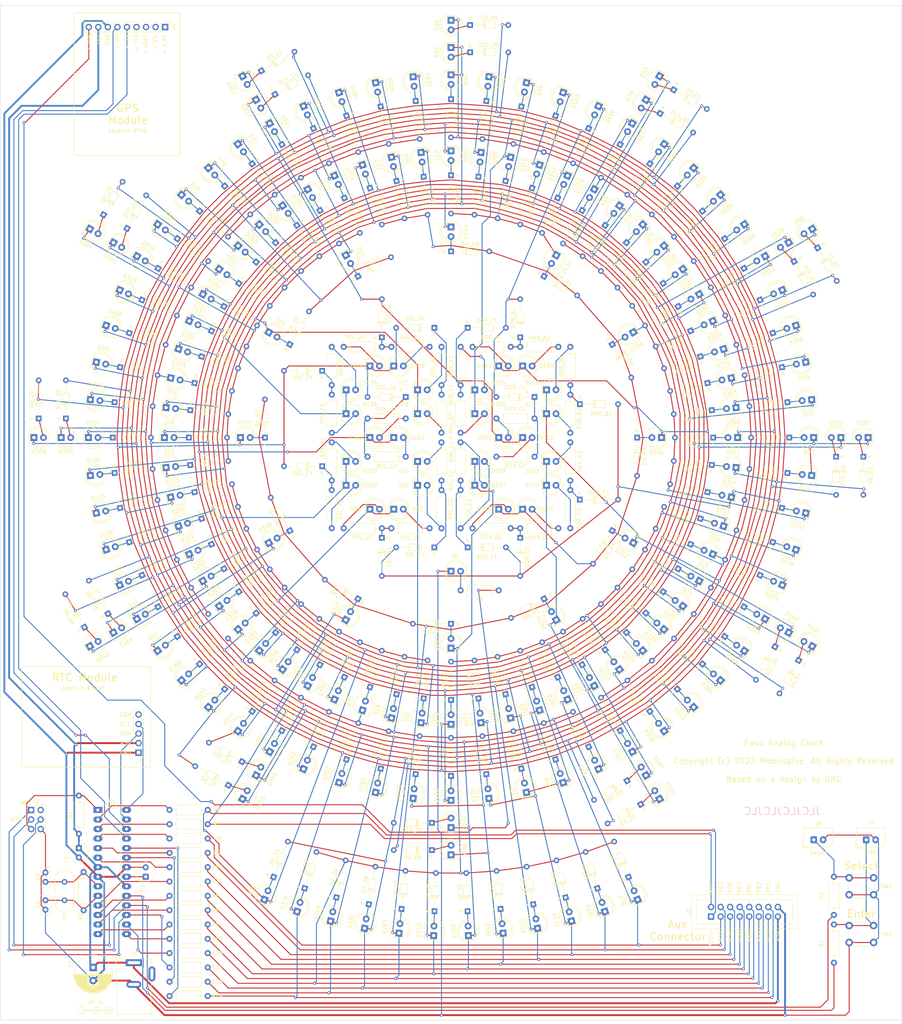
<source format=kicad_pcb>
(kicad_pcb (version 20211014) (generator pcbnew)
  (title_block (title "Faux Analog Clock") (date "2023-07-9") (rev "A") (company "Moonspine"))
  (layers (0 "F.Cu" signal) (31 "B.Cu" signal) (34 "B.Paste" user) (35 "F.Paste" user) (36 "B.SilkS" user "B.Silkscreen") (37 "F.SilkS" user "F.Silkscreen") (38 "B.Mask" user) (39 "F.Mask" user) (44 "Edge.Cuts" user))
  (net 0 "")
  (net 1 "+5V")
  (net 2 "GND")
  (net 3 "Net-(C2-Pad1)")
  (net 4 "Net-(C4-Pad1)")
  (net 5 "Net-(C5-Pad1)")
  (net 6 "Net-(D1-Pad2)")
  (net 7 "Net-(D15-Pad2)")
  (net 8 "Net-(D15-Pad1)")
  (net 9 "Net-(D16-Pad2)")
  (net 10 "Net-(D23-Pad2)")
  (net 11 "Net-(D17-Pad2)")
  (net 12 "Net-(D100-Pad1)")
  (net 13 "Net-(D18-Pad2)")
  (net 14 "Net-(D123-Pad1)")
  (net 15 "Net-(D19-Pad2)")
  (net 16 "Net-(D24-Pad2)")
  (net 17 "Net-(D20-Pad2)")
  (net 18 "Net-(D25-Pad2)")
  (net 19 "Net-(D21-Pad2)")
  (net 20 "Net-(D26-Pad2)")
  (net 21 "Net-(D22-Pad2)")
  (net 22 "Net-(D42-Pad1)")
  (net 23 "Net-(D42-Pad2)")
  (net 24 "Net-(D43-Pad2)")
  (net 25 "Net-(D44-Pad2)")
  (net 26 "Net-(D45-Pad2)")
  (net 27 "Net-(D46-Pad2)")
  (net 28 "Net-(D47-Pad2)")
  (net 29 "Net-(D48-Pad2)")
  (net 30 "Net-(D49-Pad2)")
  (net 31 "Net-(D50-Pad2)")
  (net 32 "Net-(D51-Pad2)")
  (net 33 "Net-(D52-Pad2)")
  (net 34 "Net-(D27-Pad2)")
  (net 35 "Net-(D28-Pad2)")
  (net 36 "Net-(D53-Pad2)")
  (net 37 "Net-(D69-Pad1)")
  (net 38 "Net-(D69-Pad2)")
  (net 39 "Net-(D70-Pad2)")
  (net 40 "Net-(D71-Pad2)")
  (net 41 "Net-(D72-Pad2)")
  (net 42 "Net-(D73-Pad2)")
  (net 43 "Net-(D74-Pad2)")
  (net 44 "Net-(D75-Pad2)")
  (net 45 "Net-(D76-Pad2)")
  (net 46 "Net-(D77-Pad2)")
  (net 47 "Net-(D78-Pad2)")
  (net 48 "Net-(D79-Pad2)")
  (net 49 "Net-(D54-Pad2)")
  (net 50 "Net-(D55-Pad2)")
  (net 51 "Net-(D80-Pad2)")
  (net 52 "Net-(D96-Pad2)")
  (net 53 "Net-(D97-Pad2)")
  (net 54 "Net-(D98-Pad2)")
  (net 55 "Net-(D99-Pad2)")
  (net 56 "Net-(D123-Pad2)")
  (net 57 "Net-(D124-Pad2)")
  (net 58 "Net-(D125-Pad2)")
  (net 59 "Net-(D126-Pad2)")
  (net 60 "Net-(D127-Pad2)")
  (net 61 "Net-(D128-Pad2)")
  (net 62 "Net-(D129-Pad2)")
  (net 63 "Net-(D130-Pad2)")
  (net 64 "Net-(D81-Pad2)")
  (net 65 "Net-(D82-Pad2)")
  (net 66 "Net-(D131-Pad2)")
  (net 67 "Net-(D132-Pad2)")
  (net 68 "Net-(D133-Pad2)")
  (net 69 "Net-(D134-Pad2)")
  (net 70 "Net-(D100-Pad2)")
  (net 71 "Net-(D101-Pad2)")
  (net 72 "Net-(D102-Pad2)")
  (net 73 "Net-(D103-Pad2)")
  (net 74 "Net-(D104-Pad2)")
  (net 75 "Net-(D105-Pad2)")
  (net 76 "Net-(D106-Pad2)")
  (net 77 "Net-(D107-Pad2)")
  (net 78 "Net-(D150-Pad1)")
  (net 79 "Net-(D108-Pad2)")
  (net 80 "Net-(D109-Pad2)")
  (net 81 "Net-(D150-Pad2)")
  (net 82 "Net-(D151-Pad2)")
  (net 83 "Net-(D152-Pad2)")
  (net 84 "Net-(D153-Pad2)")
  (net 85 "Net-(D154-Pad2)")
  (net 86 "Net-(D155-Pad2)")
  (net 87 "Net-(D156-Pad2)")
  (net 88 "Net-(D157-Pad2)")
  (net 89 "Net-(D158-Pad2)")
  (net 90 "Net-(D159-Pad2)")
  (net 91 "Net-(D160-Pad2)")
  (net 92 "Net-(D161-Pad2)")
  (net 93 "Net-(D177-Pad1)")
  (net 94 "Net-(D135-Pad2)")
  (net 95 "Net-(D136-Pad2)")
  (net 96 "Net-(D177-Pad2)")
  (net 97 "Net-(D178-Pad2)")
  (net 98 "Net-(D179-Pad2)")
  (net 99 "Net-(D180-Pad2)")
  (net 100 "Net-(D181-Pad2)")
  (net 101 "Net-(D182-Pad2)")
  (net 102 "Net-(D183-Pad2)")
  (net 103 "Net-(D184-Pad2)")
  (net 104 "Net-(D185-Pad2)")
  (net 105 "Net-(D186-Pad2)")
  (net 106 "Net-(D187-Pad2)")
  (net 107 "Net-(D188-Pad2)")
  (net 108 "Net-(D204-Pad1)")
  (net 109 "Net-(D162-Pad2)")
  (net 110 "Net-(D163-Pad2)")
  (net 111 "Net-(D204-Pad2)")
  (net 112 "Net-(D205-Pad2)")
  (net 113 "Net-(D206-Pad2)")
  (net 114 "Net-(D207-Pad2)")
  (net 115 "Net-(D208-Pad2)")
  (net 116 "Net-(D209-Pad2)")
  (net 117 "Net-(D210-Pad2)")
  (net 118 "Net-(D211-Pad2)")
  (net 119 "Net-(D212-Pad2)")
  (net 120 "Net-(D213-Pad2)")
  (net 121 "Net-(D214-Pad2)")
  (net 122 "Net-(D215-Pad2)")
  (net 123 "Net-(D231-Pad1)")
  (net 124 "Net-(D189-Pad2)")
  (net 125 "Net-(D190-Pad2)")
  (net 126 "Net-(D231-Pad2)")
  (net 127 "Net-(D232-Pad2)")
  (net 128 "Net-(D233-Pad2)")
  (net 129 "Net-(D234-Pad2)")
  (net 130 "Net-(D235-Pad2)")
  (net 131 "Net-(D236-Pad2)")
  (net 132 "Net-(D237-Pad2)")
  (net 133 "Net-(D238-Pad2)")
  (net 134 "Net-(D239-Pad2)")
  (net 135 "Net-(D240-Pad2)")
  (net 136 "Net-(D241-Pad2)")
  (net 137 "Net-(D242-Pad2)")
  (net 138 "Net-(D258-Pad1)")
  (net 139 "Net-(D216-Pad2)")
  (net 140 "Net-(D217-Pad2)")
  (net 141 "Net-(D258-Pad2)")
  (net 142 "Net-(D259-Pad2)")
  (net 143 "Net-(D260-Pad2)")
  (net 144 "Net-(D261-Pad2)")
  (net 145 "Net-(D262-Pad2)")
  (net 146 "Net-(D263-Pad2)")
  (net 147 "Net-(D264-Pad2)")
  (net 148 "Net-(D265-Pad2)")
  (net 149 "Net-(D266-Pad2)")
  (net 150 "Net-(D267-Pad2)")
  (net 151 "Net-(D268-Pad2)")
  (net 152 "Net-(D269-Pad2)")
  (net 153 "Net-(D285-Pad1)")
  (net 154 "Net-(D243-Pad2)")
  (net 155 "Net-(D244-Pad2)")
  (net 156 "Net-(D285-Pad2)")
  (net 157 "Net-(D286-Pad2)")
  (net 158 "Net-(D287-Pad2)")
  (net 159 "Net-(D288-Pad2)")
  (net 160 "Net-(D289-Pad2)")
  (net 161 "Net-(D290-Pad2)")
  (net 162 "Net-(D291-Pad2)")
  (net 163 "Net-(D292-Pad2)")
  (net 164 "Net-(D293-Pad2)")
  (net 165 "Net-(D294-Pad2)")
  (net 166 "Net-(D295-Pad2)")
  (net 167 "Net-(D296-Pad2)")
  (net 168 "Net-(D312-Pad1)")
  (net 169 "Net-(D270-Pad2)")
  (net 170 "Net-(D271-Pad2)")
  (net 171 "Net-(D312-Pad2)")
  (net 172 "Net-(D313-Pad2)")
  (net 173 "Net-(D314-Pad2)")
  (net 174 "Net-(D315-Pad2)")
  (net 175 "Net-(D316-Pad2)")
  (net 176 "Net-(D317-Pad2)")
  (net 177 "Net-(D318-Pad2)")
  (net 178 "Net-(D319-Pad2)")
  (net 179 "Net-(D320-Pad2)")
  (net 180 "Net-(D321-Pad2)")
  (net 181 "Net-(D322-Pad2)")
  (net 182 "Net-(D323-Pad2)")
  (net 183 "Net-(D339-Pad1)")
  (net 184 "Net-(D297-Pad2)")
  (net 185 "Net-(D298-Pad2)")
  (net 186 "Net-(D339-Pad2)")
  (net 187 "Net-(D340-Pad2)")
  (net 188 "Net-(D341-Pad2)")
  (net 189 "Net-(D342-Pad2)")
  (net 190 "Net-(D343-Pad2)")
  (net 191 "Net-(D344-Pad2)")
  (net 192 "Net-(D345-Pad2)")
  (net 193 "Net-(D346-Pad2)")
  (net 194 "Net-(D347-Pad2)")
  (net 195 "Net-(D348-Pad2)")
  (net 196 "Net-(D349-Pad2)")
  (net 197 "Net-(D350-Pad2)")
  (net 198 "Net-(D366-Pad1)")
  (net 199 "Net-(D324-Pad2)")
  (net 200 "Net-(D325-Pad2)")
  (net 201 "Net-(D366-Pad2)")
  (net 202 "Net-(D367-Pad2)")
  (net 203 "Net-(D368-Pad2)")
  (net 204 "Net-(D369-Pad2)")
  (net 205 "Net-(D370-Pad2)")
  (net 206 "Net-(D371-Pad2)")
  (net 207 "Net-(D372-Pad2)")
  (net 208 "Net-(D373-Pad2)")
  (net 209 "Net-(D374-Pad2)")
  (net 210 "Net-(D375-Pad2)")
  (net 211 "Net-(D376-Pad2)")
  (net 212 "Net-(D377-Pad2)")
  (net 213 "Net-(DDL_A1-Pad1)")
  (net 214 "Net-(D351-Pad2)")
  (net 215 "Net-(D352-Pad2)")
  (net 216 "Net-(DDL_B1-Pad1)")
  (net 217 "Net-(DDL_C1-Pad1)")
  (net 218 "Net-(DDL_D1-Pad1)")
  (net 219 "Net-(DDL_E1-Pad1)")
  (net 220 "Net-(DDL_F1-Pad1)")
  (net 221 "Net-(DDL_G1-Pad1)")
  (net 222 "Net-(D378-Pad2)")
  (net 223 "Net-(D379-Pad2)")
  (net 225 "Net-(J2-Pad1)")
  (net 227 "Net-(J2-Pad3)")
  (net 228 "Net-(J2-Pad4)")
  (net 229 "Net-(J2-Pad5)")
  (net 230 "Net-(J3-Pad3)")
  (net 231 "Net-(J3-Pad4)")
  (net 237 "Net-(J4-Pad5)")
  (net 238 "Net-(J4-Pad6)")
  (net 239 "Net-(J4-Pad9)")
  (net 240 "Net-(J6-Pad1)")
  (net 241 "Net-(J7-Pad1)")
  (net 242 "Net-(R6-Pad1)")
  (net 243 "Net-(R7-Pad1)")
  (net 244 "Net-(R8-Pad1)")
  (net 245 "Net-(R9-Pad1)")
  (net 246 "Net-(R10-Pad1)")
  (net 247 "Net-(R11-Pad1)")
  (net 248 "Net-(R12-Pad1)")
  (net 249 "Net-(R13-Pad1)")
  (net 250 "Net-(R14-Pad1)")
  (net 251 "Net-(R15-Pad1)")
  (net 252 "Net-(R16-Pad1)")
  (net 253 "Net-(R18-Pad1)")
  (net 254 "Net-(R19-Pad1)")
  (net 255 "Net-(DDR_A1-Pad1)")
  (net 256 "Net-(DDR_B1-Pad1)")
  (net 257 "Net-(DDR_C1-Pad1)")
  (net 258 "Net-(DDR_D1-Pad1)")
  (net 259 "Net-(DDR_E1-Pad1)")
  (net 260 "Net-(DDR_F1-Pad1)")
  (net 261 "Net-(DDR_G1-Pad1)")
  (footprint "LED_THT:LED_D5.0mm" (layer "F.Cu") (at 111.27 108.81)
    (fp_text reference "D378")
    (fp_text value "DL_A")
  )
  (footprint "Diode_THT:D_DO-34_SOD68_P10.16mm_Horizontal" (layer "F.Cu") (at 189.313206 168.875655 144)
    (fp_text reference "DM_21")
    (fp_text value "1N914")
  )
  (footprint "LED_THT:LED_D5.0mm" (layer "F.Cu") (at 189.539656 76.825409 -138)
    (fp_text reference "D100")
    (fp_text value "M_08")
  )
  (footprint "LED_THT:LED_D5.0mm" (layer "F.Cu") (at 111.27 127.86)
    (fp_text reference "D162")
    (fp_text value "DL_G")
  )
  (footprint "LED_THT:LED_D5.0mm" (layer "F.Cu") (at 132.86 204.13 90)
    (fp_text reference "D372")
    (fp_text value "M_30")
  )
  (footprint "Diode_THT:D_DO-34_SOD68_P10.16mm_Horizontal" (layer "F.Cu") (at 220.922628 109.14171 -168)
    (fp_text reference "DS_13")
    (fp_text value "1N914")
  )
  (footprint "LED_THT:LED_D5.0mm" (layer "F.Cu") (at 158.26 134.21)
    (fp_text reference "D243")
    (fp_text value "DR_C")
  )
  (footprint "LED_THT:LED_D5.0mm" (layer "F.Cu") (at 162.68632 36.064025 -108)
    (fp_text reference "D123")
    (fp_text value "S_03")
  )
  (footprint "Diode_THT:D_DO-34_SOD68_P10.16mm_Horizontal" (layer "F.Cu") (at 167.75 67.428747 -120)
    (fp_text reference "DM_05")
    (fp_text value "1N914")
  )
  (footprint "LED_THT:LED_D5.0mm" (layer "F.Cu") (at 104.92 134.21)
    (fp_text reference "D108")
    (fp_text value "DL_E")
  )
  (footprint "Diode_THT:D_DO-34_SOD68_P10.16mm_Horizontal" (layer "F.Cu") (at 222.396806 118.449302 -174)
    (fp_text reference "DS_14")
    (fp_text value "1N914")
  )
  (footprint "Diode_THT:D_DO-34_SOD68_P10.16mm_Horizontal" (layer "F.Cu") (at 98.57 110.08 180)
    (fp_text reference "DDL_F1")
    (fp_text value "1N914")
  )
  (footprint "Resistor_THT:R_Axial_DIN0207_L6.3mm_D2.5mm_P10.16mm_Horizontal" (layer "F.Cu") (at 164.61 141.83 -90)
    (fp_text reference "RDR_C2")
    (fp_text value "47")
  )
  (footprint "Resistor_THT:R_Axial_DIN0207_L6.3mm_D2.5mm_P10.16mm_Horizontal" (layer "F.Cu") (at 57.93 257.4)
    (fp_text reference "R14")
    (fp_text value "100")
  )
  (footprint "Diode_THT:D_DO-34_SOD68_P10.16mm_Horizontal" (layer "F.Cu") (at 72.618172 60.954671 -48)
    (fp_text reference "DS_53")
    (fp_text value "1N914")
  )
  (footprint "Diode_THT:D_DO-34_SOD68_P10.16mm_Horizontal" (layer "F.Cu") (at 147.368078 59.60486 -102)
    (fp_text reference "DM_02")
    (fp_text value "1N914")
  )
  (footprint "LED_THT:LED_D5.0mm" (layer "F.Cu") (at 61.131661 63.275514 -42)
    (fp_text reference "D18")
    (fp_text value "S_52")
  )
  (footprint "LED_THT:LED_D5.0mm" (layer "F.Cu") (at 124.887614 203.712185 84)
    (fp_text reference "D21")
    (fp_text value "M_31")
  )
  (footprint "LED_THT:LED_D5.0mm" (layer "F.Cu") (at 188.37 31.71386 -120)
    (fp_text reference "D53")
    (fp_text value "X_01")
  )
  (footprint "MountingHole:MountingHole_3.2mm_M3" (layer "F.Cu") (at 22.86 22.86)
    (fp_text reference "REF**" hide)
    (fp_text value "MountingHole_3.2mm_M3")
  )
  (footprint "Diode_THT:D_DO-34_SOD68_P10.16mm_Horizontal" (layer "F.Cu") (at 50.613502 164.4785 24)
    (fp_text reference "DS_41")
    (fp_text value "1N914")
  )
  (footprint "Diode_THT:D_DO-34_SOD68_P10.16mm_Horizontal" (layer "F.Cu") (at 60.0242 180.778306 36)
    (fp_text reference "DS_39")
    (fp_text value "1N914")
  )
  (footprint "Diode_THT:D_DO-34_SOD68_P10.16mm_Horizontal" (layer "F.Cu") (at 202.257738 135.153996 174)
    (fp_text reference "DM_16")
    (fp_text value "1N914")
  )
  (footprint "LED_THT:LED_D5.0mm" (layer "F.Cu") (at 183.894591 184.539656 132)
    (fp_text reference "D155")
    (fp_text value "M_23")
  )
  (footprint "LED_THT:LED_D5.0mm" (layer "F.Cu") (at 189.539656 178.894591 138)
    (fp_text reference "D128")
    (fp_text value "M_22")
  )
  (footprint "Diode_THT:D_DO-34_SOD68_P10.16mm_Horizontal" (layer "F.Cu") (at 155.085 117.065 180)
    (fp_text reference "DDR_G1")
    (fp_text value "1N914")
  )
  (footprint "Resistor_THT:R_Axial_DIN0207_L6.3mm_D2.5mm_P10.16mm_Horizontal" (layer "F.Cu") (at 57.93 272.64)
    (fp_text reference "R18")
    (fp_text value "100")
  )
  (footprint "Diode_THT:D_DO-34_SOD68_P10.16mm_Horizontal" (layer "F.Cu") (at 47.236382 100.0392 -18)
    (fp_text reference "DS_48")
    (fp_text value "1N914")
  )
  (footprint "Resistor_THT:R_Axial_DIN0207_L6.3mm_D2.5mm_P10.16mm_Horizontal" (layer "F.Cu") (at 130.32 113.89 90)
    (fp_text reference "RDL_B1")
    (fp_text value "47")
  )
  (footprint "LED_THT:LED_D5.0mm" (layer "F.Cu") (at 112.792364 33.449194 -78)
    (fp_text reference "D208")
    (fp_text value "S_58")
  )
  (footprint "LED_THT:LED_D5.0mm" (layer "F.Cu") (at 76.126967 205.94632 54)
    (fp_text reference "D314")
    (fp_text value "S_36")
  )
  (footprint "Diode_THT:D_DO-34_SOD68_P10.16mm_Horizontal" (layer "F.Cu") (at 132.86 217.89 90)
    (fp_text reference "DS_30")
    (fp_text value "1N914")
  )
  (footprint "LED_THT:LED_D5.0mm" (layer "F.Cu") (at 184.745 37.992544 -120)
    (fp_text reference "D79")
    (fp_text value "CF_01")
  )
  (footprint "Resistor_THT:R_Axial_DIN0207_L6.3mm_D2.5mm_P10.16mm_Horizontal" (layer "F.Cu") (at 57.93 230.73)
    (fp_text reference "R7")
    (fp_text value "100")
  )
  (footprint "LED_THT:LED_D5.0mm" (layer "F.Cu") (at 148.717425 53.256682 -102)
    (fp_text reference "D316")
    (fp_text value "M_02")
  )
  (footprint "LED_THT:LED_D5.0mm" (layer "F.Cu") (at 221.035408 88.601779 -156)
    (fp_text reference "D339")
    (fp_text value "S_11")
  )
  (footprint "Diode_THT:D_DO-34_SOD68_P10.16mm_Horizontal" (layer "F.Cu") (at 42.83 127.86)
    (fp_text reference "DS_45")
    (fp_text value "1N914")
  )
  (footprint "Diode_THT:D_DO-34_SOD68_P10.16mm_Horizontal" (layer "F.Cu") (at 151.57829 215.922628 102)
    (fp_text reference "DS_28")
    (fp_text value "1N914")
  )
  (footprint "LED_THT:LED_D5.0mm" (layer "F.Cu") (at 132.86 183.88 90)
    (fp_text reference "D294")
    (fp_text value "H_06")
  )
  (footprint "LED_THT:LED_D5.0mm" (layer "F.Cu") (at 117.62 127.86)
    (fp_text reference "D163")
    (fp_text value "DL_G")
  )
  (footprint "LED_THT:LED_D5.0mm" (layer "F.Cu") (at 222.727456 179.745 150)
    (fp_text reference "D160")
    (fp_text value "CF_04")
  )
  (footprint "LED_THT:LED_D5.0mm" (layer "F.Cu") (at 188.88 127.86 180)
    (fp_text reference "D185")
    (fp_text value "H_03")
  )
  (footprint "LED_THT:LED_D5.0mm" (layer "F.Cu") (at 103.03368 36.064025 -72)
    (fp_text reference "D181")
    (fp_text value "S_57")
  )
  (footprint "LED_THT:LED_D5.0mm" (layer "F.Cu") (at 155.882275 258.425812 100)
    (fp_text reference "D159")
    (fp_text value "P_03")
  )
  (footprint "Diode_THT:D_DO-34_SOD68_P10.16mm_Horizontal" (layer "F.Cu") (at 202.257738 120.566004 -174)
    (fp_text reference "DM_14")
    (fp_text value "1N914")
  )
  (footprint "LED_THT:LED_D5.0mm" (layer "F.Cu") (at 142.949087 31.868747 -96)
    (fp_text reference "D69")
    (fp_text value "S_01")
  )
  (footprint "Diode_THT:D_DO-34_SOD68_P10.16mm_Horizontal" (layer "F.Cu") (at 104.477917 64.112798 -66)
    (fp_text reference "DM_56")
    (fp_text value "1N914")
  )
  (footprint "Diode_THT:D_DO-34_SOD68_P10.16mm_Horizontal" (layer "F.Cu") (at 210.828267 172.875 150)
    (fp_text reference "DS_20")
    (fp_text value "1N914")
  )
  (footprint "Diode_THT:D_DO-34_SOD68_P10.16mm_Horizontal" (layer "F.Cu") (at 111.296794 61.495276 -72)
    (fp_text reference "DM_57")
    (fp_text value "1N914")
  )
  (footprint "LED_THT:LED_D5.0mm" (layer "F.Cu") (at 71.156274 172.690381 36)
    (fp_text reference "D265")
    (fp_text value "M_39")
  )
  (footprint "Resistor_THT:R_Axial_DIN0207_L6.3mm_D2.5mm_P10.16mm_Horizontal" (layer "F.Cu") (at 164.61 139.29 90)
    (fp_text reference "RDR_C1")
    (fp_text value "47")
  )
  (footprint "Diode_THT:D_DO-34_SOD68_P10.16mm_Horizontal" (layer "F.Cu") (at 81.003354 174.551934 42)
    (fp_text reference "DM_38")
    (fp_text value "1N914")
  )
  (footprint "Diode_THT:D_DO-34_SOD68_P10.16mm_Horizontal" (layer "F.Cu") (at 180.094145 244.768612 112)
    (fp_text reference "DP_00")
    (fp_text value "1N914")
  )
  (footprint "LED_THT:LED_D5.0mm" (layer "F.Cu") (at 132.86 224.38 90)
    (fp_text reference "D152")
    (fp_text value "S_30")
  )
  (footprint "Resistor_THT:R_Axial_DIN0207_L6.3mm_D2.5mm_P10.16mm_Horizontal" (layer "F.Cu") (at 130.32 116.43 -90)
    (fp_text reference "RDL_B2")
    (fp_text value "47")
  )
  (footprint "Diode_THT:D_DO-34_SOD68_P10.16mm_Horizontal" (layer "F.Cu") (at 54.891733 82.845 -30)
    (fp_text reference "DS_50")
    (fp_text value "1N914")
  )
  (footprint "LED_THT:LED_D5.0mm" (layer "F.Cu") (at 224.655975 157.68632 162)
    (fp_text reference "D178")
    (fp_text value "S_18")
  )
  (footprint "LED_THT:LED_D5.0mm" (layer "F.Cu") (at 117.62 146.91)
    (fp_text reference "D82")
    (fp_text value "DL_D")
  )
  (footprint "Diode_THT:D_DO-34_SOD68_P10.16mm_Horizontal" (layer "F.Cu") (at 173.875655 71.406794 -126)
    (fp_text reference "DM_06")
    (fp_text value "1N914")
  )
  (footprint "Resistor_THT:R_Axial_DIN0207_L6.3mm_D2.5mm_P10.16mm_Horizontal" (layer "F.Cu") (at 151.275 151.99)
    (fp_text reference "RDR_D2")
    (fp_text value "47")
  )
  (footprint "Diode_THT:D_DO-34_SOD68_P10.16mm_Horizontal" (layer "F.Cu") (at 73.585591 220.366288 150)
    (fp_text reference "DX_07")
    (fp_text value "1N914")
  )
  (footprint "LED_THT:LED_D5.0mm" (layer "F.Cu") (at 197.444486 199.588339 132)
    (fp_text reference "D313")
    (fp_text value "S_23")
  )
  (footprint "Diode_THT:D_DO-34_SOD68_P10.16mm_Horizontal" (layer "F.Cu") (at 147.368078 196.11514 102)
    (fp_text reference "DM_28")
    (fp_text value "1N914")
  )
  (footprint "Diode_THT:D_DO-34_SOD68_P10.16mm_Horizontal" (layer "F.Cu") (at 154.423206 61.495276 -108)
    (fp_text reference "DM_03")
    (fp_text value "1N914")
  )
  (footprint "LED_THT:LED_D5.0mm" (layer "F.Cu") (at 103.03368 219.655975 72)
    (fp_text reference "D233")
    (fp_text value "S_33")
  )
  (footprint "Diode_THT:D_DO-34_SOD68_P10.16mm_Horizontal" (layer "F.Cu") (at 199.224724 149.423206 162)
    (fp_text reference "DM_18")
    (fp_text value "1N914")
  )
  (footprint "MountingHole:MountingHole_3.2mm_M3" (layer "F.Cu") (at 242.86 22.86)
    (fp_text reference "REF**" hide)
    (fp_text value "MountingHole_3.2mm_M3")
  )
  (footprint "LED_THT:LED_D5.0mm" (layer "F.Cu") (at 117.002575 202.463318 78)
    (fp_text reference "D48")
    (fp_text value "M_32")
  )
  (footprint "Diode_THT:D_DO-34_SOD68_P10.16mm_Horizontal" (layer "F.Cu") (at 114.445 154.53 -90)
    (fp_text reference "DDL_D1")
    (fp_text value "1N914")
  )
  (footprint "LED_THT:LED_D5.0mm" (layer "F.Cu") (at 42.992544 179.745 30)
    (fp_text reference "D268")
    (fp_text value "CF_08")
  )
  (footprint "LED_THT:LED_D5.0mm" (layer "F.Cu") (at 77.35 224.00614 60)
    (fp_text reference "D215")
    (fp_text value "X_07")
  )
  (footprint "LED_THT:LED_D5.0mm" (layer "F.Cu") (at 66.808242 165.995 30)
    (fp_text reference "D292")
    (fp_text value "M_40")
  )
  (footprint "LED_THT:LED_D5.0mm" (layer "F.Cu") (at 71.156274 83.029619 -36)
    (fp_text reference "D211")
    (fp_text value "M_51")
  )
  (footprint "LED_THT:LED_D5.0mm" (layer "F.Cu") (at 80.975 217.727456 60)
    (fp_text reference "D241")
    (fp_text value "CF_07")
  )
  (footprint "LED_THT:LED_D5.0mm" (layer "F.Cu") (at 63.183888 158.881804 24)
    (fp_text reference "D319")
    (fp_text value "M_41")
  )
  (footprint "Diode_THT:D_DO-34_SOD68_P10.16mm_Horizontal" (layer "F.Cu") (at 175.754238 152.625 -120)
    (fp_text reference "DH_04")
    (fp_text value "1N914")
  )
  (footprint "LED_THT:LED_D5.0mm" (layer "F.Cu") (at 146.718384 259.713713 96)
    (fp_text reference "D186")
    (fp_text value "P_04")
  )
  (footprint "LED_THT:LED_D5.0mm" (layer "F.Cu") (at 151.91 127.86)
    (fp_text reference "D352")
    (fp_text value "DR_G")
  )
  (footprint "LED_THT:LED_D5.0mm" (layer "F.Cu") (at 124.887614 52.007815 -84)
    (fp_text reference "D77")
    (fp_text value "M_59")
  )
  (footprint "Diode_THT:D_DO-34_SOD68_P10.16mm_Horizontal" (layer "F.Cu") (at 72.618172 194.765329 48)
    (fp_text reference "DS_37")
    (fp_text value "1N914")
  )
  (footprint "LED_THT:LED_D5.0mm" (layer "F.Cu") (at 181.374743 99.85 -150)
    (fp_text reference "D158")
    (fp_text value "H_02")
  )
  (footprint "LED_THT:LED_D5.0mm" (layer "F.Cu") (at 198.911758 165.995 150)
    (fp_text reference "D74")
    (fp_text value "M_20")
  )
  (footprint "LED_THT:LED_D5.0mm" (layer "F.Cu") (at 123.97 140.56)
    (fp_text reference "D55")
    (fp_text value "DL_C")
  )
  (footprint "LED_THT:LED_D5.0mm" (layer "F.Cu") (at 177.690381 66.156274 -126)
    (fp_text reference "D46")
    (fp_text value "M_06")
  )
  (footprint "LED_THT:LED_D5.0mm" (layer "F.Cu") (at 202.536112 96.838196 -156)
    (fp_text reference "D209")
    (fp_text value "M_11")
  )
  (footprint "LED_THT:LED_D5.0mm" (layer "F.Cu") (at 91.890527 253.951073 72)
    (fp_text reference "D376")
    (fp_text value "P_10")
  )
  (footprint "Diode_THT:D_DO-34_SOD68_P10.16mm_Horizontal" (layer "F.Cu") (at 193.291253 162.75 150)
    (fp_text reference "DM_20")
    (fp_text value "1N914")
  )
  (footprint "Diode_THT:D_DO-34_SOD68_P10.16mm_Horizontal" (layer "F.Cu") (at 65.954671 67.618172 -42)
    (fp_text reference "DS_52")
    (fp_text value "1N914")
  )
  (footprint "Diode_THT:D_DO-34_SOD68_P10.16mm_Horizontal" (layer "F.Cu") (at 102.356068 250.204588 76)
    (fp_text reference "DP_09")
    (fp_text value "1N914")
  )
  (footprint "Diode_THT:D_DO-34_SOD68_P10.16mm_Horizontal" (layer "F.Cu") (at 210.828267 82.845 -150)
    (fp_text reference "DS_10")
    (fp_text value "1N914")
  )
  (footprint "Resistor_THT:R_Axial_DIN0207_L6.3mm_D2.5mm_P10.16mm_Horizontal" (layer "F.Cu") (at 57.93 253.59)
    (fp_text reference "R13")
    (fp_text value "100")
  )
  (footprint "Diode_THT:D_DO-34_SOD68_P10.16mm_Horizontal" (layer "F.Cu") (at 54.891733 172.875 30)
    (fp_text reference "DS_40")
    (fp_text value "1N914")
  )
  (footprint "MountingHole:MountingHole_3.2mm_M3" (layer "F.Cu") (at 22.86 272.86)
    (fp_text reference "REF**" hide)
    (fp_text value "MountingHole_3.2mm_M3")
  )
  (footprint "Diode_THT:D_DO-34_SOD68_P10.16mm_Horizontal" (layer "F.Cu") (at 218.483618 155.6808 162)
    (fp_text reference "DS_18")
    (fp_text value "1N914")
  )
  (footprint "Diode_THT:D_DO-34_SOD68_P10.16mm_Horizontal" (layer "F.Cu") (at 196.607202 99.477917 -156)
    (fp_text reference "DM_11")
    (fp_text value "1N914")
  )
  (footprint "LED_THT:LED_D5.0mm" (layer "F.Cu") (at 197.444486 56.131661 -132)
    (fp_text reference "D231")
    (fp_text value "S_07")
  )
  (footprint "LED_THT:LED_D5.0mm" (layer "F.Cu") (at 163.881804 58.183888 -114)
    (fp_text reference "D370")
    (fp_text value "M_04")
  )
  (footprint "Diode_THT:D_DO-34_SOD68_P10.16mm_Horizontal" (layer "F.Cu") (at 205.6958 180.778306 144)
    (fp_text reference "DS_21")
    (fp_text value "1N914")
  )
  (footprint "LED_THT:LED_D5.0mm" (layer "F.Cu") (at 58.256682 112.002575 -12)
    (fp_text reference "D103")
    (fp_text value "M_47")
  )
  (footprint "Diode_THT:D_DO-34_SOD68_P10.16mm_Horizontal" (layer "F.Cu") (at 132.86 177.39 180)
    (fp_text reference "DH_06")
    (fp_text value "1N914")
  )
  (footprint "Diode_THT:D_DO-34_SOD68_P10.16mm_Horizontal" (layer "F.Cu") (at 219.087604 183.509409 -120)
    (fp_text reference "DCF_04")
    (fp_text value "1N914")
  )
  (footprint "Resistor_THT:R_Axial_DIN0207_L6.3mm_D2.5mm_P10.16mm_Horizontal" (layer "F.Cu") (at 130.32 141.83 -90)
    (fp_text reference "RDL_C2")
    (fp_text value "47")
  )
  (footprint "Diode_THT:D_DO-34_SOD68_P10.16mm_Horizontal" (layer "F.Cu") (at 118.351922 196.11514 78)
    (fp_text reference "DM_32")
    (fp_text value "1N914")
  )
  (footprint "LED_THT:LED_D5.0mm" (layer "F.Cu") (at 189.593033 49.77368 -126)
    (fp_text reference "D204")
    (fp_text value "S_06")
  )
  (footprint "LED_THT:LED_D5.0mm" (layer "F.Cu") (at 122.770913 223.851253 84)
    (fp_text reference "D179")
    (fp_text value "S_31")
  )
  (footprint "LED_THT:LED_D5.0mm" (layer "F.Cu") (at 132.86 16.84 -90)
    (fp_text reference "D26")
    (fp_text value "X_00")
  )
  (footprint "LED_THT:LED_D5.0mm" (layer "F.Cu") (at 36.868747 137.949087 6)
    (fp_text reference "D180")
    (fp_text value "S_44")
  )
  (footprint "Diode_THT:D_DO-34_SOD68_P10.16mm_Horizontal" (layer "F.Cu") (at 87.845 205.828267 60)
    (fp_text reference "DS_35")
    (fp_text value "1N914")
  )
  (footprint "Diode_THT:D_DO-34_SOD68_P10.16mm_Horizontal" (layer "F.Cu") (at 167.15 118.97)
    (fp_text reference "DDR_B1")
    (fp_text value "1N914")
  )
  (footprint "Capacitor_THT:CP_Radial_Tantal_D5.0mm_P2.50mm" (layer "F.Cu") (at 33.8 237.08 -90)
    (fp_text reference "C1")
    (fp_text value "0.1uF")
  )
  (footprint "Diode_THT:D_DO-34_SOD68_P10.16mm_Horizontal" (layer "F.Cu") (at 154.423206 194.224724 108)
    (fp_text reference "DM_27")
    (fp_text value "1N914")
  )
  (footprint "Diode_THT:D_DO-34_SOD68_P10.16mm_Horizontal" (layer "F.Cu") (at 96.2415 45.613502 -66)
    (fp_text reference "DS_56")
    (fp_text value "1N914")
  )
  (footprint "LED_THT:LED_D5.0mm" (layer "F.Cu") (at 145.56 146.91)
    (fp_text reference "D270")
    (fp_text value "DR_D")
  )
  (footprint "Diode_THT:D_DO-34_SOD68_P10.16mm_Horizontal" (layer "F.Cu") (at 132.86 37.83 -90)
    (fp_text reference "DS_00")
    (fp_text value "1N914")
  )
  (footprint "Diode_THT:D_DO-34_SOD68_P10.16mm_Horizontal" (layer "F.Cu") (at 91.844345 71.406794 -54)
    (fp_text reference "DM_54")
    (fp_text value "1N914")
  )
  (footprint "LED_THT:LED_D5.0mm" (layer "F.Cu") (at 177.690381 189.563726 126)
    (fp_text reference "D210")
    (fp_text value "M_24")
  )
  (footprint "LED_THT:LED_D5.0mm" (layer "F.Cu") (at 205.39708 104.291274 -162)
    (fp_text reference "D236")
    (fp_text value "M_12")
  )
  (footprint "Resistor_THT:R_Axial_DIN0207_L6.3mm_D2.5mm_P10.16mm_Horizontal" (layer "F.Cu") (at 234.7775 244.7 -90)
    (fp_text reference "R3")
    (fp_text value "1K")
  )
  (footprint "Diode_THT:D_DO-34_SOD68_P10.16mm_Horizontal" (layer "F.Cu") (at 137.305 157.07)
    (fp_text reference "DDR_E1")
    (fp_text value "1N914")
  )
  (footprint "Diode_THT:D_DO-34_SOD68_P10.16mm_Horizontal" (layer "F.Cu") (at 169.4785 45.613502 -114)
    (fp_text reference "DS_04")
    (fp_text value "1N914")
  )
  (footprint "LED_THT:LED_D5.0mm" (layer "F.Cu") (at 132.86 238.88 90)
    (fp_text reference "D188")
    (fp_text value "X_06")
  )
  (footprint "LED_THT:LED_D5.0mm" (layer "F.Cu") (at 216.448772 176.12 150)
    (fp_text reference "D232")
    (fp_text value "S_20")
  )
  (footprint "Diode_THT:D_DO-34_SOD68_P10.16mm_Horizontal" (layer "F.Cu") (at 215.106498 91.2415 -156)
    (fp_text reference "DS_11")
    (fp_text value "1N914")
  )
  (footprint "LED_THT:LED_D5.0mm" (layer "F.Cu") (at 151.91 146.91)
    (fp_text reference "D271")
    (fp_text value "DR_D")
  )
  (footprint "Connector_Molex:Molex_SPOX_5267-02A_1x02_P2.50mm_Vertical" (layer "F.Cu") (at 243.37 234.8725)
    (fp_text reference "J7")
    (fp_text value "Conn_01x02")
  )
  (footprint "LED_THT:LED_D5.0mm" (layer "F.Cu") (at 128.233025 260.359236 88)
    (fp_text reference "D240")
    (fp_text value "P_06")
  )
  (footprint "Diode_THT:D_DO-34_SOD68_P10.16mm_Horizontal" (layer "F.Cu") (at 114.445 101.19 90)
    (fp_text reference "DDL_A1")
    (fp_text value "1N914")
  )
  (footprint "Resistor_THT:R_Axial_DIN0207_L6.3mm_D2.5mm_P10.16mm_Horizontal" (layer "F.Cu") (at 145.56 168.5 180)
    (fp_text reference "R5")
    (fp_text value "1K")
  )
  (footprint "Diode_THT:D_DO-34_SOD68_P10.16mm_Horizontal" (layer "F.Cu") (at 125.566004 197.257738 84)
    (fp_text reference "DM_31")
    (fp_text value "1N914")
  )
  (footprint "Diode_THT:D_DO-34_SOD68_P10.16mm_Horizontal" (layer "F.Cu") (at 151.275 154.53 -90)
    (fp_text reference "DDR_D1")
    (fp_text value "1N914")
  )
  (footprint "LED_THT:LED_D5.0mm" (layer "F.Cu") (at 181.12 211.448772 120)
    (fp_text reference "D367")
    (fp_text value "S_25")
  )
  (footprint "Diode_THT:D_DO-34_SOD68_P10.16mm_Horizontal" (layer "F.Cu") (at 86.009409 36.552396 30)
    (fp_text reference "DCF_11")
    (fp_text value "1N914")
  )
  (footprint "Diode_THT:D_DO-34_SOD68_P10.16mm_Horizontal" (layer "F.Cu") (at 215.106498 164.4785 156)
    (fp_text reference "DS_19")
    (fp_text value "1N914")
  )
  (footprint "LED_THT:LED_D5.0mm" (layer "F.Cu") (at 229.00614 183.37 150)
    (fp_text reference "D134")
    (fp_text value "X_04")
  )
  (footprint "Diode_THT:D_DO-34_SOD68_P10.16mm_Horizontal" (layer "F.Cu") (at 182.39 127.86 -90)
    (fp_text reference "DH_03")
    (fp_text value "1N914")
  )
  (footprint "LED_THT:LED_D5.0mm" (layer "F.Cu") (at 41.064025 98.03368 -18)
    (fp_text reference "D288")
    (fp_text value "S_48")
  )
  (footprint "Diode_THT:D_DO-34_SOD68_P10.16mm_Horizontal" (layer "F.Cu") (at 114.14171 215.922628 78)
    (fp_text reference "DS_32")
    (fp_text value "1N914")
  )
  (footprint "Diode_THT:D_DO-34_SOD68_P10.16mm_Horizontal" (layer "F.Cu") (at 65.954671 188.101828 42)
    (fp_text reference "DS_38")
    (fp_text value "1N914")
  )
  (footprint "Resistor_THT:R_Axial_DIN0207_L6.3mm_D2.5mm_P10.16mm_Horizontal" (layer "F.Cu") (at 135.4 113.89 90)
    (fp_text reference "RDR_F1")
    (fp_text value "47")
  )
  (footprint "LED_THT:LED_D5.0mm" (layer "F.Cu") (at 139.21 115.16)
    (fp_text reference "D324")
    (fp_text value "DR_F")
  )
  (footprint "LED_THT:LED_D5.0mm" (layer "F.Cu") (at 132.86 31.34 -90)
    (fp_text reference "D42")
    (fp_text value "S_00")
  )
  (footprint "Diode_THT:D_DO-34_SOD68_P10.16mm_Horizontal" (layer "F.Cu") (at 185.778306 55.0242 -126)
    (fp_text reference "DS_06")
    (fp_text value "1N914")
  )
  (footprint "Diode_THT:D_DO-34_SOD68_P10.16mm_Horizontal" (layer "F.Cu") (at 85.625855 244.768612 68)
    (fp_text reference "DP_11")
    (fp_text value "1N914")
  )
  (footprint "LED_THT:LED_D5.0mm" (layer "F.Cu") (at 140.832386 52.007815 -96)
    (fp_text reference "D289")
    (fp_text value "M_01")
  )
  (footprint "LED_THT:LED_D5.0mm" (layer "F.Cu") (at 38.449194 147.927636 12)
    (fp_text reference "D153")
    (fp_text value "S_43")
  )
  (footprint "Capacitor_THT:CP_Radial_Tantal_D5.0mm_P2.50mm" (layer "F.Cu") (at 51.58 244.7 90)
    (fp_text reference "C2")
    (fp_text value "0.1uF")
  )
  (footprint "LED_THT:LED_D5.0mm" (layer "F.Cu") (at 152.927636 33.449194 -102)
    (fp_text reference "D96")
    (fp_text value "S_02")
  )
  (footprint "Diode_THT:D_DO-34_SOD68_P10.16mm_Horizontal" (layer "F.Cu") (at 224.167604 81.009409 -60)
    (fp_text reference "DCF_02")
    (fp_text value "1N914")
  )
  (footprint "Diode_THT:D_DO-34_SOD68_P10.16mm_Horizontal" (layer "F.Cu") (at 77.210591 214.087604 150)
    (fp_text reference "DCF_07")
    (fp_text value "1N914")
  )
  (footprint "Capacitor_THT:C_Disc_D5.0mm_W2.5mm_P2.50mm" (layer "F.Cu") (at 24.91 246.0625 90)
    (fp_text reference "C5")
    (fp_text value "20pF")
  )
  (footprint "LED_THT:LED_D5.0mm" (layer "F.Cu") (at 60.32292 104.291274 -18)
    (fp_text reference "D130")
    (fp_text value "M_48")
  )
  (footprint "Diode_THT:D_DO-34_SOD68_P10.16mm_Horizontal" (layer "F.Cu") (at 201.11514 113.351922 -168)
    (fp_text reference "DM_13")
    (fp_text value "1N914")
  )
  (footprint "Diode_THT:D_DO-34_SOD68_P10.16mm_Horizontal" (layer "F.Cu") (at 184.716646 81.168066 -138)
    (fp_text reference "DM_08")
    (fp_text value "1N914")
  )
  (footprint "LED_THT:LED_D5.0mm" (layer "F.Cu") (at 158.26 115.16)
    (fp_text reference "D216")
    (fp_text value "DR_B")
  )
  (footprint "Capacitor_THT:C_Disc_D5.0mm_W2.5mm_P2.50mm" (layer "F.Cu") (at 24.91 250.96 -90)
    (fp_text reference "C4")
    (fp_text value "20pF")
  )
  (footprint "LED_THT:LED_D5.0mm" (layer "F.Cu") (at 41.064025 157.68632 18)
    (fp_text reference "D126")
    (fp_text value "S_42")
  )
  (footprint "LED_THT:LED_D5.0mm" (layer "F.Cu") (at 101.838196 197.536112 66)
    (fp_text reference "D102")
    (fp_text value "M_34")
  )
  (footprint "Diode_THT:D_DO-34_SOD68_P10.16mm_Horizontal" (layer "F.Cu") (at 132.86 197.64 90)
    (fp_text reference "DM_30")
    (fp_text value "1N914")
  )
  (footprint "LED_THT:LED_D5.0mm" (layer "F.Cu") (at 222.727456 75.975 -150)
    (fp_text reference "D106")
    (fp_text value "CF_02")
  )
  (footprint "LED_THT:LED_D5.0mm" (layer "F.Cu") (at 204.588339 63.275514 -138)
    (fp_text reference "D258")
    (fp_text value "S_08")
  )
  (footprint "Diode_THT:D_DO-34_SOD68_P10.16mm_Horizontal" (layer "F.Cu") (at 98.57 135.48 180)
    (fp_text reference "DDL_E1")
    (fp_text value "1N914")
  )
  (footprint "LED_THT:LED_D5.0mm" (layer "F.Cu") (at 119.001616 259.713713 84)
    (fp_text reference "D267")
    (fp_text value "P_07")
  )
  (footprint "Crystal:Crystal_HC49-U_Vertical" (layer "F.Cu") (at 29.99 250.96 90)
    (fp_text reference "Y1")
    (fp_text value "16MHz")
  )
  (footprint "Diode_THT:D_DO-34_SOD68_P10.16mm_Horizontal" (layer "F.Cu") (at 91.844345 184.313206 54)
    (fp_text reference "DM_36")
    (fp_text value "1N914")
  )
  (footprint "LED_THT:LED_D5.0mm" (layer "F.Cu") (at 93.601779 39.684592 -66)
    (fp_text reference "D154")
    (fp_text value "S_56")
  )
  (footprint "Diode_THT:D_DO-34_SOD68_P10.16mm_Horizontal" (layer "F.Cu") (at 179.551934 76.003354 -132)
    (fp_text reference "DM_07")
    (fp_text value "1N914")
  )
  (footprint "LED_THT:LED_D5.0mm" (layer "F.Cu") (at 139.21 140.56)
    (fp_text reference "D297")
    (fp_text value "DR_E")
  )
  (footprint "Diode_THT:D_DO-34_SOD68_P10.16mm_Horizontal" (layer "F.Cu") (at 160.6808 213.483618 108)
    (fp_text reference "DS_27")
    (fp_text value "1N914")
  )
  (footprint "Resistor_THT:R_Axial_DIN0207_L6.3mm_D2.5mm_P10.16mm_Horizontal" (layer "F.Cu") (at 57.93 245.97)
    (fp_text reference "R11")
    (fp_text value "100")
  )
  (footprint "Resistor_THT:R_Axial_DIN0207_L6.3mm_D2.5mm_P10.16mm_Horizontal" (layer "F.Cu") (at 135.4 139.29 90)
    (fp_text reference "RDR_E1")
    (fp_text value "47")
  )
  (footprint "LED_THT:LED_D5.0mm" (layer "F.Cu") (at 44.684592 167.118221 24)
    (fp_text reference "D71")
    (fp_text value "S_41")
  )
  (footprint "MountingHole:MountingHole_3.2mm_M3" (layer "F.Cu") (at 22.86 157.86)
    (fp_text reference "REF**" hide)
    (fp_text value "MountingHole_3.2mm_M3")
  )
  (footprint "LED_THT:LED_D5.0mm" (layer "F.Cu") (at 132.86 51.59 -90)
    (fp_text reference "D262")
    (fp_text value "M_00")
  )
  (footprint "Diode_THT:D_DO-34_SOD68_P10.16mm_Horizontal" (layer "F.Cu") (at 69.112798 99.477917 -24)
    (fp_text reference "DM_49")
    (fp_text value "1N914")
  )
  (footprint "Diode_THT:D_DO-34_SOD68_P10.16mm_Horizontal" (layer "F.Cu") (at 72.428747 92.97 -30)
    (fp_text reference "DM_50")
    (fp_text value "1N914")
  )
  (footprint "Connector_PinHeader_2.54mm:PinHeader_2x03_P2.54mm_Vertical" (layer "F.Cu") (at 21.095 226.935)
    (fp_text reference "J2")
    (fp_text value "AtmegaICSPHeader")
  )
  (footprint "Diode_THT:D_DO-34_SOD68_P10.16mm_Horizontal" (layer "F.Cu") (at 167.75 188.291253 120)
    (fp_text reference "DM_25")
    (fp_text value "1N914")
  )
  (footprint "LED_THT:LED_D5.0mm" (layer "F.Cu") (at 207.463318 143.717425 168)
    (fp_text reference "D371")
    (fp_text value "M_17")
  )
  (footprint "LED_THT:LED_D5.0mm" (layer "F.Cu") (at 109.291274 55.32292 -72)
    (fp_text reference "D23")
    (fp_text value "M_57")
  )
  (footprint "Package_DIP:DIP-28_W7.62mm_LongPads" (layer "F.Cu") (at 38.865 226.93)
    (fp_text reference "U1")
    (fp_text value "ATmega328P-P")
  )
  (footprint "LED_THT:LED_D5.0mm" (layer "F.Cu") (at 42.992544 75.975 -30)
    (fp_text reference "D350")
    (fp_text value "CF_10")
  )
  (footprint "Diode_THT:D_DO-34_SOD68_P10.16mm_Horizontal" (layer "F.Cu") (at 86.168066 179.716646 48)
    (fp_text reference "DM_37")
    (fp_text value "1N914")
  )
  (footprint "Diode_THT:D_DO-34_SOD68_P10.16mm_Horizontal" (layer "F.Cu") (at 202.64 127.86 180)
    (fp_text reference "DM_15")
    (fp_text value "1N914")
  )
  (footprint "Diode_THT:D_DO-34_SOD68_P10.16mm_Horizontal" (layer "F.Cu") (at 63.08 127.86)
    (fp_text reference "DM_45")
    (fp_text value "1N914")
  )
  (footprint "Resistor_THT:R_Axial_DIN0207_L6.3mm_D2.5mm_P10.16mm_Horizontal" (layer "F.Cu") (at 57.93 268.83)
    (fp_text reference "R17")
    (fp_text value "100")
  )
  (footprint "LED_THT:LED_D5.0mm" (layer "F.Cu") (at 151.91 108.81)
    (fp_text reference "D190")
    (fp_text value "DR_A")
  )
  (footprint "LED_THT:LED_D5.0mm" (layer "F.Cu") (at 80.975 37.992544 -60)
    (fp_text reference "D377")
    (fp_text value "CF_11")
  )
  (footprint "Diode_THT:D_DO-34_SOD68_P10.16mm_Horizontal" (layer "F.Cu") (at 142.270698 38.323194 -96)
    (fp_text reference "DS_01")
    (fp_text value "1N914")
  )
  (footprint "Capacitor_THT:CP_Radial_D10.0mm_P3.50mm" (layer "F.Cu") (at 37.61 268.83 -90)
    (fp_text reference "C3")
    (fp_text value "100uF")
  )
  (footprint "LED_THT:LED_D5.0mm" (layer "F.Cu") (at 172.118221 216.035408 114)
    (fp_text reference "D16")
    (fp_text value "S_26")
  )
  (footprint "LED_THT:LED_D5.0mm" (layer "F.Cu") (at 68.275514 199.588339 48)
    (fp_text reference "D341")
    (fp_text value "S_37")
  )
  (footprint "Diode_THT:D_DO-34_SOD68_P10.16mm_Horizontal" (layer "F.Cu") (at 205.6958 74.941694 -144)
    (fp_text reference "DS_09")
    (fp_text value "1N914")
  )
  (footprint "Diode_THT:D_DO-34_SOD68_P10.16mm_Horizontal" (layer "F.Cu") (at 137.260478 253.873189 92)
    (fp_text reference "DP_05")
    (fp_text value "1N914")
  )
  (footprint "LED_THT:LED_D5.0mm" (layer "F.Cu") (at 94.725 61.808242 -60)
    (fp_text reference "D347")
    (fp_text value "M_55")
  )
  (footprint "LED_THT:LED_D5.0mm" (layer "F.Cu") (at 221.035408 167.118221 156)
    (fp_text reference "D205")
    (fp_text value "S_19")
  )
  (footprint "LED_THT:LED_D5.0mm" (layer "F.Cu") (at 132.86 231.63 90)
    (fp_text reference "D214")
    (fp_text value "CF_06")
  )
  (footprint "Resistor_THT:R_Axial_DIN0207_L6.3mm_D2.5mm_P10.16mm_Horizontal" (layer "F.Cu") (at 148.735 103.73 180)
    (fp_text reference "RDR_A1")
    (fp_text value "47")
  )
  (footprint "LED_THT:LED_D5.0mm" (layer "F.Cu") (at 202.536112 158.881804 156)
    (fp_text reference "D47")
    (fp_text value "M_19")
  )
  (footprint "LED_THT:LED_D5.0mm" (layer "F.Cu") (at 88.029619 189.563726 54)
    (fp_text reference "D156")
    (fp_text value "M_36")
  )
  (footprint "Diode_THT:D_DO-34_SOD68_P10.16mm_Horizontal" (layer "F.Cu") (at 160.6808 42.236382 -108)
    (fp_text reference "DS_03")
    (fp_text value "1N914")
  )
  (footprint "Resistor_THT:R_Axial_DIN0207_L6.3mm_D2.5mm_P10.16mm_Horizontal" (layer "F.Cu") (at 33.8 233.27 90)
    (fp_text reference "R1")
    (fp_text value "10K")
  )
  (footprint "LED_THT:LED_D5.0mm" (layer "F.Cu") (at 49.271228 79.6 -30)
    (fp_text reference "D342")
    (fp_text value "S_50")
  )
  (footprint "Diode_THT:D_DO-34_SOD68_P10.16mm_Horizontal" (layer "F.Cu") (at 137.305 98.65)
    (fp_text reference "DDR_F1")
    (fp_text value "1N914")
  )
  (footprint "LED_THT:LED_D5.0mm" (layer "F.Cu") (at 208.712185 135.832386 174)
    (fp_text reference "D344")
    (fp_text value "M_16")
  )
  (footprint "LED_THT:LED_D5.0mm" (layer "F.Cu") (at 100.785995 256.501807 76)
    (fp_text reference "D349")
    (fp_text value "P_09")
  )
  (footprint "Connector_PinHeader_2.54mm:PinHeader_1x05_P2.54mm_Vertical" (layer "F.Cu") (at 49.685 211.69 180)
    (fp_text reference "J3")
    (fp_text value "Adafruit RTC #3296")
  )
  (footprint "LED_THT:LED_D5.0mm" (layer "F.Cu") (at 140.832386 203.712185 96)
    (fp_text reference "D345")
    (fp_text value "M_29")
  )
  (footprint "LED_THT:LED_D5.0mm" (layer "F.Cu") (at 101.838196 58.183888 -66)
    (fp_text reference "D374")
    (fp_text value "M_56")
  )
  (footprint "Diode_THT:D_DO-34_SOD68_P10.16mm_Horizontal" (layer "F.Cu") (at 179.551934 179.716646 132)
    (fp_text reference "DM_23")
    (fp_text value "1N914")
  )
  (footprint "Diode_THT:D_DO-34_SOD68_P10.16mm_Horizontal" (layer "F.Cu") (at 97.97 67.428747 -60)
    (fp_text reference "DM_55")
    (fp_text value "1N914")
  )
  (footprint "Resistor_THT:R_Axial_DIN0207_L6.3mm_D2.5mm_P10.16mm_Horizontal" (layer "F.Cu") (at 57.93 276.45)
    (fp_text reference "R19")
    (fp_text value "100")
  )
  (footprint "Resistor_THT:R_Axial_DIN0207_L6.3mm_D2.5mm_P10.16mm_Horizontal" (layer "F.Cu") (at 57.93 249.78)
    (fp_text reference "R12")
    (fp_text value "100")
  )
  (footprint "Diode_THT:D_DO-34_SOD68_P10.16mm_Horizontal" (layer "F.Cu") (at 154.755299 252.03441 100)
    (fp_text reference "DP_03")
    (fp_text value "1N914")
  )
  (footprint "Diode_THT:D_DO-34_SOD68_P10.16mm_Horizontal" (layer "F.Cu") (at 110.964701 252.03441 80)
    (fp_text reference "DP_08")
    (fp_text value "1N914")
  )
  (footprint "LED_THT:LED_D5.0mm" (layer "F.Cu") (at 36.71386 183.37 30)
    (fp_text reference "D242")
    (fp_text value "X_08")
  )
  (footprint "Diode_THT:D_DO-34_SOD68_P10.16mm_Horizontal" (layer "F.Cu") (at 43.323194 118.449302 -6)
    (fp_text reference "DS_46")
    (fp_text value "1N914")
  )
  (footprint "Diode_THT:D_DO-34_SOD68_P10.16mm_Horizontal" (layer "F.Cu") (at 104.477917 191.607202 66)
    (fp_text reference "DM_34")
    (fp_text value "1N914")
  )
  (footprint "LED_THT:LED_D5.0mm" (layer "F.Cu") (at 109.291274 200.39708 72)
    (fp_text reference "D75")
    (fp_text value "M_33")
  )
  (footprint "Diode_THT:D_DO-34_SOD68_P10.16mm_Horizontal" (layer "F.Cu") (at 119.680006 253.259266 84)
    (fp_text reference "DP_07")
    (fp_text value "1N914")
  )
  (footprint "Diode_THT:D_DO-34_SOD68_P10.16mm_Horizontal" (layer "F.Cu") (at 128.459522 253.873189 88)
    (fp_text reference "DP_06")
    (fp_text value "1N914")
  )
  (footprint "Diode_THT:D_DO-34_SOD68_P10.16mm_Horizontal" (layer "F.Cu") (at 96.2415 210.106498 66)
    (fp_text reference "DS_34")
    (fp_text value "1N914")
  )
  (footprint "LED_THT:LED_D5.0mm" (layer "F.Cu") (at 205.39708 151.428726 162)
    (fp_text reference "D20")
    (fp_text value "M_18")
  )
  (footprint "Diode_THT:D_DO-34_SOD68_P10.16mm_Horizontal" (layer "F.Cu") (at 140.153996 197.257738 96)
    (fp_text reference "DM_29")
    (fp_text value "1N914")
  )
  (footprint "Diode_THT:D_DO-34_SOD68_P10.16mm_Horizontal" (layer "F.Cu") (at 193.101828 60.954671 -132)
    (fp_text reference "DS_07")
    (fp_text value "1N914")
  )
  (footprint "Diode_THT:D_DO-34_SOD68_P10.16mm_Horizontal" (layer "F.Cu") (at 46.632396 72.210591 60)
    (fp_text reference "DCF_10")
    (fp_text value "1N914")
  )
  (footprint "Diode_THT:D_DO-34_SOD68_P10.16mm_Horizontal" (layer "F.Cu") (at 105.0392 213.483618 72)
    (fp_text reference "DS_33")
    (fp_text value "1N914")
  )
  (footprint "Diode_THT:D_DO-34_SOD68_P10.16mm_Horizontal" (layer "F.Cu") (at 185.778306 200.6958 126)
    (fp_text reference "DS_24")
    (fp_text value "1N914")
  )
  (footprint "Diode_THT:D_DO-34_SOD68_P10.16mm_Horizontal" (layer "F.Cu") (at 128.415 157.07 180)
    (fp_text reference "DDL_C1")
    (fp_text value "1N914")
  )
  (footprint "Diode_THT:D_DO-34_SOD68_P10.16mm_Horizontal" (layer "F.Cu") (at 151.275 101.19 90)
    (fp_text reference "DDR_A1")
    (fp_text value "1N914")
  )
  (footprint "LED_THT:LED_D5.0mm" (layer "F.Cu") (at 139.21 134.21)
    (fp_text reference "D298")
    (fp_text value "DR_E")
  )
  (footprint "LED_THT:LED_D5.0mm" (layer "F.Cu") (at 207.463318 112.002575 -168)
    (fp_text reference "D263")
    (fp_text value "M_13")
  )
  (footprint "LED_THT:LED_D5.0mm" (layer "F.Cu") (at 76.84 127.86)
    (fp_text reference "D375")
    (fp_text value "H_09")
  )
  (footprint "LED_THT:LED_D5.0mm" (layer "F.Cu") (at 83.194658 250.786035 68)
    (fp_text reference "D25")
    (fp_text value "P_11")
  )
  (footprint "Diode_THT:D_DO-34_SOD68_P10.16mm_Horizontal" (layer "F.Cu") (at 89.965762 152.625 120)
    (fp_text reference "DH_08")
    (fp_text value "1N914")
  )
  (footprint "MountingHole:MountingHole_3.2mm_M3" (layer "F.Cu") (at 242.86 157.86)
    (fp_text reference "REF**" hide)
    (fp_text value "MountingHole_3.2mm_M3")
  )
  (footprint "Diode_THT:D_DO-34_SOD68_P10.16mm_Horizontal" (layer "F.Cu") (at 120.795 117.065 180)
    (fp_text reference "DDL_G1")
    (fp_text value "1N914")
  )
  (footprint "LED_THT:LED_D5.0mm" (layer "F.Cu") (at 170.995 193.911758 120)
    (fp_text reference "D237")
    (fp_text value "M_25")
  )
  (footprint "Diode_THT:D_DO-34_SOD68_P10.16mm_Horizontal" (layer "F.Cu") (at 76.406794 86.844345 -36)
    (fp_text reference "DM_51")
    (fp_text value "1N914")
  )
  (footprint "LED_THT:LED_D5.0mm" (layer "F.Cu") (at 63.183888 96.838196 -24)
    (fp_text reference "D157")
    (fp_text value "M_49")
  )
  (footprint "Diode_THT:D_DO-34_SOD68_P10.16mm_Horizontal" (layer "F.Cu") (at 175.754238 103.095 -60)
    (fp_text reference "DH_02")
    (fp_text value "1N914")
  )
  (footprint "Resistor_THT:R_Axial_DIN0207_L6.3mm_D2.5mm_P10.16mm_Horizontal" (layer "F.Cu") (at 114.445 151.99 180)
    (fp_text reference "RDL_D1")
    (fp_text value "47")
  )
  (footprint "LED_THT:LED_D5.0mm" (layer "F.Cu") (at 158.26 140.56)
    (fp_text reference "D244")
    (fp_text value "DR_C")
  )
  (footprint "LED_THT:LED_D5.0mm" (layer "F.Cu") (at 36.34 127.86)
    (fp_text reference "D207")
    (fp_text value "S_45")
  )
  (footprint "Resistor_THT:R_Axial_DIN0207_L6.3mm_D2.5mm_P10.16mm_Horizontal" (layer "F.Cu") (at 101.11 139.29 90)
    (fp_text reference "RDL_E1")
    (fp_text value "47")
  )
  (footprint "Diode_THT:D_DO-34_SOD68_P10.16mm_Horizontal" (layer "F.Cu") (at 66.495276 106.296794 -18)
    (fp_text reference "DM_48")
    (fp_text value "1N914")
  )
  (footprint "LED_THT:LED_D5.0mm" (layer "F.Cu") (at 228.851253 137.949087 174)
    (fp_text reference "D124")
    (fp_text value "S_16")
  )
  (footprint "Diode_THT:D_DO-34_SOD68_P10.16mm_Horizontal" (layer "F.Cu") (at 199.765329 67.618172 -138)
    (fp_text reference "DS_08")
    (fp_text value "1N914")
  )
  (footprint "Diode_THT:D_DO-34_SOD68_P10.16mm_Horizontal" (layer "F.Cu") (at 105.0392 42.236382 -72)
    (fp_text reference "DS_57")
    (fp_text value "1N914")
  )
  (footprint "LED_THT:LED_D5.0mm" (layer "F.Cu") (at 94.725 193.911758 60)
    (fp_text reference "D129")
    (fp_text value "M_35")
  )
  (footprint "LED_THT:LED_D5.0mm" (layer "F.Cu") (at 170.995 61.808242 -120)
    (fp_text reference "D19")
    (fp_text value "M_05")
  )
  (footprint "LED_THT:LED_D5.0mm" (layer "F.Cu") (at 181.12 44.271228 -120)
    (fp_text reference "D177")
    (fp_text value "S_05")
  )
  (footprint "Diode_THT:D_DO-34_SOD68_P10.16mm_Horizontal" (layer "F.Cu") (at 163.363932 250.204588 104)
    (fp_text reference "DP_02")
    (fp_text value "1N914")
  )
  (footprint "LED_THT:LED_D5.0mm" (layer "F.Cu") (at 156.428726 200.39708 108)
    (fp_text reference "D291")
    (fp_text value "M_27")
  )
  (footprint "LED_THT:LED_D5.0mm" (layer "F.Cu") (at 173.829473 253.951073 108)
    (fp_text reference "D105")
    (fp_text value "P_01")
  )
  (footprint "Diode_THT:D_DO-34_SOD68_P10.16mm_Horizontal" (layer "F.Cu") (at 142.270698 217.396806 96)
    (fp_text reference "DS_29")
    (fp_text value "1N914")
  )
  (footprint "Diode_THT:D_DO-34_SOD68_P10.16mm_Horizontal" (layer "F.Cu") (at 235.36 132.94 -90)
    (fp_text reference "DCF_03")
    (fp_text value "1N914")
  )
  (footprint "LED_THT:LED_D5.0mm" (layer "F.Cu") (at 84.6 44.271228 -60)
    (fp_text reference "D99")
    (fp_text value "S_55")
  )
  (footprint "Diode_THT:D_DO-34_SOD68_P10.16mm_Horizontal" (layer "F.Cu") (at 146.039994 253.259266 96)
    (fp_text reference "DP_04")
    (fp_text value "1N914")
  )
  (footprint "LED_THT:LED_D5.0mm" (layer "F.Cu") (at 183.894591 71.180344 -132)
    (fp_text reference "D73")
    (fp_text value "M_07")
  )
  (footprint "Diode_THT:D_DO-34_SOD68_P10.16mm_Horizontal" (layer "F.Cu") (at 199.224724 106.296794 -162)
    (fp_text reference "DM_12")
    (fp_text value "1N914")
  )
  (footprint "Diode_THT:D_DO-34_SOD68_P10.16mm_Horizontal" (layer "F.Cu") (at 30.36 122.78 90)
    (fp_text reference "DCF_09")
    (fp_text value "1N914")
  )
  (footprint "Resistor_THT:R_Axial_DIN0207_L6.3mm_D2.5mm_P10.16mm_Horizontal" (layer "F.Cu") (at 101.11 141.83 -90)
    (fp_text reference "RDL_E2")
    (fp_text value "47")
  )
  (footprint "Diode_THT:D_DO-34_SOD68_P10.16mm_Horizontal" (layer "F.Cu") (at 132.86 58.08 -90)
    (fp_text reference "DM_00")
    (fp_text value "1N914")
  )
  (footprint "LED_THT:LED_D5.0mm" (layer "F.Cu") (at 68.275514 56.131661 -48)
    (fp_text reference "D45")
    (fp_text value "S_53")
  )
  (footprint "Diode_THT:D_DO-34_SOD68_P10.16mm_Horizontal" (layer "F.Cu") (at 89.965762 103.095 60)
    (fp_text reference "DH_10")
    (fp_text value "1N914")
  )
  (footprint "Resistor_THT:R_Axial_DIN0207_L6.3mm_D2.5mm_P10.16mm_Horizontal" (layer "F.Cu") (at 57.93 238.35)
    (fp_text reference "R9")
    (fp_text value "100")
  )
  (footprint "Diode_THT:D_DO-34_SOD68_P10.16mm_Horizontal" (layer "F.Cu") (at 64.60486 142.368078 12)
    (fp_text reference "DM_43")
    (fp_text value "1N914")
  )
  (footprint "LED_THT:LED_D5.0mm" (layer "F.Cu") (at 198.911758 89.725 -150)
    (fp_text reference "D182")
    (fp_text value "M_10")
  )
  (footprint "Connector_Molex:Molex_SPOX_5267-02A_1x02_P2.50mm_Vertical" (layer "F.Cu") (at 229.4 234.8725)
    (fp_text reference "J6")
    (fp_text value "Conn_01x02")
  )
  (footprint "Resistor_THT:R_Axial_DIN0207_L6.3mm_D2.5mm_P10.16mm_Horizontal" (layer "F.Cu") (at 148.735 151.99 180)
    (fp_text reference "RDR_D1")
    (fp_text value "47")
  )
  (footprint "Connector_BarrelJack:BarrelJack_Wuerth_6941xx301002" (layer "F.Cu") (at 48.44 267.56)
    (fp_text reference "J1")
    (fp_text value "Barrel_Jack_Switch")
  )
  (footprint "LED_THT:LED_D5.0mm" (layer "F.Cu") (at 49.271228 176.12 30)
    (fp_text reference "D44")
    (fp_text value "S_40")
  )
  (footprint "LED_THT:LED_D5.0mm" (layer "F.Cu") (at 204.588339 192.444486 138)
    (fp_text reference "D286")
    (fp_text value "S_22")
  )
  (footprint "LED_THT:LED_D5.0mm" (layer "F.Cu") (at 208.712185 119.887614 -174)
    (fp_text reference "D290")
    (fp_text value "M_14")
  )
  (footprint "LED_THT:LED_D5.0mm" (layer "F.Cu") (at 188.37 224.00614 120)
    (fp_text reference "D161")
    (fp_text value "X_05")
  )
  (footprint "LED_THT:LED_D5.0mm" (layer "F.Cu") (at 182.525342 250.786035 112)
    (fp_text reference "D78")
    (fp_text value "P_00")
  )
  (footprint "Diode_THT:D_DO-34_SOD68_P10.16mm_Horizontal" (layer "F.Cu") (at 177.875 205.828267 120)
    (fp_text reference "DS_25")
    (fp_text value "1N914")
  )
  (footprint "Diode_THT:D_DO-34_SOD68_P10.16mm_Horizontal" (layer "F.Cu") (at 137.94 25.36)
    (fp_text reference "DCF_00")
    (fp_text value "1N914")
  )
  (footprint "Diode_THT:D_DO-34_SOD68_P10.16mm_Horizontal" (layer "F.Cu") (at 69.112798 156.242083 24)
    (fp_text reference "DM_41")
    (fp_text value "1N914")
  )
  (footprint "LED_THT:LED_D5.0mm" (layer "F.Cu") (at 104.92 140.56)
    (fp_text reference "D109")
    (fp_text value "DL_E")
  )
  (footprint "LED_THT:LED_D5.0mm" (layer "F.Cu") (at 112.792364 222.270806 78)
    (fp_text reference "D206")
    (fp_text value "S_32")
  )
  (footprint "LED_THT:LED_D5.0mm" (layer "F.Cu") (at 227.270806 107.792364 -168)
    (fp_text reference "D15")
    (fp_text value "S_13")
  )
  (footprint "LED_THT:LED_D5.0mm" (layer "F.Cu") (at 76.126967 49.77368 -54)
    (fp_text reference "D72")
    (fp_text value "S_54")
  )
  (footprint "LED_THT:LED_D5.0mm" (layer "F.Cu") (at 148.717425 202.463318 102)
    (fp_text reference "D318")
    (fp_text value "M_28")
  )
  (footprint "LED_THT:LED_D5.0mm" (layer "F.Cu") (at 84.345257 155.87 30)
    (fp_text reference "D348")
    (fp_text value "H_08")
  )
  (footprint "Diode_THT:D_DO-34_SOD68_P10.16mm_Horizontal" (layer "F.Cu") (at 72.428747 162.75 30)
    (fp_text reference "DM_40")
    (fp_text value "1N914")
  )
  (footprint "Diode_THT:D_DO-34_SOD68_P10.16mm_Horizontal" (layer "F.Cu") (at 123.449302 217.396806 84)
    (fp_text reference "DS_31")
    (fp_text value "1N914")
  )
  (footprint "LED_THT:LED_D5.0mm" (layer "F.Cu") (at 160.87 79.345257 -120)
    (fp_text reference "D131")
    (fp_text value "H_01")
  )
  (footprint "Diode_THT:D_DO-34_SOD68_P10.16mm_Horizontal" (layer "F.Cu") (at 218.483618 100.0392 -162)
    (fp_text reference "DS_12")
    (fp_text value "1N914")
  )
  (footprint "Diode_THT:D_DO-34_SOD68_P10.16mm_Horizontal" (layer "F.Cu") (at 225.366288 187.134409 -120)
    (fp_text reference "DX_04")
    (fp_text value "1N914")
  )
  (footprint "LED_THT:LED_D5.0mm" (layer "F.Cu") (at 194.563726 83.029619 -144)
    (fp_text reference "D127")
    (fp_text value "M_09")
  )
  (footprint "LED_THT:LED_D5.0mm" (layer "F.Cu") (at 194.563726 172.690381 144)
    (fp_text reference "D101")
    (fp_text value "M_21")
  )
  (footprint "LED_THT:LED_D5.0mm" (layer "F.Cu") (at 224.655975 98.03368 -162)
    (fp_text reference "D366")
    (fp_text value "S_12")
  )
  (footprint "Diode_THT:D_DO-34_SOD68_P10.16mm_Horizontal" (layer "F.Cu") (at 93.896047 247.778716 72)
    (fp_text reference "DP_10")
    (fp_text value "1N914")
  )
  (footprint "LED_THT:LED_D5.0mm" (layer "F.Cu") (at 216.448772 79.6 -150)
    (fp_text reference "D312")
    (fp_text value "S_10")
  )
  (footprint "LED_THT:LED_D5.0mm" (layer "F.Cu") (at 111.27 146.91)
    (fp_text reference "D81")
    (fp_text value "DL_D")
  )
  (footprint "Diode_THT:D_DO-34_SOD68_P10.16mm_Horizontal" (layer "F.Cu") (at 41.552396 174.710591 120)
    (fp_text reference "DCF_08")
    (fp_text value "1N914")
  )
  (footprint "Resistor_THT:R_Axial_DIN0207_L6.3mm_D2.5mm_P10.16mm_Horizontal" (layer "F.Cu") (at 101.11 113.89 90)
    (fp_text reference "RDL_F1")
    (fp_text value "47")
  )
  (footprint "LED_THT:LED_D5.0mm" (layer "F.Cu") (at 66.808242 89.725 -30)
    (fp_text reference "D184")
    (fp_text value "M_50")
  )
  (footprint "Diode_THT:D_DO-34_SOD68_P10.16mm_Horizontal" (layer "F.Cu") (at 87.845 49.891733 -60)
    (fp_text reference "DS_55")
    (fp_text value "1N914")
  )
  (footprint "LED_THT:LED_D5.0mm" (layer "F.Cu") (at 117.002575 53.256682 -78)
    (fp_text reference "D50")
    (fp_text value "M_58")
  )
  (footprint "LED_THT:LED_D5.0mm" (layer "F.Cu") (at 160.87 176.374743 120)
    (fp_text reference "D239")
    (fp_text value "H_05")
  )
  (footprint "LED_THT:LED_D5.0mm" (layer "F.Cu") (at 104.85 176.374743 60)
    (fp_text reference "D321")
    (fp_text value "H_07")
  )
  (footprint "Diode_THT:D_DO-34_SOD68_P10.16mm_Horizontal" (layer "F.Cu") (at 127.78 237.61 180)
    (fp_text reference "DX_06")
    (fp_text value "1N914")
  )
  (footprint "Diode_THT:D_DO-34_SOD68_P10.16mm_Horizontal" (layer "F.Cu") (at 125.566004 58.462262 -84)
    (fp_text reference "DM_59")
    (fp_text value "1N914")
  )
  (footprint "LED_THT:LED_D5.0mm" (layer "F.Cu") (at 172.118221 39.684592 -114)
    (fp_text reference "D150")
    (fp_text value "S_04")
  )
  (footprint "LED_THT:LED_D5.0mm" (layer "F.Cu") (at 162.68632 219.655975 108)
    (fp_text reference "D43")
    (fp_text value "S_27")
  )
  (footprint "LED_THT:LED_D5.0mm" (layer "F.Cu") (at 54.77368 184.593033 36)
    (fp_text reference "D17")
    (fp_text value "S_39")
  )
  (footprint "Diode_THT:D_DO-34_SOD68_P10.16mm_Horizontal" (layer "F.Cu") (at 128.415 98.65 180)
    (fp_text reference "DDL_B1")
    (fp_text value "1N914")
  )
  (footprint "Diode_THT:D_DO-34_SOD68_P10.16mm_Horizontal" (layer "F.Cu") (at 242.61 132.94 -90)
    (fp_text reference "DX_03")
    (fp_text value "1N914")
  )
  (footprint "Diode_THT:D_DO-34_SOD68_P10.16mm_Horizontal" (layer "F.Cu") (at 76.406794 168.875655 36)
    (fp_text reference "DM_39")
    (fp_text value "1N914")
  )
  (footprint "Diode_THT:D_DO-34_SOD68_P10.16mm_Horizontal" (layer "F.Cu") (at 63.462262 135.153996 6)
    (fp_text reference "DM_44")
    (fp_text value "1N914")
  )
  (footprint "LED_THT:LED_D5.0mm" (layer "F.Cu") (at 77.35 31.71386 -60)
    (fp_text reference "D323")
    (fp_text value "X_11")
  )
  (footprint "Diode_THT:D_DO-34_SOD68_P10.16mm_Horizontal" (layer "F.Cu") (at 230.446288 77.384409 -60)
    (fp_text reference "DX_02")
    (fp_text value "1N914")
  )
  (footprint "Diode_THT:D_DO-34_SOD68_P10.16mm_Horizontal" (layer "F.Cu") (at 140.153996 58.462262 -96)
    (fp_text reference "DM_01")
    (fp_text value "1N914")
  )
  (footprint "Diode_THT:D_DO-34_SOD68_P10.16mm_Horizontal" (layer "F.Cu") (at 50.613502 91.2415 -24)
    (fp_text reference "DS_49")
    (fp_text value "1N914")
  )
  (footprint "LED_THT:LED_D5.0mm" (layer "F.Cu") (at 44.684592 88.601779 -24)
    (fp_text reference "D315")
    (fp_text value "S_49")
  )
  (footprint "LED_THT:LED_D5.0mm" (layer "F.Cu") (at 123.97 115.16)
    (fp_text reference "D27")
    (fp_text value "DL_B")
  )
  (footprint "LED_THT:LED_D5.0mm" (layer "F.Cu") (at 84.345257 99.85 -30)
    (fp_text reference "D24")
    (fp_text value "H_10")
  )
  (footprint "Diode_THT:D_DO-34_SOD68_P10.16mm_Horizontal" (layer "F.Cu") (at 193.291253 92.97 -150)
    (fp_text reference "DM_10")
    (fp_text value "1N914")
  )
  (footprint "Diode_THT:D_DO-34_SOD68_P10.16mm_Horizontal" (layer "F.Cu") (at 66.495276 149.423206 18)
    (fp_text reference "DM_42")
    (fp_text value "1N914")
  )
  (footprint "Diode_THT:D_DO-34_SOD68_P10.16mm_Horizontal" (layer "F.Cu") (at 177.875 49.891733 -120)
    (fp_text reference "DS_05")
    (fp_text value "1N914")
  )
  (footprint "LED_THT:LED_D5.0mm" (layer "F.Cu") (at 142.949087 223.851253 96)
    (fp_text reference "D125")
    (fp_text value "S_29")
  )
  (footprint "LED_THT:LED_D5.0mm" (layer "F.Cu") (at 139.21 121.51)
    (fp_text reference "D325")
    (fp_text value "DR_F")
  )
  (footprint "LED_THT:LED_D5.0mm" (layer "F.Cu") (at 123.97 121.51)
    (fp_text reference "D28")
    (fp_text value "DL_B")
  )
  (footprint "Button_Switch_THT:SW_PUSH_6mm" (layer "F.Cu") (at 238.83 257.69)
    (fp_text reference "SW2")
    (fp_text value "Enter")
  )
  (footprint "Diode_THT:D_DO-34_SOD68_P10.16mm_Horizontal" (layer "F.Cu") (at 81.003354 81.168066 -42)
    (fp_text reference "DM_52")
    (fp_text value "1N914")
  )
  (footprint "LED_THT:LED_D5.0mm" (layer "F.Cu") (at 123.97 134.21)
    (fp_text reference "D54")
    (fp_text value "DL_C")
  )
  (footprint "Resistor_THT:R_Axial_DIN0207_L6.3mm_D2.5mm_P10.16mm_Horizontal" (layer "F.Cu") (at 116.985 103.73)
    (fp_text reference "RDL_A2")
    (fp_text value "47")
  )
  (footprint "LED_THT:LED_D5.0mm" (layer "F.Cu") (at 229.38 127.86 180)
    (fp_text reference "D97")
    (fp_text value "S_15")
  )
  (footprint "LED_THT:LED_D5.0mm" (layer "F.Cu") (at 181.374743 155.87 150)
    (fp_text reference "D212")
    (fp_text value "H_04")
  )
  (footprint "Diode_THT:D_DO-34_SOD68_P10.16mm_Horizontal" (layer "F.Cu") (at 127.78 230.36 180)
    (fp_text reference "DCF_06")
    (fp_text value "1N914")
  )
  (footprint "Resistor_THT:R_Axial_DIN0207_L6.3mm_D2.5mm_P10.16mm_Horizontal" (layer "F.Cu") (at 135.4 116.43 -90)
    (fp_text reference "RDR_F2")
    (fp_text value "47")
  )
  (footprint "Diode_THT:D_DO-34_SOD68_P10.16mm_Horizontal" (layer "F.Cu") (at 44.797372 146.57829 12)
    (fp_text reference "DS_43")
    (fp_text value "1N914")
  )
  (footprint "LED_THT:LED_D5.0mm" (layer "F.Cu") (at 76.180344 178.894591 42)
    (fp_text reference "D238")
    (fp_text value "M_38")
  )
  (footprint "LED_THT:LED_D5.0mm" (layer "F.Cu") (at 60.32292 151.428726 18)
    (fp_text reference "D346")
    (fp_text value "M_42")
  )
  (footprint "Resistor_THT:R_Axial_DIN0207_L6.3mm_D2.5mm_P10.16mm_Horizontal" (layer "F.Cu") (at 101.11 116.43 -90)
    (fp_text reference "RDL_F2")
    (fp_text value "47")
  )
  (footprint "Diode_THT:D_DO-34_SOD68_P10.16mm_Horizontal" (layer "F.Cu") (at 201.11514 142.368078 168)
    (fp_text reference "DM_17")
    (fp_text value "1N914")
  )
  (footprint "Resistor_THT:R_Axial_DIN0207_L6.3mm_D2.5mm_P10.16mm_Horizontal" (layer "F.Cu") (at 57.93 226.92)
    (fp_text reference "R6")
    (fp_text value "100")
  )
  (footprint "Diode_THT:D_DO-34_SOD68_P10.16mm_Horizontal" (layer "F.Cu") (at 192.134409 35.353712 -30)
    (fp_text reference "DX_01")
    (fp_text value "1N914")
  )
  (footprint "LED_THT:LED_D5.0mm" (layer "F.Cu") (at 209.13 127.86 180)
    (fp_text reference "D317")
    (fp_text value "M_15")
  )
  (footprint "Button_Switch_THT:SW_PUSH_6mm" (layer "F.Cu") (at 238.83 244.99)
    (fp_text reference "SW1")
    (fp_text value "Select")
  )
  (footprint "LED_THT:LED_D5.0mm" (layer "F.Cu") (at 158.26 121.51)
    (fp_text reference "D217")
    (fp_text value "DR_B")
  )
  (footprint "Resistor_THT:R_Axial_DIN0207_L6.3mm_D2.5mm_P10.16mm_Horizontal" (layer "F.Cu") (at 57.93 242.16)
    (fp_text reference "R10")
    (fp_text value "100")
  )
  (footprint "LED_THT:LED_D5.0mm" (layer "F.Cu") (at 104.92 121.51)
    (fp_text reference "D136")
    (fp_text value "DL_F")
  )
  (footprint "Diode_THT:D_DO-34_SOD68_P10.16mm_Horizontal" (layer "F.Cu") (at 196.607202 156.242083 156)
    (fp_text reference "DM_19")
    (fp_text value "1N914")
  )
  (footprint "Diode_THT:D_DO-34_SOD68_P10.16mm_Horizontal" (layer "F.Cu") (at 189.313206 86.844345 -144)
    (fp_text reference "DM_09")
    (fp_text value "1N914")
  )
  (footprint "LED_THT:LED_D5.0mm" (layer "F.Cu") (at 132.86 163.42)
    (fp_text reference "D1")
    (fp_text value "PPS")
  )
  (footprint "LED_THT:LED_D5.0mm" (layer "F.Cu") (at 57.007815 135.832386 6)
    (fp_text reference "D22")
    (fp_text value "M_44")
  )
  (footprint "LED_THT:LED_D5.0mm" (layer "F.Cu") (at 109.837725 258.425812 80)
    (fp_text reference "D322")
    (fp_text value "P_08")
  )
  (footprint "Diode_THT:D_DO-34_SOD68_P10.16mm_Horizontal" (layer "F.Cu") (at 161.242083 64.112798 -114)
    (fp_text reference "DM_04")
    (fp_text value "1N914")
  )
  (footprint "LED_THT:LED_D5.0mm" (layer "F.Cu") (at 36.71386 72.35 -30)
    (fp_text reference "D296")
    (fp_text value "X_10")
  )
  (footprint "Diode_THT:D_DO-34_SOD68_P10.16mm_Horizontal" (layer "F.Cu") (at 169.4785 210.106498 114)
    (fp_text reference "DS_26")
    (fp_text value "1N914")
  )
  (footprint "Diode_THT:D_DO-34_SOD68_P10.16mm_Horizontal" (layer "F.Cu") (at 222.396806 137.270698 174)
    (fp_text reference "DS_16")
    (fp_text value "1N914")
  )
  (footprint "LED_THT:LED_D5.0mm" (layer "F.Cu") (at 145.56 108.81)
    (fp_text reference "D189")
    (fp_text value "DR_A")
  )
  (footprint "LED_THT:LED_D5.0mm" (layer "F.Cu") (at 210.94632 71.126967 -144)
    (fp_text reference "D285")
    (fp_text value "S_09")
  )
  (footprint "LED_THT:LED_D5.0mm" (layer "F.Cu") (at 81.825409 184.539656 48)
    (fp_text reference "D183")
    (fp_text value "M_37")
  )
  (footprint "LED_THT:LED_D5.0mm" (layer "F.Cu") (at 38.449194 107.792364 -12)
    (fp_text reference "D261")
    (fp_text value "S_47")
  )
  (footprint "Diode_THT:D_DO-34_SOD68_P10.16mm_Horizontal" (layer "F.Cu") (at 132.86 78.33)
    (fp_text reference "DH_00")
    (fp_text value "1N914")
  )
  (footprint "Resistor_THT:R_Axial_DIN0207_L6.3mm_D2.5mm_P10.16mm_Horizontal" (layer "F.Cu") (at 135.4 141.83 -90)
    (fp_text reference "RDR_E2")
    (fp_text value "47")
  )
  (footprint "Diode_THT:D_DO-34_SOD68_P10.16mm_Horizontal" (layer "F.Cu") (at 47.236382 155.6808 18)
    (fp_text reference "DS_42")
    (fp_text value "1N914")
  )
  (footprint "LED_THT:LED_D5.0mm" (layer "F.Cu") (at 104.85 79.345257 -60)
    (fp_text reference "D51")
    (fp_text value "H_11")
  )
  (footprint "Diode_THT:D_DO-34_SOD68_P10.16mm_Horizontal" (layer "F.Cu") (at 60.0242 74.941694 -36)
    (fp_text reference "DS_51")
    (fp_text value "1N914")
  )
  (footprint "LED_THT:LED_D5.0mm" (layer "F.Cu") (at 243.88 127.86 180)
    (fp_text reference "D107")
    (fp_text value "X_03")
  )
  (footprint "Diode_THT:D_DO-34_SOD68_P10.16mm_Horizontal" (layer "F.Cu") (at 79.941694 55.0242 -54)
    (fp_text reference "DS_54")
    (fp_text value "1N914")
  )
  (footprint "LED_THT:LED_D5.0mm" (layer "F.Cu") (at 21.84 127.86)
    (fp_text reference "D269")
    (fp_text value "X_09")
  )
  (footprint "Resistor_THT:R_Axial_DIN0207_L6.3mm_D2.5mm_P10.16mm_Horizontal" (layer "F.Cu") (at 57.93 261.21)
    (fp_text reference "R15")
    (fp_text value "100")
  )
  (footprint "Diode_THT:D_DO-34_SOD68_P10.16mm_Horizontal" (layer "F.Cu") (at 79.941694 200.6958 54)
    (fp_text reference "DS_36")
    (fp_text value "1N914")
  )
  (footprint "Connector_IDC:IDC-Header_2x08_P2.54mm_Vertical" (layer "F.Cu") (at 202.075 255.295 90)
    (fp_text reference "J5")
    (fp_text value "Aux Board Connector")
  )
  (footprint "Resistor_THT:R_Axial_DIN0207_L6.3mm_D2.5mm_P10.16mm_Horizontal" (layer "F.Cu") (at 164.61 113.89 90)
    (fp_text reference "RDR_B1")
    (fp_text value "47")
  )
  (footprint "LED_THT:LED_D5.0mm" (layer "F.Cu") (at 54.77368 71.126967 -36)
    (fp_text reference "D369")
    (fp_text value "S_51")
  )
  (footprint "Resistor_THT:R_Axial_DIN0207_L6.3mm_D2.5mm_P10.16mm_Horizontal" (layer "F.Cu") (at 110.635 132.94)
    (fp_text reference "RDL_G2")
    (fp_text value "47")
  )
  (footprint "LED_THT:LED_D5.0mm" (layer "F.Cu") (at 189.593033 205.94632 126)
    (fp_text reference "D340")
    (fp_text value "S_24")
  )
  (footprint "Diode_THT:D_DO-34_SOD68_P10.16mm_Horizontal" (layer "F.Cu") (at 44.797372 109.14171 -12)
    (fp_text reference "DS_47")
    (fp_text value "1N914")
  )
  (footprint "Diode_THT:D_DO-34_SOD68_P10.16mm_Horizontal" (layer "F.Cu") (at 157.625 84.965762 -30)
    (fp_text reference "DH_01")
    (fp_text value "1N914")
  )
  (footprint "LED_THT:LED_D5.0mm" (layer "F.Cu") (at 81.825409 71.180344 -48)
    (fp_text reference "D293")
    (fp_text value "M_53")
  )
  (footprint "LED_THT:LED_D5.0mm" (layer "F.Cu") (at 227.270806 147.927636 168)
    (fp_text reference "D151")
    (fp_text value "S_17")
  )
  (footprint "Resistor_THT:R_Axial_DIN0207_L6.3mm_D2.5mm_P10.16mm_Horizontal" (layer "F.Cu") (at 164.61 116.43 -90)
    (fp_text reference "RDR_B2")
    (fp_text value "47")
  )
  (footprint "Diode_THT:D_DO-34_SOD68_P10.16mm_Horizontal" (layer "F.Cu") (at 97.97 188.291253 60)
    (fp_text reference "DM_35")
    (fp_text value "1N914")
  )
  (footprint "LED_THT:LED_D5.0mm" (layer "F.Cu") (at 164.934005 256.501807 104)
    (fp_text reference "D132")
    (fp_text value "P_02")
  )
  (footprint "LED_THT:LED_D5.0mm" (layer "F.Cu") (at 132.86 24.09 -90)
    (fp_text reference "D52")
    (fp_text value "CF_00")
  )
  (footprint "LED_THT:LED_D5.0mm" (layer "F.Cu") (at 145.56 127.86)
    (fp_text reference "D351")
    (fp_text value "DR_G")
  )
  (footprint "Diode_THT:D_DO-34_SOD68_P10.16mm_Horizontal" (layer "F.Cu") (at 63.462262 120.566004 -6)
    (fp_text reference "DM_46")
    (fp_text value "1N914")
  )
  (footprint "Diode_THT:D_DO-34_SOD68_P10.16mm_Horizontal" (layer "F.Cu") (at 157.625 170.754238 -150)
    (fp_text reference "DH_05")
    (fp_text value "1N914")
  )
  (footprint "LED_THT:LED_D5.0mm" (layer "F.Cu") (at 122.770913 31.868747 -84)
    (fp_text reference "D235")
    (fp_text value "S_59")
  )
  (footprint "Diode_THT:D_DO-34_SOD68_P10.16mm_Horizontal" (layer "F.Cu") (at 83.33 127.86 90)
    (fp_text reference "DH_09")
    (fp_text value "1N914")
  )
  (footprint "Resistor_THT:R_Axial_DIN0207_L6.3mm_D2.5mm_P10.16mm_Horizontal" (layer "F.Cu") (at 151.275 103.73)
    (fp_text reference "RDR_A2")
    (fp_text value "47")
  )
  (footprint "Diode_THT:D_DO-34_SOD68_P10.16mm_Horizontal" (layer "F.Cu") (at 171.823953 247.778716 108)
    (fp_text reference "DP_01")
    (fp_text value "1N914")
  )
  (footprint "LED_THT:LED_D5.0mm" (layer "F.Cu") (at 117.62 108.81)
    (fp_text reference "D379")
    (fp_text value "DL_A")
  )
  (footprint "LED_THT:LED_D5.0mm" (layer "F.Cu") (at 93.601779 216.035408 66)
    (fp_text reference "D260")
    (fp_text value "S_34")
  )
  (footprint "Connector_PinHeader_2.54mm:PinHeader_1x09_P2.54mm_Vertical" (layer "F.Cu") (at 56.76 18.64 -90)
    (fp_text reference "J4")
    (fp_text value "Adafruit GPS #746")
  )
  (footprint "Diode_THT:D_DO-34_SOD68_P10.16mm_Horizontal" (layer "F.Cu") (at 184.716646 174.551934 138)
    (fp_text reference "DM_22")
    (fp_text value "1N914")
  )
  (footprint "Resistor_THT:R_Axial_DIN0207_L6.3mm_D2.5mm_P10.16mm_Horizontal" (layer "F.Cu") (at 110.635 122.78)
    (fp_text reference "RDL_G1")
    (fp_text value "47")
  )
  (footprint "Diode_THT:D_DO-34_SOD68_P10.16mm_Horizontal" (layer "F.Cu") (at 23.11 122.78 90)
    (fp_text reference "DX_09")
    (fp_text value "1N914")
  )
  (footprint "Diode_THT:D_DO-34_SOD68_P10.16mm_Horizontal" (layer "F.Cu") (at 137.94 18.11)
    (fp_text reference "DX_00")
    (fp_text value "1N914")
  )
  (footprint "LED_THT:LED_D5.0mm" (layer "F.Cu") (at 152.927636 222.270806 102)
    (fp_text reference "D98")
    (fp_text value "S_28")
  )
  (footprint "LED_THT:LED_D5.0mm" (layer "F.Cu") (at 228.851253 117.770913 -174)
    (fp_text reference "D70")
    (fp_text value "S_14")
  )
  (footprint "Diode_THT:D_DO-34_SOD68_P10.16mm_Horizontal" (layer "F.Cu") (at 161.242083 191.607202 114)
    (fp_text reference "DM_26")
    (fp_text value "1N914")
  )
  (footprint "LED_THT:LED_D5.0mm" (layer "F.Cu") (at 76.180344 76.825409 -42)
    (fp_text reference "D266")
    (fp_text value "M_52")
  )
  (footprint "Resistor_THT:R_Axial_DIN0207_L6.3mm_D2.5mm_P10.16mm_Horizontal" (layer "F.Cu") (at 155.085 132.94 180)
    (fp_text reference "RDR_G2")
    (fp_text value "47")
  )
  (footprint "Resistor_THT:R_Axial_DIN0207_L6.3mm_D2.5mm_P10.16mm_Horizontal" (layer "F.Cu") (at 116.985 151.99)
    (fp_text reference "RDL_D2")
    (fp_text value "47")
  )
  (footprint "LED_THT:LED_D5.0mm" (layer "F.Cu") (at 229.00614 72.35 -150)
    (fp_text reference "D80")
    (fp_text value "X_02")
  )
  (footprint "LED_THT:LED_D5.0mm" (layer "F.Cu") (at 88.029619 66.156274 -54)
    (fp_text reference "D320")
    (fp_text value "M_54")
  )
  (footprint "Diode_THT:D_DO-34_SOD68_P10.16mm_Horizontal" (layer "F.Cu") (at 222.89 127.86 180)
    (fp_text reference "DS_15")
    (fp_text value "1N914")
  )
  (footprint "LED_THT:LED_D5.0mm" (layer "F.Cu") (at 58.256682 143.717425 12)
    (fp_text reference "D373")
    (fp_text value "M_43")
  )
  (footprint "Diode_THT:D_DO-34_SOD68_P10.16mm_Horizontal" (layer "F.Cu") (at 82.384409 30.273712 30)
    (fp_text reference "DX_11")
    (fp_text value "1N914")
  )
  (footprint "Diode_THT:D_DO-34_SOD68_P10.16mm_Horizontal" (layer "F.Cu") (at 188.509409 41.632396 -30)
    (fp_text reference "DCF_01")
    (fp_text value "1N914")
  )
  (footprint "Resistor_THT:R_Axial_DIN0207_L6.3mm_D2.5mm_P10.16mm_Horizontal" (layer "F.Cu") (at 130.32 139.29 90)
    (fp_text reference "RDL_C1")
    (fp_text value "47")
  )
  (footprint "Diode_THT:D_DO-34_SOD68_P10.16mm_Horizontal" (layer "F.Cu") (at 114.14171 39.797372 -78)
    (fp_text reference "DS_58")
    (fp_text value "1N914")
  )
  (footprint "Resistor_THT:R_Axial_DIN0207_L6.3mm_D2.5mm_P10.16mm_Horizontal" (layer "F.Cu") (at 57.93 265.02)
    (fp_text reference "R16")
    (fp_text value "100")
  )
  (footprint "LED_THT:LED_D5.0mm" (layer "F.Cu") (at 104.92 115.16)
    (fp_text reference "D135")
    (fp_text value "DL_F")
  )
  (footprint "Diode_THT:D_DO-34_SOD68_P10.16mm_Horizontal" (layer "F.Cu") (at 64.60486 113.351922 -12)
    (fp_text reference "DM_47")
    (fp_text value "1N914")
  )
  (footprint "Diode_THT:D_DO-34_SOD68_P10.16mm_Horizontal" (layer "F.Cu") (at 193.101828 194.765329 132)
    (fp_text reference "DS_23")
    (fp_text value "1N914")
  )
  (footprint "LED_THT:LED_D5.0mm" (layer "F.Cu") (at 57.007815 119.887614 -6)
    (fp_text reference "D76")
    (fp_text value "M_46")
  )
  (footprint "Diode_THT:D_DO-34_SOD68_P10.16mm_Horizontal" (layer "F.Cu") (at 179.710591 219.167604 -150)
    (fp_text reference "DCF_05")
    (fp_text value "1N914")
  )
  (footprint "LED_THT:LED_D5.0mm" (layer "F.Cu") (at 132.86 71.84 -90)
    (fp_text reference "D104")
    (fp_text value "H_00")
  )
  (footprint "MountingHole:MountingHole_3.2mm_M3" (layer "F.Cu") (at 242.86 272.86)
    (fp_text reference "REF**" hide)
    (fp_text value "MountingHole_3.2mm_M3")
  )
  (footprint "Diode_THT:D_DO-34_SOD68_P10.16mm_Horizontal" (layer "F.Cu") (at 43.323194 137.270698 6)
    (fp_text reference "DS_44")
    (fp_text value "1N914")
  )
  (footprint "Resistor_THT:R_Axial_DIN0207_L6.3mm_D2.5mm_P10.16mm_Horizontal" (layer "F.Cu") (at 234.7775 257.4 -90)
    (fp_text reference "R4")
    (fp_text value "1K")
  )
  (footprint "Diode_THT:D_DO-34_SOD68_P10.16mm_Horizontal" (layer "F.Cu") (at 167.15 144.37)
    (fp_text reference "DDR_C1")
    (fp_text value "1N914")
  )
  (footprint "Diode_THT:D_DO-34_SOD68_P10.16mm_Horizontal" (layer "F.Cu") (at 35.273712 178.335591 120)
    (fp_text reference "DX_08")
    (fp_text value "1N914")
  )
  (footprint "LED_THT:LED_D5.0mm" (layer "F.Cu") (at 84.6 211.448772 60)
    (fp_text reference "D287")
    (fp_text value "S_35")
  )
  (footprint "LED_THT:LED_D5.0mm" (layer "F.Cu") (at 163.881804 197.536112 114)
    (fp_text reference "D264")
    (fp_text value "M_26")
  )
  (footprint "Resistor_THT:R_Axial_DIN0207_L6.3mm_D2.5mm_P10.16mm_Horizontal" (layer "F.Cu") (at 155.085 122.78 180)
    (fp_text reference "RDR_G1")
    (fp_text value "47")
  )
  (footprint "LED_THT:LED_D5.0mm" (layer "F.Cu") (at 61.131661 192.444486 42)
    (fp_text reference "D368")
    (fp_text value "S_38")
  )
  (footprint "Diode_THT:D_DO-34_SOD68_P10.16mm_Horizontal" (layer "F.Cu") (at 111.296794 194.224724 72)
    (fp_text reference "DM_33")
    (fp_text value "1N914")
  )
  (footprint "Diode_THT:D_DO-34_SOD68_P10.16mm_Horizontal" (layer "F.Cu") (at 108.095 84.965762 30)
    (fp_text reference "DH_11")
    (fp_text value "1N914")
  )
  (footprint "Diode_THT:D_DO-34_SOD68_P10.16mm_Horizontal" (layer "F.Cu") (at 123.449302 38.323194 -84)
    (fp_text reference "DS_59")
    (fp_text value "1N914")
  )
  (footprint "LED_THT:LED_D5.0mm" (layer "F.Cu") (at 29.09 127.86)
    (fp_text reference "D295")
    (fp_text value "CF_09")
  )
  (footprint "LED_THT:LED_D5.0mm" (layer "F.Cu") (at 156.428726 55.32292 -108)
    (fp_text reference "D343")
    (fp_text value "M_03")
  )
  (footprint "Diode_THT:D_DO-34_SOD68_P10.16mm_Horizontal" (layer "F.Cu") (at 40.353712 68.585591 60)
    (fp_text reference "DX_10")
    (fp_text value "1N914")
  )
  (footprint "LED_THT:LED_D5.0mm" (layer "F.Cu") (at 184.745 217.727456 120)
    (fp_text reference "D187")
    (fp_text value "CF_05")
  )
  (footprint "LED_THT:LED_D5.0mm" (layer "F.Cu") (at 236.63 127.86 180)
    (fp_text reference "D133")
    (fp_text value "CF_03")
  )
  (footprint "Diode_THT:D_DO-34_SOD68_P10.16mm_Horizontal" (layer "F.Cu") (at 151.57829 39.797372 -102)
    (fp_text reference "DS_02")
    (fp_text value "1N914")
  )
  (footprint "LED_THT:LED_D5.0mm" (layer "F.Cu") (at 56.59 127.86)
    (fp_text reference "D49")
    (fp_text value "M_45")
  )
  (footprint "Resistor_THT:R_Axial_DIN0207_L6.3mm_D2.5mm_P10.16mm_Horizontal" (layer "F.Cu") (at 114.445 103.73 180)
    (fp_text reference "RDL_A1")
    (fp_text value "47")
  )
  (footprint "Resistor_THT:R_Axial_DIN0207_L6.3mm_D2.5mm_P10.16mm_Horizontal" (layer "F.Cu") (at 57.93 234.54)
    (fp_text reference "R8")
    (fp_text value "100")
  )
  (footprint "Diode_THT:D_DO-34_SOD68_P10.16mm_Horizontal" (layer "F.Cu") (at 220.922628 146.57829 168)
    (fp_text reference "DS_17")
    (fp_text value "1N914")
  )
  (footprint "Diode_THT:D_DO-34_SOD68_P10.16mm_Horizontal" (layer "F.Cu") (at 118.351922 59.60486 -78)
    (fp_text reference "DM_58")
    (fp_text value "1N914")
  )
  (footprint "Diode_THT:D_DO-34_SOD68_P10.16mm_Horizontal" (layer "F.Cu") (at 86.168066 76.003354 -48)
    (fp_text reference "DM_53")
    (fp_text value "1N914")
  )
  (footprint "LED_THT:LED_D5.0mm" (layer "F.Cu") (at 36.868747 117.770913 -6)
    (fp_text reference "D234")
    (fp_text value "S_46")
  )
  (footprint "Resistor_THT:R_Axial_DIN0207_L6.3mm_D2.5mm_P10.16mm_Horizontal" (layer "F.Cu") (at 35.07 253.59 90)
    (fp_text reference "R2")
    (fp_text value "1M")
  )
  (footprint "LED_THT:LED_D5.0mm" (layer "F.Cu") (at 210.94632 184.593033 144)
    (fp_text reference "D259")
    (fp_text value "S_21")
  )
  (footprint "LED_THT:LED_D5.0mm" (layer "F.Cu") (at 137.486975 260.359236 92)
    (fp_text reference "D213")
    (fp_text value "P_05")
  )
  (footprint "Diode_THT:D_DO-34_SOD68_P10.16mm_Horizontal" (layer "F.Cu") (at 173.875655 184.313206 126)
    (fp_text reference "DM_24")
    (fp_text value "1N914")
  )
  (footprint "Diode_THT:D_DO-34_SOD68_P10.16mm_Horizontal" (layer "F.Cu") (at 199.765329 188.101828 138)
    (fp_text reference "DS_22")
    (fp_text value "1N914")
  )
  (footprint "Diode_THT:D_DO-34_SOD68_P10.16mm_Horizontal" (layer "F.Cu") (at 108.095 170.754238 150)
    (fp_text reference "DH_07")
    (fp_text value "1N914")
  )
  (footprint "Diode_THT:D_DO-34_SOD68_P10.16mm_Horizontal" (layer "F.Cu") (at 183.335591 225.446288 -150)
    (fp_text reference "DX_05")
    (fp_text value "1N914")
  )
  (gr_line (start 41.7375 279.9425) (end 41.7375 280.5775) (layer "F.SilkS") (width 0.15))
  (gr_arc (start 39.236019 280.933519) (mid 37.61 280.26) (end 39.236019 279.586481) (layer "F.SilkS") (width 0.15))
  (gr_circle (center 19.195 225.015) (end 19.695 225.015) (layer "F.SilkS") (width 0.15) (fill solid))
  (gr_circle (center 132.86 127.86) (end 133.11 127.86) (layer "F.SilkS") (width 0.15) (fill solid))
  (gr_line (start 40.783816 280.26) (end 38.5625 280.26) (layer "F.SilkS") (width 0.15))
  (gr_line (start 41.42 280.26) (end 42.055 280.26) (layer "F.SilkS") (width 0.15))
  (gr_rect (start 18.58 215.505) (end 52.85 188.805) (layer "F.SilkS") (width 0.15) (fill none))
  (gr_circle (center 34.435 280.2125) (end 35.388684 280.2125) (layer "F.SilkS") (width 0.15) (fill none))
  (gr_circle (center 38.5625 280.26) (end 38.88 280.26) (layer "F.SilkS") (width 0.15) (fill solid))
  (gr_line (start 34.1175 280.2125) (end 34.7525 280.2125) (layer "F.SilkS") (width 0.15))
  (gr_rect (start 60.67 52.81) (end 32.53 14.83) (layer "F.SilkS") (width 0.15) (fill none))
  (gr_line (start 37.61 280.26) (end 35.3875 280.26) (layer "F.SilkS") (width 0.15))
  (gr_circle (center 41.7375 280.26) (end 42.691184 280.26) (layer "F.SilkS") (width 0.15) (fill none))
  (gr_rect (start 12.86 12.86) (end 252.86 282.86) (layer "Edge.Cuts") (width 0.1) (fill none))
  (gr_text "JLCJLCJLCJLC" (at 221.125 227.2375) (layer "B.SilkS") (effects (font (size 2 2)) (justify mirror)))
  (gr_text "< PPS" (at 36.6575 22.7675 90) (layer "F.SilkS") (effects (font (size 1 1))))
  (gr_text "Adafruit #746" (at 46.8175 46.2625) (layer "F.SilkS") (effects (font (size 1 1))))
  (gr_text "< FIX" (at 49.04 22.7675 90) (layer "F.SilkS") (effects (font (size 1 1))))
  (gr_text "Faux Analog Clock\n\nCopyright (c) 2023 Moonspine, All Rights Reserved\n\nBased on a design by DRC" (at 221.4425 213.9025) (layer "F.SilkS") (effects (font (size 1.5 1.5) (thickness 0.2))))
  (gr_text "> EN" (at 54.12 22.7675 90) (layer "F.SilkS") (effects (font (size 1 1))))
  (gr_text "GPS\nModule" (at 46.8175 41.8175) (layer "F.SilkS") (effects (font (size 2 2) (thickness 0.3))))
  (gr_text "Enter" (at 244.62 238.0325) (layer "F.SilkS") (effects (font (size 1 1))))
  (gr_text "PD2" (at 204.615 260.575 90) (layer "F.SilkS") (effects (font (size 1 1))))
  (gr_text "PC1" (at 217.315 247.5575 90) (layer "F.SilkS") (effects (font (size 1 1))))
  (gr_text "PD4" (at 207.155 260.575 90) (layer "F.SilkS") (effects (font (size 1 1))))
  (gr_text "GND" (at 219.855 247.5575 90) (layer "F.SilkS") (effects (font (size 1 1))))
  (gr_text "Enter" (at 242.08 254.5425) (layer "F.SilkS") (effects (font (size 2 2) (thickness 0.3))))
  (gr_text "Select" (at 242.08 241.8425) (layer "F.SilkS") (effects (font (size 2 2) (thickness 0.3))))
  (gr_text "PB0" (at 212.235 260.575 90) (layer "F.SilkS") (effects (font (size 1 1))))
  (gr_text "SQW" (at 46.1825 201.52) (layer "F.SilkS") (effects (font (size 1 1))))
  (gr_text "PB1" (at 212.235 247.5575 90) (layer "F.SilkS") (effects (font (size 1 1))))
  (gr_text "+5V" (at 39.1975 22.1325 90) (layer "F.SilkS") (effects (font (size 1 1))))
  (gr_text "PD1" (at 202.075 247.5575 90) (layer "F.SilkS") (effects (font (size 1 1))))
  (gr_text "> RX" (at 43.96 22.45 90) (layer "F.SilkS") (effects (font (size 1 1))))
  (gr_text "PD6" (at 209.695 260.575 90) (layer "F.SilkS") (effects (font (size 1 1))))
  (gr_text "Aux\nConnector" (at 193.185 258.9875) (layer "F.SilkS") (effects (font (size 2 2) (thickness 0.3))))
  (gr_text "ICSP" (at 17.29 229.46) (layer "F.SilkS") (effects (font (size 1 1))))
  (gr_text "GND" (at 41.42 22.1325 90) (layer "F.SilkS") (effects (font (size 1 1))))
  (gr_text "PD7" (at 209.695 247.5575 90) (layer "F.SilkS") (effects (font (size 1 1))))
  (gr_text "Select" (at 230.65 238.35) (layer "F.SilkS") (effects (font (size 1 1))))
  (gr_text "< 3.3V" (at 56.66 23.4025 90) (layer "F.SilkS") (effects (font (size 1 1))))
  (gr_text "+5V" (at 46.1825 209.14) (layer "F.SilkS") (effects (font (size 1 1))))
  (gr_text "PD5" (at 207.155 247.5575 90) (layer "F.SilkS") (effects (font (size 1 1))))
  (gr_text "5V In" (at 38.245 278.0375) (layer "F.SilkS") (effects (font (size 1 1))))
  (gr_text "> VBAT" (at 51.58 23.4025 90) (layer "F.SilkS") (effects (font (size 1 1))))
  (gr_text "SDA" (at 46.1825 206.6) (layer "F.SilkS") (effects (font (size 1 1))))
  (gr_text "PB2" (at 214.775 260.575 90) (layer "F.SilkS") (effects (font (size 1 1))))
  (gr_text "SCL" (at 46.1825 204.06) (layer "F.SilkS") (effects (font (size 1 1))))
  (gr_text "PD3" (at 204.615 247.5575 90) (layer "F.SilkS") (effects (font (size 1 1))))
  (gr_text "< TX" (at 46.5 22.45 90) (layer "F.SilkS") (effects (font (size 1 1))))
  (gr_text "GND" (at 46.1825 211.68) (layer "F.SilkS") (effects (font (size 1 1))))
  (gr_text "Adafruit #3296" (at 35.07 194.535) (layer "F.SilkS") (effects (font (size 1 1))))
  (gr_text "RTC Module" (at 35.3875 191.6775) (layer "F.SilkS") (effects (font (size 2 2) (thickness 0.3))))
  (gr_text "PB3" (at 214.775 247.5575 90) (layer "F.SilkS") (effects (font (size 1 1))))
  (gr_text "+5V" (at 219.855 260.575 90) (layer "F.SilkS") (effects (font (size 1 1))))
  (gr_text "PD0" (at 202.075 262.1625 90) (layer "F.SilkS") (effects (font (size 1 1))))
  (gr_text "PC0" (at 217.315 260.575 90) (layer "F.SilkS") (effects (font (size 1 1))))
  (segment (start 33.02 209.55) (end 33.42 209.15) (width 0.5) (layer "F.Cu") (net 1))
  (segment (start 57.835 278.355) (end 48.44 268.96) (width 0.5) (layer "F.Cu") (net 1))
  (segment (start 38.88 267.56) (end 37.61 268.83) (width 0.5) (layer "F.Cu") (net 1))
  (segment (start 219.855 277.72) (end 219.22 278.355) (width 0.5) (layer "F.Cu") (net 1))
  (segment (start 48.44 267.56) (end 38.88 267.56) (width 0.5) (layer "F.Cu") (net 1))
  (segment (start 48.44 268.96) (end 48.44 267.56) (width 0.5) (layer "F.Cu") (net 1))
  (segment (start 219.22 278.355) (end 57.835 278.355) (width 0.5) (layer "F.Cu") (net 1))
  (segment (start 33.42 209.15) (end 49.685 209.15) (width 0.5) (layer "F.Cu") (net 1))
  (via (at 219.855 277.72) (size 0.8) (drill 0.4) (layers "F.Cu" "B.Cu") (net 1))
  (via (at 33.02 209.55) (size 0.8) (drill 0.4) (layers "F.Cu" "B.Cu") (net 1))
  (segment (start 32.550489 232.020489) (end 32.550489 210.019511) (width 0.5) (layer "B.Cu") (net 1))
  (segment (start 15.24 191.77) (end 15.24 42.915) (width 0.5) (layer "B.Cu") (net 1))
  (segment (start 18.56 39.595) (end 34.7525 39.595) (width 0.5) (layer "B.Cu") (net 1))
  (segment (start 33.02 209.55) (end 15.24 191.77) (width 0.5) (layer "B.Cu") (net 1))
  (segment (start 219.855 277.72) (end 219.855 255.295) (width 0.5) (layer "B.Cu") (net 1))
  (segment (start 38.865 242.17) (end 41.405 242.17) (width 0.5) (layer "B.Cu") (net 1))
  (segment (start 37.61 268.83) (end 36.83 268.05) (width 0.5) (layer "B.Cu") (net 1))
  (segment (start 38.98 35.3675) (end 38.98 18.64) (width 0.5) (layer "B.Cu") (net 1))
  (segment (start 33.8 237.105) (end 38.865 242.17) (width 0.5) (layer "B.Cu") (net 1))
  (segment (start 33.8 237.08) (end 33.8 237.105) (width 0.5) (layer "B.Cu") (net 1))
  (segment (start 36.83 244.205) (end 38.865 242.17) (width 0.5) (layer "B.Cu") (net 1))
  (segment (start 41.405 242.17) (end 46.485 247.25) (width 0.5) (layer "B.Cu") (net 1))
  (segment (start 36.83 268.05) (end 36.83 244.205) (width 0.5) (layer "B.Cu") (net 1))
  (segment (start 32.550489 210.019511) (end 33.02 209.55) (width 0.5) (layer "B.Cu") (net 1))
  (segment (start 33.8 233.27) (end 33.8 237.08) (width 0.5) (layer "B.Cu") (net 1))
  (segment (start 33.8 233.27) (end 32.550489 232.020489) (width 0.5) (layer "B.Cu") (net 1))
  (segment (start 34.7525 39.595) (end 38.98 35.3675) (width 0.5) (layer "B.Cu") (net 1))
  (segment (start 15.24 42.915) (end 18.56 39.595) (width 0.5) (layer "B.Cu") (net 1))
  (segment (start 233.14952 233.62298) (end 231.9 234.8725) (width 0.25) (layer "F.Cu") (net 2))
  (segment (start 48.44 273.36) (end 56.61 281.53) (width 0.5) (layer "F.Cu") (net 2))
  (segment (start 237.9 281.53) (end 238.83 280.6) (width 0.25) (layer "F.Cu") (net 2))
  (segment (start 46.515 242.2) (end 46.485 242.17) (width 0.25) (layer "F.Cu") (net 2))
  (segment (start 238.83 249.49) (end 245.33 249.49) (width 0.25) (layer "F.Cu") (net 2))
  (segment (start 245.33 262.19) (end 238.83 262.19) (width 0.25) (layer "F.Cu") (net 2))
  (segment (start 24.91 253.46) (end 23.785489 252.335489) (width 0.25) (layer "F.Cu") (net 2))
  (segment (start 38.865 244.645) (end 38.865 244.71) (width 0.5) (layer "F.Cu") (net 2))
  (segment (start 24.91 243.5625) (end 24.91 233.29) (width 0.25) (layer "F.Cu") (net 2))
  (segment (start 51.58 242.2) (end 46.515 242.2) (width 0.25) (layer "F.Cu") (net 2))
  (segment (start 47.41 272.33) (end 48.44 273.36) (width 0.5) (layer "F.Cu") (net 2))
  (segment (start 43.945 244.71) (end 46.485 242.17) (width 0.5) (layer "F.Cu") (net 2))
  (segment (start 130.32 281.53) (end 221.76 281.53) (width 0.5) (layer "F.Cu") (net 2))
  (segment (start 24.91 233.29) (end 23.635 232.015) (width 0.25) (layer "F.Cu") (net 2))
  (segment (start 221.76 281.53) (end 237.9 281.53) (width 0.25) (layer "F.Cu") (net 2))
  (segment (start 245.87 234.8725) (end 244.62048 233.62298) (width 0.25) (layer "F.Cu") (net 2))
  (segment (start 238.83 280.6) (end 238.83 262.19) (width 0.25) (layer "F.Cu") (net 2))
  (segment (start 56.61 281.53) (end 130.32 281.53) (width 0.5) (layer "F.Cu") (net 2))
  (segment (start 30.88 211.69) (end 49.685 211.69) (width 0.5) (layer "F.Cu") (net 2))
  (segment (start 132.86 163.42) (end 129.3675 163.42) (width 0.25) (layer "F.Cu") (net 2))
  (segment (start 33.8 239.58) (end 38.865 244.645) (width 0.5) (layer "F.Cu") (net 2))
  (segment (start 30.48 212.09) (end 30.88 211.69) (width 0.5) (layer "F.Cu") (net 2))
  (segment (start 37.61 272.33) (end 47.41 272.33) (width 0.5) (layer "F.Cu") (net 2))
  (segment (start 23.785489 244.687011) (end 24.91 243.5625) (width 0.25) (layer "F.Cu") (net 2))
  (segment (start 244.62048 233.62298) (end 233.14952 233.62298) (width 0.25) (layer "F.Cu") (net 2))
  (segment (start 23.785489 252.335489) (end 23.785489 244.687011) (width 0.25) (layer "F.Cu") (net 2))
  (segment (start 38.865 244.71) (end 43.945 244.71) (width 0.5) (layer "F.Cu") (net 2))
  (via (at 129.3675 163.42) (size 0.8) (drill 0.4) (layers "F.Cu" "B.Cu") (net 2))
  (via (at 130.32 281.53) (size 0.8) (drill 0.4) (layers "F.Cu" "B.Cu") (net 2))
  (via (at 30.48 212.09) (size 0.8) (drill 0.4) (layers "F.Cu" "B.Cu") (net 2))
  (via (at 221.76 281.53) (size 0.8) (drill 0.4) (layers "F.Cu" "B.Cu") (net 2))
  (segment (start 246.654511 248.165489) (end 246.654511 235.657011) (width 0.25) (layer "B.Cu") (net 2))
  (segment (start 246.654511 235.657011) (end 245.87 234.8725) (width 0.25) (layer "B.Cu") (net 2))
  (segment (start 245.33 249.49) (end 246.654511 248.165489) (width 0.25) (layer "B.Cu") (net 2))
  (segment (start 13.97 41.645) (end 34.7525 20.8625) (width 0.5) (layer "B.Cu") (net 2))
  (segment (start 35.3875 17.0525) (end 39.9325 17.0525) (width 0.5) (layer "B.Cu") (net 2))
  (segment (start 246.654511 250.814511) (end 246.654511 260.865489) (width 0.25) (layer "B.Cu") (net 2))
  (segment (start 34.7525 17.6875) (end 35.3875 17.0525) (width 0.5) (layer "B.Cu") (net 2))
  (segment (start 130.32 281.53) (end 130.32 233.27) (width 0.25) (layer "B.Cu") (net 2))
  (segment (start 30.48 236.26) (end 33.8 239.58) (width 0.5) (layer "B.Cu") (net 2))
  (segment (start 39.9325 17.0525) (end 41.52 18.64) (width 0.5) (layer "B.Cu") (net 2))
  (segment (start 24.91 253.46) (end 24.91 259.63) (width 0.25) (layer "B.Cu") (net 2))
  (segment (start 40.51452 269.42548) (end 40.51452 246.35952) (width 0.5) (layer "B.Cu") (net 2))
  (segment (start 221.76 281.53) (end 221.76 254.66) (width 0.5) (layer "B.Cu") (net 2))
  (segment (start 221.76 254.66) (end 219.855 252.755) (width 0.5) (layer "B.Cu") (net 2))
  (segment (start 129.3675 232.3175) (end 129.3675 163.42) (width 0.25) (layer "B.Cu") (net 2))
  (segment (start 34.7525 20.8625) (end 34.7525 17.6875) (width 0.5) (layer "B.Cu") (net 2))
  (segment (start 246.654511 260.865489) (end 245.33 262.19) (width 0.25) (layer "B.Cu") (net 2))
  (segment (start 245.33 249.49) (end 246.654511 250.814511) (width 0.25) (layer "B.Cu") (net 2))
  (segment (start 30.48 212.09) (end 13.97 195.58) (width 0.5) (layer "B.Cu") (net 2))
  (segment (start 13.97 195.58) (end 13.97 41.645) (width 0.5) (layer "B.Cu") (net 2))
  (segment (start 130.32 233.27) (end 129.3675 232.3175) (width 0.25) (layer "B.Cu") (net 2))
  (segment (start 37.61 272.33) (end 40.51452 269.42548) (width 0.5) (layer "B.Cu") (net 2))
  (segment (start 24.91 259.63) (end 37.61 272.33) (width 0.25) (layer "B.Cu") (net 2))
  (segment (start 30.48 212.09) (end 30.48 236.26) (width 0.5) (layer "B.Cu") (net 2))
  (segment (start 40.51452 246.35952) (end 38.865 244.71) (width 0.5) (layer "B.Cu") (net 2))
  (segment (start 46.495 244.7) (end 46.485 244.71) (width 0.25) (layer "F.Cu") (net 3))
  (segment (start 51.58 244.7) (end 46.495 244.7) (width 0.25) (layer "F.Cu") (net 3))
  (segment (start 35.07 253.59) (end 38.865 249.795) (width 0.25) (layer "F.Cu") (net 4))
  (segment (start 38.865 249.795) (end 38.865 249.79) (width 0.25) (layer "F.Cu") (net 4))
  (segment (start 29.99 250.96) (end 32.44 250.96) (width 0.25) (layer "F.Cu") (net 4))
  (segment (start 32.44 250.96) (end 35.07 253.59) (width 0.25) (layer "F.Cu") (net 4))
  (segment (start 24.91 250.96) (end 29.99 250.96) (width 0.25) (layer "F.Cu") (net 4))
  (segment (start 38.865 247.225) (end 38.865 247.25) (width 0.25) (layer "F.Cu") (net 5))
  (segment (start 32.42 246.08) (end 35.07 243.43) (width 0.25) (layer "F.Cu") (net 5))
  (segment (start 29.9725 246.0625) (end 29.99 246.08) (width 0.25) (layer "F.Cu") (net 5))
  (segment (start 24.91 246.0625) (end 29.9725 246.0625) (width 0.25) (layer "F.Cu") (net 5))
  (segment (start 35.07 243.43) (end 38.865 247.225) (width 0.25) (layer "F.Cu") (net 5))
  (segment (start 29.99 246.08) (end 32.42 246.08) (width 0.25) (layer "F.Cu") (net 5))
  (segment (start 135.4 168.5) (end 135.4 163.42) (width 0.25) (layer "B.Cu") (net 6))
  (segment (start 224.786311 108.32046) (end 220.922628 109.14171) (width 0.25) (layer "B.Cu") (net 7))
  (segment (start 73.17 115.16) (end 72.535 120.875) (width 0.25) (layer "F.Cu") (net 8))
  (segment (start 181.850729 64.899271) (end 186.303461 68.505022) (width 0.25) (layer "F.Cu") (net 8))
  (segment (start 112.38125 70.55125) (end 108.095 71.98) (width 0.25) (layer "F.Cu") (net 8))
  (segment (start 71.9 127.86) (end 72.535 134.845) (width 0.25) (layer "F.Cu") (net 8))
  (segment (start 192.55 140.56) (end 193.82 134.21) (width 0.25) (layer "F.Cu") (net 8))
  (segment (start 123.97 108.565978) (end 123.97 115.16) (width 0.25) (layer "F.Cu") (net 8))
  (segment (start 179.806408 63.243813) (end 181.850729 64.899271) (width 0.25) (layer "F.Cu") (net 8))
  (segment (start 169.055 78.965) (end 163.34 75.155) (width 0.25) (layer "F.Cu") (net 8))
  (segment (start 172.118221 216.035408) (end 173.5 214.855) (width 0.25) (layer "F.Cu") (net 8))
  (segment (start 83.194658 250.786035) (end 84.9175 251.3675) (width 0.25) (layer "F.Cu") (net 8))
  (segment (start 92.22 172.945) (end 97.3 177.39) (width 0.25) (layer "F.Cu") (net 8))
  (segment (start 227.270806 107.792364) (end 226.84 106.27) (width 0.25) (layer "F.Cu") (net 8))
  (segment (start 71.12 238.711377) (end 83.194658 250.786035) (width 0.25) (layer "F.Cu") (net 8))
  (segment (start 150.077114 232.3175) (end 148.807114 233.5875) (width 0.25) (layer "F.Cu") (net 8))
  (segment (start 182.39 163.42) (end 185.565 158.34) (width 0.25) (layer "F.Cu") (net 8))
  (segment (start 87.775 87.22) (end 83.33 92.3) (width 0.25) (layer "F.Cu") (net 8))
  (segment (start 115.715 233.5875) (end 110 227.8725) (width 0.25) (layer "F.Cu") (net 8))
  (segment (start 72.535 120.875) (end 71.9 127.86) (width 0.25) (layer "F.Cu") (net 8))
  (segment (start 163.34 75.155) (end 157.625 71.98) (width 0.25) (layer "F.Cu") (net 8))
  (segment (start 191.28 108.81) (end 193.82 121.51) (width 0.25) (layer "F.Cu") (net 8))
  (segment (start 115.254022 99.85) (end 123.97 108.565978) (width 0.25) (layer "F.Cu") (net 8))
  (segment (start 96.665 78.965) (end 92.22 82.775) (width 0.25) (layer "F.Cu") (net 8))
  (segment (start 163.34 180.565) (end 169.055 176.755) (width 0.25) (layer "F.Cu") (net 8))
  (segment (start 102.38 75.155) (end 96.665 78.965) (width 0.25) (layer "F.Cu") (net 8))
  (segment (start 54.77368 184.593033) (end 53.485 183.105) (width 0.25) (layer "F.Cu") (net 8))
  (segment (start 113.81 70.075) (end 112.38125 70.55125) (width 0.25) (layer "F.Cu") (net 8))
  (segment (start 151.91 185.645) (end 158.26 183.105) (width 0.25) (layer "F.Cu") (net 8))
  (segment (start 120.16 68.17) (end 113.81 70.075) (width 0.25) (layer "F.Cu") (net 8))
  (segment (start 108.73 183.74) (end 113.81 185.645) (width 0.25) (layer "F.Cu") (net 8))
  (segment (start 80.887692 96.207692) (end 80.155 97.38) (width 0.25) (layer "F.Cu") (net 8))
  (segment (start 169.055 176.755) (end 173.5 172.945) (width 0.25) (layer "F.Cu") (net 8))
  (segment (start 80.155 158.34) (end 83.965 164.055) (width 0.25) (layer "F.Cu") (net 8))
  (segment (start 192.214978 74.416539) (end 197.476187 80.913592) (width 0.25) (layer "F.Cu") (net 8))
  (segment (start 77.615 153.26) (end 80.155 158.34) (width 0.25) (layer "F.Cu") (net 8))
  (segment (start 75.075 108.81) (end 73.17 115.16) (width 0.25) (layer "F.Cu") (net 8))
  (segment (start 69.0425 227.8725) (end 68.09 226.92) (width 0.25) (layer "F.Cu") (net 8))
  (segment (start 139.845 188.185) (end 145.56 187.55) (width 0.25) (layer "F.Cu") (net 8))
  (segment (start 72.535 134.845) (end 73.17 140.56) (width 0.25) (layer "F.Cu") (net 8))
  (segment (start 190.645 146.91) (end 192.55 140.56) (width 0.25) (layer "F.Cu") (net 8))
  (segment (start 177.945 168.5) (end 182.39 163.42) (width 0.25) (layer "F.Cu") (net 8))
  (segment (start 182.39 91.665) (end 178.58 87.22) (width 0.25) (layer "F.Cu") (net 8))
  (segment (start 182.39 91.665) (end 188.74 103.095) (width 0.25) (layer "F.Cu") (net 8))
  (segment (start 205.824876 95.373944) (end 208.820884 103.178813) (width 0.25) (layer "F.Cu") (net 8))
  (segment (start 76.98 103.73) (end 75.075 108.81) (width 0.25) (layer "F.Cu") (net 8))
  (segment (start 157.541187 51.899116) (end 165.346056 54.895124) (width 0.25) (layer "F.Cu") (net 8))
  (segment (start 102.38 180.565) (end 108.73 183.74) (width 0.25) (layer "F.Cu") (net 8))
  (segment (start 208.820884 103.178813) (end 210.33 109.445) (width 0.25) (layer "F.Cu") (net 8))
  (segment (start 202.029449 87.925) (end 205.824876 95.373944) (width 0.25) (layer "F.Cu") (net 8))
  (segment (start 132.86 188.82) (end 139.845 188.185) (width 0.25) (layer "F.Cu") (net 8))
  (segment (start 108.095 71.98) (end 102.38 75.155) (width 0.25) (layer "F.Cu") (net 8))
  (segment (start 193.82 134.21) (end 193.82 121.51) (width 0.25) (layer "F.Cu") (net 8))
  (segment (start 191.28 108.81) (end 188.74 103.095) (width 0.25) (layer "F.Cu") (net 8))
  (segment (start 185.565 158.34) (end 188.74 151.99) (width 0.25) (layer "F.Cu") (net 8))
  (segment (start 57.007815 135.832386) (end 57.295 138.02) (width 0.25) (layer "F.Cu") (net 8))
  (segment (start 188.74 151.99) (end 190.645 146.91) (width 0.25) (layer "F.Cu") (net 8))
  (segment (start 67.5503 232.41) (end 71.12 235.9797) (width 0.25) (layer "F.Cu") (net 8))
  (segment (start 202.71 232.3175) (end 150.077114 232.3175) (width 0.25) (layer "F.Cu") (net 8))
  (segment (start 110 227.8725) (end 69.0425 227.8725) (width 0.25) (layer "F.Cu") (net 8))
  (segment (start 61.131661 63.275514) (end 62.375 61.82) (width 0.25) (layer "F.Cu") (net 8))
  (segment (start 148.807114 233.5875) (end 115.715 233.5875) (width 0.25) (layer "F.Cu") (net 8))
  (segment (start 145.56 68.17) (end 139.21 66.9) (width 0.25) (layer "F.Cu") (net 8))
  (segment (start 71.12 235.9797) (end 71.12 238.711377) (width 0.25) (layer "F.Cu") (net 8))
  (segment (start 80.155 97.38) (end 76.98 103.73) (width 0.25) (layer "F.Cu") (net 8))
  (segment (start 97.3 177.39) (end 102.38 180.565) (width 0.25) (layer "F.Cu") (net 8))
  (segment (start 67.31 232.41) (end 67.5503 232.41) (width 0.25) (layer "F.Cu") (net 8))
  (segment (start 145.56 187.55) (end 151.91 185.645) (width 0.25) (layer "F.Cu") (net 8))
  (segment (start 178.58 87.22) (end 174.135 82.775) (width 0.25) (layer "F.Cu") (net 8))
  (segment (start 120.16 187.55) (end 125.875 188.185) (width 0.25) (layer "F.Cu") (net 8))
  (segment (start 87.775 168.5) (end 92.22 172.945) (width 0.25) (layer "F.Cu") (net 8))
  (segment (start 172.795 58.690551) (end 179.806408 63.243813) (width 0.25) (layer "F.Cu") (net 8))
  (segment (start 186.303461 68.505022) (end 192.214978 74.416539) (width 0.25) (layer "F.Cu") (net 8))
  (segment (start 84.345257 99.85) (end 115.254022 99.85) (width 0.25) (layer "F.Cu") (net 8))
  (segment (start 173.5 172.945) (end 177.945 168.5) (width 0.25) (layer "F.Cu") (net 8))
  (segment (start 141.208689 48.427536) (end 149.465907 49.735352) (width 0.25) (layer "F.Cu") (net 8))
  (segment (start 165.346056 54.895124) (end 172.795 58.690551) (width 0.25) (layer "F.Cu") (net 8))
  (segment (start 126.51 66.9) (end 139.21 66.9) (width 0.25) (layer "F.Cu") (net 8))
  (segment (start 132.86 47.99) (end 141.208689 48.427536) (width 0.25) (layer "F.Cu") (net 8))
  (segment (start 197.476187 80.913592) (end 202.029449 87.925) (width 0.25) (layer "F.Cu") (net 8))
  (segment (start 205.39708 151.428726) (end 205.885 149.45) (width 0.25) (layer "F.Cu") (net 8))
  (segment (start 73.17 140.56) (end 75.075 146.91) (width 0.25) (layer "F.Cu") (net 8))
  (segment (start 126.51 66.9) (end 120.16 68.17) (width 0.25) (layer "F.Cu") (net 8))
  (segment (start 124.887614 203.712185) (end 126.51 204.06) (width 0.25) (layer "F.Cu") (net 8))
  (segment (start 107.46 56.105) (end 109.291274 55.32292) (width 0.25) (layer "F.Cu") (net 8))
  (segment (start 157.625 71.98) (end 151.91 70.075) (width 0.25) (layer "F.Cu") (net 8))
  (segment (start 125.875 188.185) (end 132.86 188.82) (width 0.25) (layer "F.Cu") (net 8))
  (segment (start 75.075 146.91) (end 77.615 153.26) (width 0.25) (layer "F.Cu") (net 8))
  (segment (start 92.22 82.775) (end 87.775 87.22) (width 0.25) (layer "F.Cu") (net 8))
  (segment (start 174.135 82.775) (end 169.055 78.965) (width 0.25) (layer "F.Cu") (net 8))
  (segment (start 132.86 16.84) (end 134.765 16.735) (width 0.25) (layer "F.Cu") (net 8))
  (segment (start 83.33 92.3) (end 80.887692 96.207692) (width 0.25) (layer "F.Cu") (net 8))
  (segment (start 158.26 183.105) (end 163.34 180.565) (width 0.25) (layer "F.Cu") (net 8))
  (segment (start 113.81 185.645) (end 120.16 187.55) (width 0.25) (layer "F.Cu") (net 8))
  (segment (start 83.33 97.38) (end 84.345257 99.85) (width 0.25) (layer "F.Cu") (net 8))
  (segment (start 83.965 164.055) (end 87.775 168.5) (width 0.25) (layer "F.Cu") (net 8))
  (segment (start 151.91 70.075) (end 145.56 68.17) (width 0.25) (layer "F.Cu") (net 8))
  (segment (start 149.465907 49.735352) (end 157.541187 51.899116) (width 0.25) (layer "F.Cu") (net 8))
  (via (at 80.887692 96.207692) (size 0.8) (drill 0.4) (layers "F.Cu" "B.Cu") (net 8))
  (via (at 158.895 182.7875) (size 0.8) (drill 0.4) (layers "F.Cu" "B.Cu") (net 8))
  (via (at 107.46 56.105) (size 0.8) (drill 0.4) (layers "F.Cu" "B.Cu") (net 8))
  (via (at 110 184.375) (size 0.8) (drill 0.4) (layers "F.Cu" "B.Cu") (net 8))
  (via (at 53.485 183.105) (size 0.8) (drill 0.4) (layers "F.Cu" "B.Cu") (net 8))
  (via (at 134.765 16.735) (size 0.8) (drill 0.4) (layers "F.Cu" "B.Cu") (net 8))
  (via (at 126.51 204.06) (size 0.8) (drill 0.4) (layers "F.Cu" "B.Cu") (net 8))
  (via (at 210.33 109.445) (size 0.8) (drill 0.4) (layers "F.Cu" "B.Cu") (net 8))
  (via (at 62.375 61.82) (size 0.8) (drill 0.4) (layers "F.Cu" "B.Cu") (net 8))
  (via (at 112.38125 70.55125) (size 0.8) (drill 0.4) (layers "F.Cu" "B.Cu") (net 8))
  (via (at 67.31 232.41) (size 0.8) (drill 0.4) (layers "F.Cu" "B.Cu") (net 8))
  (via (at 84.9175 251.3675) (size 0.8) (drill 0.4) (layers "F.Cu" "B.Cu") (net 8))
  (via (at 128.0975 188.5025) (size 0.8) (drill 0.4) (layers "F.Cu" "B.Cu") (net 8))
  (via (at 191.28 145.005) (size 0.8) (drill 0.4) (layers "F.Cu" "B.Cu") (net 8))
  (via (at 83.33 97.38) (size 0.8) (drill 0.4) (layers "F.Cu" "B.Cu") (net 8))
  (via (at 226.84 106.27) (size 0.8) (drill 0.4) (layers "F.Cu" "B.Cu") (net 8))
  (via (at 173.5 214.855) (size 0.8) (drill 0.4) (layers "F.Cu" "B.Cu") (net 8))
  (via (at 205.885 149.45) (size 0.8) (drill 0.4) (layers "F.Cu" "B.Cu") (net 8))
  (via (at 82.695 162.15) (size 0.8) (drill 0.4) (layers "F.Cu" "B.Cu") (net 8))
  (via (at 57.295 138.02) (size 0.8) (drill 0.4) (layers "F.Cu" "B.Cu") (net 8))
  (via (at 170.325 79.9175) (size 0.8) (drill 0.4) (layers "F.Cu" "B.Cu") (net 8))
  (via (at 202.71 232.3175) (size 0.8) (drill 0.4) (layers "F.Cu" "B.Cu") (net 8))
  (via (at 181.850729 64.899271) (size 0.8) (drill 0.4) (layers "F.Cu" "B.Cu") (net 8))
  (via (at 134.765 47.85) (size 0.8) (drill 0.4) (layers "F.Cu" "B.Cu") (net 8))
  (via (at 89.045 85.95) (size 0.8) (drill 0.4) (layers "F.Cu" "B.Cu") (net 8))
  (via (at 72.535 136.115) (size 0.8) (drill 0.4) (layers "F.Cu" "B.Cu") (net 8))
  (segment (start 53.485 183.105) (end 82.695 162.15) (width 0.25) (layer "B.Cu") (net 8))
  (segment (start 181.850729 64.899271) (end 170.325 79.9175) (width 0.25) (layer "B.Cu") (net 8))
  (segment (start 123.97 121.51) (end 123.97 115.16) (width 0.25) (layer "B.Cu") (net 8))
  (segment (start 170.995 61.808242) (end 172.795 58.690551) (width 0.25) (layer "B.Cu") (net 8))
  (segment (start 66.965489 232.065489) (end 67.31 232.41) (width 0.25) (layer "B.Cu") (net 8))
  (segment (start 203.249511 232.857011) (end 203.249511 254.120489) (width 0.25) (layer "B.Cu") (net 8))
  (segment (start 80.887692 96.207692) (end 83.33 97.38) (width 0.25) (layer "B.Cu") (net 8))
  (segment (start 57.295 138.02) (end 72.535 136.115) (width 0.25) (layer "B.Cu") (net 8))
  (segment (start 203.249511 254.120489) (end 202.075 255.295) (width 0.25) (layer "B.Cu") (net 8))
  (segment (start 84.9175 251.3675) (end 110 184.375) (width 0.25) (layer "B.Cu") (net 8))
  (segment (start 126.51 204.06) (end 128.0975 188.5025) (width 0.25) (layer "B.Cu") (net 8))
  (segment (start 68.09 226.92) (end 66.965489 228.044511) (width 0.25) (layer "B.Cu") (net 8))
  (segment (start 202.71 232.3175) (end 203.249511 232.857011) (width 0.25) (layer "B.Cu") (net 8))
  (segment (start 173.5 214.855) (end 158.895 182.7875) (width 0.25) (layer "B.Cu") (net 8))
  (segment (start 210.33 109.445) (end 226.84 106.27) (width 0.25) (layer "B.Cu") (net 8))
  (segment (start 134.765 16.735) (end 134.765 47.85) (width 0.25) (layer "B.Cu") (net 8))
  (segment (start 66.965489 228.044511) (end 66.965489 232.065489) (width 0.25) (layer "B.Cu") (net 8))
  (segment (start 205.885 149.45) (end 191.28 145.005) (width 0.25) (layer "B.Cu") (net 8))
  (segment (start 62.375 61.82) (end 89.045 85.95) (width 0.25) (layer "B.Cu") (net 8))
  (segment (start 112.38125 70.55125) (end 107.46 56.105) (width 0.25) (layer "B.Cu") (net 8))
  (segment (start 169.4785 210.106498) (end 171.08511 213.715003) (width 0.25) (layer "B.Cu") (net 9))
  (segment (start 110.076177 57.738604) (end 111.296794 61.495276) (width 0.25) (layer "B.Cu") (net 10))
  (segment (start 60.0242 180.778306) (end 56.828583 183.100058) (width 0.25) (layer "B.Cu") (net 11))
  (segment (start 184.93 166.595) (end 188.105 161.515) (width 0.25) (layer "F.Cu") (net 12))
  (segment (start 158.895 68.17) (end 151.91 65.63) (width 0.25) (layer "F.Cu") (net 12))
  (segment (start 59.895124 160.346056) (end 63.690551 167.795) (width 0.25) (layer "F.Cu") (net 12))
  (segment (start 106.825 186.915) (end 113.175 189.455) (width 0.25) (layer "F.Cu") (net 12))
  (segment (start 56.899116 103.178813) (end 59.895124 95.373944) (width 0.25) (layer "F.Cu") (net 12))
  (segment (start 71.265 107.54) (end 69.36 114.525) (width 0.25) (layer "F.Cu") (net 12))
  (segment (start 161.1175 219.935) (end 152.927636 222.270806) (width 0.25) (layer "F.Cu") (net 12))
  (segment (start 54.735352 144.465907) (end 53.427536 136.208689) (width 0.25) (layer "F.Cu") (net 12))
  (segment (start 59.895124 95.373944) (end 63.690551 87.925) (width 0.25) (layer "F.Cu") (net 12))
  (segment (start 71.265 147.545) (end 73.805 153.895) (width 0.25) (layer "F.Cu") (net 12))
  (segment (start 53.427536 119.511311) (end 54.735352 111.254093) (width 0.25) (layer "F.Cu") (net 12))
  (segment (start 145.56 191.36) (end 152.545 189.455) (width 0.25) (layer "F.Cu") (net 12))
  (segment (start 84.6 171.04) (end 89.045 175.485) (width 0.25) (layer "F.Cu") (net 12))
  (segment (start 138.575 192.63) (end 145.56 191.36) (width 0.25) (layer "F.Cu") (net 12))
  (segment (start 54.735352 111.254093) (end 56.899116 103.178813) (width 0.25) (layer "F.Cu") (net 12))
  (segment (start 188.105 161.515) (end 191.915 154.53) (width 0.25) (layer "F.Cu") (net 12))
  (segment (start 170.96 75.155) (end 165.245 71.345) (width 0.25) (layer "F.Cu") (net 12))
  (segment (start 52.99 127.86) (end 53.427536 119.511311) (width 0.25) (layer "F.Cu") (net 12))
  (segment (start 189.375 95.475) (end 185.565 89.76) (width 0.25) (layer "F.Cu") (net 12))
  (segment (start 119.525 64.36) (end 112.54 66.265) (width 0.25) (layer "F.Cu") (net 12))
  (segment (start 68.09 239.54) (end 92.71 264.16) (width 0.25) (layer "F.Cu") (net 12))
  (segment (start 113.175 189.455) (end 120.16 191.36) (width 0.25) (layer "F.Cu") (net 12))
  (segment (start 68.725 120.24) (end 68.09 127.86) (width 0.25) (layer "F.Cu") (net 12))
  (segment (start 84.6 44.271228) (end 83.33 45.31) (width 0.25) (layer "F.Cu") (net 12))
  (segment (start 194.455 148.18) (end 196.36 141.83) (width 0.25) (layer "F.Cu") (net 12))
  (segment (start 146.83 64.36) (end 139.845 63.09) (width 0.25) (layer "F.Cu") (net 12))
  (segment (start 165.245 71.345) (end 158.895 68.17) (width 0.25) (layer "F.Cu") (net 12))
  (segment (start 152.927636 33.449194) (end 154.7675 33.88) (width 0.25) (layer "F.Cu") (net 12))
  (segment (start 243.88 127.86) (end 243.699362 129.479362) (width 0.25) (layer "F.Cu") (net 12))
  (segment (start 197.63 134.21) (end 197.63 121.51) (width 0.25) (layer "F.Cu") (net 12))
  (segment (start 126.51 63.09) (end 119.525 64.36) (width 0.25) (layer "F.Cu") (net 12))
  (segment (start 53.062083 129.235417) (end 52.99 127.86) (width 0.25) (layer "F.Cu") (net 12))
  (segment (start 53.427536 136.208689) (end 53.062083 129.235417) (width 0.25) (layer "F.Cu") (net 12))
  (segment (start 73.805 101.19) (end 71.265 107.54) (width 0.25) (layer "F.Cu") (net 12))
  (segment (start 63.690551 87.925) (end 68.243813 80.913592) (width 0.25) (layer "F.Cu") (net 12))
  (segment (start 68.09 238.35) (end 68.09 239.54) (width 0.25) (layer "F.Cu") (net 12))
  (segment (start 151.91 65.63) (end 146.83 64.36) (width 0.25) (layer "F.Cu") (net 12))
  (segment (start 56.899116 152.541187) (end 54.735352 144.465907) (width 0.25) (layer "F.Cu") (net 12))
  (segment (start 132.86 192.63) (end 138.575 192.63) (width 0.25) (layer "F.Cu") (net 12))
  (segment (start 125.875 191.995) (end 132.86 192.63) (width 0.25) (layer "F.Cu") (net 12))
  (segment (start 158.26 187.55) (end 164.61 184.375) (width 0.25) (layer "F.Cu") (net 12))
  (segment (start 112.54 66.265) (end 106.19 68.805) (width 0.25) (layer "F.Cu") (net 12))
  (segment (start 68.725 134.845) (end 69.36 140.56) (width 0.25) (layer "F.Cu") (net 12))
  (segment (start 152.545 189.455) (end 158.26 187.55) (width 0.25) (layer "F.Cu") (net 12))
  (segment (start 180.485 171.675) (end 184.93 166.595) (width 0.25) (layer "F.Cu") (net 12))
  (segment (start 185.565 89.76) (end 181.755 84.68) (width 0.25) (layer "F.Cu") (net 12))
  (segment (start 92.71 264.16) (end 173.99 264.16) (width 0.25) (layer "F.Cu") (net 12))
  (segment (start 80.79 165.96) (end 84.6 171.04) (width 0.25) (layer "F.Cu") (net 12))
  (segment (start 197.63 121.51) (end 196.36 113.89) (width 0.25) (layer "F.Cu") (net 12))
  (segment (start 80.155 89.76) (end 76.98 94.84) (width 0.25) (layer "F.Cu") (net 12))
  (segment (start 84.6 84.68) (end 80.155 89.76) (width 0.25) (layer "F.Cu") (net 12))
  (segment (start 194.563726 172.690381) (end 193.5025 173.8975) (width 0.25) (layer "F.Cu") (net 12))
  (segment (start 181.755 84.68) (end 176.675 79.6) (width 0.25) (layer "F.Cu") (net 12))
  (segment (start 173.99 264.16) (end 205.475 264.16) (width 0.25) (layer "F.Cu") (net 12))
  (segment (start 132.86 71.84) (end 131.2725 71.6625) (width 0.25) (layer "F.Cu") (net 12))
  (segment (start 69.36 114.525) (end 68.725 120.24) (width 0.25) (layer "F.Cu") (net 12))
  (segment (start 196.36 141.83) (end 197.63 134.21) (width 0.25) (layer "F.Cu") (net 12))
  (segment (start 94.76 75.155) (end 89.68 79.6) (width 0.25) (layer "F.Cu") (net 12))
  (segment (start 173.829473 253.951073) (end 172.23 254.5425) (width 0.25) (layer "F.Cu") (net 12))
  (segment (start 106.19 68.805) (end 99.84 71.98) (width 0.25) (layer "F.Cu") (net 12))
  (segment (start 101.838196 197.536112) (end 100.1575 196.7575) (width 0.25) (layer "F.Cu") (net 12))
  (segment (start 139.845 63.09) (end 126.51 63.09) (width 0.25) (layer "F.Cu") (net 12))
  (segment (start 89.68 79.6) (end 84.6 84.68) (width 0.25) (layer "F.Cu") (net 12))
  (segment (start 229.38 129.4475) (end 229.38 127.86) (width 0.25) (layer "F.Cu") (net 12))
  (segment (start 100.475 183.74) (end 106.825 186.915) (width 0.25) (layer "F.Cu") (net 12))
  (segment (start 94.76 179.93) (end 100.475 183.74) (width 0.25) (layer "F.Cu") (net 12))
  (segment (start 196.36 113.89) (end 195.09 108.81) (width 0.25) (layer "F.Cu") (net 12))
  (segment (start 189.539656 76.825409) (end 190.645 78.0125) (width 0.25) (layer "F.Cu") (net 12))
  (segment (start 176.675 79.6) (end 170.96 75.155) (width 0.25) (layer "F.Cu") (net 12))
  (segment (start 175.405 176.755) (end 180.485 171.675) (width 0.25) (layer "F.Cu") (net 12))
  (segment (start 222.727456 75.975) (end 221.76 74.52) (width 0.25) (layer "F.Cu") (net 12))
  (segment (start 191.915 154.53) (end 194.455 148.18) (width 0.25) (layer "F.Cu") (net 12))
  (segment (start 76.98 160.245) (end 80.79 165.96) (width 0.25) (layer "F.Cu") (net 12))
  (segment (start 170.325 180.565) (end 175.405 176.755) (width 0.25) (layer "F.Cu") (net 12))
  (segment (start 73.805 153.895) (end 76.98 160.245) (width 0.25) (layer "F.Cu") (net 12))
  (segment (start 68.09 127.86) (end 68.725 134.845) (width 0.25) (layer "F.Cu") (net 12))
  (segment (start 192.55 101.825) (end 189.375 95.475) (width 0.25) (layer "F.Cu") (net 12))
  (segment (start 120.16 191.36) (end 125.875 191.995) (width 0.25) (layer "F.Cu") (net 12))
  (segment (start 76.98 94.84) (end 73.805 101.19) (width 0.25) (layer "F.Cu") (net 12))
  (segment (start 68.243813 174.806408) (end 63.690551 167.795) (width 0.25) (layer "F.Cu") (net 12))
  (segment (start 59.895124 160.346056) (end 56.899116 152.541187) (width 0.25) (layer "F.Cu") (net 12))
  (segment (start 69.36 140.56) (end 71.265 147.545) (width 0.25) (layer "F.Cu") (net 12))
  (segment (start 164.61 184.375) (end 170.325 180.565) (width 0.25) (layer "F.Cu") (net 12))
  (segment (start 99.84 71.98) (end 94.76 75.155) (width 0.25) (layer "F.Cu") (net 12))
  (segment (start 89.045 175.485) (end 94.76 179.93) (width 0.25) (layer "F.Cu") (net 12))
  (segment (start 195.09 108.81) (end 192.55 101.825) (width 0.25) (layer "F.Cu") (net 12))
  (segment (start 205.475 264.16) (end 205.5675 264.0675) (width 0.25) (layer "F.Cu") (net 12))
  (via (at 68.09 129.13) (size 0.8) (drill 0.4) (layers "F.Cu" "B.Cu") (net 12))
  (via (at 131.2725 63.09) (size 0.8) (drill 0.4) (layers "F.Cu" "B.Cu") (net 12))
  (via (at 229.38 129.4475) (size 0.8) (drill 0.4) (layers "F.Cu" "B.Cu") (net 12))
  (via (at 71.9 149.1325) (size 0.8) (drill 0.4) (layers "F.Cu" "B.Cu") (net 12))
  (via (at 173.99 264.16) (size 0.8) (drill 0.4) (layers "F.Cu" "B.Cu") (net 12))
  (via (at 221.76 74.52) (size 0.8) (drill 0.4) (layers "F.Cu" "B.Cu") (net 12))
  (via (at 100.1575 196.7575) (size 0.8) (drill 0.4) (layers "F.Cu" "B.Cu") (net 12))
  (via (at 131.2725 71.6625) (size 0.8) (drill 0.4) (layers "F.Cu" "B.Cu") (net 12))
  (via (at 83.33 45.31) (size 0.8) (drill 0.4) (layers "F.Cu" "B.Cu") (net 12))
  (via (at 193.5025 173.8975) (size 0.8) (drill 0.4) (layers "F.Cu" "B.Cu") (net 12))
  (via (at 151.5925 189.7725) (size 0.8) (drill 0.4) (layers "F.Cu" "B.Cu") (net 12))
  (via (at 53.062083 129.235417) (size 0.8) (drill 0.4) (layers "F.Cu" "B.Cu") (net 12))
  (via (at 161.1175 219.935) (size 0.8) (drill 0.4) (layers "F.Cu" "B.Cu") (net 12))
  (via (at 243.699362 129.479362) (size 0.8) (drill 0.4) (layers "F.Cu" "B.Cu") (net 12))
  (via (at 184.295 167.23) (size 0.8) (drill 0.4) (layers "F.Cu" "B.Cu") (net 12))
  (via (at 172.23 254.5425) (size 0.8) (drill 0.4) (layers "F.Cu" "B.Cu") (net 12))
  (via (at 197.63 129.4475) (size 0.8) (drill 0.4) (layers "F.Cu" "B.Cu") (net 12))
  (via (at 182.39 85.6325) (size 0.8) (drill 0.4) (layers "F.Cu" "B.Cu") (net 12))
  (via (at 190.645 78.0125) (size 0.8) (drill 0.4) (layers "F.Cu" "B.Cu") (net 12))
  (via (at 99.205 72.2975) (size 0.8) (drill 0.4) (layers "F.Cu" "B.Cu") (net 12))
  (via (at 154.7675 33.88) (size 0.8) (drill 0.4) (layers "F.Cu" "B.Cu") (net 12))
  (via (at 187.7875 93.2525) (size 0.8) (drill 0.4) (layers "F.Cu" "B.Cu") (net 12))
  (via (at 147.7825 64.6775) (size 0.8) (drill 0.4) (layers "F.Cu" "B.Cu") (net 12))
  (via (at 105.2375 186.28) (size 0.8) (drill 0.4) (layers "F.Cu" "B.Cu") (net 12))
  (via (at 205.5675 264.0675) (size 0.8) (drill 0.4) (layers "F.Cu" "B.Cu") (net 12))
  (segment (start 221.76 74.52) (end 187.7875 93.2525) (width 0.25) (layer "B.Cu") (net 12))
  (segment (start 104.92 140.56) (end 104.92 134.21) (width 0.25) (layer "B.Cu") (net 12))
  (segment (start 205.5675 264.0675) (end 205.789511 263.845489) (width 0.25) (layer "B.Cu") (net 12))
  (segment (start 173.99 264.16) (end 173.829473 263.999473) (width 0.25) (layer "B.Cu") (net 12))
  (segment (start 161.1175 219.935) (end 151.5925 189.7725) (width 0.25) (layer "B.Cu") (net 12))
  (segment (start 205.789511 253.929511) (end 204.615 252.755) (width 0.25) (layer "B.Cu") (net 12))
  (segment (start 172.23 254.5425) (end 161.1175 219.935) (width 0.25) (layer "B.Cu") (net 12))
  (segment (start 205.789511 263.845489) (end 205.789511 253.929511) (width 0.25) (layer "B.Cu") (net 12))
  (segment (start 96.3475 149.1325) (end 71.9 149.1325) (width 0.25) (layer "B.Cu") (net 12))
  (segment (start 83.33 45.31) (end 99.205 72.2975) (width 0.25) (layer "B.Cu") (net 12))
  (segment (start 190.645 78.0125) (end 182.39 85.6325) (width 0.25) (layer "B.Cu") (net 12))
  (segment (start 100.1575 196.7575) (end 105.2375 186.28) (width 0.25) (layer "B.Cu") (net 12))
  (segment (start 131.2725 71.6625) (end 131.2725 63.09) (width 0.25) (layer "B.Cu") (net 12))
  (segment (start 154.7675 33.88) (end 147.7825 64.6775) (width 0.25) (layer "B.Cu") (net 12))
  (segment (start 53.062083 129.235417) (end 68.09 129.13) (width 0.25) (layer "B.Cu") (net 12))
  (segment (start 243.699362 129.479362) (end 229.38 129.4475) (width 0.25) (layer "B.Cu") (net 12))
  (segment (start 104.92 140.56) (end 96.3475 149.1325) (width 0.25) (layer "B.Cu") (net 12))
  (segment (start 54.735352 111.254093) (end 58.256682 112.002575) (width 0.25) (layer "B.Cu") (net 12))
  (segment (start 173.829473 263.999473) (end 173.829473 253.951073) (width 0.25) (layer "B.Cu") (net 12))
  (segment (start 229.38 129.4475) (end 197.63 129.4475) (width 0.25) (layer "B.Cu") (net 12))
  (segment (start 193.5025 173.8975) (end 184.295 167.23) (width 0.25) (layer "B.Cu") (net 12))
  (segment (start 63.019249 64.975106) (end 65.954671 67.618172) (width 0.25) (layer "B.Cu") (net 13))
  (segment (start 186.835 89.76) (end 181.755 83.41) (width 0.25) (layer "F.Cu") (net 14))
  (segment (start 181.755 172.31) (end 186.2 166.595) (width 0.25) (layer "F.Cu") (net 14))
  (segment (start 79.416539 68.505022) (end 85.913592 63.243813) (width 0.25) (layer "F.Cu") (net 14))
  (segment (start 67.455 135.48) (end 68.09 140.56) (width 0.25) (layer "F.Cu") (net 14))
  (segment (start 160.165 188.185) (end 165.88 185.01) (width 0.25) (layer "F.Cu") (net 14))
  (segment (start 193.185 154.53) (end 195.725 148.18) (width 0.25) (layer "F.Cu") (net 14))
  (segment (start 132.86 68.24) (end 139.091987 68.566604) (width 0.25) (layer "F.Cu") (net 14))
  (segment (start 132.86 193.9) (end 141.115 193.265) (width 0.25) (layer "F.Cu") (net 14))
  (segment (start 41.064025 157.68632) (end 40.4675 156.1175) (width 0.25) (layer "F.Cu") (net 14))
  (segment (start 145.255695 69.54284) (end 151.283593 71.15801) (width 0.25) (layer "F.Cu") (net 14))
  (segment (start 89.045 177.39) (end 94.76 181.835) (width 0.25) (layer "F.Cu") (net 14))
  (segment (start 127.145 61.82) (end 119.525 63.09) (width 0.25) (layer "F.Cu") (net 14))
  (segment (start 94.76 73.885) (end 89.045 78.33) (width 0.25) (layer "F.Cu") (net 14))
  (segment (start 197.63 114.525) (end 195.725 107.54) (width 0.25) (layer "F.Cu") (net 14))
  (segment (start 94.76 181.835) (end 99.84 185.01) (width 0.25) (layer "F.Cu") (net 14))
  (segment (start 165.245 70.075) (end 158.895 66.9) (width 0.25) (layer "F.Cu") (net 14))
  (segment (start 155.357143 223.155357) (end 143.3375 225.65) (width 0.25) (layer "F.Cu") (net 14))
  (segment (start 108.178813 51.899116) (end 116.254093 49.735352) (width 0.25) (layer "F.Cu") (net 14))
  (segment (start 124.605 193.265) (end 132.86 193.9) (width 0.25) (layer "F.Cu") (net 14))
  (segment (start 85.913592 63.243813) (end 92.925 58.690551) (width 0.25) (layer "F.Cu") (net 14))
  (segment (start 100.373944 54.895124) (end 108.178813 51.899116) (width 0.25) (layer "F.Cu") (net 14))
  (segment (start 176.675 177.39) (end 181.755 172.31) (width 0.25) (layer "F.Cu") (net 14))
  (segment (start 228.4275 130.4) (end 228.851253 137.949087) (width 0.25) (layer "F.Cu") (net 14))
  (segment (start 229.00614 183.37) (end 228.11 185.01) (width 0.25) (layer "F.Cu") (net 14))
  (segment (start 69.995 148.18) (end 72.535 154.53) (width 0.25) (layer "F.Cu") (net 14))
  (segment (start 153.18 190.725) (end 160.165 188.185) (width 0.25) (layer "F.Cu") (net 14))
  (segment (start 79.52 166.595) (end 83.965 172.31) (width 0.25) (layer "F.Cu") (net 14))
  (segment (start 139.091987 68.566604) (end 145.255695 69.54284) (width 0.25) (layer "F.Cu") (net 14))
  (segment (start 170.96 73.885) (end 165.245 70.075) (width 0.25) (layer "F.Cu") (net 14))
  (segment (start 60.32292 104.291274) (end 60.7875 102.7775) (width 0.25) (layer "F.Cu") (net 14))
  (segment (start 194.563726 83.029619) (end 195.4075 84.3625) (width 0.25) (layer "F.Cu") (net 14))
  (segment (start 164.934005 256.501807) (end 163.34 257.0825) (width 0.25) (layer "F.Cu") (net 14))
  (segment (start 195.725 148.18) (end 197.63 141.195) (width 0.25) (layer "F.Cu") (net 14))
  (segment (start 83.965 172.31) (end 89.045 177.39) (width 0.25) (layer "F.Cu") (net 14))
  (segment (start 190.01 94.205) (end 186.835 89.76) (width 0.25) (layer "F.Cu") (net 14))
  (segment (start 105.555 67.535) (end 99.84 70.71) (width 0.25) (layer "F.Cu") (net 14))
  (segment (start 68.09 242.16) (end 68.09 243.35) (width 0.25) (layer "F.Cu") (net 14))
  (segment (start 72.535 154.53) (end 75.71 160.88) (width 0.25) (layer "F.Cu") (net 14))
  (segment (start 66.82 127.86) (end 67.455 135.48) (width 0.25) (layer "F.Cu") (net 14))
  (segment (start 112.54 190.725) (end 119.525 192.63) (width 0.25) (layer "F.Cu") (net 14))
  (segment (start 198.9 133.575) (end 198.9 120.875) (width 0.25) (layer "F.Cu") (net 14))
  (segment (start 78.885 89.76) (end 75.71 94.84) (width 0.25) (layer "F.Cu") (net 14))
  (segment (start 160.87 79.345257) (end 157.109639 73.39442) (width 0.25) (layer "F.Cu") (net 14))
  (segment (start 146.195 63.09) (end 137.94 61.82) (width 0.25) (layer "F.Cu") (net 14))
  (segment (start 165.1 265.43) (end 207.0625 265.43) (width 0.25) (layer "F.Cu") (net 14))
  (segment (start 146.195 192.63) (end 153.18 190.725) (width 0.25) (layer "F.Cu") (net 14))
  (segment (start 99.84 70.71) (end 94.76 73.885) (width 0.25) (layer "F.Cu") (net 14))
  (segment (start 162.68632 36.064025) (end 164.2925 36.7375) (width 0.25) (layer "F.Cu") (net 14))
  (segment (start 170.96 181.835) (end 176.675 177.39) (width 0.25) (layer "F.Cu") (net 14))
  (segment (start 236.63 127.86) (end 236.6825 130.4) (width 0.25) (layer "F.Cu") (net 14))
  (segment (start 99.84 185.01) (end 106.19 188.185) (width 0.25) (layer "F.Cu") (net 14))
  (segment (start 68.09 140.56) (end 69.995 148.18) (width 0.25) (layer "F.Cu") (net 14))
  (segment (start 207.0625 265.43) (end 207.155 265.3375) (width 0.25) (layer "F.Cu") (net 14))
  (segment (start 195.725 107.54) (end 193.185 100.555) (width 0.25) (layer "F.Cu") (net 14))
  (segment (start 197.63 141.195) (end 198.9 133.575) (width 0.25) (layer "F.Cu") (net 14))
  (segment (start 94.725 193.911758) (end 93.49 192.9475) (width 0.25) (layer "F.Cu") (net 14))
  (segment (start 106.19 188.185) (end 112.54 190.725) (width 0.25) (layer "F.Cu") (net 14))
  (segment (start 153.18 64.995) (end 146.195 63.09) (width 0.25) (layer "F.Cu") (net 14))
  (segment (start 68.09 114.525) (end 67.455 119.605) (width 0.25) (layer "F.Cu") (net 14))
  (segment (start 73.505022 74.416539) (end 79.416539 68.505022) (width 0.25) (layer "F.Cu") (net 14))
  (segment (start 116.254093 49.735352) (end 124.511311 48.427536) (width 0.25) (layer "F.Cu") (net 14))
  (segment (start 119.525 192.63) (end 124.605 193.265) (width 0.25) (layer "F.Cu") (net 14))
  (segment (start 181.755 83.41) (end 176.675 78.33) (width 0.25) (layer "F.Cu") (net 14))
  (segment (start 112.54 64.995) (end 105.555 67.535) (width 0.25) (layer "F.Cu") (net 14))
  (segment (start 83.965 83.41) (end 78.885 89.76) (width 0.25) (layer "F.Cu") (net 14))
  (segment (start 67.455 119.605) (end 66.82 127.86) (width 0.25) (layer "F.Cu") (net 14))
  (segment (start 90.17 265.43) (end 165.1 265.43) (width 0.25) (layer "F.Cu") (net 14))
  (segment (start 68.09 243.35) (end 90.17 265.43) (width 0.25) (layer "F.Cu") (net 14))
  (segment (start 96.694761 56.769761) (end 100.373944 54.895124) (width 0.25) (layer "F.Cu") (net 14))
  (segment (start 158.895 66.9) (end 153.18 64.995) (width 0.25) (layer "F.Cu") (net 14))
  (segment (start 198.9 120.875) (end 197.63 114.525) (width 0.25) (layer "F.Cu") (net 14))
  (segment (start 186.2 166.595) (end 190.01 160.88) (width 0.25) (layer "F.Cu") (net 14))
  (segment (start 75.71 94.84) (end 72.535 101.19) (width 0.25) (layer "F.Cu") (net 14))
  (segment (start 75.71 160.88) (end 79.52 166.595) (width 0.25) (layer "F.Cu") (net 14))
  (segment (start 119.525 63.09) (end 112.54 64.995) (width 0.25) (layer "F.Cu") (net 14))
  (segment (start 69.995 107.54) (end 68.09 114.525) (width 0.25) (layer "F.Cu") (net 14))
  (segment (start 141.115 193.265) (end 146.195 192.63) (width 0.25) (layer "F.Cu") (net 14))
  (segment (start 165.88 185.01) (end 170.96 181.835) (width 0.25) (layer "F.Cu") (net 14))
  (segment (start 72.535 101.19) (end 69.995 107.54) (width 0.25) (layer "F.Cu") (net 14))
  (segment (start 189.539656 178.894591) (end 188.4225 179.93) (width 0.25) (layer "F.Cu") (net 14))
  (segment (start 193.185 100.555) (end 190.01 94.205) (width 0.25) (layer "F.Cu") (net 14))
  (segment (start 151.283593 71.15801) (end 157.109639 73.39442) (width 0.25) (layer "F.Cu") (net 14))
  (segment (start 190.01 160.88) (end 193.185 154.53) (width 0.25) (layer "F.Cu") (net 14))
  (segment (start 89.045 78.33) (end 83.965 83.41) (width 0.25) (layer "F.Cu") (net 14))
  (segment (start 137.94 61.82) (end 127.145 61.82) (width 0.25) (layer "F.Cu") (net 14))
  (segment (start 176.675 78.33) (end 170.96 73.885) (width 0.25) (layer "F.Cu") (net 14))
  (segment (start 92.925 58.690551) (end 96.694761 56.769761) (width 0.25) (layer "F.Cu") (net 14))
  (via (at 72.535 101.19) (size 0.8) (drill 0.4) (layers "F.Cu" "B.Cu") (net 14))
  (via (at 207.155 265.3375) (size 0.8) (drill 0.4) (layers "F.Cu" "B.Cu") (net 14))
  (via (at 198.9 130.4) (size 0.8) (drill 0.4) (layers "F.Cu" "B.Cu") (net 14))
  (via (at 164.2925 36.7375) (size 0.8) (drill 0.4) (layers "F.Cu" "B.Cu") (net 14))
  (via (at 40.4675 156.1175) (size 0.8) (drill 0.4) (layers "F.Cu" "B.Cu") (net 14))
  (via (at 181.12 172.945) (size 0.8) (drill 0.4) (layers "F.Cu" "B.Cu") (net 14))
  (via (at 96.694761 56.769761) (size 0.8) (drill 0.4) (layers "F.Cu" "B.Cu") (net 14))
  (via (at 188.4225 179.93) (size 0.8) (drill 0.4) (layers "F.Cu" "B.Cu") (net 14))
  (via (at 154.7675 65.63) (size 0.8) (drill 0.4) (layers "F.Cu" "B.Cu") (net 14))
  (via (at 148.1 192.3125) (size 0.8) (drill 0.4) (layers "F.Cu" "B.Cu") (net 14))
  (via (at 93.49 192.9475) (size 0.8) (drill 0.4) (layers "F.Cu" "B.Cu") (net 14))
  (via (at 103.015 68.805) (size 0.8) (drill 0.4) (layers "F.Cu" "B.Cu") (net 14))
  (via (at 188.74 163.1025) (size 0.8) (drill 0.4) (layers "F.Cu" "B.Cu") (net 14))
  (via (at 228.11 185.01) (size 0.8) (drill 0.4) (layers "F.Cu" "B.Cu") (net 14))
  (via (at 70.63 105.9525) (size 0.8) (drill 0.4) (layers "F.Cu" "B.Cu") (net 14))
  (via (at 187.1525 90.0775) (size 0.8) (drill 0.4) (layers "F.Cu" "B.Cu") (net 14))
  (via (at 163.34 257.0825) (size 0.8) (drill 0.4) (layers "F.Cu" "B.Cu") (net 14))
  (via (at 195.4075 84.3625) (size 0.8) (drill 0.4) (layers "F.Cu" "B.Cu") (net 14))
  (via (at 155.357143 223.155357) (size 0.8) (drill 0.4) (layers "F.Cu" "B.Cu") (net 14))
  (via (at 146.5125 63.09) (size 0.8) (drill 0.4) (layers "F.Cu" "B.Cu") (net 14))
  (via (at 98.57 184.375) (size 0.8) (drill 0.4) (layers "F.Cu" "B.Cu") (net 14))
  (via (at 143.3375 225.65) (size 0.8) (drill 0.4) (layers "F.Cu" "B.Cu") (net 14))
  (via (at 236.6825 130.4) (size 0.8) (drill 0.4) (layers "F.Cu" "B.Cu") (net 14))
  (via (at 165.1 265.43) (size 0.8) (drill 0.4) (layers "F.Cu" "B.Cu") (net 14))
  (via (at 228.4275 130.4) (size 0.8) (drill 0.4) (layers "F.Cu" "B.Cu") (net 14))
  (via (at 69.6775 147.2275) (size 0.8) (drill 0.4) (layers "F.Cu" "B.Cu") (net 14))
  (via (at 60.7875 102.7775) (size 0.8) (drill 0.4) (layers "F.Cu" "B.Cu") (net 14))
  (segment (start 195.4075 84.3625) (end 187.1525 90.0775) (width 0.25) (layer "B.Cu") (net 14))
  (segment (start 104.92 121.51) (end 104.92 115.16) (width 0.25) (layer "B.Cu") (net 14))
  (segment (start 143.3375 225.65) (end 142.949087 223.851253) (width 0.25) (layer "B.Cu") (net 14))
  (segment (start 228.11 185.01) (end 188.74 163.1025) (width 0.25) (layer "B.Cu") (net 14))
  (segment (start 228.4275 130.4) (end 198.9 130.4) (width 0.25) (layer "B.Cu") (net 14))
  (segment (start 188.4225 179.93) (end 181.12 172.945) (width 0.25) (layer "B.Cu") (net 14))
  (segment (start 92.855 121.51) (end 72.535 101.19) (width 0.25) (layer "B.Cu") (net 14))
  (segment (start 40.4675 156.1175) (end 69.6775 147.2275) (width 0.25) (layer "B.Cu") (net 14))
  (segment (start 104.92 121.51) (end 92.855 121.51) (width 0.25) (layer "B.Cu") (net 14))
  (segment (start 236.6825 130.4) (end 228.4275 130.4) (width 0.25) (layer "B.Cu") (net 14))
  (segment (start 164.934005 265.264005) (end 164.934005 256.501807) (width 0.25) (layer "B.Cu") (net 14))
  (segment (start 96.694761 56.769761) (end 103.015 68.805) (width 0.25) (layer "B.Cu") (net 14))
  (segment (start 163.34 257.0825) (end 155.357143 223.155357) (width 0.25) (layer "B.Cu") (net 14))
  (segment (start 145.255695 69.54284) (end 146.5125 63.09) (width 0.25) (layer "B.Cu") (net 14))
  (segment (start 93.49 192.9475) (end 98.57 184.375) (width 0.25) (layer "B.Cu") (net 14))
  (segment (start 165.1 265.43) (end 164.934005 265.264005) (width 0.25) (layer "B.Cu") (net 14))
  (segment (start 207.155 265.3375) (end 207.155 255.295) (width 0.25) (layer "B.Cu") (net 14))
  (segment (start 164.2925 36.7375) (end 154.7675 65.63) (width 0.25) (layer "B.Cu") (net 14))
  (segment (start 60.7875 102.7775) (end 70.63 105.9525) (width 0.25) (layer "B.Cu") (net 14))
  (segment (start 155.357143 223.155357) (end 148.1 192.3125) (width 0.25) (layer "B.Cu") (net 14))
  (segment (start 169.725 64.007947) (end 167.75 67.428747) (width 0.25) (layer "B.Cu") (net 15))
  (segment (start 86.544962 101.12) (end 89.965762 103.095) (width 0.25) (layer "B.Cu") (net 16))
  (segment (start 202.981396 150.643823) (end 199.224724 149.423206) (width 0.25) (layer "B.Cu") (net 17))
  (segment (start 85.625855 244.768612) (end 84.146159 248.430988) (width 0.25) (layer "B.Cu") (net 18))
  (segment (start 125.153116 201.186099) (end 125.566004 197.257738) (width 0.25) (layer "B.Cu") (net 19))
  (segment (start 137.94 18.11) (end 132.86 19.38) (width 0.25) (layer "F.Cu") (net 20))
  (segment (start 59.533901 135.566884) (end 63.462262 135.153996) (width 0.25) (layer "B.Cu") (net 21))
  (segment (start 174.77 173.58) (end 179.215 169.135) (width 0.25) (layer "F.Cu") (net 22))
  (segment (start 111.349196 230.73) (end 115.159196 234.54) (width 0.25) (layer "F.Cu") (net 22))
  (segment (start 120.16 66.9) (end 113.81 68.805) (width 0.25) (layer "F.Cu") (net 22))
  (segment (start 104.85 79.345257) (end 106.19 78.33) (width 0.25) (layer "F.Cu") (net 22))
  (segment (start 108.095 70.71) (end 101.745 73.885) (width 0.25) (layer "F.Cu") (net 22))
  (segment (start 205.824876 160.346056) (end 205.129098 161.711598) (width 0.25) (layer "F.Cu") (net 22))
  (segment (start 86.505 169.135) (end 91.585 174.215) (width 0.25) (layer "F.Cu") (net 22))
  (segment (start 164.61 181.2) (end 169.69 178.025) (width 0.25) (layer "F.Cu") (net 22))
  (segment (start 190.01 152.625) (end 191.915 146.91) (width 0.25) (layer "F.Cu") (net 22))
  (segment (start 169.055 77.695) (end 163.34 73.885) (width 0.25) (layer "F.Cu") (net 22))
  (segment (start 120.795 188.82) (end 126.51 189.455) (width 0.25) (layer "F.Cu") (net 22))
  (segment (start 202.029449 167.795) (end 197.476187 174.806408) (width 0.25) (layer "F.Cu") (net 22))
  (segment (start 68.09 230.73) (end 111.349196 230.73) (width 0.25) (layer "F.Cu") (net 22))
  (segment (start 139.845 189.455) (end 145.56 188.82) (width 0.25) (layer "F.Cu") (net 22))
  (segment (start 71.9 140.56) (end 73.805 146.91) (width 0.25) (layer "F.Cu") (net 22))
  (segment (start 70.803182 126.128182) (end 70.63 127.86) (width 0.25) (layer "F.Cu") (net 22))
  (segment (start 186.303461 187.214978) (end 179.806408 192.476187) (width 0.25) (layer "F.Cu") (net 22))
  (segment (start 87.14 85.95) (end 82.695 91.03) (width 0.25) (layer "F.Cu") (net 22))
  (segment (start 179.215 86.585) (end 174.135 81.505) (width 0.25) (layer "F.Cu") (net 22))
  (segment (start 126.51 65.63) (end 120.16 66.9) (width 0.25) (layer "F.Cu") (net 22))
  (segment (start 71.9 115.16) (end 70.803182 126.128182) (width 0.25) (layer "F.Cu") (net 22))
  (segment (start 174.135 81.505) (end 169.055 77.695) (width 0.25) (layer "F.Cu") (net 22))
  (segment (start 73.805 146.91) (end 76.345 153.26) (width 0.25) (layer "F.Cu") (net 22))
  (segment (start 118.549821 188.207679) (end 120.795 188.82) (width 0.25) (layer "F.Cu") (net 22))
  (segment (start 163.34 73.885) (end 157.625 70.71) (width 0.25) (layer "F.Cu") (net 22))
  (segment (start 192.214978 181.303461) (end 186.303461 187.214978) (width 0.25) (layer "F.Cu") (net 22))
  (segment (start 158.26 184.375) (end 164.61 181.2) (width 0.25) (layer "F.Cu") (net 22))
  (segment (start 186.835 158.975) (end 190.01 152.625) (width 0.25) (layer "F.Cu") (net 22))
  (segment (start 56.59 127.86) (end 56.66 126.2725) (width 0.25) (layer "F.Cu") (net 22))
  (segment (start 195.09 121.51) (end 192.55 108.81) (width 0.25) (layer "F.Cu") (net 22))
  (segment (start 192.55 108.81) (end 190.01 103.095) (width 0.25) (layer "F.Cu") (net 22))
  (segment (start 107.46 184.375) (end 113.81 186.915) (width 0.25) (layer "F.Cu") (net 22))
  (segment (start 96.03 77.695) (end 91.585 81.505) (width 0.25) (layer "F.Cu") (net 22))
  (segment (start 78.885 158.975) (end 86.505 169.135) (width 0.25) (layer "F.Cu") (net 22))
  (segment (start 75.71 103.095) (end 73.805 108.81) (width 0.25) (layer "F.Cu") (net 22))
  (segment (start 117.002575 53.256682) (end 118.89 52.93) (width 0.25) (layer "F.Cu") (net 22))
  (segment (start 208.820884 152.541187) (end 205.824876 160.346056) (width 0.25) (layer "F.Cu") (net 22))
  (segment (start 191.915 146.91) (end 193.82 140.56) (width 0.25) (layer "F.Cu") (net 22))
  (segment (start 151.91 186.915) (end 158.26 184.375) (width 0.25) (layer "F.Cu") (net 22))
  (segment (start 169.69 178.025) (end 174.77 173.58) (width 0.25) (layer "F.Cu") (net 22))
  (segment (start 91.585 81.505) (end 87.14 85.95) (width 0.25) (layer "F.Cu") (net 22))
  (segment (start 126.51 189.455) (end 132.86 190.09) (width 0.25) (layer "F.Cu") (net 22))
  (segment (start 188.37 31.71386) (end 190.645 33.245) (width 0.25) (layer "F.Cu") (net 22))
  (segment (start 102.38 181.835) (end 107.46 184.375) (width 0.25) (layer "F.Cu") (net 22))
  (segment (start 193.82 140.56) (end 195.09 134.21) (width 0.25) (layer "F.Cu") (net 22))
  (segment (start 210.984648 111.254093) (end 212.292464 119.511311) (width 0.25) (layer "F.Cu") (net 22))
  (segment (start 177.690381 66.156274) (end 178.8975 67.2175) (width 0.25) (layer "F.Cu") (net 22))
  (segment (start 151.91 68.805) (end 144.925 66.9) (width 0.25) (layer "F.Cu") (net 22))
  (segment (start 162.68632 219.655975) (end 164.2925 218.9825) (width 0.25) (layer "F.Cu") (net 22))
  (segment (start 183.66 164.055) (end 186.835 158.975) (width 0.25) (layer "F.Cu") (net 22))
  (segment (start 210.984648 144.465907) (end 208.820884 152.541187) (width 0.25) (layer "F.Cu") (net 22))
  (segment (start 212.73 127.86) (end 212.292464 136.208689) (width 0.25) (layer "F.Cu") (net 22))
  (segment (start 78.885 96.745) (end 75.71 103.095) (width 0.25) (layer "F.Cu") (net 22))
  (segment (start 97.3 178.66) (end 102.38 181.835) (width 0.25) (layer "F.Cu") (net 22))
  (segment (start 82.695 91.03) (end 78.885 96.745) (width 0.25) (layer "F.Cu") (net 22))
  (segment (start 212.292464 136.208689) (end 210.984648 144.465907) (width 0.25) (layer "F.Cu") (net 22))
  (segment (start 70.63 127.86) (end 71.9 140.56) (width 0.25) (layer "F.Cu") (net 22))
  (segment (start 73.805 108.81) (end 71.9 115.16) (width 0.25) (layer "F.Cu") (net 22))
  (segment (start 76.345 153.26) (end 78.885 158.975) (width 0.25) (layer "F.Cu") (net 22))
  (segment (start 132.86 31.34) (end 135.7175 31.34) (width 0.25) (layer "F.Cu") (net 22))
  (segment (start 195.09 134.21) (end 195.09 121.51) (width 0.25) (layer "F.Cu") (net 22))
  (segment (start 68.275514 56.131661) (end 69.995 54.835) (width 0.25) (layer "F.Cu") (net 22))
  (segment (start 139.21 65.63) (end 126.51 65.63) (width 0.25) (layer "F.Cu") (net 22))
  (segment (start 149.0525 234.54) (end 150.3225 233.27) (width 0.25) (layer "F.Cu") (net 22))
  (segment (start 113.81 68.805) (end 108.095 70.71) (width 0.25) (layer "F.Cu") (net 22))
  (segment (start 115.159196 234.54) (end 149.0525 234.54) (width 0.25) (layer "F.Cu") (net 22))
  (segment (start 157.625 70.71) (end 151.91 68.805) (width 0.25) (layer "F.Cu") (net 22))
  (segment (start 179.215 169.135) (end 183.66 164.055) (width 0.25) (layer "F.Cu") (net 22))
  (segment (start 132.86 190.09) (end 139.845 189.455) (width 0.25) (layer "F.Cu") (net 22))
  (segment (start 212.292464 119.511311) (end 212.73 127.86) (width 0.25) (layer "F.Cu") (net 22))
  (segment (start 113.81 186.915) (end 118.549821 188.207679) (width 0.25) (layer "F.Cu") (net 22))
  (segment (start 101.745 73.885) (end 96.03 77.695) (width 0.25) (layer "F.Cu") (net 22))
  (segment (start 183.66 91.665) (end 179.215 86.585) (width 0.25) (layer "F.Cu") (net 22))
  (segment (start 49.271228 176.12) (end 48.405 174.85) (width 0.25) (layer "F.Cu") (net 22))
  (segment (start 132.86 24.09) (end 135.7175 24.0375) (width 0.25) (layer "F.Cu") (net 22))
  (segment (start 91.585 174.215) (end 97.3 178.66) (width 0.25) (layer "F.Cu") (net 22))
  (segment (start 179.806408 192.476187) (end 172.795 197.029449) (width 0.25) (layer "F.Cu") (net 22))
  (segment (start 145.56 188.82) (end 151.91 186.915) (width 0.25) (layer "F.Cu") (net 22))
  (segment (start 144.925 66.9) (end 139.21 65.63) (width 0.25) (layer "F.Cu") (net 22))
  (segment (start 197.476187 174.806408) (end 192.214978 181.303461) (width 0.25) (layer "F.Cu") (net 22))
  (segment (start 117.002575 202.463318) (end 115.3975 202.155) (width 0.25) (layer "F.Cu") (net 22))
  (segment (start 190.01 103.095) (end 183.66 91.665) (width 0.25) (layer "F.Cu") (net 22))
  (segment (start 205.129098 161.711598) (end 202.029449 167.795) (width 0.25) (layer "F.Cu") (net 22))
  (segment (start 150.3225 233.27) (end 201.7575 233.27) (width 0.25) (layer "F.Cu") (net 22))
  (via (at 118.89 52.93) (size 0.8) (drill 0.4) (layers "F.Cu" "B.Cu") (net 22))
  (via (at 178.8975 67.2175) (size 0.8) (drill 0.4) (layers "F.Cu" "B.Cu") (net 22))
  (via (at 205.129098 161.711598) (size 0.8) (drill 0.4) (layers "F.Cu" "B.Cu") (net 22))
  (via (at 153.4975 186.28) (size 0.8) (drill 0.4) (layers "F.Cu" "B.Cu") (net 22))
  (via (at 170.325 78.6475) (size 0.8) (drill 0.4) (layers "F.Cu" "B.Cu") (net 22))
  (via (at 121.43 66.5825) (size 0.8) (drill 0.4) (layers "F.Cu" "B.Cu") (net 22))
  (via (at 166.1975 75.79) (size 0.8) (drill 0.4) (layers "F.Cu" "B.Cu") (net 22))
  (via (at 115.3975 202.155) (size 0.8) (drill 0.4) (layers "F.Cu" "B.Cu") (net 22))
  (via (at 70.803182 126.128182) (size 0.8) (drill 0.4) (layers "F.Cu" "B.Cu") (net 22))
  (via (at 164.2925 218.9825) (size 0.8) (drill 0.4) (layers "F.Cu" "B.Cu") (net 22))
  (via (at 201.7575 233.27) (size 0.8) (drill 0.4) (layers "F.Cu" "B.Cu") (net 22))
  (via (at 48.405 174.85) (size 0.8) (drill 0.4) (layers "F.Cu" "B.Cu") (net 22))
  (via (at 78.25 157.3875) (size 0.8) (drill 0.4) (layers "F.Cu" "B.Cu") (net 22))
  (via (at 135.7175 24.0375) (size 0.8) (drill 0.4) (layers "F.Cu" "B.Cu") (net 22))
  (via (at 135.7175 31.34) (size 0.8) (drill 0.4) (layers "F.Cu" "B.Cu") (net 22))
  (via (at 92.855 80.235) (size 0.8) (drill 0.4) (layers "F.Cu" "B.Cu") (net 22))
  (via (at 189.0575 154.53) (size 0.8) (drill 0.4) (layers "F.Cu" "B.Cu") (net 22))
  (via (at 106.19 78.33) (size 0.8) (drill 0.4) (layers "F.Cu" "B.Cu") (net 22))
  (via (at 103.015 73.25) (size 0.8) (drill 0.4) (layers "F.Cu" "B.Cu") (net 22))
  (via (at 69.995 54.835) (size 0.8) (drill 0.4) (layers "F.Cu" "B.Cu") (net 22))
  (via (at 118.549821 188.207679) (size 0.8) (drill 0.4) (layers "F.Cu" "B.Cu") (net 22))
  (via (at 56.66 126.2725) (size 0.8) (drill 0.4) (layers "F.Cu" "B.Cu") (net 22))
  (via (at 135.7175 65.63) (size 0.8) (drill 0.4) (layers "F.Cu" "B.Cu") (net 22))
  (via (at 99.5225 180.2475) (size 0.8) (drill 0.4) (layers "F.Cu" "B.Cu") (net 22))
  (via (at 190.645 33.245) (size 0.8) (drill 0.4) (layers "F.Cu" "B.Cu") (net 22))
  (via (at 123.97 189.1375) (size 0.8) (drill 0.4) (layers "F.Cu" "B.Cu") (net 22))
  (segment (start 69.995 54.835) (end 92.855 80.235) (width 0.25) (layer "B.Cu") (net 22))
  (segment (start 118.89 52.93) (end 121.43 66.5825) (width 0.25) (layer "B.Cu") (net 22))
  (segment (start 74.44 221.84) (end 99.5225 180.2475) (width 0.25) (layer "B.Cu") (net 22))
  (segment (start 135.7175 31.34) (end 135.7175 65.63) (width 0.25) (layer "B.Cu") (net 22))
  (segment (start 48.405 174.85) (end 78.25 157.3875) (width 0.25) (layer "B.Cu") (net 22))
  (segment (start 106.19 78.33) (end 103.015 73.25) (width 0.25) (layer "B.Cu") (net 22))
  (segment (start 205.129098 161.711598) (end 189.0575 154.53) (width 0.25) (layer "B.Cu") (net 22))
  (segment (start 123.97 140.56) (end 123.97 134.21) (width 0.25) (layer "B.Cu") (net 22))
  (segment (start 115.3975 202.155) (end 118.5725 188.185) (width 0.25) (layer "B.Cu") (net 22))
  (segment (start 190.645 33.245) (end 166.1975 75.79) (width 0.25) (layer "B.Cu") (net 22))
  (segment (start 56.66 126.2725) (end 70.63 126.2725) (width 0.25) (layer "B.Cu") (net 22))
  (segment (start 202.536112 158.881804) (end 205.824876 160.346056) (width 0.25) (layer "B.Cu") (net 22))
  (segment (start 123.97 140.56) (end 123.97 189.1375) (width 0.25) (layer "B.Cu") (net 22))
  (segment (start 135.7175 31.34) (end 135.7175 24.0375) (width 0.25) (layer "B.Cu") (net 22))
  (segment (start 178.8975 67.2175) (end 170.325 78.6475) (width 0.25) (layer "B.Cu") (net 22))
  (segment (start 68.09 230.73) (end 74.44 221.84) (width 0.25) (layer "B.Cu") (net 22))
  (segment (start 201.7575 233.27) (end 202.075 233.5875) (width 0.25) (layer "B.Cu") (net 22))
  (segment (start 202.075 233.5875) (end 202.075 252.755) (width 0.25) (layer "B.Cu") (net 22))
  (segment (start 164.2925 218.9825) (end 153.4975 186.28) (width 0.25) (layer "B.Cu") (net 22))
  (segment (start 132.86 33.88) (end 132.86 37.83) (width 0.25) (layer "B.Cu") (net 23))
  (segment (start 160.6808 213.483618) (end 161.901417 217.240291) (width 0.25) (layer "B.Cu") (net 24))
  (segment (start 51.470933 174.85) (end 54.891733 172.875) (width 0.25) (layer "B.Cu") (net 25))
  (segment (start 69.975106 58.019249) (end 72.618172 60.954671) (width 0.25) (layer "B.Cu") (net 26))
  (segment (start 176.197406 68.211177) (end 173.875655 71.406794) (width 0.25) (layer "B.Cu") (net 27))
  (segment (start 200.215707 157.848693) (end 196.607202 156.242083) (width 0.25) (layer "B.Cu") (net 28))
  (segment (start 117.530671 199.978823) (end 118.351922 196.11514) (width 0.25) (layer "B.Cu") (net 29))
  (segment (start 59.13 127.86) (end 63.08 127.86) (width 0.25) (layer "B.Cu") (net 30))
  (segment (start 117.530671 55.741177) (end 118.351922 59.60486) (width 0.25) (layer "B.Cu") (net 31))
  (segment (start 106.12 81.544962) (end 108.095 84.965762) (width 0.25) (layer "B.Cu") (net 32))
  (segment (start 137.94 25.36) (end 132.86 26.63) (width 0.25) (layer "F.Cu") (net 33))
  (segment (start 126.51 115.16) (end 130.32 111.35) (width 0.25) (layer "B.Cu") (net 34))
  (segment (start 130.32 111.35) (end 130.32 103.73) (width 0.25) (layer "B.Cu") (net 34))
  (segment (start 130.32 125.32) (end 126.51 121.51) (width 0.25) (layer "F.Cu") (net 35))
  (segment (start 130.32 126.59) (end 130.32 125.32) (width 0.25) (layer "F.Cu") (net 35))
  (segment (start 192.134409 35.353712) (end 187.1 33.913565) (width 0.25) (layer "F.Cu") (net 36))
  (segment (start 174.77 80.235) (end 170.325 76.425) (width 0.25) (layer "F.Cu") (net 37))
  (segment (start 157.541187 203.820884) (end 165.346056 200.824876) (width 0.25) (layer "F.Cu") (net 37))
  (segment (start 170.325 76.425) (end 164.61 72.615) (width 0.25) (layer "F.Cu") (net 37))
  (segment (start 113.175 67.535) (end 106.825 70.075) (width 0.25) (layer "F.Cu") (net 37))
  (segment (start 75.075 101.825) (end 72.535 108.175) (width 0.25) (layer "F.Cu") (net 37))
  (segment (start 100.373944 200.824876) (end 92.925 197.029449) (width 0.25) (layer "F.Cu") (net 37))
  (segment (start 182.525342 250.786035) (end 180.8025 251.3675) (width 0.25) (layer "F.Cu") (net 37))
  (segment (start 193.185 147.545) (end 195.09 140.56) (width 0.25) (layer "F.Cu") (net 37))
  (segment (start 72.535 147.545) (end 75.075 153.895) (width 0.25) (layer "F.Cu") (net 37))
  (segment (start 191.28 102.46) (end 187.47 95.475) (width 0.25) (layer "F.Cu") (net 37))
  (segment (start 44.684592 167.118221) (end 43.96 165.6425) (width 0.25) (layer "F.Cu") (net 37))
  (segment (start 112.494511 148.134511) (end 116.395489 148.134511) (width 0.25) (layer "F.Cu") (net 37))
  (segment (start 85.235 85.95) (end 81.425 90.395) (width 0.25) (layer "F.Cu") (net 37))
  (segment (start 96.03 179.295) (end 101.745 183.105) (width 0.25) (layer "F.Cu") (net 37))
  (segment (start 179.85 170.405) (end 184.295 165.325) (width 0.25) (layer "F.Cu") (net 37))
  (segment (start 116.395489 148.134511) (end 117.62 146.91) (width 0.25) (layer "F.Cu") (net 37))
  (segment (start 179.85 85.315) (end 174.77 80.235) (width 0.25) (layer "F.Cu") (net 37))
  (segment (start 93.170751 262.89) (end 182.88 262.89) (width 0.25) (layer "F.Cu") (net 37))
  (segment (start 228.851253 117.770913) (end 229.0625 119.2875) (width 0.25) (layer "F.Cu") (net 37))
  (segment (start 57.007815 119.887614) (end 57.295 118.335) (width 0.25) (layer "F.Cu") (net 37))
  (segment (start 95.395 76.425) (end 90.315 80.87) (width 0.25) (layer "F.Cu") (net 37))
  (segment (start 187.47 160.245) (end 190.645 153.895) (width 0.25) (layer "F.Cu") (net 37))
  (segment (start 111.27 146.91) (end 112.494511 148.134511) (width 0.25) (layer "F.Cu") (net 37))
  (segment (start 101.745 72.615) (end 95.395 76.425) (width 0.25) (layer "F.Cu") (net 37))
  (segment (start 76.126967 49.77368) (end 77.2975 48.8025) (width 0.25) (layer "F.Cu") (net 37))
  (segment (start 184.745 37.992544) (end 186.2 38.96) (width 0.25) (layer "F.Cu") (net 37))
  (segment (start 190.645 153.895) (end 193.185 147.545) (width 0.25) (layer "F.Cu") (net 37))
  (segment (start 152.545 67.535) (end 146.195 65.63) (width 0.25) (layer "F.Cu") (net 37))
  (segment (start 85.913592 192.476187) (end 79.416539 187.214978) (width 0.25) (layer "F.Cu") (net 37))
  (segment (start 106.825 185.645) (end 113.175 188.185) (width 0.25) (layer "F.Cu") (net 37))
  (segment (start 124.887614 52.007815) (end 126.51 51.66) (width 0.25) (layer "F.Cu") (net 37))
  (segment (start 163.975 183.105) (end 169.69 179.295) (width 0.25) (layer "F.Cu") (net 37))
  (segment (start 158.895 185.645) (end 163.975 183.105) (width 0.25) (layer "F.Cu") (net 37))
  (segment (start 92.925 197.029449) (end 85.913592 192.476187) (width 0.25) (layer "F.Cu") (net 37))
  (segment (start 196.36 132.94) (end 196.36 121.51) (width 0.25) (layer "F.Cu") (net 37))
  (segment (start 69.85 239.569249) (end 93.170751 262.89) (width 0.25) (layer "F.Cu") (net 37))
  (segment (start 195.09 114.525) (end 193.185 108.175) (width 0.25) (layer "F.Cu") (net 37))
  (segment (start 68.09 234.54) (end 69.85 236.3) (width 0.25) (layer "F.Cu") (net 37))
  (segment (start 101.745 183.105) (end 106.825 185.645) (width 0.25) (layer "F.Cu") (net 37))
  (segment (start 106.825 70.075) (end 101.745 72.615) (width 0.25) (layer "F.Cu") (net 37))
  (segment (start 149.465907 205.984648) (end 141.208689 207.292464) (width 0.25) (layer "F.Cu") (net 37))
  (segment (start 72.535 108.175) (end 70.63 115.16) (width 0.25) (layer "F.Cu") (net 37))
  (segment (start 116.254093 205.984648) (end 108.178813 203.820884) (width 0.25) (layer "F.Cu") (net 37))
  (segment (start 81.425 90.395) (end 77.615 96.745) (width 0.25) (layer "F.Cu") (net 37))
  (segment (start 90.315 80.87) (end 85.235 85.95) (width 0.25) (layer "F.Cu") (net 37))
  (segment (start 75.075 153.895) (end 78.25 160.245) (width 0.25) (layer "F.Cu") (net 37))
  (segment (start 138.575 191.36) (end 146.195 190.09) (width 0.25) (layer "F.Cu") (net 37))
  (segment (start 90.315 174.85) (end 96.03 179.295) (width 0.25) (layer "F.Cu") (net 37))
  (segment (start 142.949087 31.868747) (end 144.6075 31.975) (width 0.25) (layer "F.Cu") (net 37))
  (segment (start 164.61 72.615) (end 158.26 69.44) (width 0.25) (layer "F.Cu") (net 37))
  (segment (start 69.36 127.86) (end 70.63 140.56) (width 0.25) (layer "F.Cu") (net 37))
  (segment (start 229.00614 72.35) (end 229.6975 73.885) (width 0.25) (layer "F.Cu") (net 37))
  (segment (start 120.16 190.09) (end 125.875 190.725) (width 0.25) (layer "F.Cu") (net 37))
  (segment (start 132.86 207.73) (end 124.511311 207.292464) (width 0.25) (layer "F.Cu") (net 37))
  (segment (start 169.69 179.295) (end 174.77 175.485) (width 0.25) (layer "F.Cu") (net 37))
  (segment (start 146.195 190.09) (end 152.545 188.185) (width 0.25) (layer "F.Cu") (net 37))
  (segment (start 113.175 188.185) (end 120.16 190.09) (width 0.25) (layer "F.Cu") (net 37))
  (segment (start 141.208689 207.292464) (end 132.86 207.73) (width 0.25) (layer "F.Cu") (net 37))
  (segment (start 69.85 236.3) (end 69.85 239.569249) (width 0.25) (layer "F.Cu") (net 37))
  (segment (start 158.26 69.44) (end 152.545 67.535) (width 0.25) (layer "F.Cu") (net 37))
  (segment (start 82.06 165.96) (end 85.87 170.405) (width 0.25) (layer "F.Cu") (net 37))
  (segment (start 139.21 64.36) (end 127.145 64.36) (width 0.25) (layer "F.Cu") (net 37))
  (segment (start 182.88 262.89) (end 204.5225 262.89) (width 0.25) (layer "F.Cu") (net 37))
  (segment (start 85.87 170.405) (end 90.315 174.85) (width 0.25) (layer "F.Cu") (net 37))
  (segment (start 70.63 140.56) (end 72.535 147.545) (width 0.25) (layer "F.Cu") (net 37))
  (segment (start 195.09 140.56) (end 196.36 132.94) (width 0.25) (layer "F.Cu") (net 37))
  (segment (start 100.373944 200.824876) (end 108.178813 203.820884) (width 0.25) (layer "F.Cu") (net 37))
  (segment (start 132.86 191.36) (end 138.575 191.36) (width 0.25) (layer "F.Cu") (net 37))
  (segment (start 125.875 190.725) (end 132.86 191.36) (width 0.25) (layer "F.Cu") (net 37))
  (segment (start 77.615 96.745) (end 75.075 101.825) (width 0.25) (layer "F.Cu") (net 37))
  (segment (start 152.545 188.185) (end 158.895 185.645) (width 0.25) (layer "F.Cu") (net 37))
  (segment (start 149.465907 205.984648) (end 157.541187 203.820884) (width 0.25) (layer "F.Cu") (net 37))
  (segment (start 198.911758 165.995) (end 197.9475 167.23) (width 0.25) (layer "F.Cu") (net 37))
  (segment (start 117.690368 206.212132) (end 116.254093 205.984648) (width 0.25) (layer "F.Cu") (net 37))
  (segment (start 187.47 95.475) (end 184.295 90.395) (width 0.25) (layer "F.Cu") (net 37))
  (segment (start 78.25 160.245) (end 82.06 165.96) (width 0.25) (layer "F.Cu") (net 37))
  (segment (start 70.63 115.16) (end 69.36 127.86) (width 0.25) (layer "F.Cu") (net 37))
  (segment (start 127.145 64.36) (end 119.525 65.63) (width 0.25) (layer "F.Cu") (net 37))
  (segment (start 184.295 165.325) (end 187.47 160.245) (width 0.25) (layer "F.Cu") (net 37))
  (segment (start 196.36 121.51) (end 195.09 114.525) (width 0.25) (layer "F.Cu") (net 37))
  (segment (start 79.416539 187.214978) (end 73.505022 181.303461) (width 0.25) (layer "F.Cu") (net 37))
  (segment (start 119.525 65.63) (end 113.175 67.535) (width 0.25) (layer "F.Cu") (net 37))
  (segment (start 184.295 90.395) (end 179.85 85.315) (width 0.25) (layer "F.Cu") (net 37))
  (segment (start 146.195 65.63) (end 139.21 64.36) (width 0.25) (layer "F.Cu") (net 37))
  (segment (start 183.894591 71.180344) (end 184.93 72.2975) (width 0.25) (layer "F.Cu") (net 37))
  (segment (start 174.77 175.485) (end 179.85 170.405) (width 0.25) (layer "F.Cu") (net 37))
  (segment (start 124.511311 207.292464) (end 117.690368 206.212132) (width 0.25) (layer "F.Cu") (net 37))
  (segment (start 193.185 108.175) (end 191.28 102.46) (width 0.25) (layer "F.Cu") (net 37))
  (via (at 126.51 51.66) (size 0.8) (drill 0.4) (layers "F.Cu" "B.Cu") (net 37))
  (via (at 43.96 165.6425) (size 0.8) (drill 0.4) (layers "F.Cu" "B.Cu") (net 37))
  (via (at 186.2 38.96) (size 0.8) (drill 0.4) (layers "F.Cu" "B.Cu") (net 37))
  (via (at 144.6075 31.975) (size 0.8) (drill 0.4) (layers "F.Cu" "B.Cu") (net 37))
  (via (at 196.36 122.78) (size 0.8) (drill 0.4) (layers "F.Cu" "B.Cu") (net 37))
  (via (at 70.3125 119.605) (size 0.8) (drill 0.4) (layers "F.Cu" "B.Cu") (net 37))
  (via (at 188.74 97.6975) (size 0.8) (drill 0.4) (layers "F.Cu" "B.Cu") (net 37))
  (via (at 180.8025 251.3675) (size 0.8) (drill 0.4) (layers "F.Cu" "B.Cu") (net 37))
  (via (at 229.0625 119.2875) (size 0.8) (drill 0.4) (layers "F.Cu" "B.Cu") (net 37))
  (via (at 160.165 202.79) (size 0.8) (drill 0.4) (layers "F.Cu" "B.Cu") (net 37))
  (via (at 57.295 118.335) (size 0.8) (drill 0.4) (layers "F.Cu" "B.Cu") (net 37))
  (via (at 141.115 64.6775) (size 0.8) (drill 0.4) (layers "F.Cu" "B.Cu") (net 37))
  (via (at 96.665 75.79) (size 0.8) (drill 0.4) (layers "F.Cu" "B.Cu") (net 37))
  (via (at 74.44 152.3075) (size 0.8) (drill 0.4) (layers "F.Cu" "B.Cu") (net 37))
  (via (at 165.88 73.5675) (size 0.8) (drill 0.4) (layers "F.Cu" "B.Cu") (net 37))
  (via (at 77.2975 48.8025) (size 0.8) (drill 0.4) (layers "F.Cu" "B.Cu") (net 37))
  (via (at 117.690368 206.212132) (size 0.8) (drill 0.4) (layers "F.Cu" "B.Cu") (net 37))
  (via (at 197.9475 167.23) (size 0.8) (drill 0.4) (layers "F.Cu" "B.Cu") (net 37))
  (via (at 86.8225 171.3575) (size 0.8) (drill 0.4) (layers "F.Cu" "B.Cu") (net 37))
  (via (at 127.78 64.36) (size 0.8) (drill 0.4) (layers "F.Cu" "B.Cu") (net 37))
  (via (at 204.5225 262.89) (size 0.8) (drill 0.4) (layers "F.Cu" "B.Cu") (net 37))
  (via (at 229.6975 73.885) (size 0.8) (drill 0.4) (layers "F.Cu" "B.Cu") (net 37))
  (via (at 187.1525 160.88) (size 0.8) (drill 0.4) (layers "F.Cu" "B.Cu") (net 37))
  (via (at 184.93 72.2975) (size 0.8) (drill 0.4) (layers "F.Cu" "B.Cu") (net 37))
  (via (at 120.795 190.4075) (size 0.8) (drill 0.4) (layers "F.Cu" "B.Cu") (net 37))
  (via (at 176.3575 81.8225) (size 0.8) (drill 0.4) (layers "F.Cu" "B.Cu") (net 37))
  (via (at 182.88 262.89) (size 0.8) (drill 0.4) (layers "F.Cu" "B.Cu") (net 37))
  (segment (start 43.96 165.6425) (end 74.44 152.3075) (width 0.25) (layer "B.Cu") (net 37))
  (segment (start 57.295 118.335) (end 70.3125 119.605) (width 0.25) (layer "B.Cu") (net 37))
  (segment (start 204.615 262.7975) (end 204.615 255.295) (width 0.25) (layer "B.Cu") (net 37))
  (segment (start 197.9475 167.23) (end 187.1525 160.88) (width 0.25) (layer "B.Cu") (net 37))
  (segment (start 186.2 38.96) (end 165.88 73.5675) (width 0.25) (layer "B.Cu") (net 37))
  (segment (start 77.2975 48.8025) (end 96.665 75.79) (width 0.25) (layer "B.Cu") (net 37))
  (segment (start 108.178813 203.820884) (end 109.291274 200.39708) (width 0.25) (layer "B.Cu") (net 37))
  (segment (start 117.690368 206.212132) (end 120.795 190.4075) (width 0.25) (layer "B.Cu") (net 37))
  (segment (start 204.5225 262.89) (end 204.615 262.7975) (width 0.25) (layer "B.Cu") (net 37))
  (segment (start 229.6975 73.885) (end 188.74 97.6975) (width 0.25) (layer "B.Cu") (net 37))
  (segment (start 182.525342 262.535342) (end 182.525342 250.786035) (width 0.25) (layer "B.Cu") (net 37))
  (segment (start 229.0625 119.2875) (end 196.36 122.78) (width 0.25) (layer "B.Cu") (net 37))
  (segment (start 180.8025 251.3675) (end 160.165 202.79) (width 0.25) (layer "B.Cu") (net 37))
  (segment (start 126.51 51.66) (end 127.78 64.36) (width 0.25) (layer "B.Cu") (net 37))
  (segment (start 184.93 72.2975) (end 176.3575 81.8225) (width 0.25) (layer "B.Cu") (net 37))
  (segment (start 144.6075 31.975) (end 141.115 64.6775) (width 0.25) (layer "B.Cu") (net 37))
  (segment (start 182.88 262.89) (end 182.525342 262.535342) (width 0.25) (layer "B.Cu") (net 37))
  (segment (start 111.27 146.91) (end 86.8225 171.3575) (width 0.25) (layer "B.Cu") (net 37))
  (segment (start 142.683585 34.394833) (end 142.270698 38.323194) (width 0.25) (layer "B.Cu") (net 38))
  (segment (start 226.325167 118.036415) (end 222.396806 118.449302) (width 0.25) (layer "B.Cu") (net 39))
  (segment (start 47.004997 166.08511) (end 50.613502 164.4785) (width 0.25) (layer "B.Cu") (net 40))
  (segment (start 77.619942 51.828583) (end 79.941694 55.0242) (width 0.25) (layer "B.Cu") (net 41))
  (segment (start 182.194999 73.067932) (end 179.551934 76.003354) (width 0.25) (layer "B.Cu") (net 42))
  (segment (start 196.712053 164.725) (end 193.291253 162.75) (width 0.25) (layer "B.Cu") (net 43))
  (segment (start 110.076177 197.981396) (end 111.296794 194.224724) (width 0.25) (layer "B.Cu") (net 44))
  (segment (start 59.533901 120.153116) (end 63.462262 120.566004) (width 0.25) (layer "B.Cu") (net 45))
  (segment (start 125.153116 54.533901) (end 125.566004 58.462262) (width 0.25) (layer "B.Cu") (net 46))
  (segment (start 180.094145 244.768612) (end 181.573841 248.430988) (width 0.25) (layer "B.Cu") (net 47))
  (segment (start 188.509409 41.632396) (end 183.475 40.192249) (width 0.25) (layer "F.Cu") (net 48))
  (segment (start 126.51 134.21) (end 130.32 130.4) (width 0.25) (layer "B.Cu") (net 49))
  (segment (start 130.32 130.4) (end 130.32 129.13) (width 0.25) (layer "B.Cu") (net 49))
  (segment (start 126.51 140.56) (end 126.51 148.18) (width 0.25) (layer "B.Cu") (net 50))
  (segment (start 126.51 148.18) (end 130.32 151.99) (width 0.25) (layer "B.Cu") (net 50))
  (segment (start 230.446288 77.384409) (end 226.806435 73.62) (width 0.25) (layer "F.Cu") (net 51))
  (segment (start 152.39954 35.933689) (end 151.57829 39.797372) (width 0.25) (layer "B.Cu") (net 52))
  (segment (start 226.84 127.86) (end 222.89 127.86) (width 0.25) (layer "B.Cu") (net 53))
  (segment (start 151.57829 215.922628) (end 152.39954 219.786311) (width 0.25) (layer "B.Cu") (net 54))
  (segment (start 85.87 46.470933) (end 87.845 49.891733) (width 0.25) (layer "B.Cu") (net 55))
  (segment (start 161.901417 38.479709) (end 160.6808 42.236382) (width 0.25) (layer "B.Cu") (net 56))
  (segment (start 226.325167 137.683585) (end 222.396806 137.270698) (width 0.25) (layer "B.Cu") (net 57))
  (segment (start 142.270698 217.396806) (end 142.683585 221.325167) (width 0.25) (layer "B.Cu") (net 58))
  (segment (start 43.479709 156.901417) (end 47.236382 155.6808) (width 0.25) (layer "B.Cu") (net 59))
  (segment (start 192.508823 84.522594) (end 189.313206 86.844345) (width 0.25) (layer "B.Cu") (net 60))
  (segment (start 187.652068 177.194999) (end 184.716646 174.551934) (width 0.25) (layer "B.Cu") (net 61))
  (segment (start 95.995 191.712053) (end 97.97 188.291253) (width 0.25) (layer "B.Cu") (net 62))
  (segment (start 62.738604 105.076177) (end 66.495276 106.296794) (width 0.25) (layer "B.Cu") (net 63))
  (segment (start 104.285 151.99) (end 104.285 150.85863) (width 0.25) (layer "F.Cu") (net 64))
  (segment (start 104.285 150.85863) (end 109.458141 145.685489) (width 0.25) (layer "F.Cu") (net 64))
  (segment (start 112.585489 145.685489) (end 113.81 146.91) (width 0.25) (layer "F.Cu") (net 64))
  (segment (start 109.458141 145.685489) (end 112.585489 145.685489) (width 0.25) (layer "F.Cu") (net 64))
  (segment (start 125.24 151.99) (end 120.16 146.91) (width 0.25) (layer "F.Cu") (net 65))
  (segment (start 127.145 151.99) (end 125.24 151.99) (width 0.25) (layer "F.Cu") (net 65))
  (segment (start 159.6 81.544962) (end 157.625 84.965762) (width 0.25) (layer "B.Cu") (net 66))
  (segment (start 163.363932 250.204588) (end 164.319523 254.037256) (width 0.25) (layer "B.Cu") (net 67))
  (segment (start 235.36 132.94) (end 234.09 127.86) (width 0.25) (layer "F.Cu") (net 68))
  (segment (start 225.366288 187.134409) (end 226.806435 182.1) (width 0.25) (layer "F.Cu") (net 69))
  (segment (start 187.652068 78.525001) (end 184.716646 81.168066) (width 0.25) (layer "B.Cu") (net 70))
  (segment (start 192.508823 171.197406) (end 189.313206 168.875655) (width 0.25) (layer "B.Cu") (net 71))
  (segment (start 102.871307 195.215707) (end 104.477917 191.607202) (width 0.25) (layer "B.Cu") (net 72))
  (segment (start 60.741177 112.530671) (end 64.60486 113.351922) (width 0.25) (layer "B.Cu") (net 73))
  (segment (start 132.86 74.38) (end 132.86 78.33) (width 0.25) (layer "B.Cu") (net 74))
  (segment (start 171.823953 247.778716) (end 173.04457 251.535389) (width 0.25) (layer "B.Cu") (net 75))
  (segment (start 224.167604 81.009409) (end 220.527751 77.245) (width 0.25) (layer "F.Cu") (net 76))
  (segment (start 242.61 132.94) (end 241.34 127.86) (width 0.25) (layer "F.Cu") (net 77))
  (segment (start 172.753567 83.553705) (end 177.166295 87.966433) (width 0.25) (layer "F.Cu") (net 78))
  (segment (start 66.82 141.83) (end 71.265 155.165) (width 0.25) (layer "F.Cu") (net 78))
  (segment (start 200.17 120.875) (end 198.265 112.62) (width 0.25) (layer "F.Cu") (net 78))
  (segment (start 63.183888 96.838196) (end 63.9625 95.475) (width 0.25) (layer "F.Cu") (net 78))
  (segment (start 111.905 63.725) (end 105.555 66.265) (width 0.25) (layer "F.Cu") (net 78))
  (segment (start 71.265 100.555) (end 68.725 106.905) (width 0.25) (layer "F.Cu") (net 78))
  (segment (start 196.995 148.815) (end 198.9 141.83) (width 0.25) (layer "F.Cu") (net 78))
  (segment (start 170.325 71.98) (end 166.515 69.44) (width 0.25) (layer "F.Cu") (net 78))
  (segment (start 183.025 172.945) (end 187.47 167.23) (width 0.25) (layer "F.Cu") (net 78))
  (segment (start 186.2 86.585) (end 181.12 80.87) (width 0.25) (layer "F.Cu") (net 78))
  (segment (start 112.494511 129.084511) (end 116.395489 129.084511) (width 0.25) (layer "F.Cu") (net 78))
  (segment (start 68.725 106.905) (end 66.82 113.89) (width 0.25) (layer "F.Cu") (net 78))
  (segment (start 190.645 92.935) (end 186.2 86.585) (width 0.25) (layer "F.Cu") (net 78))
  (segment (start 87.775 178.025) (end 93.49 182.47) (width 0.25) (layer "F.Cu") (net 78))
  (segment (start 38.449194 147.927636) (end 38.245 146.275) (width 0.25) (layer "F.Cu") (net 78))
  (segment (start 227.270806 147.927636) (end 226.84 149.45) (width 0.25) (layer "F.Cu") (net 78))
  (segment (start 176.04 76.425) (end 170.325 71.98) (width 0.25) (layer "F.Cu") (net 78))
  (segment (start 177.945 178.025) (end 183.025 172.945) (width 0.25) (layer "F.Cu") (net 78))
  (segment (start 118.89 61.82) (end 111.905 63.725) (width 0.25) (layer "F.Cu") (net 78))
  (segment (start 68.09 247.16) (end 87.63 266.7) (width 0.25) (layer "F.Cu") (net 78))
  (segment (start 162.67 76.227565) (end 167.903757 79.626407) (width 0.25) (layer "F.Cu") (net 78))
  (segment (start 127.145 60.55) (end 118.89 61.82) (width 0.25) (layer "F.Cu") (net 78))
  (segment (start 132.86 224.38) (end 131.2725 224.38) (width 0.25) (layer "F.Cu") (net 78))
  (segment (start 93.49 73.25) (end 87.775 77.695) (width 0.25) (layer "F.Cu") (net 78))
  (segment (start 198.9 141.83) (end 200.17 134.21) (width 0.25) (layer "F.Cu") (net 78))
  (segment (start 156.21 266.7) (end 208.1075 266.7) (width 0.25) (layer "F.Cu") (net 78))
  (segment (start 146.83 61.82) (end 141.115 61.185) (width 0.25) (layer "F.Cu") (net 78))
  (segment (start 153.18 191.995) (end 160.165 189.455) (width 0.25) (layer "F.Cu") (net 78))
  (segment (start 99.205 69.44) (end 93.49 73.25) (width 0.25) (layer "F.Cu") (net 78))
  (segment (start 82.695 172.945) (end 87.775 178.025) (width 0.25) (layer "F.Cu") (net 78))
  (segment (start 93.601779 39.684592) (end 95.0775 38.96) (width 0.25) (layer "F.Cu") (net 78))
  (segment (start 105.555 189.455) (end 111.905 191.995) (width 0.25) (layer "F.Cu") (net 78))
  (segment (start 189.56199 109.436407) (end 191.17716 115.464305) (width 0.25) (layer "F.Cu") (net 78))
  (segment (start 191.28 161.515) (end 194.455 155.165) (width 0.25) (layer "F.Cu") (net 78))
  (segment (start 111.27 127.86) (end 100.7897 127.86) (width 0.25) (layer "F.Cu") (net 78))
  (segment (start 166.515 186.28) (end 172.23 182.47) (width 0.25) (layer "F.Cu") (net 78))
  (segment (start 118.89 193.9) (end 127.145 195.17) (width 0.25) (layer "F.Cu") (net 78))
  (segment (start 200.17 134.21) (end 200.17 120.875) (width 0.25) (layer "F.Cu") (net 78))
  (segment (start 160.165 66.265) (end 153.815 63.725) (width 0.25) (layer "F.Cu") (net 78))
  (segment (start 127.145 195.17) (end 132.86 195.17) (width 0.25) (layer "F.Cu") (net 78))
  (segment (start 192.153396 121.628013) (end 192.48 127.86) (width 0.25) (layer "F.Cu") (net 78))
  (segment (start 192.153396 134.091987) (end 191.17716 140.255695) (width 0.25) (layer "F.Cu") (net 78))
  (segment (start 116.395489 129.084511) (end 117.62 127.86) (width 0.25) (layer "F.Cu") (net 78))
  (segment (start 71.265 155.165) (end 74.44 161.515) (width 0.25) (layer "F.Cu") (net 78))
  (segment (start 160.165 189.455) (end 166.515 186.28) (width 0.25) (layer "F.Cu") (net 78))
  (segment (start 187.32558 103.610361) (end 189.56199 109.436407) (width 0.25) (layer "F.Cu") (net 78))
  (segment (start 78.25 88.49) (end 74.44 94.205) (width 0.25) (layer "F.Cu") (net 78))
  (segment (start 184.492435 98.05) (end 187.32558 103.610361) (width 0.25) (layer "F.Cu") (net 78))
  (segment (start 198.265 112.62) (end 196.995 106.905) (width 0.25) (layer "F.Cu") (net 78))
  (segment (start 177.166295 87.966433) (end 181.093593 92.816243) (width 0.25) (layer "F.Cu") (net 78))
  (segment (start 100.7897 127.86) (end 96.9797 131.67) (width 0.25) (layer "F.Cu") (net 78))
  (segment (start 172.118221 39.684592) (end 173.5 40.5475) (width 0.25) (layer "F.Cu") (net 78))
  (segment (start 74.44 161.515) (end 78.25 167.23) (width 0.25) (layer "F.Cu") (net 78))
  (segment (start 193.82 99.285) (end 190.645 92.935) (width 0.25) (layer "F.Cu") (net 78))
  (segment (start 87.63 266.7) (end 156.21 266.7) (width 0.25) (layer "F.Cu") (net 78))
  (segment (start 83.33 82.14) (end 78.25 88.49) (width 0.25) (layer "F.Cu") (net 78))
  (segment (start 191.17716 115.464305) (end 192.153396 121.628013) (width 0.25) (layer "F.Cu") (net 78))
  (segment (start 188.37 224.00614) (end 186.835 224.6975) (width 0.25) (layer "F.Cu") (net 78))
  (segment (start 141.115 61.185) (end 132.86 60.55) (width 0.25) (layer "F.Cu") (net 78))
  (segment (start 141.115 194.535) (end 148.735 193.265) (width 0.25) (layer "F.Cu") (net 78))
  (segment (start 132.86 195.17) (end 141.115 194.535) (width 0.25) (layer "F.Cu") (net 78))
  (segment (start 99.205 186.28) (end 105.555 189.455) (width 0.25) (layer "F.Cu") (net 78))
  (segment (start 155.882275 258.425812) (end 154.1325 258.67) (width 0.25) (layer "F.Cu") (net 78))
  (segment (start 222.727456 179.745) (end 223.665 178.3425) (width 0.25) (layer "F.Cu") (net 78))
  (segment (start 111.27 127.86) (end 112.494511 129.084511) (width 0.25) (layer "F.Cu") (net 78))
  (segment (start 153.815 63.725) (end 146.83 61.82) (width 0.25) (layer "F.Cu") (net 78))
  (segment (start 88.029619 189.563726) (end 86.8225 188.5025) (width 0.25) (layer "F.Cu") (net 78))
  (segment (start 74.44 94.205) (end 71.265 100.555) (width 0.25) (layer "F.Cu") (net 78))
  (segment (start 166.515 69.44) (end 160.165 66.265) (width 0.25) (layer "F.Cu") (net 78))
  (segment (start 172.23 182.47) (end 177.945 178.025) (width 0.25) (layer "F.Cu") (net 78))
  (segment (start 87.775 77.695) (end 83.33 82.14) (width 0.25) (layer "F.Cu") (net 78))
  (segment (start 65.55 127.86) (end 66.82 141.83) (width 0.25) (layer "F.Cu") (net 78))
  (segment (start 148.735 193.265) (end 153.18 191.995) (width 0.25) (layer "F.Cu") (net 78))
  (segment (start 196.995 106.905) (end 193.82 99.285) (width 0.25) (layer "F.Cu") (net 78))
  (segment (start 93.49 182.47) (end 99.205 186.28) (width 0.25) (layer "F.Cu") (net 78))
  (segment (start 66.82 113.89) (end 65.55 127.86) (width 0.25) (layer "F.Cu") (net 78))
  (segment (start 190.645 141.83) (end 191.17716 140.255695) (width 0.25) (layer "F.Cu") (net 78))
  (segment (start 167.903757 79.626407) (end 172.753567 83.553705) (width 0.25) (layer "F.Cu") (net 78))
  (segment (start 181.12 80.87) (end 176.04 76.425) (width 0.25) (layer "F.Cu") (net 78))
  (segment (start 194.455 155.165) (end 196.995 148.815) (width 0.25) (layer "F.Cu") (net 78))
  (segment (start 181.093593 92.816243) (end 184.492435 98.05) (width 0.25) (layer "F.Cu") (net 78))
  (segment (start 111.905 191.995) (end 118.89 193.9) (width 0.25) (layer "F.Cu") (net 78))
  (segment (start 132.86 60.55) (end 127.145 60.55) (width 0.25) (layer "F.Cu") (net 78))
  (segment (start 187.47 167.23) (end 191.28 161.515) (width 0.25) (layer "F.Cu") (net 78))
  (segment (start 105.555 66.265) (end 99.205 69.44) (width 0.25) (layer "F.Cu") (net 78))
  (segment (start 183.894591 184.539656) (end 182.7075 185.645) (width 0.25) (layer "F.Cu") (net 78))
  (segment (start 78.25 167.23) (end 82.695 172.945) (width 0.25) (layer "F.Cu") (net 78))
  (segment (start 68.09 245.97) (end 68.09 247.16) (width 0.25) (layer "F.Cu") (net 78))
  (segment (start 192.48 127.86) (end 192.153396 134.091987) (width 0.25) (layer "F.Cu") (net 78))
  (segment (start 96.9797 131.67) (end 89.3625 131.67) (width 0.25) (layer "F.Cu") (net 78))
  (via (at 223.665 178.3425) (size 0.8) (drill 0.4) (layers "F.Cu" "B.Cu") (net 78))
  (via (at 194.455 100.555) (size 0.8) (drill 0.4) (layers "F.Cu" "B.Cu") (net 78))
  (via (at 154.1325 258.67) (size 0.8) (drill 0.4) (layers "F.Cu" "B.Cu") (net 78))
  (via (at 190.645 141.83) (size 0.8) (drill 0.4) (layers "F.Cu" "B.Cu") (net 78))
  (via (at 173.5 40.5475) (size 0.8) (drill 0.4) (layers "F.Cu" "B.Cu") (net 78))
  (via (at 106.825 65.63) (size 0.8) (drill 0.4) (layers "F.Cu" "B.Cu") (net 78))
  (via (at 176.9925 178.9775) (size 0.8) (drill 0.4) (layers "F.Cu" "B.Cu") (net 78))
  (via (at 144.6075 193.9) (size 0.8) (drill 0.4) (layers "F.Cu" "B.Cu") (net 78))
  (via (at 208.1075 266.7) (size 0.8) (drill 0.4) (layers "F.Cu" "B.Cu") (net 78))
  (via (at 95.0775 38.96) (size 0.8) (drill 0.4) (layers "F.Cu" "B.Cu") (net 78))
  (via (at 63.9625 95.475) (size 0.8) (drill 0.4) (layers "F.Cu" "B.Cu") (net 78))
  (via (at 156.21 266.7) (size 0.8) (drill 0.4) (layers "F.Cu" "B.Cu") (net 78))
  (via (at 186.835 224.6975) (size 0.8) (drill 0.4) (layers "F.Cu" "B.Cu") (net 78))
  (via (at 182.7075 185.645) (size 0.8) (drill 0.4) (layers "F.Cu" "B.Cu") (net 78))
  (via (at 89.3625 131.67) (size 0.8) (drill 0.4) (layers "F.Cu" "B.Cu") (net 78))
  (via (at 86.8225 188.5025) (size 0.8) (drill 0.4) (layers "F.Cu" "B.Cu") (net 78))
  (via (at 191.915 160.245) (size 0.8) (drill 0.4) (layers "F.Cu" "B.Cu") (net 78))
  (via (at 226.84 149.45) (size 0.8) (drill 0.4) (layers "F.Cu" "B.Cu") (net 78))
  (via (at 65.8675 131.67) (size 0.8) (drill 0.4) (layers "F.Cu" "B.Cu") (net 78))
  (via (at 131.2725 224.38) (size 0.8) (drill 0.4) (layers "F.Cu" "B.Cu") (net 78))
  (via (at 165.245 186.915) (size 0.8) (drill 0.4) (layers "F.Cu" "B.Cu") (net 78))
  (via (at 38.245 146.275) (size 0.8) (drill 0.4) (layers "F.Cu" "B.Cu") (net 78))
  (via (at 161.7525 66.9) (size 0.8) (drill 0.4) (layers "F.Cu" "B.Cu") (net 78))
  (via (at 91.9025 181.5175) (size 0.8) (drill 0.4) (layers "F.Cu" "B.Cu") (net 78))
  (via (at 66.5025 140.2425) (size 0.8) (drill 0.4) (layers "F.Cu" "B.Cu") (net 78))
  (via (at 71.9 99.285) (size 0.8) (drill 0.4) (layers "F.Cu" "B.Cu") (net 78))
  (via (at 131.2725 195.17) (size 0.8) (drill 0.4) (layers "F.Cu" "B.Cu") (net 78))
  (segment (start 182.7075 185.645) (end 176.9925 178.9775) (width 0.25) (layer "B.Cu") (net 78))
  (segment (start 155.882275 266.372275) (end 155.882275 258.425812) (width 0.25) (layer "B.Cu") (net 78))
  (segment (start 186.835 224.6975) (end 165.245 186.915) (width 0.25) (layer "B.Cu") (net 78))
  (segment (start 89.3625 131.67) (end 65.8675 131.67) (width 0.25) (layer "B.Cu") (net 78))
  (segment (start 154.1325 258.67) (end 144.6075 193.9) (width 0.25) (layer "B.Cu") (net 78))
  (segment (start 86.8225 188.5025) (end 91.9025 181.5175) (width 0.25) (layer "B.Cu") (net 78))
  (segment (start 131.2725 224.38) (end 131.2725 195.17) (width 0.25) (layer "B.Cu") (net 78))
  (segment (start 226.84 149.45) (end 190.645 141.83) (width 0.25) (layer "B.Cu") (net 78))
  (segment (start 223.665 178.3425) (end 191.915 160.245) (width 0.25) (layer "B.Cu") (net 78))
  (segment (start 156.21 266.7) (end 155.882275 266.372275) (width 0.25) (layer "B.Cu") (net 78))
  (segment (start 95.0775 38.96) (end 106.825 65.63) (width 0.25) (layer "B.Cu") (net 78))
  (segment (start 208.329511 266.477989) (end 208.329511 253.929511) (width 0.25) (layer "B.Cu") (net 78))
  (segment (start 208.329511 253.929511) (end 207.155 252.755) (width 0.25) (layer "B.Cu") (net 78))
  (segment (start 181.374743 99.85) (end 184.492435 98.05) (width 0.25) (layer "B.Cu") (net 78))
  (segment (start 187.32558 103.610361) (end 194.455 100.555) (width 0.25) (layer "B.Cu") (net 78))
  (segment (start 208.1075 266.7) (end 208.329511 266.477989) (width 0.25) (layer "B.Cu") (net 78))
  (segment (start 173.5 40.5475) (end 161.7525 66.9) (width 0.25) (layer "B.Cu") (net 78))
  (segment (start 38.245 146.275) (end 66.5025 140.2425) (width 0.25) (layer "B.Cu") (net 78))
  (segment (start 63.9625 95.475) (end 71.9 99.285) (width 0.25) (layer "B.Cu") (net 78))
  (segment (start 107.46 134.21) (end 102.38 129.13) (width 0.25) (layer "B.Cu") (net 79))
  (segment (start 102.38 129.13) (end 101.11 129.13) (width 0.25) (layer "B.Cu") (net 79))
  (segment (start 101.11 151.99) (end 101.11 146.91) (width 0.25) (layer "B.Cu") (net 80))
  (segment (start 101.11 146.91) (end 107.46 140.56) (width 0.25) (layer "B.Cu") (net 80))
  (segment (start 171.08511 42.004997) (end 169.4785 45.613502) (width 0.25) (layer "B.Cu") (net 81))
  (segment (start 224.786311 147.39954) (end 220.922628 146.57829) (width 0.25) (layer "B.Cu") (net 82))
  (segment (start 132.86 217.89) (end 132.86 221.84) (width 0.25) (layer "B.Cu") (net 83))
  (segment (start 40.933689 147.39954) (end 44.797372 146.57829) (width 0.25) (layer "B.Cu") (net 84))
  (segment (start 94.63489 42.004997) (end 96.2415 45.613502) (width 0.25) (layer "B.Cu") (net 85))
  (segment (start 182.194999 182.652068) (end 179.551934 179.716646) (width 0.25) (layer "B.Cu") (net 86))
  (segment (start 89.522594 187.508823) (end 91.844345 184.313206) (width 0.25) (layer "B.Cu") (net 87))
  (segment (start 65.504293 97.871307) (end 69.112798 99.477917) (width 0.25) (layer "B.Cu") (net 88))
  (segment (start 179.175038 101.12) (end 175.754238 103.095) (width 0.25) (layer "B.Cu") (net 89))
  (segment (start 154.755299 252.03441) (end 155.441209 255.9244) (width 0.25) (layer "B.Cu") (net 90))
  (segment (start 219.087604 183.509409) (end 220.527751 178.475) (width 0.25) (layer "F.Cu") (net 91))
  (segment (start 183.335591 225.446288) (end 187.1 221.806435) (width 0.25) (layer "F.Cu") (net 92))
  (segment (start 191.915 162.785) (end 195.09 156.435) (width 0.25) (layer "F.Cu") (net 93))
  (segment (start 181.679369 119.93739) (end 181.45239 119.93739) (width 0.25) (layer "F.Cu") (net 93))
  (segment (start 189.56199 146.283593) (end 187.32558 152.109639) (width 0.25) (layer "F.Cu") (net 93))
  (segment (start 92.22 183.105) (end 97.935 186.915) (width 0.25) (layer "F.Cu") (net 93))
  (segment (start 73.805 92.935) (end 70.63 99.285) (width 0.25) (layer "F.Cu") (net 93))
  (segment (start 82.695 174.85) (end 85.87 178.025) (width 0.25) (layer "F.Cu") (net 93))
  (segment (start 92.22 72.615) (end 87.775 76.425) (width 0.25) (layer "F.Cu") (net 93))
  (segment (start 155.865489 112.765489) (end 151.91 108.81) (width 0.25) (layer "F.Cu") (net 93))
  (segment (start 178.58 77.06) (end 173.5 72.615) (width 0.25) (layer "F.Cu") (net 93))
  (segment (start 184.295 82.775) (end 178.58 77.06) (width 0.25) (layer "F.Cu") (net 93))
  (segment (start 111.905 193.265) (end 119.525 195.17) (width 0.25) (layer "F.Cu") (net 93))
  (segment (start 119.525 60.55) (end 112.54 62.455) (width 0.25) (layer "F.Cu") (net 93))
  (segment (start 139.091987 187.153396) (end 132.86 187.48) (width 0.25) (layer "F.Cu") (net 93))
  (segment (start 103.03368 36.064025) (end 104.6025 35.4675) (width 0.25) (layer "F.Cu") (net 93))
  (segment (start 188.105 168.5) (end 191.915 162.785) (width 0.25) (layer "F.Cu") (net 93))
  (segment (start 81.825409 184.539656) (end 83.0125 185.645) (width 0.25) (layer "F.Cu") (net 93))
  (segment (start 64.915 136.115) (end 65.55 141.195) (width 0.25) (layer "F.Cu") (net 93))
  (segment (start 192.55 94.205) (end 188.105 87.22) (width 0.25) (layer "F.Cu") (net 93))
  (segment (start 195.725 100.555) (end 192.55 94.205) (width 0.25) (layer "F.Cu") (net 93))
  (segment (start 132.86 59.28) (end 124.605 59.915) (width 0.25) (layer "F.Cu") (net 93))
  (segment (start 65.55 141.195) (end 67.455 148.18) (width 0.25) (layer "F.Cu") (net 93))
  (segment (start 195.09 156.435) (end 198.265 148.815) (width 0.25) (layer "F.Cu") (net 93))
  (segment (start 146.784511 110.034511) (end 150.685489 110.034511) (width 0.25) (layer "F.Cu") (net 93))
  (segment (start 67.455 106.905) (end 65.55 114.525) (width 0.25) (layer "F.Cu") (net 93))
  (segment (start 166.515 187.55) (end 173.5 183.105) (width 0.25) (layer "F.Cu") (net 93))
  (segment (start 145.255695 186.17716) (end 139.091987 187.153396) (width 0.25) (layer "F.Cu") (net 93))
  (segment (start 124.605 59.915) (end 119.525 60.55) (width 0.25) (layer "F.Cu") (net 93))
  (segment (start 177.166295 167.753567) (end 172.753567 172.166295) (width 0.25) (layer "F.Cu") (net 93))
  (segment (start 187.32558 152.109639) (end 184.492435 157.67) (width 0.25) (layer "F.Cu") (net 93))
  (segment (start 68.09 250.97) (end 85.09 267.97) (width 0.25) (layer "F.Cu") (net 93))
  (segment (start 179.85 178.025) (end 184.93 172.31) (width 0.25) (layer "F.Cu") (net 93))
  (segment (start 66.808242 89.725) (end 67.7725 88.49) (width 0.25) (layer "F.Cu") (net 93))
  (segment (start 153.815 62.455) (end 146.195 60.55) (width 0.25) (layer "F.Cu") (net 93))
  (segment (start 184.492435 157.67) (end 181.093593 162.903757) (width 0.25) (layer "F.Cu") (net 93))
  (segment (start 127.78 196.44) (end 132.86 196.44) (width 0.25) (layer "F.Cu") (net 93))
  (segment (start 151.283593 184.56199) (end 145.255695 186.17716) (width 0.25) (layer "F.Cu") (net 93))
  (segment (start 157.109639 182.32558) (end 151.283593 184.56199) (width 0.25) (layer "F.Cu") (net 93))
  (segment (start 198.265 106.905) (end 195.725 100.555) (width 0.25) (layer "F.Cu") (net 93))
  (segment (start 224.655975 157.68632) (end 223.9825 159.2925) (width 0.25) (layer "F.Cu") (net 93))
  (segment (start 153.18 193.265) (end 160.165 190.725) (width 0.25) (layer "F.Cu") (net 93))
  (segment (start 198.265 148.815) (end 200.17 141.195) (width 0.25) (layer "F.Cu") (net 93))
  (segment (start 139.845 59.915) (end 132.86 59.28) (width 0.25) (layer "F.Cu") (net 93))
  (segment (start 68.09 249.78) (end 68.09 250.97) (width 0.25) (layer "F.Cu") (net 93))
  (segment (start 105.555 64.995) (end 99.205 68.17) (width 0.25) (layer "F.Cu") (net 93))
  (segment (start 132.86 238.88) (end 142.7025 238.35) (width 0.25) (layer "F.Cu") (net 93))
  (segment (start 122.3825 225.9675) (end 141.4325 225.65) (width 0.25) (layer "F.Cu") (net 93))
  (segment (start 77.615 87.22) (end 73.805 92.935) (width 0.25) (layer "F.Cu") (net 93))
  (segment (start 184.745 217.727456) (end 186.2 217.0775) (width 0.25) (layer "F.Cu") (net 93))
  (segment (start 150.685489 110.034511) (end 151.91 108.81) (width 0.25) (layer "F.Cu") (net 93))
  (segment (start 188.105 87.22) (end 184.295 82.775) (width 0.25) (layer "F.Cu") (net 93))
  (segment (start 132.86 196.44) (end 141.115 195.805) (width 0.25) (layer "F.Cu") (net 93))
  (segment (start 201.44 132.94) (end 201.44 127.86) (width 0.25) (layer "F.Cu") (net 93))
  (segment (start 173.5 72.615) (end 167.785 68.805) (width 0.25) (layer "F.Cu") (net 93))
  (segment (start 199.535 113.255) (end 198.265 106.905) (width 0.25) (layer "F.Cu") (net 93))
  (segment (start 172.753567 172.166295) (end 167.903757 176.093593) (width 0.25) (layer "F.Cu") (net 93))
  (segment (start 160.165 190.725) (end 166.515 187.55) (width 0.25) (layer "F.Cu") (net 93))
  (segment (start 85.87 178.025) (end 92.22 183.105) (width 0.25) (layer "F.Cu") (net 93))
  (segment (start 174.205556 182.540556) (end 179.85 178.025) (width 0.25) (layer "F.Cu") (net 93))
  (segment (start 70.63 99.285) (end 67.455 106.905) (width 0.25) (layer "F.Cu") (net 93))
  (segment (start 181.093593 162.903757) (end 177.166295 167.753567) (width 0.25) (layer "F.Cu") (net 93))
  (segment (start 64.28 127.225) (end 64.915 136.115) (width 0.25) (layer "F.Cu") (net 93))
  (segment (start 67.455 148.18) (end 69.995 155.165) (width 0.25) (layer "F.Cu") (net 93))
  (segment (start 160.165 64.995) (end 153.815 62.455) (width 0.25) (layer "F.Cu") (net 93))
  (segment (start 146.718384 259.713713) (end 144.925 259.94) (width 0.25) (layer "F.Cu") (net 93))
  (segment (start 69.995 155.165) (end 73.17 161.515) (width 0.25) (layer "F.Cu") (net 93))
  (segment (start 141.115 195.805) (end 146.195 195.17) (width 0.25) (layer "F.Cu") (net 93))
  (segment (start 87.775 76.425) (end 81.425 82.775) (width 0.25) (layer "F.Cu") (net 93))
  (segment (start 99.205 68.17) (end 92.22 72.615) (width 0.25) (layer "F.Cu") (net 93))
  (segment (start 200.805 120.875) (end 199.535 113.255) (width 0.25) (layer "F.Cu") (net 93))
  (segment (start 167.785 68.805) (end 160.165 64.995) (width 0.25) (layer "F.Cu") (net 93))
  (segment (start 181.12 44.271228) (end 179.85 43.405) (width 0.25) (layer "F.Cu") (net 93))
  (segment (start 200.17 141.195) (end 201.44 132.94) (width 0.25) (layer "F.Cu") (net 93))
  (segment (start 198.911758 89.725) (end 200.17 91.9825) (width 0.25) (layer "F.Cu") (net 93))
  (segment (start 119.525 195.17) (end 127.78 196.44) (width 0.25) (layer "F.Cu") (net 93))
  (segment (start 146.05 267.97) (end 209.6025 267.97) (width 0.25) (layer "F.Cu") (net 93))
  (segment (start 181.45239 119.93739) (end 174.280489 112.765489) (width 0.25) (layer "F.Cu") (net 93))
  (segment (start 73.17 161.515) (end 77.615 168.5) (width 0.25) (layer "F.Cu") (net 93))
  (segment (start 112.54 62.455) (end 105.555 64.995) (width 0.25) (layer "F.Cu") (net 93))
  (segment (start 184.93 172.31) (end 188.105 168.5) (width 0.25) (layer "F.Cu") (net 93))
  (segment (start 201.44 127.86) (end 200.805 120.875) (width 0.25) (layer "F.Cu") (net 93))
  (segment (start 162.67 179.492435) (end 157.109639 182.32558) (width 0.25) (layer "F.Cu") (net 93))
  (segment (start 64.915 119.605) (end 64.28 127.225) (width 0.25) (layer "F.Cu") (net 93))
  (segment (start 167.903757 176.093593) (end 162.67 179.492435) (width 0.25) (layer "F.Cu") (net 93))
  (segment (start 77.615 168.5) (end 82.695 174.85) (width 0.25) (layer "F.Cu") (net 93))
  (segment (start 65.55 114.525) (end 64.915 119.605) (width 0.25) (layer "F.Cu") (net 93))
  (segment (start 188.88 127.86) (end 189.0575 126.2725) (width 0.25) (layer "F.Cu") (net 93))
  (segment (start 146.195 195.17) (end 153.18 193.265) (width 0.25) (layer "F.Cu") (net 93))
  (segment (start 97.935 186.915) (end 106.825 191.36) (width 0.25) (layer "F.Cu") (net 93))
  (segment (start 85.09 267.97) (end 146.05 267.97) (width 0.25) (layer "F.Cu") (net 93))
  (segment (start 146.195 60.55) (end 139.845 59.915) (width 0.25) (layer "F.Cu") (net 93))
  (segment (start 145.56 108.81) (end 146.784511 110.034511) (width 0.25) (layer "F.Cu") (net 93))
  (segment (start 106.825 191.36) (end 111.905 193.265) (width 0.25) (layer "F.Cu") (net 93))
  (segment (start 174.280489 112.765489) (end 155.865489 112.765489) (width 0.25) (layer "F.Cu") (net 93))
  (segment (start 173.5 183.105) (end 174.205556 182.540556) (width 0.25) (layer "F.Cu") (net 93))
  (segment (start 81.425 82.775) (end 77.615 87.22) (width 0.25) (layer "F.Cu") (net 93))
  (segment (start 36.868747 137.949087) (end 36.6575 136.4325) (width 0.25) (layer "F.Cu") (net 93))
  (via (at 144.925 259.94) (size 0.8) (drill 0.4) (layers "F.Cu" "B.Cu") (net 93))
  (via (at 209.6025 267.97) (size 0.8) (drill 0.4) (layers "F.Cu" "B.Cu") (net 93))
  (via (at 201.1225 126.2725) (size 0.8) (drill 0.4) (layers "F.Cu" "B.Cu") (net 93))
  (via (at 122.3825 225.9675) (size 0.8) (drill 0.4) (layers "F.Cu" "B.Cu") (net 93))
  (via (at 74.1225 92.3) (size 0.8) (drill 0.4) (layers "F.Cu" "B.Cu") (net 93))
  (via (at 36.6575 136.4325) (size 0.8) (drill 0.4) (layers "F.Cu" "B.Cu") (net 93))
  (via (at 146.05 267.97) (size 0.8) (drill 0.4) (layers "F.Cu" "B.Cu") (net 93))
  (via (at 181.679369 119.93739) (size 0.8) (drill 0.4) (layers "F.Cu" "B.Cu") (net 93))
  (via (at 200.17 91.9825) (size 0.8) (drill 0.4) (layers "F.Cu" "B.Cu") (net 93))
  (via (at 104.6025 35.4675) (size 0.8) (drill 0.4) (layers "F.Cu" "B.Cu") (net 93))
  (via (at 83.0125 185.645) (size 0.8) (drill 0.4) (layers "F.Cu" "B.Cu") (net 93))
  (via (at 168.42 186.28) (size 0.8) (drill 0.4) (layers "F.Cu" "B.Cu") (net 93))
  (via (at 169.055 175.1675) (size 0.8) (drill 0.4) (layers "F.Cu" "B.Cu") (net 93))
  (via (at 88.0925 179.93) (size 0.8) (drill 0.4) (layers "F.Cu" "B.Cu") (net 93))
  (via (at 113.4925 62.1375) (size 0.8) (drill 0.4) (layers "F.Cu" "B.Cu") (net 93))
  (via (at 142.7025 238.35) (size 0.8) (drill 0.4) (layers "F.Cu" "B.Cu") (net 93))
  (via (at 174.205556 182.540556) (size 0.8) (drill 0.4) (layers "F.Cu" "B.Cu") (net 93))
  (via (at 193.5025 96.11) (size 0.8) (drill 0.4) (layers "F.Cu" "B.Cu") (net 93))
  (via (at 189.0575 126.2725) (size 0.8) (drill 0.4) (layers "F.Cu" "B.Cu") (net 93))
  (via (at 189.0575 147.8625) (size 0.8) (drill 0.4) (layers "F.Cu" "B.Cu") (net 93))
  (via (at 165.88 67.8525) (size 0.8) (drill 0.4) (layers "F.Cu" "B.Cu") (net 93))
  (via (at 138.520823 196.176677) (size 0.8) (drill 0.4) (layers "F.Cu" "B.Cu") (net 93))
  (via (at 64.5975 133.575) (size 0.8) (drill 0.4) (layers "F.Cu" "B.Cu") (net 93))
  (via (at 223.9825 159.2925) (size 0.8) (drill 0.4) (layers "F.Cu" "B.Cu") (net 93))
  (via (at 67.7725 88.49) (size 0.8) (drill 0.4) (layers "F.Cu" "B.Cu") (net 93))
  (via (at 186.2 217.0775) (size 0.8) (drill 0.4) (layers "F.Cu" "B.Cu") (net 93))
  (via (at 179.85 43.405) (size 0.8) (drill 0.4) (layers "F.Cu" "B.Cu") (net 93))
  (via (at 141.4325 225.65) (size 0.8) (drill 0.4) (layers "F.Cu" "B.Cu") (net 93))
  (segment (start 36.6575 136.4325) (end 64.5975 133.575) (width 0.25) (layer "B.Cu") (net 93))
  (segment (start 186.2 217.0775) (end 168.42 186.28) (width 0.25) (layer "B.Cu") (net 93))
  (segment (start 189.0575 126.2725) (end 201.1225 126.2725) (width 0.25) (layer "B.Cu") (net 93))
  (segment (start 181.679369 119.93739) (end 182.72239 119.93739) (width 0.25) (layer "B.Cu") (net 93))
  (segment (start 182.72239 119.93739) (end 189.0575 126.2725) (width 0.25) (layer "B.Cu") (net 93))
  (segment (start 174.205556 182.540556) (end 169.055 175.1675) (width 0.25) (layer "B.Cu") (net 93))
  (segment (start 67.7725 88.49) (end 74.1225 92.3) (width 0.25) (layer "B.Cu") (net 93))
  (segment (start 83.0125 185.645) (end 88.0925 179.93) (width 0.25) (layer "B.Cu") (net 93))
  (segment (start 144.925 259.94) (end 138.520823 196.176677) (width 0.25) (layer "B.Cu") (net 93))
  (segment (start 146.05 267.97) (end 146.718384 267.301616) (width 0.25) (layer "B.Cu") (net 93))
  (segment (start 122.770913 223.851253) (end 122.3825 225.9675) (width 0.25) (layer "B.Cu") (net 93))
  (segment (start 209.6025 267.97) (end 209.695 267.8775) (width 0.25) (layer "B.Cu") (net 93))
  (segment (start 200.17 91.9825) (end 193.5025 96.11) (width 0.25) (layer "B.Cu") (net 93))
  (segment (start 104.6025 35.4675) (end 113.4925 62.1375) (width 0.25) (layer "B.Cu") (net 93))
  (segment (start 209.695 267.8775) (end 209.695 255.295) (width 0.25) (layer "B.Cu") (net 93))
  (segment (start 223.9825 159.2925) (end 189.0575 147.8625) (width 0.25) (layer "B.Cu") (net 93))
  (segment (start 146.718384 267.301616) (end 146.718384 259.713713) (width 0.25) (layer "B.Cu") (net 93))
  (segment (start 179.85 43.405) (end 165.88 67.8525) (width 0.25) (layer "B.Cu") (net 93))
  (segment (start 107.46 115.16) (end 107.46 110.08) (width 0.25) (layer "B.Cu") (net 94))
  (segment (start 107.46 110.08) (end 101.11 103.73) (width 0.25) (layer "B.Cu") (net 94))
  (segment (start 101.11 126.59) (end 102.38 126.59) (width 0.25) (layer "B.Cu") (net 95))
  (segment (start 102.38 126.59) (end 107.46 121.51) (width 0.25) (layer "B.Cu") (net 95))
  (segment (start 179.85 46.470933) (end 177.875 49.891733) (width 0.25) (layer "B.Cu") (net 96))
  (segment (start 222.240291 156.901417) (end 218.483618 155.6808) (width 0.25) (layer "B.Cu") (net 97))
  (segment (start 123.449302 217.396806) (end 123.036415 221.325167) (width 0.25) (layer "B.Cu") (net 98))
  (segment (start 39.394833 137.683585) (end 43.323194 137.270698) (width 0.25) (layer "B.Cu") (net 99))
  (segment (start 103.818583 38.479709) (end 105.0392 42.236382) (width 0.25) (layer "B.Cu") (net 100))
  (segment (start 196.712053 90.995) (end 193.291253 92.97) (width 0.25) (layer "B.Cu") (net 101))
  (segment (start 83.525001 182.652068) (end 86.168066 179.716646) (width 0.25) (layer "B.Cu") (net 102))
  (segment (start 69.007947 90.995) (end 72.428747 92.97) (width 0.25) (layer "B.Cu") (net 103))
  (segment (start 186.34 127.86) (end 182.39 127.86) (width 0.25) (layer "B.Cu") (net 104))
  (segment (start 146.039994 253.259266) (end 146.452882 257.187627) (width 0.25) (layer "B.Cu") (net 105))
  (segment (start 179.710591 219.167604) (end 183.475 215.527751) (width 0.25) (layer "F.Cu") (net 106))
  (segment (start 127.78 237.61) (end 132.86 236.34) (width 0.25) (layer "F.Cu") (net 107))
  (segment (start 88.553705 167.753567) (end 84.626407 162.903757) (width 0.25) (layer "F.Cu") (net 108))
  (segment (start 108.73 205.33) (end 116.35 207.235) (width 0.25) (layer "F.Cu") (net 108))
  (segment (start 126.628013 187.153396) (end 120.464305 186.17716) (width 0.25) (layer "F.Cu") (net 108))
  (segment (start 52.215 119.605) (end 51.58 127.86) (width 0.25) (layer "F.Cu") (net 108))
  (segment (start 132.86 231.63) (end 137.6225 231.6825) (width 0.25) (layer "F.Cu") (net 108))
  (segment (start 141.75 208.505) (end 150.005 207.235) (width 0.25) (layer "F.Cu") (net 108))
  (segment (start 193.185 73.885) (end 188.74 68.805) (width 0.25) (layer "F.Cu") (net 108))
  (segment (start 106.825 51.025) (end 99.205 54.2) (width 0.25) (layer "F.Cu") (net 108))
  (segment (start 137.16 269.24) (end 210.6475 269.24) (width 0.25) (layer "F.Cu") (net 108))
  (segment (start 188.74 68.805) (end 179.85 61.82) (width 0.25) (layer "F.Cu") (net 108))
  (segment (start 103.05 179.492435) (end 97.816243 176.093593) (width 0.25) (layer "F.Cu") (net 108))
  (segment (start 85.87 193.9) (end 92.855 198.345) (width 0.25) (layer "F.Cu") (net 108))
  (segment (start 172.865 57.375) (end 165.245 53.565) (width 0.25) (layer "F.Cu") (net 108))
  (segment (start 83.965 63.09) (end 78.25 67.535) (width 0.25) (layer "F.Cu") (net 108))
  (segment (start 174.135 197.71) (end 179.85 193.9) (width 0.25) (layer "F.Cu") (net 108))
  (segment (start 92.030069 171.229931) (end 88.553705 167.753567) (width 0.25) (layer "F.Cu") (net 108))
  (segment (start 206.52 94.205) (end 203.345 87.855) (width 0.25) (layer "F.Cu") (net 108))
  (segment (start 203.345 167.865) (end 207.155 160.245) (width 0.25) (layer "F.Cu") (net 108))
  (segment (start 207.155 160.245) (end 210.33 151.99) (width 0.25) (layer "F.Cu") (net 108))
  (segment (start 209.695 101.825) (end 206.52 94.205) (width 0.25) (layer "F.Cu") (net 108))
  (segment (start 212.235 111.35) (end 209.695 101.825) (width 0.25) (layer "F.Cu") (net 108))
  (segment (start 203.345 87.855) (end 198.9 80.87) (width 0.25) (layer "F.Cu") (net 108))
  (segment (start 66.82 174.85) (end 71.9 181.2) (width 0.25) (layer "F.Cu") (net 108))
  (segment (start 66.82 80.87) (end 62.375 87.855) (width 0.25) (layer "F.Cu") (net 108))
  (segment (start 132.86 46.58) (end 124.605 47.215) (width 0.25) (layer "F.Cu") (net 108))
  (segment (start 72.535 73.885) (end 66.82 80.87) (width 0.25) (layer "F.Cu") (net 108))
  (segment (start 82.55 269.24) (end 137.16 269.24) (width 0.25) (layer "F.Cu") (net 108))
  (segment (start 58.565 95.475) (end 55.39 103.095) (width 0.25) (layer "F.Cu") (net 108))
  (segment (start 112.792364 33.449194) (end 114.445 33.245) (width 0.25) (layer "F.Cu") (net 108))
  (segment (start 91.585 58.01) (end 83.965 63.09) (width 0.25) (layer "F.Cu") (net 108))
  (segment (start 55.39 103.095) (end 53.485 111.35) (width 0.25) (layer "F.Cu") (net 108))
  (segment (start 58.565 160.245) (end 63.01 169.135) (width 0.25) (layer "F.Cu") (net 108))
  (segment (start 108.610361 182.32558) (end 103.05 179.492435) (width 0.25) (layer "F.Cu") (net 108))
  (segment (start 132.86 209.14) (end 141.75 208.505) (width 0.25) (layer "F.Cu") (net 108))
  (segment (start 198.9 174.85) (end 203.345 167.865) (width 0.25) (layer "F.Cu") (net 108))
  (segment (start 53.485 145.005) (end 55.39 151.99) (width 0.25) (layer "F.Cu") (net 108))
  (segment (start 51.58 127.86) (end 52.215 136.75) (width 0.25) (layer "F.Cu") (net 108))
  (segment (start 212.235 144.37) (end 213.505 136.115) (width 0.25) (layer "F.Cu") (net 108))
  (segment (start 124.605 208.505) (end 132.86 209.14) (width 0.25) (layer "F.Cu") (net 108))
  (segment (start 55.39 151.99) (end 58.565 160.245) (width 0.25) (layer "F.Cu") (net 108))
  (segment (start 158.26 129.13) (end 174.135 145.005) (width 0.25) (layer "F.Cu") (net 108))
  (segment (start 165.245 53.565) (end 156.99 50.39) (width 0.25) (layer "F.Cu") (net 108))
  (segment (start 112.792364 222.270806) (end 114.445 222.7925) (width 0.25) (layer "F.Cu") (net 108))
  (segment (start 177.690381 189.563726) (end 176.3575 190.725) (width 0.25) (layer "F.Cu") (net 108))
  (segment (start 53.485 111.35) (end 52.215 119.605) (width 0.25) (layer "F.Cu") (net 108))
  (segment (start 77.35 224.00614) (end 78.885 224.6975) (width 0.25) (layer "F.Cu") (net 108))
  (segment (start 193.185 181.835) (end 198.9 174.85) (width 0.25) (layer "F.Cu") (net 108))
  (segment (start 78.25 67.535) (end 72.535 73.885) (width 0.25) (layer "F.Cu") (net 108))
  (segment (start 156.99 50.39) (end 149.37 48.485) (width 0.25) (layer "F.Cu") (net 108))
  (segment (start 81.227565 157.67) (end 78.39442 152.109639) (width 0.25) (layer "F.Cu") (net 108))
  (segment (start 92.966433 172.166295) (end 92.030069 171.229931) (width 0.25) (layer "F.Cu") (net 108))
  (segment (start 116.35 48.485) (end 106.825 51.025) (width 0.25) (layer "F.Cu") (net 108))
  (segment (start 62.375 87.855) (end 58.565 95.475) (width 0.25) (layer "F.Cu") (net 108))
  (segment (start 158.26 121.51) (end 158.26 129.13) (width 0.25) (layer "F.Cu") (net 108))
  (segment (start 97.816243 176.093593) (end 92.966433 172.166295) (width 0.25) (layer "F.Cu") (net 108))
  (segment (start 179.85 61.82) (end 172.865 57.375) (width 0.25) (layer "F.Cu") (net 108))
  (segment (start 76.15801 146.283593) (end 74.54284 140.255695) (width 0.25) (layer "F.Cu") (net 108))
  (segment (start 221.035408 167.118221) (end 221.76 165.6425) (width 0.25) (layer "F.Cu") (net 108))
  (segment (start 71.9 181.2) (end 78.25 188.185) (width 0.25) (layer "F.Cu") (net 108))
  (segment (start 181.374743 155.87) (end 182.39 154.2125) (width 0.25) (layer "F.Cu") (net 108))
  (segment (start 179.85 193.9) (end 187.47 188.185) (width 0.25) (layer "F.Cu") (net 108))
  (segment (start 213.505 118.97) (end 212.235 111.35) (width 0.25) (layer "F.Cu") (net 108))
  (segment (start 108.610361 182.32558) (end 114.436407 184.56199) (width 0.25) (layer "F.Cu") (net 108))
  (segment (start 141.115 47.215) (end 132.86 46.58) (width 0.25) (layer "F.Cu") (net 108))
  (segment (start 166.515 201.52) (end 174.135 197.71) (width 0.25) (layer "F.Cu") (net 108))
  (segment (start 214.14 127.86) (end 213.505 118.97) (width 0.25) (layer "F.Cu") (net 108))
  (segment (start 150.005 207.235) (end 158.895 204.695) (width 0.25) (layer "F.Cu") (net 108))
  (segment (start 68.09 253.59) (end 68.09 254.78) (width 0.25) (layer "F.Cu") (net 108))
  (segment (start 213.505 136.115) (end 214.14 127.86) (width 0.25) (layer "F.Cu") (net 108))
  (segment (start 99.205 54.2) (end 91.585 58.01) (width 0.25) (layer "F.Cu") (net 108))
  (segment (start 92.855 198.345) (end 100.475 202.155) (width 0.25) (layer "F.Cu") (net 108))
  (segment (start 52.215 136.75) (end 53.485 145.005) (width 0.25) (layer "F.Cu") (net 108))
  (segment (start 116.35 207.235) (end 124.605 208.505) (width 0.25) (layer "F.Cu") (net 108))
  (segment (start 189.593033 49.77368) (end 190.9625 50.7075) (width 0.25) (layer "F.Cu") (net 108))
  (segment (start 158.895 204.695) (end 166.515 201.52) (width 0.25) (layer "F.Cu") (net 108))
  (segment (start 124.605 47.215) (end 116.35 48.485) (width 0.25) (layer "F.Cu") (net 108))
  (segment (start 210.33 151.99) (end 212.235 144.37) (width 0.25) (layer "F.Cu") (net 108))
  (segment (start 78.25 188.185) (end 85.87 193.9) (width 0.25) (layer "F.Cu") (net 108))
  (segment (start 137.486975 260.359236) (end 139.21 260.2575) (width 0.25) (layer "F.Cu") (net 108))
  (segment (start 63.01 169.135) (end 66.82 174.85) (width 0.25) (layer "F.Cu") (net 108))
  (segment (start 71.156274 83.029619) (end 70.3125 84.3625) (width 0.25) (layer "F.Cu") (net 108))
  (segment (start 68.09 254.78) (end 82.55 269.24) (width 0.25) (layer "F.Cu") (net 108))
  (segment (start 100.475 202.155) (end 108.73 205.33) (width 0.25) (layer "F.Cu") (net 108))
  (segment (start 84.626407 162.903757) (end 81.227565 157.67) (width 0.25) (layer "F.Cu") (net 108))
  (segment (start 36.34 127.86) (end 36.34 126.2725) (width 0.25) (layer "F.Cu") (net 108))
  (segment (start 187.47 188.185) (end 193.185 181.835) (width 0.25) (layer "F.Cu") (net 108))
  (segment (start 198.9 80.87) (end 193.185 73.885) (width 0.25) (layer "F.Cu") (net 108))
  (segment (start 149.37 48.485) (end 141.115 47.215) (width 0.25) (layer "F.Cu") (net 108))
  (segment (start 202.536112 96.838196) (end 203.0275 98.3325) (width 0.25) (layer "F.Cu") (net 108))
  (segment (start 78.39442 152.109639) (end 76.15801 146.283593) (width 0.25) (layer "F.Cu") (net 108))
  (segment (start 114.436407 184.56199) (end 120.464305 186.17716) (width 0.25) (layer "F.Cu") (net 108))
  (via (at 181.755 63.4075) (size 0.8) (drill 0.4) (layers "F.Cu" "B.Cu") (net 108))
  (via (at 178.8975 194.535) (size 0.8) (drill 0.4) (layers "F.Cu" "B.Cu") (net 108))
  (via (at 92.030069 171.229931) (size 0.8) (drill 0.4) (layers "F.Cu" "B.Cu") (net 108))
  (via (at 114.445 33.245) (size 0.8) (drill 0.4) (layers "F.Cu" "B.Cu") (net 108))
  (via (at 117.62 207.5525) (size 0.8) (drill 0.4) (layers "F.Cu" "B.Cu") (net 108))
  (via (at 207.4725 159.2925) (size 0.8) (drill 0.4) (layers "F.Cu" "B.Cu") (net 108))
  (via (at 221.76 165.6425) (size 0.8) (drill 0.4) (layers "F.Cu" "B.Cu") (net 108))
  (via (at 182.39 154.2125) (size 0.8) (drill 0.4) (layers "F.Cu" "B.Cu") (net 108))
  (via (at 117.62 48.1675) (size 0.8) (drill 0.4) (layers "F.Cu" "B.Cu") (net 108))
  (via (at 66.5025 81.505) (size 0.8) (drill 0.4) (layers "F.Cu" "B.Cu") (net 108))
  (via (at 207.4725 96.4275) (size 0.8) (drill 0.4) (layers "F.Cu" "B.Cu") (net 108))
  (via (at 70.3125 84.3625) (size 0.8) (drill 0.4) (layers "F.Cu" "B.Cu") (net 108))
  (via (at 136.3525 208.8225) (size 0.8) (drill 0.4) (layers "F.Cu" "B.Cu") (net 108))
  (via (at 36.34 126.2725) (size 0.8) (drill 0.4) (layers "F.Cu" "B.Cu") (net 108))
  (via (at 114.445 222.7925) (size 0.8) (drill 0.4) (layers "F.Cu" "B.Cu") (net 108))
  (via (at 137.16 269.24) (size 0.8) (drill 0.4) (layers "F.Cu" "B.Cu") (net 108))
  (via (at 137.6225 231.6825) (size 0.8) (drill 0.4) (layers "F.Cu" "B.Cu") (net 108))
  (via (at 210.6475 269.24) (size 0.8) (drill 0.4) (layers "F.Cu" "B.Cu") (net 108))
  (via (at 51.58 126.2725) (size 0.8) (drill 0.4) (layers "F.Cu" "B.Cu") (net 108))
  (via (at 93.8075 198.98) (size 0.8) (drill 0.4) (layers "F.Cu" "B.Cu") (net 108))
  (via (at 190.9625 50.7075) (size 0.8) (drill 0.4) (layers "F.Cu" "B.Cu") (net 108))
  (via (at 139.21 260.2575) (size 0.8) (drill 0.4) (layers "F.Cu" "B.Cu") (net 108))
  (via (at 204.2975 165.96) (size 0.8) (drill 0.4) (layers "F.Cu" "B.Cu") (net 108))
  (via (at 176.3575 190.725) (size 0.8) (drill 0.4) (layers "F.Cu" "B.Cu") (net 108))
  (via (at 78.885 224.6975) (size 0.8) (drill 0.4) (layers "F.Cu" "B.Cu") (net 108))
  (via (at 203.0275 98.3325) (size 0.8) (drill 0.4) (layers "F.Cu" "B.Cu") (net 108))
  (via (at 77.2975 187.2325) (size 0.8) (drill 0.4) (layers "F.Cu" "B.Cu") (net 108))
  (via (at 174.135 145.005) (size 0.8) (drill 0.4) (layers "F.Cu" "B.Cu") (net 108))
  (segment (start 182.39 153.26) (end 182.39 154.2125) (width 0.25) (layer "B.Cu") (net 108))
  (segment (start 114.445 33.245) (end 117.62 48.1675) (width 0.25) (layer "B.Cu") (net 108))
  (segment (start 114.445 222.7925) (end 117.62 207.5525) (width 0.25) (layer "B.Cu") (net 108))
  (segment (start 210.869511 269.017989) (end 210.869511 253.929511) (width 0.25) (layer "B.Cu") (net 108))
  (segment (start 92.030069 171.229931) (end 77.2975 187.2325) (width 0.25) (layer "B.Cu") (net 108))
  (segment (start 137.486975 268.913025) (end 137.486975 260.359236) (width 0.25) (layer "B.Cu") (net 108))
  (segment (start 158.26 121.51) (end 158.26 115.16) (width 0.25) (layer "B.Cu") (net 108))
  (segment (start 221.76 165.6425) (end 207.4725 159.2925) (width 0.25) (layer "B.Cu") (net 108))
  (segment (start 210.6475 269.24) (end 210.869511 269.017989) (width 0.25) (layer "B.Cu") (net 108))
  (segment (start 36.34 126.2725) (end 51.58 126.2725) (width 0.25) (layer "B.Cu") (net 108))
  (segment (start 182.39 154.2125) (end 204.2975 165.96) (width 0.25) (layer "B.Cu") (net 108))
  (segment (start 78.885 224.6975) (end 93.8075 198.98) (width 0.25) (layer "B.Cu") (net 108))
  (segment (start 70.3125 84.3625) (end 66.5025 81.505) (width 0.25) (layer "B.Cu") (net 108))
  (segment (start 190.9625 50.7075) (end 181.755 63.4075) (width 0.25) (layer "B.Cu") (net 108))
  (segment (start 137.16 269.24) (end 137.486975 268.913025) (width 0.25) (layer "B.Cu") (net 108))
  (segment (start 203.0275 98.3325) (end 207.4725 96.4275) (width 0.25) (layer "B.Cu") (net 108))
  (segment (start 139.21 260.2575) (end 136.3525 208.8225) (width 0.25) (layer "B.Cu") (net 108))
  (segment (start 210.869511 253.929511) (end 209.695 252.755) (width 0.25) (layer "B.Cu") (net 108))
  (segment (start 176.3575 190.725) (end 178.8975 194.535) (width 0.25) (layer "B.Cu") (net 108))
  (segment (start 174.135 145.005) (end 182.39 153.26) (width 0.25) (layer "B.Cu") (net 108))
  (segment (start 118.89 122.78) (end 120.795 122.78) (width 0.25) (layer "F.Cu") (net 109))
  (segment (start 113.81 127.86) (end 118.89 122.78) (width 0.25) (layer "F.Cu") (net 109))
  (segment (start 120.795 132.94) (end 120.795 128.495) (width 0.25) (layer "B.Cu") (net 110))
  (segment (start 120.795 128.495) (end 120.16 127.86) (width 0.25) (layer "B.Cu") (net 110))
  (segment (start 188.100058 51.828583) (end 185.778306 55.0242) (width 0.25) (layer "B.Cu") (net 111))
  (segment (start 218.715003 166.08511) (end 215.106498 164.4785) (width 0.25) (layer "B.Cu") (net 112))
  (segment (start 114.14171 215.922628) (end 113.32046 219.786311) (width 0.25) (layer "B.Cu") (net 113))
  (segment (start 38.88 127.86) (end 42.83 127.86) (width 0.25) (layer "B.Cu") (net 114))
  (segment (start 113.32046 35.933689) (end 114.14171 39.797372) (width 0.25) (layer "B.Cu") (net 115))
  (segment (start 200.215707 97.871307) (end 196.607202 99.477917) (width 0.25) (layer "B.Cu") (net 116))
  (segment (start 176.197406 187.508823) (end 173.875655 184.313206) (width 0.25) (layer "B.Cu") (net 117))
  (segment (start 73.211177 84.522594) (end 76.406794 86.844345) (width 0.25) (layer "B.Cu") (net 118))
  (segment (start 179.175038 154.6) (end 175.754238 152.625) (width 0.25) (layer "B.Cu") (net 119))
  (segment (start 137.260478 253.873189) (end 137.39833 257.820783) (width 0.25) (layer "B.Cu") (net 120))
  (segment (start 127.78 230.36) (end 132.86 229.09) (width 0.25) (layer "F.Cu") (net 121))
  (segment (start 73.585591 220.366288) (end 78.62 221.806435) (width 0.25) (layer "F.Cu") (net 122))
  (segment (start 61.74 169.77) (end 66.82 177.39) (width 0.25) (layer "F.Cu") (net 123))
  (segment (start 74.54284 115.464305) (end 76.15801 109.436407) (width 0.25) (layer "F.Cu") (net 123))
  (segment (start 182.39 193.9) (end 188.74 188.82) (width 0.25) (layer "F.Cu") (net 123))
  (segment (start 108.095 206.6) (end 115.08 208.505) (width 0.25) (layer "F.Cu") (net 123))
  (segment (start 194.455 183.105) (end 200.17 176.12) (width 0.25) (layer "F.Cu") (net 123))
  (segment (start 205.39708 104.291274) (end 205.885 105.9525) (width 0.25) (layer "F.Cu") (net 123))
  (segment (start 68.09 257.4) (end 68.09 258.59) (width 0.25) (layer "F.Cu") (net 123))
  (segment (start 81.227565 98.05) (end 84.626407 92.816243) (width 0.25) (layer "F.Cu") (net 123))
  (segment (start 123.97 45.945) (end 115.08 47.215) (width 0.25) (layer "F.Cu") (net 123))
  (segment (start 84.6 60.55) (end 76.98 66.9) (width 0.25) (layer "F.Cu") (net 123))
  (segment (start 174.77 198.98) (end 182.39 193.9) (width 0.25) (layer "F.Cu") (net 123))
  (segment (start 208.425 94.84) (end 204.615 87.22) (width 0.25) (layer "F.Cu") (net 123))
  (segment (start 80.555838 99.368338) (end 81.227565 98.05) (width 0.25) (layer "F.Cu") (net 123))
  (segment (start 122.770913 31.868747) (end 124.2875 31.6575) (width 0.25) (layer "F.Cu") (net 123))
  (segment (start 57.295 94.205) (end 54.12 102.46) (width 0.25) (layer "F.Cu") (net 123))
  (segment (start 66.82 177.39) (end 71.9 183.74) (width 0.25) (layer "F.Cu") (net 123))
  (segment (start 57.93 162.15) (end 61.74 169.77) (width 0.25) (layer "F.Cu") (net 123))
  (segment (start 181.755 61.185) (end 174.77 56.74) (width 0.25) (layer "F.Cu") (net 123))
  (segment (start 115.08 47.215) (end 107.46 49.12) (width 0.25) (layer "F.Cu") (net 123))
  (segment (start 66.185 78.965) (end 61.105 86.585) (width 0.25) (layer "F.Cu") (net 123))
  (segment (start 71.9 183.74) (end 77.615 189.455) (width 0.25) (layer "F.Cu") (net 123))
  (segment (start 91.585 56.105) (end 84.6 60.55) (width 0.25) (layer "F.Cu") (net 123))
  (segment (start 99.84 52.295) (end 91.585 56.105) (width 0.25) (layer "F.Cu") (net 123))
  (segment (start 76.98 66.9) (end 71.265 72.615) (width 0.25) (layer "F.Cu") (net 123))
  (segment (start 76.180344 178.894591) (end 77.2975 180.2475) (width 0.25) (layer "F.Cu") (net 123))
  (segment (start 68.09 258.59) (end 80.01 270.51) (width 0.25) (layer "F.Cu") (net 123))
  (segment (start 197.444486 56.131661) (end 198.5825 57.375) (width 0.25) (layer "F.Cu") (net 123))
  (segment (start 88.553705 87.966433) (end 92.966433 83.553705) (width 0.25) (layer "F.Cu") (net 123))
  (segment (start 174.77 56.74) (end 167.15 52.93) (width 0.25) (layer "F.Cu") (net 123))
  (segment (start 83.965 194.535) (end 92.22 199.615) (width 0.25) (layer "F.Cu") (net 123))
  (segment (start 103.05 76.227565) (end 108.610361 73.39442) (width 0.25) (layer "F.Cu") (net 123))
  (segment (start 80.975 217.727456) (end 83.33 218.9825) (width 0.25) (layer "F.Cu") (net 123))
  (segment (start 80.01 270.51) (end 128.27 270.51) (width 0.25) (layer "F.Cu") (net 123))
  (segment (start 78.39442 103.610361) (end 80.555838 99.368338) (width 0.25) (layer "F.Cu") (net 123))
  (segment (start 215.41 127.86) (end 214.775 118.97) (width 0.25) (layer "F.Cu") (net 123))
  (segment (start 52.215 110.715) (end 50.945 118.97) (width 0.25) (layer "F.Cu") (net 123))
  (segment (start 188.74 188.82) (end 194.455 183.105) (width 0.25) (layer "F.Cu") (net 123))
  (segment (start 54.12 102.46) (end 52.215 110.715) (width 0.25) (layer "F.Cu") (net 123))
  (segment (start 214.775 136.75) (end 215.41 127.86) (width 0.25) (layer "F.Cu") (net 123))
  (segment (start 158.895 49.755) (end 150.64 47.215) (width 0.25) (layer "F.Cu") (net 123))
  (segment (start 97.816243 79.626407) (end 103.05 76.227565) (width 0.25) (layer "F.Cu") (net 123))
  (segment (start 77.615 189.455) (end 83.965 194.535) (width 0.25) (layer "F.Cu") (net 123))
  (segment (start 99.84 203.425) (end 108.095 206.6) (width 0.25) (layer "F.Cu") (net 123))
  (segment (start 132.86 45.31) (end 123.97 45.945) (width 0.25) (layer "F.Cu") (net 123))
  (segment (start 211.6 103.095) (end 208.425 94.84) (width 0.25) (layer "F.Cu") (net 123))
  (segment (start 141.75 209.775) (end 150.005 208.505) (width 0.25) (layer "F.Cu") (net 123))
  (segment (start 211.6 153.26) (end 213.505 145.005) (width 0.25) (layer "F.Cu") (net 123))
  (segment (start 76.15801 109.436407) (end 78.39442 103.610361) (width 0.25) (layer "F.Cu") (net 123))
  (segment (start 159.2125 177.7075) (end 160.87 176.374743) (width 0.25) (layer "F.Cu") (net 123))
  (segment (start 54.755 153.895) (end 57.93 162.15) (width 0.25) (layer "F.Cu") (net 123))
  (segment (start 158.895 205.965) (end 166.515 203.425) (width 0.25) (layer "F.Cu") (net 123))
  (segment (start 208.425 161.515) (end 211.6 153.26) (width 0.25) (layer "F.Cu") (net 123))
  (segment (start 142.385 45.945) (end 132.86 45.31) (width 0.25) (layer "F.Cu") (net 123))
  (segment (start 167.15 52.93) (end 158.895 49.755) (width 0.25) (layer "F.Cu") (net 123))
  (segment (start 50.31 127.86) (end 50.945 136.75) (width 0.25) (layer "F.Cu") (net 123))
  (segment (start 73.24 127.86) (end 73.566604 121.628013) (width 0.25) (layer "F.Cu") (net 123))
  (segment (start 92.966433 83.553705) (end 97.816243 79.626407) (width 0.25) (layer "F.Cu") (net 123))
  (segment (start 204.615 87.22) (end 199.535 78.965) (width 0.25) (layer "F.Cu") (net 123))
  (segment (start 204.615 169.135) (end 208.425 161.515) (width 0.25) (layer "F.Cu") (net 123))
  (segment (start 73.566604 121.628013) (end 74.54284 115.464305) (width 0.25) (layer "F.Cu") (net 123))
  (segment (start 52.215 145.005) (end 54.755 153.895) (width 0.25) (layer "F.Cu") (net 123))
  (segment (start 170.995 193.911758) (end 169.055 195.17) (width 0.25) (layer "F.Cu") (net 123))
  (segment (start 150.64 47.215) (end 142.385 45.945) (width 0.25) (layer "F.Cu") (net 123))
  (segment (start 132.86 210.41) (end 141.75 209.775) (width 0.25) (layer "F.Cu") (net 123))
  (segment (start 200.17 176.12) (end 204.615 169.135) (width 0.25) (layer "F.Cu") (net 123))
  (segment (start 128.233025 260.359236) (end 126.51 260.2575) (width 0.25) (layer "F.Cu") (net 123))
  (segment (start 107.46 49.12) (end 99.84 52.295) (width 0.25) (layer "F.Cu") (net 123))
  (segment (start 50.945 136.75) (end 52.215 145.005) (width 0.25) (layer "F.Cu") (net 123))
  (segment (start 150.005 208.505) (end 158.895 205.965) (width 0.25) (layer "F.Cu") (net 123))
  (segment (start 84.626407 92.816243) (end 88.553705 87.966433) (width 0.25) (layer "F.Cu") (net 123))
  (segment (start 213.505 110.715) (end 211.6 103.095) (width 0.25) (layer "F.Cu") (net 123))
  (segment (start 36.71386 183.37) (end 37.61 184.6925) (width 0.25) (layer "F.Cu") (net 123))
  (segment (start 124.605 209.775) (end 132.86 210.41) (width 0.25) (layer "F.Cu") (net 123))
  (segment (start 50.945 118.97) (end 50.31 127.86) (width 0.25) (layer "F.Cu") (net 123))
  (segment (start 216.448772 176.12) (end 214.775 178.66) (width 0.25) (layer "F.Cu") (net 123))
  (segment (start 166.515 203.425) (end 174.77 198.98) (width 0.25) (layer "F.Cu") (net 123))
  (segment (start 61.105 86.585) (end 57.295 94.205) (width 0.25) (layer "F.Cu") (net 123))
  (segment (start 213.505 145.005) (end 214.775 136.75) (width 0.25) (layer "F.Cu") (net 123))
  (segment (start 71.265 72.615) (end 66.185 78.965) (width 0.25) (layer "F.Cu") (net 123))
  (segment (start 92.22 199.615) (end 99.84 203.425) (width 0.25) (layer "F.Cu") (net 123))
  (segment (start 128.27 270.51) (end 212.01 270.51) (width 0.25) (layer "F.Cu") (net 123))
  (segment (start 73.566604 134.091987) (end 73.24 127.86) (width 0.25) (layer "F.Cu") (net 123))
  (segment (start 115.08 208.505) (end 124.605 209.775) (width 0.25) (layer "F.Cu") (net 123))
  (segment (start 103.03368 219.655975) (end 104.6025 220.2525) (width 0.25) (layer "F.Cu") (net 123))
  (segment (start 36.868747 117.770913) (end 37.2925 116.1125) (width 0.25) (layer "F.Cu") (net 123))
  (segment (start 194.455 72.615) (end 188.74 66.9) (width 0.25) (layer "F.Cu") (net 123))
  (segment (start 199.535 78.965) (end 194.455 72.615) (width 0.25) (layer "F.Cu") (net 123))
  (segment (start 214.775 118.97) (end 213.505 110.715) (width 0.25) (layer "F.Cu") (net 123))
  (segment (start 188.74 66.9) (end 181.755 61.185) (width 0.25) (layer "F.Cu") (net 123))
  (via (at 211.9175 104.0475) (size 0.8) (drill 0.4) (layers "F.Cu" "B.Cu") (net 123))
  (via (at 37.2925 116.1125) (size 0.8) (drill 0.4) (layers "F.Cu" "B.Cu") (net 123))
  (via (at 205.885 105.9525) (size 0.8) (drill 0.4) (layers "F.Cu" "B.Cu") (net 123))
  (via (at 80.555838 99.368338) (size 0.8) (drill 0.4) (layers "F.Cu" "B.Cu") (net 123))
  (via (at 62.0575 170.405) (size 0.8) (drill 0.4) (layers "F.Cu" "B.Cu") (net 123))
  (via (at 50.945 117.7) (size 0.8) (drill 0.4) (layers "F.Cu" "B.Cu") (net 123))
  (via (at 159.2125 177.7075) (size 0.8) (drill 0.4) (layers "F.Cu" "B.Cu") (net 123))
  (via (at 198.5825 57.375) (size 0.8) (drill 0.4) (layers "F.Cu" "B.Cu") (net 123))
  (via (at 126.51 260.2575) (size 0.8) (drill 0.4) (layers "F.Cu" "B.Cu") (net 123))
  (via (at 83.33 218.9825) (size 0.8) (drill 0.4) (layers "F.Cu" "B.Cu") (net 123))
  (via (at 189.375 67.535) (size 0.8) (drill 0.4) (layers "F.Cu" "B.Cu") (net 123))
  (via (at 124.2875 31.6575) (size 0.8) (drill 0.4) (layers "F.Cu" "B.Cu") (net 123))
  (via (at 104.6025 220.2525) (size 0.8) (drill 0.4) (layers "F.Cu" "B.Cu") (net 123))
  (via (at 212.01 270.51) (size 0.8) (drill 0.4) (layers "F.Cu" "B.Cu") (net 123))
  (via (at 60.47 87.855) (size 0.8) (drill 0.4) (layers "F.Cu" "B.Cu") (net 123))
  (via (at 125.875 45.945) (size 0.8) (drill 0.4) (layers "F.Cu" "B.Cu") (net 123))
  (via (at 128.27 270.51) (size 0.8) (drill 0.4) (layers "F.Cu" "B.Cu") (net 123))
  (via (at 169.055 195.17) (size 0.8) (drill 0.4) (layers "F.Cu" "B.Cu") (net 123))
  (via (at 109.0475 206.9175) (size 0.8) (drill 0.4) (layers "F.Cu" "B.Cu") (net 123))
  (via (at 77.2975 180.2475) (size 0.8) (drill 0.4) (layers "F.Cu" "B.Cu") (net 123))
  (via (at 37.61 184.6925) (size 0.8) (drill 0.4) (layers "F.Cu" "B.Cu") (net 123))
  (via (at 94.125 200.5675) (size 0.8) (drill 0.4) (layers "F.Cu" "B.Cu") (net 123))
  (via (at 202.71 171.9925) (size 0.8) (drill 0.4) (layers "F.Cu" "B.Cu") (net 123))
  (via (at 171.9125 200.5675) (size 0.8) (drill 0.4) (layers "F.Cu" "B.Cu") (net 123))
  (via (at 126.8275 210.0925) (size 0.8) (drill 0.4) (layers "F.Cu" "B.Cu") (net 123))
  (via (at 214.775 178.66) (size 0.8) (drill 0.4) (layers "F.Cu" "B.Cu") (net 123))
  (via (at 72.535 184.375) (size 0.8) (drill 0.4) (layers "F.Cu" "B.Cu") (net 123))
  (segment (start 160.87 176.374743) (end 160.87 159.68) (width 0.25) (layer "B.Cu") (net 123))
  (segment (start 212.235 270.285) (end 212.235 255.295) (width 0.25) (layer "B.Cu") (net 123))
  (segment (start 83.33 218.9825) (end 94.125 200.5675) (width 0.25) (layer "B.Cu") (net 123))
  (segment (start 128.27 270.51) (end 128.233025 270.473025) (width 0.25) (layer "B.Cu") (net 123))
  (segment (start 169.055 195.17) (end 171.9125 200.5675) (width 0.25) (layer "B.Cu") (net 123))
  (segment (start 104.6025 220.2525) (end 109.0475 206.9175) (width 0.25) (layer "B.Cu") (net 123))
  (segment (start 126.51 260.2575) (end 126.8275 210.0925) (width 0.25) (layer "B.Cu") (net 123))
  (segment (start 214.775 178.66) (end 202.71 171.9925) (width 0.25) (layer "B.Cu") (net 123))
  (segment (start 37.2925 116.1125) (end 50.945 117.7) (width 0.25) (layer "B.Cu") (net 123))
  (segment (start 158.26 140.56) (end 158.26 134.21) (width 0.25) (layer "B.Cu") (net 123))
  (segment (start 212.01 270.51) (end 212.235 270.285) (width 0.25) (layer "B.Cu") (net 123))
  (segment (start 169.055 195.17) (end 159.2125 177.7075) (width 0.25) (layer "B.Cu") (net 123))
  (segment (start 160.87 159.68) (end 158.26 157.07) (width 0.25) (layer "B.Cu") (net 123))
  (segment (start 128.233025 270.473025) (end 128.233025 260.359236) (width 0.25) (layer "B.Cu") (net 123))
  (segment (start 124.2875 31.6575) (end 125.875 45.945) (width 0.25) (layer "B.Cu") (net 123))
  (segment (start 158.26 157.07) (end 158.26 140.56) (width 0.25) (layer "B.Cu") (net 123))
  (segment (start 205.885 105.9525) (end 211.9175 104.0475) (width 0.25) (layer "B.Cu") (net 123))
  (segment (start 37.61 184.6925) (end 62.0575 170.405) (width 0.25) (layer "B.Cu") (net 123))
  (segment (start 77.2975 180.2475) (end 72.535 184.375) (width 0.25) (layer "B.Cu") (net 123))
  (segment (start 80.555838 99.368338) (end 60.47 87.855) (width 0.25) (layer "B.Cu") (net 123))
  (segment (start 198.5825 57.375) (end 189.375 67.535) (width 0.25) (layer "B.Cu") (net 123))
  (segment (start 143.02 103.73) (end 138.575 103.73) (width 0.25) (layer "F.Cu") (net 124))
  (segment (start 148.1 108.81) (end 143.02 103.73) (width 0.25) (layer "F.Cu") (net 124))
  (segment (start 154.45 108.81) (end 159.53 103.73) (width 0.25) (layer "F.Cu") (net 125))
  (segment (start 159.53 103.73) (end 161.435 103.73) (width 0.25) (layer "F.Cu") (net 125))
  (segment (start 195.744894 58.019249) (end 193.101828 60.954671) (width 0.25) (layer "B.Cu") (net 126))
  (segment (start 214.249067 174.85) (end 210.828267 172.875) (width 0.25) (layer "B.Cu") (net 127))
  (segment (start 105.0392 213.483618) (end 103.818583 217.240291) (width 0.25) (layer "B.Cu") (net 128))
  (segment (start 39.394833 118.036415) (end 43.323194 118.449302) (width 0.25) (layer "B.Cu") (net 129))
  (segment (start 123.036415 34.394833) (end 123.449302 38.323194) (width 0.25) (layer "B.Cu") (net 130))
  (segment (start 202.981396 105.076177) (end 199.224724 106.296794) (width 0.25) (layer "B.Cu") (net 131))
  (segment (start 169.725 191.712053) (end 167.75 188.291253) (width 0.25) (layer "B.Cu") (net 132))
  (segment (start 78.067932 177.194999) (end 81.003354 174.551934) (width 0.25) (layer "B.Cu") (net 133))
  (segment (start 159.6 174.175038) (end 157.625 170.754238) (width 0.25) (layer "B.Cu") (net 134))
  (segment (start 128.459522 253.873189) (end 128.32167 257.820783) (width 0.25) (layer "B.Cu") (net 135))
  (segment (start 77.210591 214.087604) (end 82.245 215.527751) (width 0.25) (layer "F.Cu") (net 136))
  (segment (start 35.273712 178.335591) (end 38.913565 182.1) (width 0.25) (layer "F.Cu") (net 137))
  (segment (start 207.463318 112.002575) (end 207.79 113.5725) (width 0.25) (layer "F.Cu") (net 138))
  (segment (start 119.001616 259.713713) (end 117.3025 259.6225) (width 0.25) (layer "F.Cu") (net 138))
  (segment (start 150.64 45.945) (end 142.385 44.675) (width 0.25) (layer "F.Cu") (net 138))
  (segment (start 123.97 211.045) (end 132.86 211.68) (width 0.25) (layer "F.Cu") (net 138))
  (segment (start 98.57 51.66) (end 90.95 55.47) (width 0.25) (layer "F.Cu") (net 138))
  (segment (start 114.436407 71.15801) (end 120.464305 69.54284) (width 0.25) (layer "F.Cu") (net 138))
  (segment (start 182.39 138.02) (end 183.9775 127.86) (width 0.25) (layer "F.Cu") (net 138))
  (segment (start 42.992544 179.745) (end 41.42 177.0725) (width 0.25) (layer "F.Cu") (net 138))
  (segment (start 151.91 146.91) (end 160.8 155.8) (width 0.25) (layer "F.Cu") (net 138))
  (segment (start 212.87 102.46) (end 209.695 94.205) (width 0.25) (layer "F.Cu") (net 138))
  (segment (start 60.47 169.77) (end 64.915 176.755) (width 0.25) (layer "F.Cu") (net 138))
  (segment (start 146.784511 148.134511) (end 150.685489 148.134511) (width 0.25) (layer "F.Cu") (net 138))
  (segment (start 90.95 200.25) (end 98.57 204.06) (width 0.25) (layer "F.Cu") (net 138))
  (segment (start 205.25 85.95) (end 200.805 78.965) (width 0.25) (layer "F.Cu") (net 138))
  (segment (start 99.296182 165.674238) (end 107.1425 172.31) (width 0.25) (layer "F.Cu") (net 138))
  (segment (start 106.825 48.485) (end 98.57 51.66) (width 0.25) (layer "F.Cu") (net 138))
  (segment (start 209.695 161.515) (end 212.235 153.895) (width 0.25) (layer "F.Cu") (net 138))
  (segment (start 181.755 195.805) (end 188.74 190.09) (width 0.25) (layer "F.Cu") (net 138))
  (segment (start 158.26 47.85) (end 150.64 45.945) (width 0.25) (layer "F.Cu") (net 138))
  (segment (start 52.85 102.46) (end 50.945 110.715) (width 0.25) (layer "F.Cu") (net 138))
  (segment (start 90.95 55.47) (end 83.965 59.915) (width 0.25) (layer "F.Cu") (net 138))
  (segment (start 50.945 145.005) (end 53.485 154.53) (width 0.25) (layer "F.Cu") (net 138))
  (segment (start 76.345 66.265) (end 70.63 71.98) (width 0.25) (layer "F.Cu") (net 138))
  (segment (start 84.885762 143.826182) (end 88.41 153.26) (width 0.25) (layer "F.Cu") (net 138))
  (segment (start 174.77 200.25) (end 181.755 195.805) (width 0.25) (layer "F.Cu") (net 138))
  (segment (start 165.88 204.695) (end 174.77 200.25) (width 0.25) (layer "F.Cu") (net 138))
  (segment (start 122.7 177.39) (end 132.86 178.9775) (width 0.25) (layer "F.Cu") (net 138))
  (segment (start 188.74 190.09) (end 195.09 183.74) (width 0.25) (layer "F.Cu") (net 138))
  (segment (start 56.025 94.205) (end 52.85 102.46) (width 0.25) (layer "F.Cu") (net 138))
  (segment (start 60.47 85.315) (end 56.025 94.205) (width 0.25) (layer "F.Cu") (net 138))
  (segment (start 120.464305 69.54284) (end 126.628013 68.566604) (width 0.25) (layer "F.Cu") (net 138))
  (segment (start 88.41 153.26) (end 99.296182 165.674238) (width 0.25) (layer "F.Cu") (net 138))
  (segment (start 49.04 127.86) (end 49.675 136.75) (width 0.25) (layer "F.Cu") (net 138))
  (segment (start 175.405 55.47) (end 166.515 51.025) (width 0.25) (layer "F.Cu") (net 138))
  (segment (start 132.86 178.9775) (end 148.826182 175.834238) (width 0.25) (layer "F.Cu") (net 138))
  (segment (start 50.945 110.715) (end 49.675 118.97) (width 0.25) (layer "F.Cu") (net 138))
  (segment (start 107.1425 172.31) (end 122.7 177.39) (width 0.25) (layer "F.Cu") (net 138))
  (segment (start 68.09 261.21) (end 78.66 271.78) (width 0.25) (layer "F.Cu") (net 138))
  (segment (start 71.265 184.375) (end 76.98 190.725) (width 0.25) (layer "F.Cu") (net 138))
  (segment (start 21.84 127.86) (end 21.735 129.4475) (width 0.25) (layer "F.Cu") (net 138))
  (segment (start 132.86 44.04) (end 123.335 44.675) (width 0.25) (layer "F.Cu") (net 138))
  (segment (start 106.825 207.235) (end 115.715 209.775) (width 0.25) (layer "F.Cu") (net 138))
  (segment (start 115.08 45.945) (end 106.825 48.485) (width 0.25) (layer "F.Cu") (net 138))
  (segment (start 200.805 78.965) (end 195.725 71.98) (width 0.25) (layer "F.Cu") (net 138))
  (segment (start 180.834238 111.893818) (end 177.31 102.46) (width 0.25) (layer "F.Cu") (net 138))
  (segment (start 81.7425 127.86) (end 84.885762 143.826182) (width 0.25) (layer "F.Cu") (net 138))
  (segment (start 204.588339 63.275514) (end 205.5675 64.6775) (width 0.25) (layer "F.Cu") (net 138))
  (segment (start 143.02 78.33) (end 132.86 76.7425) (width 0.25) (layer "F.Cu") (net 138))
  (segment (start 177.31 153.26) (end 182.39 138.02) (width 0.25) (layer "F.Cu") (net 138))
  (segment (start 98.57 204.06) (end 106.825 207.235) (width 0.25) (layer "F.Cu") (net 138))
  (segment (start 181.755 59.915) (end 175.405 55.47) (width 0.25) (layer "F.Cu") (net 138))
  (segment (start 141.75 211.045) (end 150.005 209.775) (width 0.25) (layer "F.Cu") (net 138))
  (segment (start 209.695 94.205) (end 205.25 85.95) (width 0.25) (layer "F.Cu") (net 138))
  (segment (start 214.775 110.08) (end 212.87 102.46) (width 0.25) (layer "F.Cu") (net 138))
  (segment (start 170.674238 161.423818) (end 177.31 153.26) (width 0.25) (layer "F.Cu") (net 138))
  (segment (start 148.826182 175.834238) (end 158.5775 171.9925) (width 0.25) (layer "F.Cu") (net 138))
  (segment (start 76.180344 76.825409) (end 75.075 78.0125) (width 0.25) (layer "F.Cu") (net 138))
  (segment (start 83.965 59.915) (end 76.345 66.265) (width 0.25) (layer "F.Cu") (net 138))
  (segment (start 71.156274 172.690381) (end 72.2175 173.8975) (width 0.25) (layer "F.Cu") (net 138))
  (segment (start 64.915 78.965) (end 60.47 85.315) (width 0.25) (layer "F.Cu") (net 138))
  (segment (start 163.881804 197.536112) (end 162.3875 198.345) (width 0.25) (layer "F.Cu") (net 138))
  (segment (start 177.31 102.46) (end 166.423818 90.045762) (width 0.25) (layer "F.Cu") (net 138))
  (segment (start 115.715 209.775) (end 123.97 211.045) (width 0.25) (layer "F.Cu") (net 138))
  (segment (start 216.045 136.75) (end 216.68 127.86) (width 0.25) (layer "F.Cu") (net 138))
  (segment (start 216.68 127.86) (end 216.045 118.97) (width 0.25) (layer "F.Cu") (net 138))
  (segment (start 70.63 71.98) (end 64.915 78.965) (width 0.25) (layer "F.Cu") (net 138))
  (segment (start 53.485 154.53) (end 56.66 162.785) (width 0.25) (layer "F.Cu") (net 138))
  (segment (start 150.685489 148.134511) (end 151.91 146.91) (width 0.25) (layer "F.Cu") (net 138))
  (segment (start 56.66 162.785) (end 60.47 169.77) (width 0.25) (layer "F.Cu") (net 138))
  (segment (start 210.94632 184.593033) (end 210.0125 185.9625) (width 0.25) (layer "F.Cu") (net 138))
  (segment (start 195.725 71.98) (end 189.375 65.63) (width 0.25) (layer "F.Cu") (net 138))
  (segment (start 166.515 51.025) (end 158.26 47.85) (width 0.25) (layer "F.Cu") (net 138))
  (segment (start 213.1875 271.6875) (end 213.095 271.78) (width 0.25) (layer "F.Cu") (net 138))
  (segment (start 64.915 176.755) (end 71.265 184.375) (width 0.25) (layer "F.Cu") (net 138))
  (segment (start 166.423818 90.045762) (end 158.5775 83.7275) (width 0.25) (layer "F.Cu") (net 138))
  (segment (start 49.675 118.97) (end 49.04 127.86) (width 0.25) (layer "F.Cu") (net 138))
  (segment (start 83.965 195.805) (end 90.95 200.25) (width 0.25) (layer "F.Cu") (net 138))
  (segment (start 83.33 117.7) (end 81.7425 127.86) (width 0.25) (layer "F.Cu") (net 138))
  (segment (start 200.805 176.755) (end 205.25 169.77) (width 0.25) (layer "F.Cu") (net 138))
  (segment (start 38.449194 107.792364) (end 38.245 109.445) (width 0.25) (layer "F.Cu") (net 138))
  (segment (start 132.86 76.7425) (end 128.0975 77.06) (width 0.25) (layer "F.Cu") (net 138))
  (segment (start 158.5775 171.9925) (end 170.674238 161.423818) (width 0.25) (layer "F.Cu") (net 138))
  (segment (start 189.375 65.63) (end 181.755 59.915) (width 0.25) (layer "F.Cu") (net 138))
  (segment (start 195.09 183.74) (end 200.805 176.755) (width 0.25) (layer "F.Cu") (net 138))
  (segment (start 183.9775 127.86) (end 180.834238 111.893818) (width 0.25) (layer "F.Cu") (net 138))
  (segment (start 216.045 118.97) (end 214.775 110.08) (width 0.25) (layer "F.Cu") (net 138))
  (segment (start 212.235 153.895) (end 214.775 145.005) (width 0.25) (layer "F.Cu") (net 138))
  (segment (start 142.385 44.675) (end 132.86 44.04) (width 0.25) (layer "F.Cu") (net 138))
  (segment (start 158.5775 83.7275) (end 143.02 78.33) (width 0.25) (layer "F.Cu") (net 138))
  (segment (start 49.675 136.75) (end 50.945 145.005) (width 0.25) (layer "F.Cu") (net 138))
  (segment (start 78.66 271.78) (end 118.11 271.78) (width 0.25) (layer "F.Cu") (net 138))
  (segment (start 76.98 190.725) (end 83.965 195.805) (width 0.25) (layer "F.Cu") (net 138))
  (segment (start 205.25 169.77) (end 209.695 161.515) (width 0.25) (layer "F.Cu") (net 138))
  (segment (start 214.775 145.005) (end 216.045 136.75) (width 0.25) (layer "F.Cu") (net 138))
  (segment (start 123.335 44.675) (end 115.08 45.945) (width 0.25) (layer "F.Cu") (net 138))
  (segment (start 93.601779 216.035408) (end 92.22 215.1725) (width 0.25) (layer "F.Cu") (net 138))
  (segment (start 145.56 146.91) (end 146.784511 148.134511) (width 0.25) (layer "F.Cu") (net 138))
  (segment (start 157.625 207.87) (end 165.88 204.695) (width 0.25) (layer "F.Cu") (net 138))
  (segment (start 132.86 51.59) (end 131.2725 51.66) (width 0.25) (layer "F.Cu") (net 138))
  (segment (start 213.095 271.78) (end 118.11 271.78) (width 0.25) (layer "F.Cu") (net 138))
  (segment (start 132.86 211.68) (end 141.75 211.045) (width 0.25) (layer "F.Cu") (net 138))
  (segment (start 150.005 209.775) (end 157.625 207.87) (width 0.25) (layer "F.Cu") (net 138))
  (via (at 69.6775 73.25) (size 0.8) (drill 0.4) (layers "F.Cu" "B.Cu") (net 138))
  (via (at 131.2725 51.66) (size 0.8) (drill 0.4) (layers "F.Cu" "B.Cu") (net 138))
  (via (at 160.8 155.8) (size 0.8) (drill 0.4) (layers "F.Cu" "B.Cu") (net 138))
  (via (at 38.245 109.445) (size 0.8) (drill 0.4) (layers "F.Cu" "B.Cu") (net 138))
  (via (at 122.7 211.045) (size 0.8) (drill 0.4) (layers "F.Cu" "B.Cu") (net 138))
  (via (at 131.2725 44.3575) (size 0.8) (drill 0.4) (layers "F.Cu" "B.Cu") (net 138))
  (via (at 92.22 215.1725) (size 0.8) (drill 0.4) (layers "F.Cu" "B.Cu") (net 138))
  (via (at 196.36 72.9325) (size 0.8) (drill 0.4) (layers "F.Cu" "B.Cu") (net 138))
  (via (at 58.8825 167.23) (size 0.8) (drill 0.4) (layers "F.Cu" "B.Cu") (net 138))
  (via (at 21.735 129.4475) (size 0.8) (drill 0.4) (layers "F.Cu" "B.Cu") (net 138))
  (via (at 66.185 178.3425) (size 0.8) (drill 0.4) (layers "F.Cu" "B.Cu") (net 138))
  (via (at 49.04 129.4475) (size 0.8) (drill 0.4) (layers "F.Cu" "B.Cu") (net 138))
  (via (at 50.6275 111.985) (size 0.8) (drill 0.4) (layers "F.Cu" "B.Cu") (net 138))
  (via (at 117.3025 259.6225) (size 0.8) (drill 0.4) (layers "F.Cu" "B.Cu") (net 138))
  (via (at 162.3875 198.345) (size 0.8) (drill 0.4) (layers "F.Cu" "B.Cu") (net 138))
  (via (at 41.42 177.0725) (size 0.8) (drill 0.4) (layers "F.Cu" "B.Cu") (net 138))
  (via (at 97.6175 203.425) (size 0.8) (drill 0.4) (layers "F.Cu" "B.Cu") (net 138))
  (via (at 213.1875 271.6875) (size 0.8) (drill 0.4) (layers "F.Cu" "B.Cu") (net 138))
  (via (at 210.0125 185.9625) (size 0.8) (drill 0.4) (layers "F.Cu" "B.Cu") (net 138))
  (via (at 207.79 113.5725) (size 0.8) (drill 0.4) (layers "F.Cu" "B.Cu") (net 138))
  (via (at 126.1925 178.025) (size 0.8) (drill 0.4) (layers "F.Cu" "B.Cu") (net 138))
  (via (at 72.2175 173.8975) (size 0.8) (drill 0.4) (layers "F.Cu" "B.Cu") (net 138))
  (via (at 118.11 271.78) (size 0.8) (drill 0.4) (layers "F.Cu" "B.Cu") (net 138))
  (via (at 128.0975 77.06) (size 0.8) (drill 0.4) (layers "F.Cu" "B.Cu") (net 138))
  (via (at 199.535 178.3425) (size 0.8) (drill 0.4) (layers "F.Cu" "B.Cu") (net 138))
  (via (at 75.075 78.0125) (size 0.8) (drill 0.4) (layers "F.Cu" "B.Cu") (net 138))
  (via (at 205.5675 64.6775) (size 0.8) (drill 0.4) (layers "F.Cu" "B.Cu") (net 138))
  (via (at 215.0925 111.985) (size 0.8) (drill 0.4) (layers "F.Cu" "B.Cu") (net 138))
  (via (at 165.245 205.0125) (size 0.8) (drill 0.4) (layers "F.Cu" "B.Cu") (net 138))
  (segment (start 205.5675 64.6775) (end 196.36 72.9325) (width 0.25) (layer "B.Cu") (net 138))
  (segment (start 41.42 177.0725) (end 58.8825 167.23) (width 0.25) (layer "B.Cu") (net 138))
  (segment (start 166.423818 161.423818) (end 170.674238 161.423818) (width 0.25) (layer "B.Cu") (net 138))
  (segment (start 207.79 113.5725) (end 215.0925 111.985) (width 0.25) (layer "B.Cu") (net 138))
  (segment (start 119.001616 270.888384) (end 119.001616 259.713713) (width 0.25) (layer "B.Cu") (net 138))
  (segment (start 131.2725 51.66) (end 131.2725 44.3575) (width 0.25) (layer "B.Cu") (net 138))
  (segment (start 210.0125 185.9625) (end 199.535 178.3425) (width 0.25) (layer "B.Cu") (net 138))
  (segment (start 118.11 271.78) (end 119.001616 270.888384) (width 0.25) (layer "B.Cu") (net 138))
  (segment (start 117.3025 259.6225) (end 122.7 211.045) (width 0.25) (layer "B.Cu") (net 138))
  (segment (start 128.0975 77.06) (end 126.628013 68.566604) (width 0.25) (layer "B.Cu") (net 138))
  (segment (start 72.2175 173.8975) (end 66.185 178.3425) (width 0.25) (layer "B.Cu") (net 138))
  (segment (start 21.735 129.4475) (end 49.04 129.4475) (width 0.25) (layer "B.Cu") (net 138))
  (segment (start 160.8 155.8) (end 166.423818 161.423818) (width 0.25) (layer "B.Cu") (net 138))
  (segment (start 122.7 211.045) (end 126.1925 178.025) (width 0.25) (layer "B.Cu") (net 138))
  (segment (start 75.075 78.0125) (end 69.6775 73.25) (width 0.25) (layer "B.Cu") (net 138))
  (segment (start 38.245 109.445) (end 50.6275 111.985) (width 0.25) (layer "B.Cu") (net 138))
  (segment (start 213.1875 271.6875) (end 213.409511 271.465489) (width 0.25) (layer "B.Cu") (net 138))
  (segment (start 92.22 215.1725) (end 97.6175 203.425) (width 0.25) (layer "B.Cu") (net 138))
  (segment (start 213.409511 271.465489) (end 213.409511 253.929511) (width 0.25) (layer "B.Cu") (net 138))
  (segment (start 213.409511 253.929511) (end 212.235 252.755) (width 0.25) (layer "B.Cu") (net 138))
  (segment (start 162.3875 198.345) (end 165.245 205.0125) (width 0.25) (layer "B.Cu") (net 138))
  (segment (start 160.8 107.54) (end 164.61 103.73) (width 0.25) (layer "B.Cu") (net 139))
  (segment (start 160.8 115.16) (end 160.8 107.54) (width 0.25) (layer "B.Cu") (net 139))
  (segment (start 164.61 125.32) (end 160.8 121.51) (width 0.25) (layer "B.Cu") (net 140))
  (segment (start 164.61 126.59) (end 164.61 125.32) (width 0.25) (layer "B.Cu") (net 140))
  (segment (start 202.700751 64.975106) (end 199.765329 67.618172) (width 0.25) (layer "B.Cu") (net 141))
  (segment (start 208.891417 183.100058) (end 205.6958 180.778306) (width 0.25) (layer "B.Cu") (net 142))
  (segment (start 96.2415 210.106498) (end 94.63489 213.715003) (width 0.25) (layer "B.Cu") (net 143))
  (segment (start 40.933689 108.32046) (end 44.797372 109.14171) (width 0.25) (layer "B.Cu") (net 144))
  (segment (start 132.86 54.13) (end 132.86 58.08) (width 0.25) (layer "B.Cu") (net 145))
  (segment (start 204.978823 112.530671) (end 201.11514 113.351922) (width 0.25) (layer "B.Cu") (net 146))
  (segment (start 162.848693 195.215707) (end 161.242083 191.607202) (width 0.25) (layer "B.Cu") (net 147))
  (segment (start 73.211177 171.197406) (end 76.406794 168.875655) (width 0.25) (layer "B.Cu") (net 148))
  (segment (start 78.067932 78.525001) (end 81.003354 81.168066) (width 0.25) (layer "B.Cu") (net 149))
  (segment (start 119.680006 253.259266) (end 119.267118 257.187627) (width 0.25) (layer "B.Cu") (net 150))
  (segment (start 41.552396 174.710591) (end 45.192249 178.475) (width 0.25) (layer "F.Cu") (net 151))
  (segment (start 23.11 122.78) (end 24.38 127.86) (width 0.25) (layer "F.Cu") (net 152))
  (segment (start 190.01 190.725) (end 196.36 184.375) (width 0.25) (layer "F.Cu") (net 153))
  (segment (start 210.965 162.15) (end 216.045 145.64) (width 0.25) (layer "F.Cu") (net 153))
  (segment (start 160.906006 240.346383) (end 168.68434 238.115982) (width 0.25) (layer "F.Cu") (net 153))
  (segment (start 216.045 110.08) (end 214.14 101.825) (width 0.25) (layer "F.Cu") (net 153))
  (segment (start 210.94632 71.126967) (end 211.9175 72.2975) (width 0.25) (layer "F.Cu") (net 153))
  (segment (start 123.97 212.315) (end 132.86 212.95) (width 0.25) (layer "F.Cu") (net 153))
  (segment (start 204.588339 192.444486) (end 203.345 193.5825) (width 0.25) (layer "F.Cu") (net 153))
  (segment (start 214.14 101.825) (end 210.965 93.57) (width 0.25) (layer "F.Cu") (net 153))
  (segment (start 144.977985 243.154924) (end 152.991034 242.028763) (width 0.25) (layer "F.Cu") (net 153))
  (segment (start 140.7975 142.1475) (end 139.21 140.56) (width 0.25) (layer "F.Cu") (net 153))
  (segment (start 41.064025 98.03368) (end 40.785 99.6025) (width 0.25) (layer "F.Cu") (net 153))
  (segment (start 176.04 200.885) (end 183.025 196.44) (width 0.25) (layer "F.Cu") (net 153))
  (segment (start 96.52 273.05) (end 76.12 273.05) (width 0.25) (layer "F.Cu") (net 153))
  (segment (start 52.215 101.19) (end 49.675 110.08) (width 0.25) (layer "F.Cu") (net 153))
  (segment (start 69.995 185.01) (end 76.345 191.36) (width 0.25) (layer "F.Cu") (net 153))
  (segment (start 175.405 54.2) (end 167.15 49.755) (width 0.25) (layer "F.Cu") (net 153))
  (segment (start 158.895 46.58) (end 150.64 44.675) (width 0.25) (layer "F.Cu") (net 153))
  (segment (start 143.9725 142.1475) (end 140.7975 142.1475) (width 0.25) (layer "F.Cu") (net 153))
  (segment (start 217.315 118.97) (end 216.045 110.08) (width 0.25) (layer "F.Cu") (net 153))
  (segment (start 48.405 136.75) (end 49.675 145.64) (width 0.25) (layer "F.Cu") (net 153))
  (segment (start 150.64 211.045) (end 159.53 208.505) (width 0.25) (layer "F.Cu") (net 153))
  (segment (start 104.813994 240.346383) (end 112.728966 242.028763) (width 0.25) (layer "F.Cu") (net 153))
  (segment (start 132.86 42.77) (end 123.335 43.405) (width 0.25) (layer "F.Cu") (net 153))
  (segment (start 150.64 44.675) (end 141.75 43.405) (width 0.25) (layer "F.Cu") (net 153))
  (segment (start 76.12 273.05) (end 68.09 265.02) (width 0.25) (layer "F.Cu") (net 153))
  (segment (start 49.675 145.64) (end 52.215 154.53) (width 0.25) (layer "F.Cu") (net 153))
  (segment (start 97.03566 238.115982) (end 104.813994 240.346383) (width 0.25) (layer "F.Cu") (net 153))
  (segment (start 115.08 44.675) (end 106.19 47.215) (width 0.25) (layer "F.Cu") (net 153))
  (segment (start 136.905899 243.719378) (end 144.977985 243.154924) (width 0.25) (layer "F.Cu") (net 153))
  (segment (start 116.893818 79.885762) (end 107.1425 83.41) (width 0.25) (layer "F.Cu") (net 153))
  (segment (start 210.965 93.57) (end 207.155 85.95) (width 0.25) (layer "F.Cu") (net 153))
  (segment (start 208.712185 119.887614) (end 208.425 118.335) (width 0.25) (layer "F.Cu") (net 153))
  (segment (start 217.315 136.75) (end 217.95 127.86) (width 0.25) (layer "F.Cu") (net 153))
  (segment (start 59.2 170.405) (end 64.28 178.025) (width 0.25) (layer "F.Cu") (net 153))
  (segment (start 183.66 59.28) (end 175.405 54.2) (width 0.25) (layer "F.Cu") (net 153))
  (segment (start 82.695 59.28) (end 75.71 64.995) (width 0.25) (layer "F.Cu") (net 153))
  (segment (start 120.742015 243.154924) (end 128.814101 243.719378) (width 0.25) (layer "F.Cu") (net 153))
  (segment (start 29.09 127.86) (end 29.0375 125.32) (width 0.25) (layer "F.Cu") (net 153))
  (segment (start 64.28 178.025) (end 69.995 185.01) (width 0.25) (layer "F.Cu") (net 153))
  (segment (start 202.075 177.39) (end 210.965 162.15) (width 0.25) (layer "F.Cu") (net 153))
  (segment (start 63.645 78.33) (end 59.2 85.315) (width 0.25) (layer "F.Cu") (net 153))
  (segment (start 69.36 71.345) (end 63.645 78.33) (width 0.25) (layer "F.Cu") (net 153))
  (segment (start 47.77 127.86) (end 48.405 136.75) (width 0.25) (layer "F.Cu") (net 153))
  (segment (start 98.57 205.33) (end 106.825 208.505) (width 0.25) (layer "F.Cu") (net 153))
  (segment (start 135.428122 243.719378) (end 136.905899 243.719378) (width 0.25) (layer "F.Cu") (net 153))
  (segment (start 49.675 110.08) (end 48.405 118.97) (width 0.25) (layer "F.Cu") (net 153))
  (segment (start 84.6 211.448772) (end 83.0125 210.7275) (width 0.25) (layer "F.Cu") (net 153))
  (segment (start 152.991034 242.028763) (end 160.906006 240.346383) (width 0.25) (layer "F.Cu") (net 153))
  (segment (start 96.52 273.05) (end 214.6825 273.05) (width 0.25) (layer "F.Cu") (net 153))
  (segment (start 106.825 208.505) (end 115.715 211.045) (width 0.25) (layer "F.Cu") (net 153))
  (segment (start 140.832386 52.007815) (end 139.21 51.9775) (width 0.25) (layer "F.Cu") (net 153))
  (segment (start 156.428726 200.39708) (end 154.1325 201.2025) (width 0.25) (layer "F.Cu") (net 153))
  (segment (start 97.935 50.39) (end 90.315 54.2) (width 0.25) (layer "F.Cu") (net 153))
  (segment (start 190.645 64.995) (end 183.66 59.28) (width 0.25) (layer "F.Cu") (net 153))
  (segment (start 123.335 43.405) (end 115.08 44.675) (width 0.25) (layer "F.Cu") (net 153))
  (segment (start 76.345 191.36) (end 83.33 197.075) (width 0.25) (layer "F.Cu") (net 153))
  (segment (start 75.71 64.995) (end 69.36 71.345) (width 0.25) (layer "F.Cu") (net 153))
  (segment (start 55.39 92.935) (end 52.215 101.19) (width 0.25) (layer "F.Cu") (net 153))
  (segment (start 83.33 197.075) (end 90.95 201.52) (width 0.25) (layer "F.Cu") (net 153))
  (segment (start 52.215 154.53) (end 55.39 162.785) (width 0.25) (layer "F.Cu") (net 153))
  (segment (start 55.39 162.785) (end 59.2 170.405) (width 0.25) (layer "F.Cu") (net 153))
  (segment (start 107.1425 83.41) (end 95.045762 94.296182) (width 0.25) (layer "F.Cu") (net 153))
  (segment (start 196.36 184.375) (end 202.075 177.39) (width 0.25) (layer "F.Cu") (net 153))
  (segment (start 207.155 85.95) (end 202.71 78.965) (width 0.25) (layer "F.Cu") (net 153))
  (segment (start 132.86 212.95) (end 141.75 212.315) (width 0.25) (layer "F.Cu") (net 153))
  (segment (start 112.728966 242.028763) (end 120.742015 243.154924) (width 0.25) (layer "F.Cu") (net 153))
  (segment (start 48.405 118.97) (end 47.77 127.86) (width 0.25) (layer "F.Cu") (net 153))
  (segment (start 90.95 201.52) (end 98.57 205.33) (width 0.25) (layer "F.Cu") (net 153))
  (segment (start 202.71 78.965) (end 196.36 70.71) (width 0.25) (layer "F.Cu") (net 153))
  (segment (start 168.68434 238.115982) (end 176.288142 235.348424) (width 0.25) (layer "F.Cu") (net 153))
  (segment (start 216.045 145.64) (end 217.315 136.75) (width 0.25) (layer "F.Cu") (net 153))
  (segment (start 81.825409 71.180344) (end 80.4725 72.2975) (width 0.25) (layer "F.Cu") (net 153))
  (segment (start 115.715 211.045) (end 123.97 212.315) (width 0.25) (layer "F.Cu") (net 153))
  (segment (start 167.785 205.33) (end 176.04 200.885) (width 0.25) (layer "F.Cu") (net 153))
  (segment (start 36.71386 72.35) (end 35.07 74.8375) (width 0.25) (layer "F.Cu") (net 153))
  (segment (start 141.75 212.315) (end 150.64 211.045) (width 0.25) (layer "F.Cu") (net 153))
  (segment (start 128.814101 243.719378) (end 135.428122 243.719378) (width 0.25) (layer "F.Cu") (net 153))
  (segment (start 132.86 183.88) (end 134.4475 184.0575) (width 0.25) (layer "F.Cu") (net 153))
  (segment (start 196.36 70.71) (end 190.645 64.995) (width 0.25) (layer "F.Cu") (net 153))
  (segment (start 90.315 54.2) (end 82.695 59.28) (width 0.25) (layer "F.Cu") (net 153))
  (segment (start 66.808242 165.995) (end 67.7725 167.5475) (width 0.25) (layer "F.Cu") (net 153))
  (segment (start 159.53 208.505) (end 167.785 205.33) (width 0.25) (layer "F.Cu") (net 153))
  (segment (start 59.2 85.315) (end 55.39 92.935) (width 0.25) (layer "F.Cu") (net 153))
  (segment (start 183.025 196.44) (end 190.01 190.725) (width 0.25) (layer "F.Cu") (net 153))
  (segment (start 167.15 49.755) (end 158.895 46.58) (width 0.25) (layer "F.Cu") (net 153))
  (segment (start 106.19 47.215) (end 97.935 50.39) (width 0.25) (layer "F.Cu") (net 153))
  (segment (start 141.75 43.405) (end 132.86 42.77) (width 0.25) (layer "F.Cu") (net 153))
  (segment (start 217.95 127.86) (end 217.315 118.97) (width 0.25) (layer "F.Cu") (net 153))
  (via (at 60.47 172.31) (size 0.8) (drill 0.4) (layers "F.Cu" "B.Cu") (net 153))
  (via (at 67.7725 167.5475) (size 0.8) (drill 0.4) (layers "F.Cu" "B.Cu") (net 153))
  (via (at 47.77 125.32) (size 0.8) (drill 0.4) (layers "F.Cu" "B.Cu") (net 153))
  (via (at 140.1625 43.405) (size 0.8) (drill 0.4) (layers "F.Cu" "B.Cu") (net 153))
  (via (at 194.7725 185.9625) (size 0.8) (drill 0.4) (layers "F.Cu" "B.Cu") (net 153))
  (via (at 40.785 99.6025) (size 0.8) (drill 0.4) (layers "F.Cu" "B.Cu") (net 153))
  (via (at 211.9175 72.2975) (size 0.8) (drill 0.4) (layers "F.Cu" "B.Cu") (net 153))
  (via (at 74.7575 65.9475) (size 0.8) (drill 0.4) (layers "F.Cu" "B.Cu") (net 153))
  (via (at 80.4725 72.2975) (size 0.8) (drill 0.4) (layers "F.Cu" "B.Cu") (net 153))
  (via (at 214.6825 273.05) (size 0.8) (drill 0.4) (layers "F.Cu" "B.Cu") (net 153))
  (via (at 96.52 273.05) (size 0.8) (drill 0.4) (layers "F.Cu" "B.Cu") (net 153))
  (via (at 51.58 103.095) (size 0.8) (drill 0.4) (layers "F.Cu" "B.Cu") (net 153))
  (via (at 134.4475 184.0575) (size 0.8) (drill 0.4) (layers "F.Cu" "B.Cu") (net 153))
  (via (at 83.0125 210.7275) (size 0.8) (drill 0.4) (layers "F.Cu" "B.Cu") (net 153))
  (via (at 89.045 200.5675) (size 0.8) (drill 0.4) (layers "F.Cu" "B.Cu") (net 153))
  (via (at 156.6725 209.4575) (size 0.8) (drill 0.4) (layers "F.Cu" "B.Cu") (net 153))
  (via (at 202.71 78.965) (size 0.8) (drill 0.4) (layers "F.Cu" "B.Cu") (net 153))
  (via (at 135.428122 243.719378) (size 0.8) (drill 0.4) (layers "F.Cu" "B.Cu") (net 153))
  (via (at 139.21 51.9775) (size 0.8) (drill 0.4) (layers "F.Cu" "B.Cu") (net 153))
  (via (at 29.0375 125.32) (size 0.8) (drill 0.4) (layers "F.Cu" "B.Cu") (net 153))
  (via (at 35.07 74.8375) (size 0.8) (drill 0.4) (layers "F.Cu" "B.Cu") (net 153))
  (via (at 154.1325 201.2025) (size 0.8) (drill 0.4) (layers "F.Cu" "B.Cu") (net 153))
  (via (at 143.9725 142.1475) (size 0.8) (drill 0.4) (layers "F.Cu" "B.Cu") (net 153))
  (via (at 57.93 87.5375) (size 0.8) (drill 0.4) (layers "F.Cu" "B.Cu") (net 153))
  (via (at 203.345 193.5825) (size 0.8) (drill 0.4) (layers "F.Cu" "B.Cu") (net 153))
  (via (at 208.425 118.335) (size 0.8) (drill 0.4) (layers "F.Cu" "B.Cu") (net 153))
  (via (at 98.2525 91.3475) (size 0.8) (drill 0.4) (layers "F.Cu" "B.Cu") (net 153))
  (via (at 134.4475 212.95) (size 0.8) (drill 0.4) (layers "F.Cu" "B.Cu") (net 153))
  (via (at 216.9975 117.3825) (size 0.8) (drill 0.4) (layers "F.Cu" "B.Cu") (net 153))
  (segment (start 211.9175 72.2975) (end 202.71 78.965) (width 0.25) (layer "B.Cu") (net 153))
  (segment (start 154.1325 201.2025) (end 156.6725 209.4575) (width 0.25) (layer "B.Cu") (net 153))
  (segment (start 80.4725 72.2975) (end 74.7575 65.9475) (width 0.25) (layer "B.Cu") (net 153))
  (segment (start 96.52 273.05) (end 97.03566 272.53434) (width 0.25) (layer "B.Cu") (net 153))
  (segment (start 203.345 193.5825) (end 194.7725 185.9625) (width 0.25) (layer "B.Cu") (net 153))
  (segment (start 134.4475 184.0575) (end 134.4475 212.95) (width 0.25) (layer "B.Cu") (net 153))
  (segment (start 67.7725 167.5475) (end 60.47 172.31) (width 0.25) (layer "B.Cu") (net 153))
  (segment (start 135.428122 243.719378) (end 134.4475 212.95) (width 0.25) (layer "B.Cu") (net 153))
  (segment (start 214.6825 273.05) (end 214.775 272.9575) (width 0.25) (layer "B.Cu") (net 153))
  (segment (start 143.9725 148.1828) (end 143.9725 142.1475) (width 0.25) (layer "B.Cu") (net 153))
  (segment (start 208.425 118.335) (end 216.9975 117.3825) (width 0.25) (layer "B.Cu") (net 153))
  (segment (start 83.0125 210.7275) (end 89.045 200.5675) (width 0.25) (layer "B.Cu") (net 153))
  (segment (start 29.0375 125.32) (end 47.77 125.32) (width 0.25) (layer "B.Cu") (net 153))
  (segment (start 139.21 51.9775) (end 140.1625 43.405) (width 0.25) (layer "B.Cu") (net 153))
  (segment (start 40.785 99.6025) (end 51.58 103.095) (width 0.25) (layer "B.Cu") (net 153))
  (segment (start 138.379511 153.775789) (end 143.9725 148.1828) (width 0.25) (layer "B.Cu") (net 153))
  (segment (start 97.03566 257.29434) (end 104.813994 240.346383) (width 0.25) (layer "B.Cu") (net 153))
  (segment (start 35.07 74.8375) (end 57.93 87.5375) (width 0.25) (layer "B.Cu") (net 153))
  (segment (start 97.03566 272.53434) (end 97.03566 257.29434) (width 0.25) (layer "B.Cu") (net 153))
  (segment (start 139.21 140.56) (end 139.21 134.21) (width 0.25) (layer "B.Cu") (net 153))
  (segment (start 80.4725 72.2975) (end 98.2525 91.3475) (width 0.25) (layer "B.Cu") (net 153))
  (segment (start 138.379511 180.125489) (end 138.379511 153.775789) (width 0.25) (layer "B.Cu") (net 153))
  (segment (start 214.775 272.9575) (end 214.775 255.295) (width 0.25) (layer "B.Cu") (net 153))
  (segment (start 134.4475 184.0575) (end 138.379511 180.125489) (width 0.25) (layer "B.Cu") (net 153))
  (segment (start 164.61 130.4) (end 164.61 129.13) (width 0.25) (layer "B.Cu") (net 154))
  (segment (start 160.8 134.21) (end 164.61 130.4) (width 0.25) (layer "B.Cu") (net 154))
  (segment (start 164.61 144.37) (end 160.8 140.56) (width 0.25) (layer "B.Cu") (net 155))
  (segment (start 164.61 151.99) (end 164.61 144.37) (width 0.25) (layer "B.Cu") (net 155))
  (segment (start 208.891417 72.619942) (end 205.6958 74.941694) (width 0.25) (layer "B.Cu") (net 156))
  (segment (start 199.765329 188.101828) (end 202.700751 190.744894) (width 0.25) (layer "B.Cu") (net 157))
  (segment (start 87.845 205.828267) (end 85.87 209.249067) (width 0.25) (layer "B.Cu") (net 158))
  (segment (start 43.479709 98.818583) (end 47.236382 100.0392) (width 0.25) (layer "B.Cu") (net 159))
  (segment (start 140.566884 54.533901) (end 140.153996 58.462262) (width 0.25) (layer "B.Cu") (net 160))
  (segment (start 206.186099 120.153116) (end 202.257738 120.566004) (width 0.25) (layer "B.Cu") (net 161))
  (segment (start 155.643823 197.981396) (end 154.423206 194.224724) (width 0.25) (layer "B.Cu") (net 162))
  (segment (start 69.007947 164.725) (end 72.428747 162.75) (width 0.25) (layer "B.Cu") (net 163))
  (segment (start 83.525001 73.067932) (end 86.168066 76.003354) (width 0.25) (layer "B.Cu") (net 164))
  (segment (start 132.86 181.34) (end 132.86 177.39) (width 0.25) (layer "B.Cu") (net 165))
  (segment (start 30.36 122.78) (end 31.63 127.86) (width 0.25) (layer "F.Cu") (net 166))
  (segment (start 40.353712 68.585591) (end 38.913565 73.62) (width 0.25) (layer "F.Cu") (net 167))
  (segment (start 168.42 206.6) (end 176.675 202.155) (width 0.25) (layer "F.Cu") (net 168))
  (segment (start 68.725 185.645) (end 75.075 191.995) (width 0.25) (layer "F.Cu") (net 168))
  (segment (start 196.995 185.645) (end 202.71 178.66) (width 0.25) (layer "F.Cu") (net 168))
  (segment (start 190.645 63.725) (end 183.66 58.01) (width 0.25) (layer "F.Cu") (net 168))
  (segment (start 68.725 70.075) (end 63.01 77.06) (width 0.25) (layer "F.Cu") (net 168))
  (segment (start 196.995 70.075) (end 190.645 63.725) (width 0.25) (layer "F.Cu") (net 168))
  (segment (start 176.675 202.155) (end 183.66 197.71) (width 0.25) (layer "F.Cu") (net 168))
  (segment (start 115.08 43.405) (end 105.555 45.945) (width 0.25) (layer "F.Cu") (net 168))
  (segment (start 82.06 197.71) (end 89.045 202.155) (width 0.25) (layer "F.Cu") (net 168))
  (segment (start 123.335 42.135) (end 115.08 43.405) (width 0.25) (layer "F.Cu") (net 168))
  (segment (start 211.6 92.3) (end 207.79 84.68) (width 0.25) (layer "F.Cu") (net 168))
  (segment (start 202.71 77.06) (end 196.995 70.075) (width 0.25) (layer "F.Cu") (net 168))
  (segment (start 176.04 52.93) (end 168.42 49.12) (width 0.25) (layer "F.Cu") (net 168))
  (segment (start 63.01 178.66) (end 68.725 185.645) (width 0.25) (layer "F.Cu") (net 168))
  (segment (start 115.08 212.315) (end 123.97 213.585) (width 0.25) (layer "F.Cu") (net 168))
  (segment (start 82.06 58.01) (end 75.075 63.725) (width 0.25) (layer "F.Cu") (net 168))
  (segment (start 48.405 145.64) (end 50.945 155.165) (width 0.25) (layer "F.Cu") (net 168))
  (segment (start 89.68 52.93) (end 82.06 58.01) (width 0.25) (layer "F.Cu") (net 168))
  (segment (start 104.85 176.374743) (end 101.745 174.85) (width 0.25) (layer "F.Cu") (net 168))
  (segment (start 214.775 100.555) (end 211.6 92.3) (width 0.25) (layer "F.Cu") (net 168))
  (segment (start 47.135 118.97) (end 46.5 127.86) (width 0.25) (layer "F.Cu") (net 168))
  (segment (start 63.183888 158.881804) (end 63.9625 160.245) (width 0.25) (layer "F.Cu") (net 168))
  (segment (start 109.22 274.32) (end 73.58 274.32) (width 0.25) (layer "F.Cu") (net 168))
  (segment (start 197.444486 199.588339) (end 196.0425 200.5675) (width 0.25) (layer "F.Cu") (net 168))
  (segment (start 97.3 49.12) (end 89.68 52.93) (width 0.25) (layer "F.Cu") (net 168))
  (segment (start 202.71 178.66) (end 207.155 171.675) (width 0.25) (layer "F.Cu") (net 168))
  (segment (start 105.555 209.775) (end 115.08 212.315) (width 0.25) (layer "F.Cu") (net 168))
  (segment (start 50.945 155.165) (end 54.12 163.42) (width 0.25) (layer "F.Cu") (net 168))
  (segment (start 54.12 92.3) (end 50.945 100.555) (width 0.25) (layer "F.Cu") (net 168))
  (segment (start 63.01 77.06) (end 58.565 84.045) (width 0.25) (layer "F.Cu") (net 168))
  (segment (start 89.431858 235.348424) (end 115.3975 240.5725) (width 0.25) (layer "F.Cu") (net 168))
  (segment (start 168.42 49.12) (end 160.165 45.945) (width 0.25) (layer "F.Cu") (net 168))
  (segment (start 150.64 43.405) (end 142.385 42.135) (width 0.25) (layer "F.Cu") (net 168))
  (segment (start 209.13 127.86) (end 209.3775 126.2725) (width 0.25) (layer "F.Cu") (net 168))
  (segment (start 218.585 137.385) (end 219.22 127.86) (width 0.25) (layer "F.Cu") (net 168))
  (segment (start 148.717425 202.463318) (end 151.275 201.8375) (width 0.25) (layer "F.Cu") (net 168))
  (segment (start 183.66 197.71) (end 190.645 191.995) (width 0.25) (layer "F.Cu") (net 168))
  (segment (start 109.22 274.32) (end 215.7275 274.32) (width 0.25) (layer "F.Cu") (net 168))
  (segment (start 48.405 110.08) (end 47.135 118.97) (width 0.25) (layer "F.Cu") (net 168))
  (segment (start 216.448772 79.6) (end 217.95 81.8225) (width 0.25) (layer "F.Cu") (net 168))
  (segment (start 75.075 191.995) (end 82.06 197.71) (width 0.25) (layer "F.Cu") (net 168))
  (segment (start 73.58 274.32) (end 68.09 268.83) (width 0.25) (layer "F.Cu") (net 168))
  (segment (start 211.6 163.42) (end 214.775 155.165) (width 0.25) (layer "F.Cu") (net 168))
  (segment (start 88.029619 66.156274) (end 86.8225 67.2175) (width 0.25) (layer "F.Cu") (net 168))
  (segment (start 160.165 45.945) (end 150.64 43.405) (width 0.25) (layer "F.Cu") (net 168))
  (segment (start 132.86 214.22) (end 142.385 213.585) (width 0.25) (layer "F.Cu") (net 168))
  (segment (start 58.565 84.045) (end 54.12 92.3) (width 0.25) (layer "F.Cu") (net 168))
  (segment (start 219.22 127.86) (end 218.585 118.97) (width 0.25) (layer "F.Cu") (net 168))
  (segment (start 50.945 100.555) (end 48.405 110.08) (width 0.25) (layer "F.Cu") (net 168))
  (segment (start 123.97 213.585) (end 132.86 214.22) (width 0.25) (layer "F.Cu") (net 168))
  (segment (start 132.86 41.5) (end 123.335 42.135) (width 0.25) (layer "F.Cu") (net 168))
  (segment (start 160.165 209.775) (end 168.42 206.6) (width 0.25) (layer "F.Cu") (net 168))
  (segment (start 217.315 110.08) (end 214.775 100.555) (width 0.25) (layer "F.Cu") (net 168))
  (segment (start 214.775 155.165) (end 217.315 145.64) (width 0.25) (layer "F.Cu") (net 168))
  (segment (start 46.5 127.86) (end 47.135 137.385) (width 0.25) (layer "F.Cu") (net 168))
  (segment (start 58.565 171.675) (end 63.01 178.66) (width 0.25) (layer "F.Cu") (net 168))
  (segment (start 75.075 63.725) (end 68.725 70.075) (width 0.25) (layer "F.Cu") (net 168))
  (segment (start 183.66 58.01) (end 176.04 52.93) (width 0.25) (layer "F.Cu") (net 168))
  (segment (start 190.645 191.995) (end 196.995 185.645) (width 0.25) (layer "F.Cu") (net 168))
  (segment (start 68.411773 209.007604) (end 76.126967 205.94632) (width 0.25) (layer "F.Cu") (net 168))
  (segment (start 142.385 42.135) (end 132.86 41.5) (width 0.25) (layer "F.Cu") (net 168))
  (segment (start 217.315 145.64) (end 218.585 137.385) (width 0.25) (layer "F.Cu") (net 168))
  (segment (start 97.3 206.6) (end 105.555 209.775) (width 0.25) (layer "F.Cu") (net 168))
  (segment (start 77.35 31.71386) (end 78.885 30.705) (width 0.25) (layer "F.Cu") (net 168))
  (segment (start 109.837725 258.425812) (end 111.5875 258.67) (width 0.25) (layer "F.Cu") (net 168))
  (segment (start 150.64 212.315) (end 160.165 209.775) (width 0.25) (layer "F.Cu") (net 168))
  (segment (start 142.385 213.585) (end 150.64 212.315) (width 0.25) (layer "F.Cu") (net 168))
  (segment (start 148.717425 53.256682) (end 147.1475 52.93) (width 0.25) (layer "F.Cu") (net 168))
  (segment (start 54.12 163.42) (end 58.565 171.675) (width 0.25) (layer "F.Cu") (net 168))
  (segment (start 44.684592 88.601779) (end 43.96 90.0775) (width 0.25) (layer "F.Cu") (net 168))
  (segment (start 105.555 45.945) (end 97.3 49.12) (width 0.25) (layer "F.Cu") (net 168))
  (segment (start 89.045 202.155) (end 97.3 206.6) (width 0.25) (layer "F.Cu") (net 168))
  (segment (start 76.126967 205.94632) (end 77.2975 206.9175) (width 0.25) (layer "F.Cu") (net 168))
  (segment (start 47.135 137.385) (end 48.405 145.64) (width 0.25) (layer "F.Cu") (net 168))
  (segment (start 218.585 118.97) (end 217.315 110.08) (width 0.25) (layer "F.Cu") (net 168))
  (segment (start 207.155 171.675) (end 211.6 163.42) (width 0.25) (layer "F.Cu") (net 168))
  (segment (start 207.79 84.68) (end 202.71 77.06) (width 0.25) (layer "F.Cu") (net 168))
  (via (at 200.17 181.835) (size 0.8) (drill 0.4) (layers "F.Cu" "B.Cu") (net 168))
  (via (at 217.95 81.8225) (size 0.8) (drill 0.4) (layers "F.Cu" "B.Cu") (net 168))
  (via (at 78.885 30.705) (size 0.8) (drill 0.4) (layers "F.Cu" "B.Cu") (net 168))
  (via (at 153.815 211.3625) (size 0.8) (drill 0.4) (layers "F.Cu" "B.Cu") (net 168))
  (via (at 111.5875 258.67) (size 0.8) (drill 0.4) (layers "F.Cu" "B.Cu") (net 168))
  (via (at 189.375 193.265) (size 0.8) (drill 0.4) (layers "F.Cu" "B.Cu") (net 168))
  (via (at 86.8225 67.2175) (size 0.8) (drill 0.4) (layers "F.Cu" "B.Cu") (net 168))
  (via (at 54.755 164.3725) (size 0.8) (drill 0.4) (layers "F.Cu" "B.Cu") (net 168))
  (via (at 186.835 60.55) (size 0.8) (drill 0.4) (layers "F.Cu" "B.Cu") (net 168))
  (via (at 149.0525 43.405) (size 0.8) (drill 0.4) (layers "F.Cu" "B.Cu") (net 168))
  (via (at 209.3775 126.2725) (size 0.8) (drill 0.4) (layers "F.Cu" "B.Cu") (net 168))
  (via (at 196.0425 200.5675) (size 0.8) (drill 0.4) (layers "F.Cu" "B.Cu") (net 168))
  (via (at 218.2675 140.8775) (size 0.8) (drill 0.4) (layers "F.Cu" "B.Cu") (net 168))
  (via (at 101.745 47.5325) (size 0.8) (drill 0.4) (layers "F.Cu" "B.Cu") (net 168))
  (via (at 120.795 213.2675) (size 0.8) (drill 0.4) (layers "F.Cu" "B.Cu") (net 168))
  (via (at 101.745 174.85) (size 0.8) (drill 0.4) (layers "F.Cu" "B.Cu") (net 168))
  (via (at 83.33 198.6625) (size 0.8) (drill 0.4) (layers "F.Cu" "B.Cu") (net 168))
  (via (at 63.9625 160.245) (size 0.8) (drill 0.4) (layers "F.Cu" "B.Cu") (net 168))
  (via (at 209.06 86.9025) (size 0.8) (drill 0.4) (layers "F.Cu" "B.Cu") (net 168))
  (via (at 77.2975 206.9175) (size 0.8) (drill 0.4) (layers "F.Cu" "B.Cu") (net 168))
  (via (at 86.1875 200.25) (size 0.8) (drill 0.4) (layers "F.Cu" "B.Cu") (net 168))
  (via (at 47.4525 115.4775) (size 0.8) (drill 0.4) (layers "F.Cu" "B.Cu") (net 168))
  (via (at 52.5325 159.61) (size 0.8) (drill 0.4) (layers "F.Cu" "B.Cu") (net 168))
  (via (at 213.1875 96.4275) (size 0.8) (drill 0.4) (layers "F.Cu" "B.Cu") (net 168))
  (via (at 64.915 74.52) (size 0.8) (drill 0.4) (layers "F.Cu" "B.Cu") (net 168))
  (via (at 163.975 208.505) (size 0.8) (drill 0.4) (layers "F.Cu" "B.Cu") (net 168))
  (via (at 151.275 201.8375) (size 0.8) (drill 0.4) (layers "F.Cu" "B.Cu") (net 168))
  (via (at 147.1475 52.93) (size 0.8) (drill 0.4) (layers "F.Cu" "B.Cu") (net 168))
  (via (at 115.3975 240.5725) (size 0.8) (drill 0.4) (layers "F.Cu" "B.Cu") (net 168))
  (via (at 91.2675 51.9775) (size 0.8) (drill 0.4) (layers "F.Cu" "B.Cu") (net 168))
  (via (at 218.9025 126.2725) (size 0.8) (drill 0.4) (layers "F.Cu" "B.Cu") (net 168))
  (via (at 53.485 94.205) (size 0.8) (drill 0.4) (layers "F.Cu" "B.Cu") (net 168))
  (via (at 215.7275 274.32) (size 0.8) (drill 0.4) (layers "F.Cu" "B.Cu") (net 168))
  (via (at 145.8775 42.4525) (size 0.8) (drill 0.4) (layers "F.Cu" "B.Cu") (net 168))
  (via (at 109.22 274.32) (size 0.8) (drill 0.4) (layers "F.Cu" "B.Cu") (net 168))
  (via (at 80.79 59.28) (size 0.8) (drill 0.4) (layers "F.Cu" "B.Cu") (net 168))
  (via (at 43.96 90.0775) (size 0.8) (drill 0.4) (layers "F.Cu" "B.Cu") (net 168))
  (segment (start 86.8225 67.2175) (end 80.79 59.28) (width 0.25) (layer "B.Cu") (net 168))
  (segment (start 151.275 201.8375) (end 153.815 211.3625) (width 0.25) (layer "B.Cu") (net 168))
  (segment (start 139.21 121.51) (end 139.21 115.16) (width 0.25) (layer "B.Cu") (net 168))
  (segment (start 217.95 81.8225) (end 209.06 86.9025) (width 0.25) (layer "B.Cu") (net 168))
  (segment (start 141.115 102.7803) (end 141.115 71.0275) (width 0.25) (layer "B.Cu") (net 168))
  (segment (start 78.885 30.705) (end 91.2675 51.9775) (width 0.25) (layer "B.Cu") (net 168))
  (segment (start 94.808227 31.472396) (end 101.745 47.5325) (width 0.25) (layer "B.Cu") (net 168))
  (segment (start 196.0425 200.5675) (end 189.375 193.265) (width 0.25) (layer "B.Cu") (net 168))
  (segment (start 36.472396 165.911773) (end 52.5325 159.61) (width 0.25) (layer "B.Cu") (net 168))
  (segment (start 170.911773 224.247604) (end 163.975 208.505) (width 0.25) (layer "B.Cu") (net 168))
  (segment (start 101.745 174.85) (end 86.1875 200.25) (width 0.25) (layer "B.Cu") (net 168))
  (segment (start 143.3375 56.74) (end 147.1475 52.93) (width 0.25) (layer "B.Cu") (net 168))
  (segment (start 139.21 104.6853) (end 141.115 102.7803) (width 0.25) (layer "B.Cu") (net 168))
  (segment (start 117.62 230.36) (end 120.795 213.2675) (width 0.25) (layer "B.Cu") (net 168))
  (segment (start 143.3375 68.805) (end 143.3375 56.74) (width 0.25) (layer "B.Cu") (net 168))
  (segment (start 51.712396 63.411773) (end 64.915 74.52) (width 0.25) (layer "B.Cu") (net 168))
  (segment (start 111.5875 258.67) (end 117.62 230.36) (width 0.25) (layer "B.Cu") (net 168))
  (segment (start 141.115 71.0275) (end 143.3375 68.805) (width 0.25) (layer "B.Cu") (net 168))
  (segment (start 235.36 143.1) (end 218.2675 140.8775) (width 0.25) (layer "B.Cu") (net 168))
  (segment (start 77.2975 206.9175) (end 83.33 198.6625) (width 0.25) (layer "B.Cu") (net 168))
  (segment (start 148.1 25.36) (end 145.8775 42.4525) (width 0.25) (layer "B.Cu") (net 168))
  (segment (start 147.1475 52.93) (end 149.0525 43.405) (width 0.25) (layer "B.Cu") (net 168))
  (segment (start 43.96 90.0775) (end 53.485 94.205) (width 0.25) (layer "B.Cu") (net 168))
  (segment (start 215.949511 253.929511) (end 214.775 252.755) (width 0.25) (layer "B.Cu") (net 168))
  (segment (start 214.007604 192.308227) (end 200.17 181.835) (width 0.25) (layer "B.Cu") (net 168))
  (segment (start 63.9625 160.245) (end 54.755 164.3725) (width 0.25) (layer "B.Cu") (net 168))
  (segment (start 215.949511 274.097989) (end 215.949511 253.929511) (width 0.25) (layer "B.Cu") (net 168))
  (segment (start 229.247604 89.808227) (end 213.1875 96.4275) (width 0.25) (layer "B.Cu") (net 168))
  (segment (start 197.308227 46.712396) (end 186.835 60.55) (width 0.25) (layer "B.Cu") (net 168))
  (segment (start 209.3775 126.2725) (end 218.9025 126.2725) (width 0.25) (layer "B.Cu") (net 168))
  (segment (start 109.22 274.32) (end 109.837725 273.702275) (width 0.25) (layer "B.Cu") (net 168))
  (segment (start 139.21 115.16) (end 139.21 104.6853) (width 0.25) (layer "B.Cu") (net 168))
  (segment (start 215.7275 274.32) (end 215.949511 274.097989) (width 0.25) (layer "B.Cu") (net 168))
  (segment (start 30.36 112.62) (end 47.4525 115.4775) (width 0.25) (layer "B.Cu") (net 168))
  (segment (start 109.837725 273.702275) (end 109.837725 258.425812) (width 0.25) (layer "B.Cu") (net 168))
  (segment (start 138.575 151.99) (end 138.575 150.85863) (width 0.25) (layer "F.Cu") (net 169))
  (segment (start 143.748141 145.685489) (end 146.875489 145.685489) (width 0.25) (layer "F.Cu") (net 169))
  (segment (start 138.575 150.85863) (end 143.748141 145.685489) (width 0.25) (layer "F.Cu") (net 169))
  (segment (start 146.875489 145.685489) (end 148.1 146.91) (width 0.25) (layer "F.Cu") (net 169))
  (segment (start 159.53 151.99) (end 161.435 151.99) (width 0.25) (layer "F.Cu") (net 170))
  (segment (start 154.45 146.91) (end 159.53 151.99) (width 0.25) (layer "F.Cu") (net 170))
  (segment (start 214.249067 80.87) (end 210.828267 82.845) (width 0.25) (layer "B.Cu") (net 171))
  (segment (start 193.101828 194.765329) (end 195.744894 197.700751) (width 0.25) (layer "B.Cu") (net 172))
  (segment (start 79.941694 200.6958) (end 77.619942 203.891417) (width 0.25) (layer "B.Cu") (net 173))
  (segment (start 47.004997 89.63489) (end 50.613502 91.2415) (width 0.25) (layer "B.Cu") (net 174))
  (segment (start 148.189329 55.741177) (end 147.368078 59.60486) (width 0.25) (layer "B.Cu") (net 175))
  (segment (start 206.59 127.86) (end 202.64 127.86) (width 0.25) (layer "B.Cu") (net 176))
  (segment (start 148.189329 199.978823) (end 147.368078 196.11514) (width 0.25) (layer "B.Cu") (net 177))
  (segment (start 65.504293 157.848693) (end 69.112798 156.242083) (width 0.25) (layer "B.Cu") (net 178))
  (segment (start 89.522594 68.211177) (end 91.844345 71.406794) (width 0.25) (layer "B.Cu") (net 179))
  (segment (start 106.12 174.175038) (end 108.095 170.754238) (width 0.25) (layer "B.Cu") (net 180))
  (segment (start 110.964701 252.03441) (end 110.278791 255.9244) (width 0.25) (layer "B.Cu") (net 181))
  (segment (start 82.384409 30.273712) (end 78.62 33.913565) (width 0.25) (layer "F.Cu") (net 182))
  (segment (start 208.425 83.41) (end 203.345 75.79) (width 0.25) (layer "F.Cu") (net 183))
  (segment (start 134.590189 112.765489) (end 141.260489 112.765489) (width 0.25) (layer "F.Cu") (net 183))
  (segment (start 168.42 207.87) (end 176.675 203.425) (width 0.25) (layer "F.Cu") (net 183))
  (segment (start 114.445 42.135) (end 105.555 44.675) (width 0.25) (layer "F.Cu") (net 183))
  (segment (start 114.445 91.03) (end 114.445 92.6203) (width 0.25) (layer "F.Cu") (net 183))
  (segment (start 100.33 275.59) (end 217.2225 275.59) (width 0.25) (layer "F.Cu") (net 183))
  (segment (start 45.865 118.335) (end 45.23 127.86) (width 0.25) (layer "F.Cu") (net 183))
  (segment (start 91.183227 25.193712) (end 90.95 26.5775) (width 0.25) (layer "F.Cu") (net 183))
  (segment (start 219.855 118.335) (end 218.585 109.445) (width 0.25) (layer "F.Cu") (net 183))
  (segment (start 203.98 178.66) (end 209.06 171.04) (width 0.25) (layer "F.Cu") (net 183))
  (segment (start 145.56 127.86) (end 146.784511 129.084511) (width 0.25) (layer "F.Cu") (net 183))
  (segment (start 221.035408 88.601779) (end 221.76 90.0775) (width 0.25) (layer "F.Cu") (net 183))
  (segment (start 160.165 44.675) (end 151.275 42.135) (width 0.25) (layer "F.Cu") (net 183))
  (segment (start 105.555 211.045) (end 114.445 213.585) (width 0.25) (layer "F.Cu") (net 183))
  (segment (start 132.86 40.23) (end 123.335 40.865) (width 0.25) (layer "F.Cu") (net 183))
  (segment (start 56.66 84.68) (end 53.485 90.395) (width 0.25) (layer "F.Cu") (net 183))
  (segment (start 89.68 204.06) (end 97.3 207.87) (width 0.25) (layer "F.Cu") (net 183))
  (segment (start 30.193712 169.536773) (end 32.8475 173.8975) (width 0.25) (layer "F.Cu") (net 183))
  (segment (start 176.04 51.66) (end 168.42 47.85) (width 0.25) (layer "F.Cu") (net 183))
  (segment (start 109.0475 91.03) (end 114.445 91.03) (width 0.25) (layer "F.Cu") (net 183))
  (segment (start 197.63 186.915) (end 203.98 178.66) (width 0.25) (layer "F.Cu") (net 183))
  (segment (start 146.784511 129.084511) (end 150.685489 129.084511) (width 0.25) (layer "F.Cu") (net 183))
  (segment (start 74.44 193.265) (end 81.425 198.98) (width 0.25) (layer "F.Cu") (net 183))
  (segment (start 81.425 56.74) (end 73.805 63.09) (width 0.25) (layer "F.Cu") (net 183))
  (segment (start 49.675 100.555) (end 47.135 109.445) (width 0.25) (layer "F.Cu") (net 183))
  (segment (start 212.87 163.42) (end 216.045 155.165) (width 0.25) (layer "F.Cu") (net 183))
  (segment (start 64.786773 215.286288) (end 60.47 212.315) (width 0.25) (layer "F.Cu") (net 183))
  (segment (start 189.593033 205.94632) (end 190.9625 205.0125) (width 0.25) (layer "F.Cu") (net 183))
  (segment (start 140.832386 203.712185) (end 142.385 203.425) (width 0.25) (layer "F.Cu") (net 183))
  (segment (start 45.433712 59.786773) (end 44.2775 61.5025) (width 0.25) (layer "F.Cu") (net 183))
  (segment (start 71.04 275.59) (end 68.09 272.64) (width 0.25) (layer "F.Cu") (net 183))
  (segment (start 117.62 237.61) (end 118.5725 236.445) (width 0.25) (layer "F.Cu") (net 183))
  (segment (start 105.555 44.675) (end 97.3 47.85) (width 0.25) (layer "F.Cu") (net 183))
  (segment (start 151.275 213.585) (end 160.165 211.045) (width 0.25) (layer "F.Cu") (net 183))
  (segment (start 114.445 213.585) (end 123.335 214.855) (width 0.25) (layer "F.Cu") (net 183))
  (segment (start 97.3 47.85) (end 89.68 51.66) (width 0.25) (layer "F.Cu") (net 183))
  (segment (start 219.855 137.385) (end 220.49 127.86) (width 0.25) (layer "F.Cu") (net 183))
  (segment (start 176.675 203.425) (end 184.93 198.345) (width 0.25) (layer "F.Cu") (net 183))
  (segment (start 61.74 76.425) (end 56.66 84.68) (width 0.25) (layer "F.Cu") (net 183))
  (segment (start 242.61 143.1) (end 242.715 141.5125) (width 0.25) (layer "F.Cu") (net 183))
  (segment (start 212.87 92.3) (end 208.425 83.41) (width 0.25) (layer "F.Cu") (net 183))
  (segment (start 84.345257 155.87) (end 85.5525 157.3875) (width 0.25) (layer "F.Cu") (net 183))
  (segment (start 49.675 155.165) (end 52.85 163.42) (width 0.25) (layer "F.Cu") (net 183))
  (segment (start 132.86 215.49) (end 142.385 214.855) (width 0.25) (layer "F.Cu") (net 183))
  (segment (start 142.385 40.865) (end 132.86 40.23) (width 0.25) (layer "F.Cu") (net 183))
  (segment (start 61.74 179.295) (end 68.09 186.915) (width 0.25) (layer "F.Cu") (net 183))
  (segment (start 160.165 211.045) (end 168.42 207.87) (width 0.25) (layer "F.Cu") (net 183))
  (segment (start 68.275514 199.588339) (end 69.6775 200.5675) (width 0.25) (layer "F.Cu") (net 183))
  (segment (start 218.585 146.275) (end 219.855 137.385) (width 0.25) (layer "F.Cu") (net 183))
  (segment (start 209.06 171.04) (end 212.87 163.42) (width 0.25) (layer "F.Cu") (net 183))
  (segment (start 143.800489 115.305489) (end 143.800489 126.100489) (width 0.25) (layer "F.Cu") (net 183))
  (segment (start 100.33 275.59) (end 71.04 275.59) (width 0.25) (layer "F.Cu") (net 183))
  (segment (start 184.93 198.345) (end 191.915 192.63) (width 0.25) (layer "F.Cu") (net 183))
  (segment (start 220.286288 195.933227) (end 221.125 194.535) (width 0.25) (layer "F.Cu") (net 183))
  (segment (start 68.09 186.915) (end 74.44 193.265) (width 0.25) (layer "F.Cu") (net 183))
  (segment (start 56.66 171.04) (end 61.74 179.295) (width 0.25) (layer "F.Cu") (net 183))
  (segment (start 100.785995 256.501807) (end 102.38 257.0825) (width 0.25) (layer "F.Cu") (net 183))
  (segment (start 73.805 63.09) (end 67.455 69.44) (width 0.25) (layer "F.Cu") (net 183))
  (segment (start 89.68 51.66) (end 81.425 56.74) (width 0.25) (layer "F.Cu") (net 183))
  (segment (start 60.32292 151.428726) (end 60.7875 152.9425) (width 0.25) (layer "F.Cu") (net 183))
  (segment (start 191.915 192.63) (end 197.63 186.915) (width 0.25) (layer "F.Cu") (net 183))
  (segment (start 45.23 127.86) (end 45.865 137.385) (width 0.25) (layer "F.Cu") (net 183))
  (segment (start 97.3 207.87) (end 105.555 211.045) (width 0.25) (layer "F.Cu") (net 183))
  (segment (start 150.685489 129.084511) (end 151.91 127.86) (width 0.25) (layer "F.Cu") (net 183))
  (segment (start 156.428726 55.32292) (end 154.7675 54.835) (width 0.25) (layer "F.Cu") (net 183))
  (segment (start 94.725 61.808242) (end 92.855 63.09) (width 0.25) (layer "F.Cu") (net 183))
  (segment (start 191.28 62.455) (end 184.295 56.74) (width 0.25) (layer "F.Cu") (net 183))
  (segment (start 217.2225 275.59) (end 217.315 275.4975) (width 0.25) (layer "F.Cu") (net 183))
  (segment (start 23.11 112.62) (end 23.005 117.7) (width 0.25) (layer "F.Cu") (net 183))
  (segment (start 49.271228 79.6) (end 48.405 80.87) (width 0.25) (layer "F.Cu") (net 183))
  (segment (start 143.800489 126.100489) (end 145.56 127.86) (width 0.25) (layer "F.Cu") (net 183))
  (segment (start 208.712185 135.832386) (end 208.425 137.385) (width 0.25) (layer "F.Cu") (net 183))
  (segment (start 47.135 109.445) (end 45.865 118.335) (width 0.25) (layer "F.Cu") (net 183))
  (segment (start 235.526288 86.183227) (end 234.46 84.68) (width 0.25) (layer "F.Cu") (net 183))
  (segment (start 52.85 163.42) (end 56.66 171.04) (width 0.25) (layer "F.Cu") (net 183))
  (segment (start 148.1 18.11) (end 146.5125 18.005) (width 0.25) (layer "F.Cu") (net 183))
  (segment (start 168.42 47.85) (end 160.165 44.675) (width 0.25) (layer "F.Cu") (net 183))
  (segment (start 45.865 137.385) (end 47.135 146.275) (width 0.25) (layer "F.Cu") (net 183))
  (segment (start 47.135 146.275) (end 49.675 155.165) (width 0.25) (layer "F.Cu") (net 183))
  (segment (start 81.425 198.98) (end 89.68 204.06) (width 0.25) (layer "F.Cu") (net 183))
  (segment (start 197.63 68.805) (end 191.28 62.455) (width 0.25) (layer "F.Cu") (net 183))
  (segment (start 216.045 155.165) (end 218.585 146.275) (width 0.25) (layer "F.Cu") (net 183))
  (segment (start 142.385 214.855) (end 151.275 213.585) (width 0.25) (layer "F.Cu") (net 183))
  (segment (start 123.335 40.865) (end 114.445 42.135) (width 0.25) (layer "F.Cu") (net 183))
  (segment (start 184.295 56.74) (end 176.04 51.66) (width 0.25) (layer "F.Cu") (net 183))
  (segment (start 218.585 109.445) (end 216.045 100.555) (width 0.25) (layer "F.Cu") (net 183))
  (segment (start 53.485 90.395) (end 49.675 100.555) (width 0.25) (layer "F.Cu") (net 183))
  (segment (start 203.345 75.79) (end 197.63 68.805) (width 0.25) (layer "F.Cu") (net 183))
  (segment (start 200.933227 40.433712) (end 199.535 39.595) (width 0.25) (layer "F.Cu") (net 183))
  (segment (start 67.455 69.44) (end 61.74 76.425) (width 0.25) (layer "F.Cu") (net 183))
  (segment (start 216.045 100.555) (end 212.87 92.3) (width 0.25) (layer "F.Cu") (net 183))
  (segment (start 114.445 92.6203) (end 134.590189 112.765489) (width 0.25) (layer "F.Cu") (net 183))
  (segment (start 151.275 42.135) (end 142.385 40.865) (width 0.25) (layer "F.Cu") (net 183))
  (segment (start 123.335 214.855) (end 132.86 215.49) (width 0.25) (layer "F.Cu") (net 183))
  (segment (start 42.992544 75.975) (end 42.055 77.3775) (width 0.25) (layer "F.Cu") (net 183))
  (segment (start 220.49 127.86) (end 219.855 118.335) (width 0.25) (layer "F.Cu") (net 183))
  (segment (start 174.536773 230.526288) (end 176.04 229.7775) (width 0.25) (layer "F.Cu") (net 183))
  (segment (start 141.260489 112.765489) (end 143.800489 115.305489) (width 0.25) (layer "F.Cu") (net 183))
  (via (at 176.04 229.7775) (size 0.8) (drill 0.4) (layers "F.Cu" "B.Cu") (net 183))
  (via (at 166.1975 208.8225) (size 0.8) (drill 0.4) (layers "F.Cu" "B.Cu") (net 183))
  (via (at 53.485 165.0075) (size 0.8) (drill 0.4) (layers "F.Cu" "B.Cu") (net 183))
  (via (at 208.425 137.385) (size 0.8) (drill 0.4) (layers "F.Cu" "B.Cu") (net 183))
  (via (at 186.835 58.645) (size 0.8) (drill 0.4) (layers "F.Cu" "B.Cu") (net 183))
  (via (at 45.5475 119.9225) (size 0.8) (drill 0.4) (layers "F.Cu" "B.Cu") (net 183))
  (via (at 158.26 44.04) (size 0.8) (drill 0.4) (layers "F.Cu" "B.Cu") (net 183))
  (via (at 242.715 141.5125) (size 0.8) (drill 0.4) (layers "F.Cu" "B.Cu") (net 183))
  (via (at 234.46 84.68) (size 0.8) (drill 0.4) (layers "F.Cu" "B.Cu") (net 183))
  (via (at 60.47 212.315) (size 0.8) (drill 0.4) (layers "F.Cu" "B.Cu") (net 183))
  (via (at 102.38 257.0825) (size 0.8) (drill 0.4) (layers "F.Cu" "B.Cu") (net 183))
  (via (at 219.5375 139.6075) (size 0.8) (drill 0.4) (layers "F.Cu" "B.Cu") (net 183))
  (via (at 75.3925 194.2175) (size 0.8) (drill 0.4) (layers "F.Cu" "B.Cu") (net 183))
  (via (at 201.7575 181.5175) (size 0.8) (drill 0.4) (layers "F.Cu" "B.Cu") (net 183))
  (via (at 48.405 80.87) (size 0.8) (drill 0.4) (layers "F.Cu" "B.Cu") (net 183))
  (via (at 143.655 214.5375) (size 0.8) (drill 0.4) (layers "F.Cu" "B.Cu") (net 183))
  (via (at 63.01 74.8375) (size 0.8) (drill 0.4) (layers "F.Cu" "B.Cu") (net 183))
  (via (at 100.33 275.59) (size 0.8) (drill 0.4) (layers "F.Cu" "B.Cu") (net 183))
  (via (at 56.3425 85.315) (size 0.8) (drill 0.4) (layers "F.Cu" "B.Cu") (net 183))
  (via (at 221.125 194.535) (size 0.8) (drill 0.4) (layers "F.Cu" "B.Cu") (net 183))
  (via (at 185.8825 197.71) (size 0.8) (drill 0.4) (layers "F.Cu" "B.Cu") (net 183))
  (via (at 42.055 77.3775) (size 0.8) (drill 0.4) (layers "F.Cu" "B.Cu") (net 183))
  (via (at 154.7675 54.835) (size 0.8) (drill 0.4) (layers "F.Cu" "B.Cu") (net 183))
  (via (at 50.31 156.435) (size 0.8) (drill 0.4) (layers "F.Cu" "B.Cu") (net 183))
  (via (at 213.505 93.57) (size 0.8) (drill 0.4) (layers "F.Cu" "B.Cu") (net 183))
  (via (at 199.535 39.595) (size 0.8) (drill 0.4) (layers "F.Cu" "B.Cu") (net 183))
  (via (at 190.9625 205.0125) (size 0.8) (drill 0.4) (layers "F.Cu" "B.Cu") (net 183))
  (via (at 146.5125 18.005) (size 0.8) (drill 0.4) (layers "F.Cu" "B.Cu") (net 183))
  (via (at 221.76 90.0775) (size 0.8) (drill 0.4) (layers "F.Cu" "B.Cu") (net 183))
  (via (at 90.95 26.5775) (size 0.8) (drill 0.4) (layers "F.Cu" "B.Cu") (net 183))
  (via (at 85.5525 157.3875) (size 0.8) (drill 0.4) (layers "F.Cu" "B.Cu") (net 183))
  (via (at 69.6775 200.5675) (size 0.8) (drill 0.4) (layers "F.Cu" "B.Cu") (net 183))
  (via (at 58.8825 174.5325) (size 0.8) (drill 0.4) (layers "F.Cu" "B.Cu") (net 183))
  (via (at 109.0475 91.03) (size 0.8) (drill 0.4) (layers "F.Cu" "B.Cu") (net 183))
  (via (at 142.385 203.425) (size 0.8) (drill 0.4) (layers "F.Cu" "B.Cu") (net 183))
  (via (at 118.5725 236.445) (size 0.8) (drill 0.4) (layers "F.Cu" "B.Cu") (net 183))
  (via (at 44.2775 61.5025) (size 0.8) (drill 0.4) (layers "F.Cu" "B.Cu") (net 183))
  (via (at 60.7875 152.9425) (size 0.8) (drill 0.4) (layers "F.Cu" "B.Cu") (net 183))
  (via (at 23.005 117.7) (size 0.8) (drill 0.4) (layers "F.Cu" "B.Cu") (net 183))
  (via (at 32.8475 173.8975) (size 0.8) (drill 0.4) (layers "F.Cu" "B.Cu") (net 183))
  (via (at 144.925 41.1825) (size 0.8) (drill 0.4) (layers "F.Cu" "B.Cu") (net 183))
  (via (at 100.1575 46.58) (size 0.8) (drill 0.4) (layers "F.Cu" "B.Cu") (net 183))
  (via (at 86.8225 53.565) (size 0.8) (drill 0.4) (layers "F.Cu" "B.Cu") (net 183))
  (via (at 217.315 275.4975) (size 0.8) (drill 0.4) (layers "F.Cu" "B.Cu") (net 183))
  (via (at 121.43 214.5375) (size 0.8) (drill 0.4) (layers "F.Cu" "B.Cu") (net 183))
  (via (at 92.855 63.09) (size 0.8) (drill 0.4) (layers "F.Cu" "B.Cu") (net 183))
  (via (at 113.4925 213.2675) (size 0.8) (drill 0.4) (layers "F.Cu" "B.Cu") (net 183))
  (segment (start 60.7875 152.9425) (end 50.31 156.435) (width 0.25) (layer "B.Cu") (net 183))
  (segment (start 176.04 229.7775) (end 166.1975 208.8225) (width 0.25) (layer "B.Cu") (net 183))
  (segment (start 60.47 212.315) (end 69.6775 200.5675) (width 0.25) (layer "B.Cu") (net 183))
  (segment (start 100.33 275.59) (end 100.785995 275.134005) (width 0.25) (layer "B.Cu") (net 183))
  (segment (start 221.125 194.535) (end 201.7575 181.5175) (width 0.25) (layer "B.Cu") (net 183))
  (segment (start 44.2775 61.5025) (end 63.01 74.8375) (width 0.25) (layer "B.Cu") (net 183))
  (segment (start 69.6775 200.5675) (end 75.3925 194.2175) (width 0.25) (layer "B.Cu") (net 183))
  (segment (start 217.315 275.4975) (end 217.315 255.295) (width 0.25) (layer "B.Cu") (net 183))
  (segment (start 90.95 26.5775) (end 100.1575 46.58) (width 0.25) (layer "B.Cu") (net 183))
  (segment (start 48.405 80.87) (end 56.3425 85.315) (width 0.25) (layer "B.Cu") (net 183))
  (segment (start 92.855 63.09) (end 86.8225 53.565) (width 0.25) (layer "B.Cu") (net 183))
  (segment (start 208.425 137.385) (end 219.5375 139.6075) (width 0.25) (layer "B.Cu") (net 183))
  (segment (start 221.76 90.0775) (end 234.46 84.68) (width 0.25) (layer "B.Cu") (net 183))
  (segment (start 142.385 203.425) (end 143.655 214.5375) (width 0.25) (layer "B.Cu") (net 183))
  (segment (start 190.9625 205.0125) (end 185.8825 197.71) (width 0.25) (layer "B.Cu") (net 183))
  (segment (start 32.8475 173.8975) (end 53.485 165.0075) (width 0.25) (layer "B.Cu") (net 183))
  (segment (start 102.38 257.0825) (end 113.4925 213.2675) (width 0.25) (layer "B.Cu") (net 183))
  (segment (start 92.855 63.09) (end 109.0475 91.03) (width 0.25) (layer "B.Cu") (net 183))
  (segment (start 199.535 39.595) (end 186.835 58.645) (width 0.25) (layer "B.Cu") (net 183))
  (segment (start 146.5125 18.005) (end 144.925 41.1825) (width 0.25) (layer "B.Cu") (net 183))
  (segment (start 85.5525 157.3875) (end 58.8825 174.5325) (width 0.25) (layer "B.Cu") (net 183))
  (segment (start 154.7675 54.835) (end 158.26 44.04) (width 0.25) (layer "B.Cu") (net 183))
  (segment (start 118.5725 236.445) (end 121.43 214.5375) (width 0.25) (layer "B.Cu") (net 183))
  (segment (start 221.76 90.0775) (end 213.505 93.57) (width 0.25) (layer "B.Cu") (net 183))
  (segment (start 242.715 141.5125) (end 219.5375 139.6075) (width 0.25) (layer "B.Cu") (net 183))
  (segment (start 23.005 117.7) (end 45.5475 119.9225) (width 0.25) (layer "B.Cu") (net 183))
  (segment (start 42.055 77.3775) (end 48.405 80.87) (width 0.25) (layer "B.Cu") (net 183))
  (segment (start 100.785995 275.134005) (end 100.785995 256.501807) (width 0.25) (layer "B.Cu") (net 183))
  (segment (start 136.579022 129.13) (end 135.4 129.13) (width 0.25) (layer "B.Cu") (net 184))
  (segment (start 140.434511 132.985489) (end 136.579022 129.13) (width 0.25) (layer "B.Cu") (net 184))
  (segment (start 141.75 140.56) (end 140.434511 139.244511) (width 0.25) (layer "B.Cu") (net 184))
  (segment (start 140.434511 139.244511) (end 140.434511 132.985489) (width 0.25) (layer "B.Cu") (net 184))
  (segment (start 135.4 151.99) (end 142.974511 144.415489) (width 0.25) (layer "B.Cu") (net 185))
  (segment (start 142.974511 144.415489) (end 142.974511 135.434511) (width 0.25) (layer "B.Cu") (net 185))
  (segment (start 142.974511 135.434511) (end 141.75 134.21) (width 0.25) (layer "B.Cu") (net 185))
  (segment (start 218.715003 89.63489) (end 215.106498 91.2415) (width 0.25) (layer "B.Cu") (net 186))
  (segment (start 185.778306 200.6958) (end 188.100058 203.891417) (width 0.25) (layer "B.Cu") (net 187))
  (segment (start 72.618172 194.765329) (end 69.975106 197.700751) (width 0.25) (layer "B.Cu") (net 188))
  (segment (start 51.470933 80.87) (end 54.891733 82.845) (width 0.25) (layer "B.Cu") (net 189))
  (segment (start 155.643823 57.738604) (end 154.423206 61.495276) (width 0.25) (layer "B.Cu") (net 190))
  (segment (start 206.186099 135.566884) (end 202.257738 135.153996) (width 0.25) (layer "B.Cu") (net 191))
  (segment (start 140.566884 201.186099) (end 140.153996 197.257738) (width 0.25) (layer "B.Cu") (net 192))
  (segment (start 62.738604 150.643823) (end 66.495276 149.423206) (width 0.25) (layer "B.Cu") (net 193))
  (segment (start 95.995 64.007947) (end 97.97 67.428747) (width 0.25) (layer "B.Cu") (net 194))
  (segment (start 86.544962 154.6) (end 89.965762 152.625) (width 0.25) (layer "B.Cu") (net 195))
  (segment (start 102.356068 250.204588) (end 101.400477 254.037256) (width 0.25) (layer "B.Cu") (net 196))
  (segment (start 46.632396 72.210591) (end 45.192249 77.245) (width 0.25) (layer "F.Cu") (net 197))
  (segment (start 148.1 91.03) (end 151.275 91.03) (width 0.25) (layer "F.Cu") (net 198))
  (segment (start 151.275 164.69) (end 177.31 144.37) (width 0.25) (layer "F.Cu") (net 198))
  (segment (start 60.47 76.425) (end 56.025 83.41) (width 0.25) (layer "F.Cu") (net 198))
  (segment (start 177.31 204.695) (end 186.2 198.98) (width 0.25) (layer "F.Cu") (net 198))
  (segment (start 44.595 138.02) (end 45.865 146.275) (width 0.25) (layer "F.Cu") (net 198))
  (segment (start 88.41 204.695) (end 97.3 209.14) (width 0.25) (layer "F.Cu") (net 198))
  (segment (start 209.695 172.31) (end 214.14 163.42) (width 0.25) (layer "F.Cu") (net 198))
  (segment (start 177.31 144.37) (end 177.31 118.97) (width 0.25) (layer "F.Cu") (net 198))
  (segment (start 142.385 216.125) (end 151.275 214.855) (width 0.25) (layer "F.Cu") (net 198))
  (segment (start 122.7 216.125) (end 132.86 216.76) (width 0.25) (layer "F.Cu") (net 198))
  (segment (start 219.855 146.275) (end 221.125 138.02) (width 0.25) (layer "F.Cu") (net 198))
  (segment (start 219.855 110.08) (end 217.315 100.555) (width 0.25) (layer "F.Cu") (net 198))
  (segment (start 104.92 43.405) (end 95.395 47.215) (width 0.25) (layer "F.Cu") (net 198))
  (segment (start 68.09 276.45) (end 91.03 276.45) (width 0.25) (layer "F.Cu") (net 198))
  (segment (start 114.445 40.865) (end 104.92 43.405) (width 0.25) (layer "F.Cu") (net 198))
  (segment (start 214.14 163.42) (end 217.315 155.8) (width 0.25) (layer "F.Cu") (net 198))
  (segment (start 205.25 179.295) (end 209.695 172.31) (width 0.25) (layer "F.Cu") (net 198))
  (segment (start 58.256682 143.717425) (end 58.565 145.3225) (width 0.25) (layer "F.Cu") (net 198))
  (segment (start 207.463318 143.717425) (end 206.8375 146.275) (width 0.25) (layer "F.Cu") (net 198))
  (segment (start 218.2675 276.7675) (end 218.175 276.86) (width 0.25) (layer "F.Cu") (net 198))
  (segment (start 112.494511 110.034511) (end 116.395489 110.034511) (width 0.25) (layer "F.Cu") (net 198))
  (segment (start 72.535 193.265) (end 81.425 200.25) (width 0.25) (layer "F.Cu") (net 198))
  (segment (start 52.215 164.69) (end 56.025 172.31) (width 0.25) (layer "F.Cu") (net 198))
  (segment (start 177.31 51.025) (end 168.42 46.58) (width 0.25) (layer "F.Cu") (net 198))
  (segment (start 48.405 100.555) (end 45.865 109.445) (width 0.25) (layer "F.Cu") (net 198))
  (segment (start 160.8 212.315) (end 170.325 208.505) (width 0.25) (layer "F.Cu") (net 198))
  (segment (start 209.695 83.41) (end 203.98 74.52) (width 0.25) (layer "F.Cu") (net 198))
  (segment (start 91.03 276.45) (end 91.44 276.86) (width 0.25) (layer "F.Cu") (net 198))
  (segment (start 132.86 38.96) (end 123.335 39.595) (width 0.25) (layer "F.Cu") (net 198))
  (segment (start 88.41 129.765) (end 88.41 135.48) (width 0.25) (layer "F.Cu") (net 198))
  (segment (start 56.025 172.31) (end 61.74 181.2) (width 0.25) (layer "F.Cu") (net 198))
  (segment (start 71.9 63.09) (end 67.455 67.535) (width 0.25) (layer "F.Cu") (net 198))
  (segment (start 221.76 127.86) (end 221.125 118.335) (width 0.25) (layer "F.Cu") (net 198))
  (segment (start 61.74 181.2) (end 68.09 188.82) (width 0.25) (layer "F.Cu") (net 198))
  (segment (start 168.42 46.58) (end 160.8 43.405) (width 0.25) (layer "F.Cu") (net 198))
  (segment (start 88.41 51.025) (end 79.52 56.74) (width 0.25) (layer "F.Cu") (net 198))
  (segment (start 111.27 108.81) (end 112.494511 110.034511) (width 0.25) (layer "F.Cu") (net 198))
  (segment (start 151.275 214.855) (end 160.8 212.315) (width 0.25) (layer "F.Cu") (net 198))
  (segment (start 114.445 164.69) (end 151.275 164.69) (width 0.25) (layer "F.Cu") (net 198))
  (segment (start 52.215 90.395) (end 48.405 100.555) (width 0.25) (layer "F.Cu") (net 198))
  (segment (start 89.68 108.81) (end 111.27 108.81) (width 0.25) (layer "F.Cu") (net 198))
  (segment (start 132.86 204.13) (end 130.32 204.06) (width 0.25) (layer "F.Cu") (net 198))
  (segment (start 151.275 40.865) (end 142.385 39.595) (width 0.25) (layer "F.Cu") (net 198))
  (segment (start 217.315 100.555) (end 214.14 92.3) (width 0.25) (layer "F.Cu") (net 198))
  (segment (start 97.3 209.14) (end 105.555 212.315) (width 0.25) (layer "F.Cu") (net 198))
  (segment (start 132.86 216.76) (end 142.385 216.125) (width 0.25) (layer "F.Cu") (net 198))
  (segment (start 95.395 47.215) (end 88.41 51.025) (width 0.25) (layer "F.Cu") (net 198))
  (segment (start 193.82 192.63) (end 198.265 188.185) (width 0.25) (layer "F.Cu") (net 198))
  (segment (start 91.890527 253.951073) (end 90.315 253.2725) (width 0.25) (layer "F.Cu") (net 198))
  (segment (start 181.12 211.448772) (end 183.3425 210.0925) (width 0.25) (layer "F.Cu") (net 198))
  (segment (start 186.2 198.98) (end 193.82 192.63) (width 0.25) (layer "F.Cu") (net 198))
  (segment (start 80.975 37.992544) (end 78.885 39.2775) (width 0.25) (layer "F.Cu") (net 198))
  (segment (start 88.41 110.08) (end 89.68 108.81) (width 0.25) (layer "F.Cu") (net 198))
  (segment (start 198.265 188.185) (end 205.25 179.295) (width 0.25) (layer "F.Cu") (net 198))
  (segment (start 101.838196 58.183888) (end 100.475 58.9625) (width 0.25) (layer "F.Cu") (net 198))
  (segment (start 123.335 39.595) (end 114.445 40.865) (width 0.25) (layer "F.Cu") (net 198))
  (segment (start 203.98 74.52) (end 197.63 66.9) (width 0.25) (layer "F.Cu") (net 198))
  (segment (start 48.405 155.8) (end 52.215 164.69) (width 0.25) (layer "F.Cu") (net 198))
  (segment (start 76.84 127.86) (end 76.6625 129.765) (width 0.25) (layer "F.Cu") (net 198))
  (segment (start 193.185 62.455) (end 184.295 55.47) (width 0.25) (layer "F.Cu") (net 198))
  (segment (start 142.385 39.595) (end 132.86 38.96) (width 0.25) (layer "F.Cu") (net 198))
  (segment (start 45.865 146.275) (end 48.405 155.8) (width 0.25) (layer "F.Cu") (net 198))
  (segment (start 54.77368 71.126967) (end 53.8025 72.9325) (width 0.25) (layer "F.Cu") (net 198))
  (segment (start 221.125 118.335) (end 219.855 110.08) (width 0.25) (layer "F.Cu") (net 198))
  (segment (start 224.655975 98.03368) (end 225.2525 99.6025) (width 0.25) (layer "F.Cu") (net 198))
  (segment (start 160.8 43.405) (end 151.275 40.865) (width 0.25) (layer "F.Cu") (net 198))
  (segment (start 44.595 118.335) (end 43.96 127.86) (width 0.25) (layer "F.Cu") (net 198))
  (segment (start 56.025 83.41) (end 52.215 90.395) (width 0.25) (layer "F.Cu") (net 198))
  (segment (start 67.455 67.535) (end 60.47 76.425) (width 0.25) (layer "F.Cu") (net 198))
  (segment (start 61.131661 192.444486) (end 62.375 193.5825) (width 0.25) (layer "F.Cu") (net 198))
  (segment (start 221.125 138.02) (end 221.76 127.86) (width 0.25) (layer "F.Cu") (net 198))
  (segment (start 214.14 92.3) (end 209.695 83.41) (width 0.25) (layer "F.Cu") (net 198))
  (segment (start 45.865 109.445) (end 44.595 118.335) (width 0.25) (layer "F.Cu") (net 198))
  (segment (start 43.96 127.86) (end 44.595 138.02) (width 0.25) (layer "F.Cu") (net 198))
  (segment (start 170.325 208.505) (end 177.31 204.695) (width 0.25) (layer "F.Cu") (net 198))
  (segment (start 88.41 129.765) (end 88.41 110.08) (width 0.25) (layer "F.Cu") (net 198))
  (segment (start 184.295 55.47) (end 177.31 51.025) (width 0.25) (layer "F.Cu") (net 198))
  (segment (start 218.175 276.86) (end 91.44 276.86) (width 0.25) (layer "F.Cu") (net 198))
  (segment (start 163.881804 58.183888) (end 162.3875 57.375) (width 0.25) (layer "F.Cu") (net 198))
  (segment (start 114.445 214.855) (end 122.7 216.125) (width 0.25) (layer "F.Cu") (net 198))
  (segment (start 207.463318 143.717425) (end 208.1075 142.1475) (width 0.25) (layer "F.Cu") (net 198))
  (segment (start 81.425 200.25) (end 88.41 204.695) (width 0.25) (layer "F.Cu") (net 198))
  (segment (start 197.63 66.9) (end 193.185 62.455) (width 0.25) (layer "F.Cu") (net 198))
  (segment (start 68.09 188.82) (end 72.535 193.265) (width 0.25) (layer "F.Cu") (net 198))
  (segment (start 116.395489 110.034511) (end 117.62 108.81) (width 0.25) (layer "F.Cu") (net 198))
  (segment (start 217.315 155.8) (end 219.855 146.275) (width 0.25) (layer "F.Cu") (net 198))
  (segment (start 79.52 56.74) (end 71.9 63.09) (width 0.25) (layer "F.Cu") (net 198))
  (segment (start 105.555 212.315) (end 114.445 214.855) (width 0.25) (layer "F.Cu") (net 198))
  (via (at 95.0775 47.5325) (size 0.8) (drill 0.4) (layers "F.Cu" "B.Cu") (net 198))
  (via (at 167.4675 46.2625) (size 0.8) (drill 0.4) (layers "F.Cu" "B.Cu") (net 198))
  (via (at 220.1725 144.6875) (size 0.8) (drill 0.4) (layers "F.Cu" "B.Cu") (net 198))
  (via (at 130.32 216.4425) (size 0.8) (drill 0.4) (layers "F.Cu" "B.Cu") (net 198))
  (via (at 90.315 253.2725) (size 0.8) (drill 0.4) (layers "F.Cu" "B.Cu") (net 198))
  (via (at 59.835 77.06) (size 0.8) (drill 0.4) (layers "F.Cu" "B.Cu") (net 198))
  (via (at 46.5 147.8625) (size 0.8) (drill 0.4) (layers "F.Cu" "B.Cu") (net 198))
  (via (at 91.44 276.86) (size 0.8) (drill 0.4) (layers "F.Cu" "B.Cu") (net 198))
  (via (at 100.475 58.9625) (size 0.8) (drill 0.4) (layers "F.Cu" "B.Cu") (net 198))
  (via (at 88.41 129.765) (size 0.8) (drill 0.4) (layers "F.Cu" "B.Cu") (net 198))
  (via (at 183.3425 210.0925) (size 0.8) (drill 0.4) (layers "F.Cu" "B.Cu") (net 198))
  (via (at 206.8375 146.275) (size 0.8) (drill 0.4) (layers "F.Cu" "B.Cu") (net 198))
  (via (at 218.2675 276.7675) (size 0.8) (drill 0.4) (layers "F.Cu" "B.Cu") (net 198))
  (via (at 162.3875 57.375) (size 0.8) (drill 0.4) (layers "F.Cu" "B.Cu") (net 198))
  (via (at 76.6625 129.765) (size 0.8) (drill 0.4) (layers "F.Cu" "B.Cu") (net 198))
  (via (at 86.1875 52.295) (size 0.8) (drill 0.4) (layers "F.Cu" "B.Cu") (net 198))
  (via (at 217.6325 102.1425) (size 0.8) (drill 0.4) (layers "F.Cu" "B.Cu") (net 198))
  (via (at 103.9675 211.68) (size 0.8) (drill 0.4) (layers "F.Cu" "B.Cu") (net 198))
  (via (at 78.885 39.2775) (size 0.8) (drill 0.4) (layers "F.Cu" "B.Cu") (net 198))
  (via (at 225.2525 99.6025) (size 0.8) (drill 0.4) (layers "F.Cu" "B.Cu") (net 198))
  (via (at 179.5325 203.425) (size 0.8) (drill 0.4) (layers "F.Cu" "B.Cu") (net 198))
  (via (at 53.8025 72.9325) (size 0.8) (drill 0.4) (layers "F.Cu" "B.Cu") (net 198))
  (via (at 208.1075 142.1475) (size 0.8) (drill 0.4) (layers "F.Cu" "B.Cu") (net 198))
  (via (at 148.1 91.03) (size 0.8) (drill 0.4) (layers "F.Cu" "B.Cu") (net 198))
  (via (at 62.375 193.5825) (size 0.8) (drill 0.4) (layers "F.Cu" "B.Cu") (net 198))
  (via (at 130.32 204.06) (size 0.8) (drill 0.4) (layers "F.Cu" "B.Cu") (net 198))
  (via (at 67.7725 188.82) (size 0.8) (drill 0.4) (layers "F.Cu" "B.Cu") (net 198))
  (via (at 177.31 140.8775) (size 0.8) (drill 0.4) (layers "F.Cu" "B.Cu") (net 198))
  (via (at 58.565 145.3225) (size 0.8) (drill 0.4) (layers "F.Cu" "B.Cu") (net 198))
  (via (at 44.2775 130.4) (size 0.8) (drill 0.4) (layers "F.Cu" "B.Cu") (net 198))
  (segment (start 110.635 117.065) (end 110.635 109.445) (width 0.25) (layer "B.Cu") (net 198))
  (segment (start 218.585 276.45) (end 218.585 254.025) (width 0.25) (layer "B.Cu") (net 198))
  (segment (start 114.445 164.69) (end 114.445 160.88) (width 0.25) (layer "B.Cu") (net 198))
  (segment (start 162.3875 57.375) (end 167.4675 46.2625) (width 0.25) (layer "B.Cu") (net 198))
  (segment (start 117.62 108.81) (end 118.255 108.175) (width 0.25) (layer "B.Cu") (net 198))
  (segment (start 76.6625 129.765) (end 88.41 129.765) (width 0.25) (layer "B.Cu") (net 198))
  (segment (start 58.565 145.3225) (end 46.5 147.8625) (width 0.25) (layer "B.Cu") (net 198))
  (segment (start 144.335489 116.475489) (end 144.335489 101.779511) (width 0.25) (layer "B.Cu") (net 198))
  (segment (start 130.32 204.06) (end 130.32 216.4425) (width 0.25) (layer "B.Cu") (net 198))
  (segment (start 218.2675 276.7675) (end 218.585 276.45) (width 0.25) (layer "B.Cu") (net 198))
  (segment (start 162.3875 57.375) (end 148.1 91.03) (width 0.25) (layer "B.Cu") (net 198))
  (segment (start 151.275 164.69) (end 151.275 160.88) (width 0.25) (layer "B.Cu") (net 198))
  (segment (start 147.465 98.65) (end 147.465 91.665) (width 0.25) (layer "B.Cu") (net 198))
  (segment (start 91.890527 276.409473) (end 91.890527 253.951073) (width 0.25) (layer "B.Cu") (net 198))
  (segment (start 53.8025 72.9325) (end 59.835 77.06) (width 0.25) (layer "B.Cu") (net 198))
  (segment (start 151.275 160.88) (end 147.465 157.07) (width 0.25) (layer "B.Cu") (net 198))
  (segment (start 110.635 109.445) (end 111.27 108.81) (width 0.25) (layer "B.Cu") (net 198))
  (segment (start 144.335489 101.779511) (end 147.465 98.65) (width 0.25) (layer "B.Cu") (net 198))
  (segment (start 147.465 91.665) (end 148.1 91.03) (width 0.25) (layer "B.Cu") (net 198))
  (segment (start 76.6625 129.765) (end 44.2775 130.4) (width 0.25) (layer "B.Cu") (net 198))
  (segment (start 218.585 254.025) (end 217.315 252.755) (width 0.25) (layer "B.Cu") (net 198))
  (segment (start 183.3425 210.0925) (end 179.5325 203.425) (width 0.25) (layer "B.Cu") (net 198))
  (segment (start 144.925 117.065) (end 144.335489 116.475489) (width 0.25) (layer "B.Cu") (net 198))
  (segment (start 206.8375 146.275) (end 177.31 140.8775) (width 0.25) (layer "B.Cu") (net 198))
  (segment (start 90.315 253.2725) (end 103.9675 211.68) (width 0.25) (layer "B.Cu") (net 198))
  (segment (start 62.375 193.5825) (end 67.7725 188.82) (width 0.25) (layer "B.Cu") (net 198))
  (segment (start 91.44 276.86) (end 91.890527 276.409473) (width 0.25) (layer "B.Cu") (net 198))
  (segment (start 225.2525 99.6025) (end 217.6325 102.1425) (width 0.25) (layer "B.Cu") (net 198))
  (segment (start 208.1075 142.1475) (end 220.1725 144.6875) (width 0.25) (layer "B.Cu") (net 198))
  (segment (start 78.885 39.2775) (end 86.1875 52.295) (width 0.25) (layer "B.Cu") (net 198))
  (segment (start 100.475 58.9625) (end 95.0775 47.5325) (width 0.25) (layer "B.Cu") (net 198))
  (segment (start 118.255 108.175) (end 118.255 98.65) (width 0.25) (layer "B.Cu") (net 198))
  (segment (start 114.445 160.88) (end 118.255 157.07) (width 0.25) (layer "B.Cu") (net 198))
  (segment (start 140.7975 106.27) (end 137.94 106.27) (width 0.25) (layer "F.Cu") (net 199))
  (segment (start 137.94 106.27) (end 135.4 103.73) (width 0.25) (layer "F.Cu") (net 199))
  (via (at 140.7975 106.27) (size 0.8) (drill 0.4) (layers "F.Cu" "B.Cu") (net 199))
  (segment (start 140.7975 106.27) (end 141.75 107.2225) (width 0.25) (layer "B.Cu") (net 199))
  (segment (start 141.75 107.2225) (end 141.75 115.16) (width 0.25) (layer "B.Cu") (net 199))
  (segment (start 135.4 126.59) (end 136.67 126.59) (width 0.25) (layer "F.Cu") (net 200))
  (segment (start 136.67 126.59) (end 141.75 121.51) (width 0.25) (layer "F.Cu") (net 200))
  (segment (start 222.240291 98.818583) (end 218.483618 100.0392) (width 0.25) (layer "B.Cu") (net 201))
  (segment (start 177.875 205.828267) (end 179.85 209.249067) (width 0.25) (layer "B.Cu") (net 202))
  (segment (start 65.954671 188.101828) (end 63.019249 190.744894) (width 0.25) (layer "B.Cu") (net 203))
  (segment (start 56.828583 72.619942) (end 60.0242 74.941694) (width 0.25) (layer "B.Cu") (net 204))
  (segment (start 162.848693 60.504293) (end 161.242083 64.112798) (width 0.25) (layer "B.Cu") (net 205))
  (segment (start 204.978823 143.189329) (end 201.11514 142.368078) (width 0.25) (layer "B.Cu") (net 206))
  (segment (start 132.86 201.59) (end 132.86 197.64) (width 0.25) (layer "B.Cu") (net 207))
  (segment (start 60.741177 143.189329) (end 64.60486 142.368078) (width 0.25) (layer "B.Cu") (net 208))
  (segment (start 102.871307 60.504293) (end 104.477917 64.112798) (width 0.25) (layer "B.Cu") (net 209))
  (segment (start 79.38 127.86) (end 83.33 127.86) (width 0.25) (layer "B.Cu") (net 210))
  (segment (start 93.896047 247.778716) (end 92.67543 251.535389) (width 0.25) (layer "B.Cu") (net 211))
  (segment (start 86.009409 36.552396) (end 82.245 40.192249) (width 0.25) (layer "F.Cu") (net 212))
  (segment (start 116.985 103.73) (end 114.445 103.73) (width 0.25) (layer "F.Cu") (net 213))
  (segment (start 114.445 103.73) (end 114.445 101.19) (width 0.25) (layer "B.Cu") (net 213))
  (segment (start 148.1 125.955) (end 144.925 122.78) (width 0.25) (layer "B.Cu") (net 214))
  (segment (start 148.1 127.86) (end 148.1 125.955) (width 0.25) (layer "B.Cu") (net 214))
  (segment (start 144.925 132.94) (end 149.37 132.94) (width 0.25) (layer "F.Cu") (net 215))
  (segment (start 149.37 132.94) (end 154.45 127.86) (width 0.25) (layer "F.Cu") (net 215))
  (segment (start 128.415 98.65) (end 128.415 99.6025) (width 0.25) (layer "B.Cu") (net 216))
  (segment (start 130.32 116.43) (end 130.32 113.89) (width 0.25) (layer "B.Cu") (net 216))
  (segment (start 128.415 99.6025) (end 131.59 102.7775) (width 0.25) (layer "B.Cu") (net 216))
  (segment (start 131.59 102.7775) (end 131.59 112.62) (width 0.25) (layer "B.Cu") (net 216))
  (segment (start 131.59 112.62) (end 130.32 113.89) (width 0.25) (layer "B.Cu") (net 216))
  (segment (start 130.32 139.29) (end 130.32 141.83) (width 0.25) (layer "B.Cu") (net 217))
  (segment (start 131.444511 154.040489) (end 131.444511 142.954511) (width 0.25) (layer "B.Cu") (net 217))
  (segment (start 131.444511 142.954511) (end 130.32 141.83) (width 0.25) (layer "B.Cu") (net 217))
  (segment (start 128.415 157.07) (end 131.444511 154.040489) (width 0.25) (layer "B.Cu") (net 217))
  (segment (start 114.445 151.99) (end 116.985 151.99) (width 0.25) (layer "F.Cu") (net 218))
  (segment (start 114.445 154.53) (end 114.445 151.99) (width 0.25) (layer "B.Cu") (net 218))
  (segment (start 101.11 139.29) (end 101.11 138.02) (width 0.25) (layer "B.Cu") (net 219))
  (segment (start 101.11 141.83) (end 101.11 139.29) (width 0.25) (layer "B.Cu") (net 219))
  (segment (start 101.11 138.02) (end 98.57 135.48) (width 0.25) (layer "B.Cu") (net 219))
  (segment (start 101.11 112.62) (end 98.57 110.08) (width 0.25) (layer "B.Cu") (net 220))
  (segment (start 101.11 116.43) (end 101.11 113.89) (width 0.25) (layer "B.Cu") (net 220))
  (segment (start 101.11 113.89) (end 101.11 112.62) (width 0.25) (layer "B.Cu") (net 220))
  (segment (start 110.635 122.78) (end 115.08 122.78) (width 0.25) (layer "F.Cu") (net 221))
  (segment (start 115.08 122.78) (end 120.795 117.065) (width 0.25) (layer "F.Cu") (net 221))
  (segment (start 109.835001 123.579999) (end 110.635 122.78) (width 0.25) (layer "B.Cu") (net 221))
  (segment (start 110.635 132.94) (end 109.835001 132.140001) (width 0.25) (layer "B.Cu") (net 221))
  (segment (start 109.835001 132.140001) (end 109.835001 123.579999) (width 0.25) (layer "B.Cu") (net 221))
  (segment (start 104.285 103.73) (end 108.73 103.73) (width 0.25) (layer "F.Cu") (net 222))
  (segment (start 108.73 103.73) (end 113.81 108.81) (width 0.25) (layer "F.Cu") (net 222))
  (segment (start 120.16 108.81) (end 125.24 103.73) (width 0.25) (layer "B.Cu") (net 223))
  (segment (start 125.24 103.73) (end 127.145 103.73) (width 0.25) (layer "B.Cu") (net 223))
  (segment (start 57.15 279.4) (end 231.1925 279.4) (width 0.25) (layer "F.Cu") (net 225))
  (segment (start 51.67 252.33) (end 52.07 252.73) (width 0.25) (layer "F.Cu") (net 225))
  (segment (start 46.485 252.33) (end 51.67 252.33) (width 0.25) (layer "F.Cu") (net 225))
  (segment (start 43.18 264.16) (end 15.24 264.16) (width 0.25) (layer "F.Cu") (net 225))
  (segment (start 233.19 277.4025) (end 233.19 256.4475) (width 0.25) (layer "F.Cu") (net 225))
  (segment (start 52.07 274.32) (end 57.15 279.4) (width 0.25) (layer "F.Cu") (net 225))
  (segment (start 231.1925 279.4) (end 233.19 277.4025) (width 0.25) (layer "F.Cu") (net 225))
  (segment (start 233.19 256.4475) (end 234.7775 254.86) (width 0.25) (layer "F.Cu") (net 225))
  (via (at 52.07 252.73) (size 0.8) (drill 0.4) (layers "F.Cu" "B.Cu") (net 225))
  (via (at 52.07 274.32) (size 0.8) (drill 0.4) (layers "F.Cu" "B.Cu") (net 225))
  (via (at 43.18 264.16) (size 0.8) (drill 0.4) (layers "F.Cu" "B.Cu") (net 225))
  (via (at 15.24 264.16) (size 0.8) (drill 0.4) (layers "F.Cu" "B.Cu") (net 225))
  (segment (start 52.07 274.32) (end 52.01548 274.26548) (width 0.25) (layer "B.Cu") (net 225))
  (segment (start 15.24 264.16) (end 15.24 232.79) (width 0.25) (layer "B.Cu") (net 225))
  (segment (start 52.01548 252.78452) (end 52.07 252.73) (width 0.25) (layer "B.Cu") (net 225))
  (segment (start 52.01548 274.26548) (end 52.01548 252.78452) (width 0.25) (layer "B.Cu") (net 225))
  (segment (start 43.18 255.635) (end 43.18 264.16) (width 0.25) (layer "B.Cu") (net 225))
  (segment (start 46.485 252.33) (end 43.18 255.635) (width 0.25) (layer "B.Cu") (net 225))
  (segment (start 15.24 232.79) (end 21.095 226.935) (width 0.25) (layer "B.Cu") (net 225))
  (segment (start 234.7775 267.56) (end 234.7775 279.5725) (width 0.25) (layer "F.Cu") (net 227))
  (segment (start 234.11625 280.23375) (end 56.71375 280.23375) (width 0.25) (layer "F.Cu") (net 227))
  (segment (start 234.7775 279.5725) (end 234.11625 280.23375) (width 0.25) (layer "F.Cu") (net 227))
  (segment (start 41.91 262.89) (end 16.51 262.89) (width 0.25) (layer "F.Cu") (net 227))
  (segment (start 50.8 250.19) (end 50.4 249.79) (width 0.25) (layer "F.Cu") (net 227))
  (segment (start 50.4 249.79) (end 46.485 249.79) (width 0.25) (layer "F.Cu") (net 227))
  (segment (start 52.07 275.59) (end 56.71375 280.23375) (width 0.25) (layer "F.Cu") (net 227))
  (via (at 50.8 250.19) (size 0.8) (drill 0.4) (layers "F.Cu" "B.Cu") (net 227))
  (via (at 16.51 262.89) (size 0.8) (drill 0.4) (layers "F.Cu" "B.Cu") (net 227))
  (via (at 52.07 275.59) (size 0.8) (drill 0.4) (layers "F.Cu" "B.Cu") (net 227))
  (via (at 41.91 262.89) (size 0.8) (drill 0.4) (layers "F.Cu" "B.Cu") (net 227))
  (segment (start 50.964511 266.5) (end 50.964511 268.62) (width 0.25) (layer "B.Cu") (net 227))
  (segment (start 50.8 268.784511) (end 50.8 274.32) (width 0.25) (layer "B.Cu") (net 227))
  (segment (start 41.91 254.365) (end 41.91 262.89) (width 0.25) (layer "B.Cu") (net 227))
  (segment (start 46.485 249.79) (end 41.91 254.365) (width 0.25) (layer "B.Cu") (net 227))
  (segment (start 50.8 274.32) (end 52.07 275.59) (width 0.25) (layer "B.Cu") (net 227))
  (segment (start 16.51 262.89) (end 16.51 234.06) (width 0.25) (layer "B.Cu") (net 227))
  (segment (start 16.51 234.06) (end 21.095 229.475) (width 0.25) (layer "B.Cu") (net 227))
  (segment (start 50.8 266.335489) (end 50.964511 266.5) (width 0.25) (layer "B.Cu") (net 227))
  (segment (start 50.964511 268.62) (end 50.8 268.784511) (width 0.25) (layer "B.Cu") (net 227))
  (segment (start 50.8 250.19) (end 50.8 266.335489) (width 0.25) (layer "B.Cu") (net 227))
  (segment (start 44.45 265.43) (end 19.05 265.43) (width 0.25) (layer "F.Cu") (net 228))
  (segment (start 55.88 255.27) (end 55.48 254.87) (width 0.25) (layer "F.Cu") (net 228))
  (segment (start 55.48 254.87) (end 46.485 254.87) (width 0.25) (layer "F.Cu") (net 228))
  (via (at 44.45 265.43) (size 0.8) (drill 0.4) (layers "F.Cu" "B.Cu") (net 228))
  (via (at 19.05 265.43) (size 0.8) (drill 0.4) (layers "F.Cu" "B.Cu") (net 228))
  (via (at 55.88 255.27) (size 0.8) (drill 0.4) (layers "F.Cu" "B.Cu") (net 228))
  (segment (start 55.88 266.78) (end 55.88 255.27) (width 0.25) (layer "B.Cu") (net 228))
  (segment (start 19.05 236.22) (end 22.269511 233.000489) (width 0.25) (layer "B.Cu") (net 228))
  (segment (start 46.485 254.87) (end 44.45 256.905) (width 0.25) (layer "B.Cu") (net 228))
  (segment (start 19.05 265.43) (end 19.05 236.22) (width 0.25) (layer "B.Cu") (net 228))
  (segment (start 22.269511 233.000489) (end 22.269511 230.840489) (width 0.25) (layer "B.Cu") (net 228))
  (segment (start 44.45 256.905) (end 44.45 265.43) (width 0.25) (layer "B.Cu") (net 228))
  (segment (start 22.269511 230.840489) (end 23.635 229.475) (width 0.25) (layer "B.Cu") (net 228))
  (segment (start 57.93 268.83) (end 55.88 266.78) (width 0.25) (layer "B.Cu") (net 228))
  (segment (start 35.045 223.11) (end 38.865 226.93) (width 0.25) (layer "F.Cu") (net 229))
  (segment (start 22 223.11) (end 33.8 223.11) (width 0.25) (layer "F.Cu") (net 229))
  (segment (start 19.920489 225.189511) (end 22 223.11) (width 0.25) (layer "F.Cu") (net 229))
  (segment (start 21.095 232.015) (end 19.920489 230.840489) (width 0.25) (layer "F.Cu") (net 229))
  (segment (start 33.8 223.11) (end 35.045 223.11) (width 0.25) (layer "F.Cu") (net 229))
  (segment (start 19.920489 230.840489) (end 19.920489 225.189511) (width 0.25) (layer "F.Cu") (net 229))
  (segment (start 44.96048 211.33452) (end 44.96048 227.94548) (width 0.25) (layer "B.Cu") (net 230))
  (segment (start 44.96048 227.94548) (end 46.485 229.47) (width 0.25) (layer "B.Cu") (net 230))
  (segment (start 49.685 206.61) (end 44.96048 211.33452) (width 0.25) (layer "B.Cu") (net 230))
  (segment (start 49.685 204.07) (end 50.859511 205.244511) (width 0.25) (layer "B.Cu") (net 231))
  (segment (start 50.859511 222.555489) (end 46.485 226.93) (width 0.25) (layer "B.Cu") (net 231))
  (segment (start 50.859511 205.244511) (end 50.859511 222.555489) (width 0.25) (layer "B.Cu") (net 231))
  (segment (start 34.29 205.74) (end 34.29 218.44) (width 0.25) (layer "B.Cu") (net 237))
  (segment (start 40.64 224.79) (end 40.64 228.705) (width 0.25) (layer "B.Cu") (net 237))
  (segment (start 46.6 36.6375) (end 41.42 41.8175) (width 0.25) (layer "B.Cu") (net 237))
  (segment (start 40.64 228.705) (end 46.485 234.55) (width 0.25) (layer "B.Cu") (net 237))
  (segment (start 34.29 218.44) (end 40.64 224.79) (width 0.25) (layer "B.Cu") (net 237))
  (segment (start 17.78 189.23) (end 34.29 205.74) (width 0.25) (layer "B.Cu") (net 237))
  (segment (start 41.42 41.8175) (end 19.195 41.8175) (width 0.25) (layer "B.Cu") (net 237))
  (segment (start 19.195 41.8175) (end 17.78 43.2325) (width 0.25) (layer "B.Cu") (net 237))
  (segment (start 17.78 43.2325) (end 17.78 189.23) (width 0.25) (layer "B.Cu") (net 237))
  (segment (start 46.6 18.64) (end 46.6 36.6375) (width 0.25) (layer "B.Cu") (net 237))
  (segment (start 33.02 207.01) (end 35.56 207.01) (width 0.25) (layer "F.Cu") (net 238))
  (via (at 35.56 207.01) (size 0.8) (drill 0.4) (layers "F.Cu" "B.Cu") (net 238))
  (via (at 33.02 207.01) (size 0.8) (drill 0.4) (layers "F.Cu" "B.Cu") (net 238))
  (segment (start 41.91 227.435) (end 46.485 232.01) (width 0.25) (layer "B.Cu") (net 238))
  (segment (start 42.885489 19.814511) (end 42.885489 39.082011) (width 0.25) (layer "B.Cu") (net 238))
  (segment (start 16.51 43.2325) (end 16.51 190.5) (width 0.25) (layer "B.Cu") (net 238))
  (segment (start 42.885489 39.082011) (end 41.1025 40.865) (width 0.25) (layer "B.Cu") (net 238))
  (segment (start 16.51 190.5) (end 33.02 207.01) (width 0.25) (layer "B.Cu") (net 238))
  (segment (start 18.8775 40.865) (end 16.51 43.2325) (width 0.25) (layer "B.Cu") (net 238))
  (segment (start 41.1025 40.865) (end 18.8775 40.865) (width 0.25) (layer "B.Cu") (net 238))
  (segment (start 44.06 18.64) (end 42.885489 19.814511) (width 0.25) (layer "B.Cu") (net 238))
  (segment (start 35.56 207.01) (end 41.91 213.36) (width 0.25) (layer "B.Cu") (net 238))
  (segment (start 41.91 213.36) (end 41.91 227.435) (width 0.25) (layer "B.Cu") (net 238))
  (segment (start 137.475103 232.854511) (end 116.569511 232.854511) (width 0.25) (layer "F.Cu") (net 239))
  (segment (start 19.5125 44.04) (end 36.44 27.1125) (width 0.25) (layer "F.Cu") (net 239))
  (segment (start 19.195 44.04) (end 19.5125 44.04) (width 0.25) (layer "F.Cu") (net 239))
  (segment (start 138.647114 231.6825) (end 137.475103 232.854511) (width 0.25) (layer "F.Cu") (net 239))
  (segment (start 69.905083 225.560083) (end 69.0425 224.6975) (width 0.25) (layer "F.Cu") (net 239))
  (segment (start 140.1625 168.5) (end 145.56 168.5) (width 0.25) (layer "F.Cu") (net 239))
  (segment (start 116.569511 232.854511) (end 109.275083 225.560083) (width 0.25) (layer "F.Cu") (net 239))
  (segment (start 36.44 27.1125) (end 36.44 18.64) (width 0.25) (layer "F.Cu") (net 239))
  (segment (start 147.367011 231.6825) (end 138.647114 231.6825) (width 0.25) (layer "F.Cu") (net 239))
  (segment (start 109.275083 225.560083) (end 69.905083 225.560083) (width 0.25) (layer "F.Cu") (net 239))
  (segment (start 148.1 230.4125) (end 147.367011 231.6825) (width 0.25) (layer "F.Cu") (net 239))
  (via (at 140.1625 168.5) (size 0.8) (drill 0.4) (layers "F.Cu" "B.Cu") (net 239))
  (via (at 19.195 44.04) (size 0.8) (drill 0.4) (layers "F.Cu" "B.Cu") (net 239))
  (via (at 69.0425 224.6975) (size 0.8) (drill 0.4) (layers "F.Cu" "B.Cu") (net 239))
  (via (at 148.1 230.4125) (size 0.8) (drill 0.4) (layers "F.Cu" "B.Cu") (net 239))
  (segment (start 66.185 224.6975) (end 69.0425 224.6975) (width 0.25) (layer "B.Cu") (net 239))
  (segment (start 56.66 204.06) (end 56.66 215.1725) (width 0.25) (layer "B.Cu") (net 239))
  (segment (start 19.195 44.04) (end 19.195 175.485) (width 0.25) (layer "B.Cu") (net 239))
  (segment (start 19.195 175.485) (end 41.42 197.71) (width 0.25) (layer "B.Cu") (net 239))
  (segment (start 56.66 215.1725) (end 66.185 224.6975) (width 0.25) (layer "B.Cu") (net 239))
  (segment (start 41.42 197.71) (end 50.31 197.71) (width 0.25) (layer "B.Cu") (net 239))
  (segment (start 50.31 197.71) (end 56.66 204.06) (width 0.25) (layer "B.Cu") (net 239))
  (segment (start 148.1 230.4125) (end 140.1625 168.5) (width 0.25) (layer "B.Cu") (net 239))
  (segment (start 238.54 244.7) (end 238.83 244.99) (width 0.25) (layer "F.Cu") (net 240))
  (segment (start 245.33 244.99) (end 238.83 244.99) (width 0.25) (layer "F.Cu") (net 240))
  (segment (start 234.7775 244.7) (end 238.54 244.7) (width 0.25) (layer "F.Cu") (net 240))
  (segment (start 234.7775 240.25) (end 229.4 234.8725) (width 0.25) (layer "B.Cu") (net 240))
  (segment (start 234.7775 244.7) (end 234.7775 240.25) (width 0.25) (layer "B.Cu") (net 240))
  (segment (start 234.7775 257.4) (end 238.54 257.4) (width 0.25) (layer "F.Cu") (net 241))
  (segment (start 245.33 257.69) (end 238.83 257.69) (width 0.25) (layer "F.Cu") (net 241))
  (segment (start 238.54 257.4) (end 238.83 257.69) (width 0.25) (layer "F.Cu") (net 241))
  (segment (start 243.37 255.73) (end 245.33 257.69) (width 0.25) (layer "B.Cu") (net 241))
  (segment (start 243.37 234.8725) (end 243.37 255.73) (width 0.25) (layer "B.Cu") (net 241))
  (segment (start 57.93 226.92) (end 56.81548 225.80548) (width 0.25) (layer "F.Cu") (net 242))
  (segment (start 42.52952 225.80548) (end 38.865 229.47) (width 0.25) (layer "F.Cu") (net 242))
  (segment (start 56.81548 225.80548) (end 42.52952 225.80548) (width 0.25) (layer "F.Cu") (net 242))
  (segment (start 40.145 230.73) (end 38.865 232.01) (width 0.25) (layer "F.Cu") (net 243))
  (segment (start 57.93 230.73) (end 40.145 230.73) (width 0.25) (layer "F.Cu") (net 243))
  (segment (start 39.98952 233.42548) (end 38.865 234.55) (width 0.25) (layer "F.Cu") (net 244))
  (segment (start 56.81548 233.42548) (end 39.98952 233.42548) (width 0.25) (layer "F.Cu") (net 244))
  (segment (start 57.93 234.54) (end 56.81548 233.42548) (width 0.25) (layer "F.Cu") (net 244))
  (segment (start 42.78 237.09) (end 38.865 237.09) (width 0.25) (layer "F.Cu") (net 245))
  (segment (start 57.93 238.35) (end 44.04 238.35) (width 0.25) (layer "F.Cu") (net 245))
  (segment (start 44.04 238.35) (end 42.78 237.09) (width 0.25) (layer "F.Cu") (net 245))
  (segment (start 57.93 242.16) (end 54.2 242.16) (width 0.25) (layer "F.Cu") (net 246))
  (segment (start 39.98952 240.75452) (end 38.865 239.63) (width 0.25) (layer "F.Cu") (net 246))
  (segment (start 54.2 242.16) (end 52.79452 240.75452) (width 0.25) (layer "F.Cu") (net 246))
  (segment (start 52.79452 240.75452) (end 39.98952 240.75452) (width 0.25) (layer "F.Cu") (net 246))
  (segment (start 57.93 245.97) (end 45.225 245.97) (width 0.25) (layer "F.Cu") (net 247))
  (segment (start 45.225 245.97) (end 38.865 252.33) (width 0.25) (layer "F.Cu") (net 247))
  (segment (start 57.93 249.78) (end 56.79548 250.91452) (width 0.25) (layer "F.Cu") (net 248))
  (segment (start 56.79548 250.91452) (end 42.82048 250.91452) (width 0.25) (layer "F.Cu") (net 248))
  (segment (start 42.82048 250.91452) (end 38.865 254.87) (width 0.25) (layer "F.Cu") (net 248))
  (segment (start 42.685 253.59) (end 38.865 257.41) (width 0.25) (layer "F.Cu") (net 249))
  (segment (start 57.93 253.59) (end 42.685 253.59) (width 0.25) (layer "F.Cu") (net 249))
  (segment (start 39.98952 258.82548) (end 38.865 259.95) (width 0.25) (layer "F.Cu") (net 250))
  (segment (start 56.50452 258.82548) (end 39.98952 258.82548) (width 0.25) (layer "F.Cu") (net 250))
  (segment (start 57.93 257.4) (end 56.50452 258.82548) (width 0.25) (layer "F.Cu") (net 250))
  (segment (start 57.93 261.21) (end 47.745 261.21) (width 0.25) (layer "F.Cu") (net 251))
  (segment (start 47.745 261.21) (end 46.485 259.95) (width 0.25) (layer "F.Cu") (net 251))
  (segment (start 57.93 265.02) (end 50.39 265.02) (width 0.25) (layer "F.Cu") (net 252))
  (segment (start 50.39 265.02) (end 49.53 264.16) (width 0.25) (layer "F.Cu") (net 252))
  (via (at 49.53 264.16) (size 0.8) (drill 0.4) (layers "F.Cu" "B.Cu") (net 252))
  (segment (start 49.53 260.455) (end 46.485 257.41) (width 0.25) (layer "B.Cu") (net 252))
  (segment (start 49.53 264.16) (end 49.53 260.455) (width 0.25) (layer "B.Cu") (net 252))
  (segment (start 59.2 239.62) (end 59.19 239.63) (width 0.25) (layer "F.Cu") (net 253))
  (segment (start 59.19 239.63) (end 46.485 239.63) (width 0.25) (layer "F.Cu") (net 253))
  (via (at 59.2 239.62) (size 0.8) (drill 0.4) (layers "F.Cu" "B.Cu") (net 253))
  (segment (start 59.2 271.37) (end 57.93 272.64) (width 0.25) (layer "B.Cu") (net 253))
  (segment (start 59.2 239.62) (end 59.2 271.37) (width 0.25) (layer "B.Cu") (net 253))
  (segment (start 60.1525 237.08) (end 60.1425 237.09) (width 0.25) (layer "F.Cu") (net 254))
  (segment (start 60.1425 237.09) (end 46.485 237.09) (width 0.25) (layer "F.Cu") (net 254))
  (via (at 60.1525 237.08) (size 0.8) (drill 0.4) (layers "F.Cu" "B.Cu") (net 254))
  (segment (start 60.1525 237.08) (end 60.1525 274.2275) (width 0.25) (layer "B.Cu") (net 254))
  (segment (start 60.1525 274.2275) (end 57.93 276.45) (width 0.25) (layer "B.Cu") (net 254))
  (segment (start 148.735 103.73) (end 151.275 103.73) (width 0.25) (layer "F.Cu") (net 255))
  (segment (start 151.275 103.73) (end 151.275 101.19) (width 0.25) (layer "B.Cu") (net 255))
  (segment (start 164.61 116.43) (end 167.15 118.97) (width 0.25) (layer "F.Cu") (net 256))
  (segment (start 164.61 116.43) (end 164.61 113.89) (width 0.25) (layer "B.Cu") (net 256))
  (segment (start 167.15 144.37) (end 164.61 141.83) (width 0.25) (layer "B.Cu") (net 257))
  (segment (start 164.61 141.83) (end 164.61 139.29) (width 0.25) (layer "B.Cu") (net 257))
  (segment (start 148.735 151.99) (end 151.275 151.99) (width 0.25) (layer "F.Cu") (net 258))
  (segment (start 151.275 154.53) (end 151.275 151.99) (width 0.25) (layer "B.Cu") (net 258))
  (segment (start 134.275489 142.954511) (end 134.275489 154.040489) (width 0.25) (layer "B.Cu") (net 259))
  (segment (start 135.4 139.29) (end 135.4 141.83) (width 0.25) (layer "B.Cu") (net 259))
  (segment (start 134.275489 154.040489) (end 137.305 157.07) (width 0.25) (layer "B.Cu") (net 259))
  (segment (start 135.4 141.83) (end 134.275489 142.954511) (width 0.25) (layer "B.Cu") (net 259))
  (segment (start 134.275489 112.765489) (end 134.275489 101.679511) (width 0.25) (layer "B.Cu") (net 260))
  (segment (start 134.275489 101.679511) (end 137.305 98.65) (width 0.25) (layer "B.Cu") (net 260))
  (segment (start 135.4 116.43) (end 135.4 113.89) (width 0.25) (layer "B.Cu") (net 260))
  (segment (start 135.4 113.89) (end 134.275489 112.765489) (width 0.25) (layer "B.Cu") (net 260))
  (segment (start 155.085 122.78) (end 155.085 117.065) (width 0.25) (layer "B.Cu") (net 261))
  (segment (start 155.085 132.94) (end 155.884999 132.140001) (width 0.25) (layer "B.Cu") (net 261))
  (segment (start 155.884999 123.579999) (end 155.085 122.78) (width 0.25) (layer "B.Cu") (net 261))
  (segment (start 155.884999 132.140001) (end 155.884999 123.579999) (width 0.25) (layer "B.Cu") (net 261))
)
</source>
